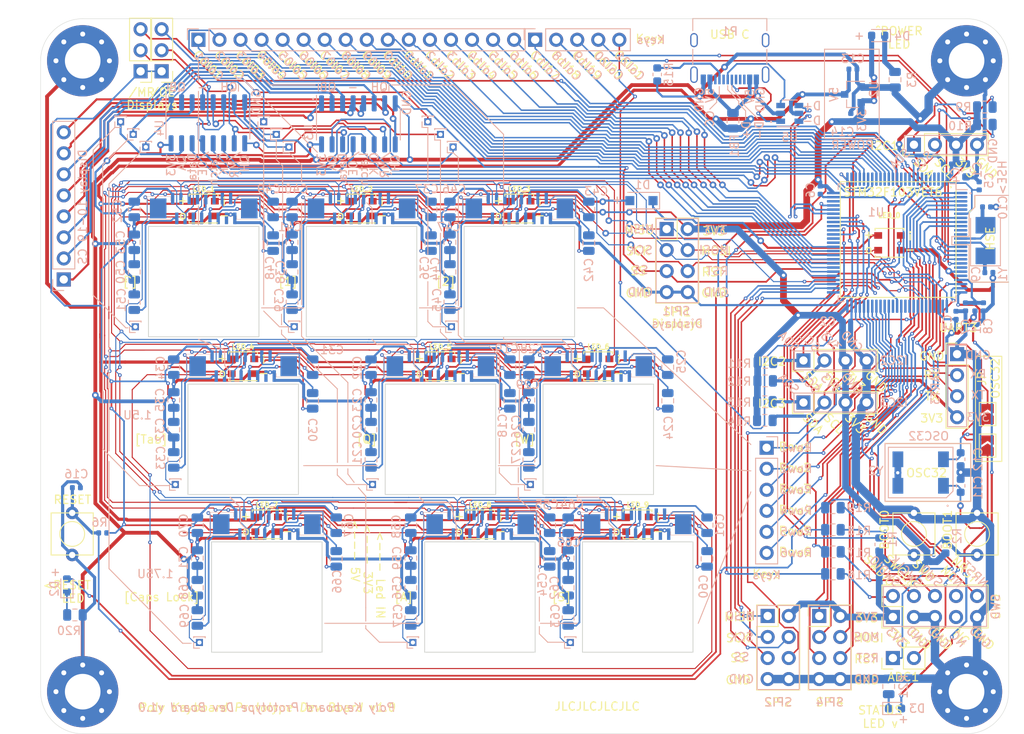
<source format=kicad_pcb>
(kicad_pcb (version 20171130) (host pcbnew "(5.1.5)-3")
  (layers (0 F.Cu signal) (31 B.Cu signal) (34 B.Paste user) (35 F.Paste user) (36 B.SilkS user) (37 F.SilkS user) (38 B.Mask user) (39 F.Mask user) (44 Edge.Cuts user))
  (net 0 "")
  (net 1 GND)
  (net 2 +3V3)
  (net 3 "Net-(J1-Pad2)")
  (net 4 +5V)
  (net 5 "Net-(J2-Pad2)")
  (net 6 "Net-(C27-Pad1)")
  (net 7 "Net-(C30-Pad2)")
  (net 8 "Net-(C30-Pad1)")
  (net 9 "Net-(C33-Pad1)")
  (net 10 "Net-(C36-Pad2)")
  (net 11 "Net-(C36-Pad1)")
  (net 12 "Net-(C39-Pad1)")
  (net 13 "Net-(C42-Pad2)")
  (net 14 "Net-(C42-Pad1)")
  (net 15 "Net-(C57-Pad1)")
  (net 16 "Net-(C60-Pad2)")
  (net 17 "Net-(C60-Pad1)")
  (net 18 /K_Q/LED_DIN)
  (net 19 /K_TAB/LED_DIN)
  (net 20 /K_1/LED_DIN)
  (net 21 /K_TILDE/LED_DIN)
  (net 22 LED_ARRAY_START)
  (net 23 SPI1_MOSI)
  (net 24 SPI1_SCK)
  (net 25 SPI1_MISO)
  (net 26 SPI1_RESET)
  (net 27 LED_ARRAY)
  (net 28 "Net-(D1-Pad1)")
  (net 29 SHIFTR_DATA)
  (net 30 SHIFTR_LATCH_CLK)
  (net 31 SHIFTR_CLK)
  (net 32 BOOT0)
  (net 33 I2C1_SDA)
  (net 34 I2C1_SCL)
  (net 35 SWO)
  (net 36 SWCLK)
  (net 37 SWDIO)
  (net 38 USB_D+)
  (net 39 USB_D-)
  (net 40 I2C2_SDA)
  (net 41 I2C2_SCL)
  (net 42 I2C3_SCL)
  (net 43 I2C3_SDA)
  (net 44 SPI2_MOSI)
  (net 45 SPI2_MISO)
  (net 46 SPI2_RESET)
  (net 47 SPI2_SS)
  (net 48 "Net-(J4-Pad2)")
  (net 49 SPI1_SS)
  (net 50 LED_STATUS)
  (net 51 ADC1_IN2)
  (net 52 ADC1_IN1)
  (net 53 +3.3VA)
  (net 54 NRST)
  (net 55 HSE_OUT)
  (net 56 HSE_IN)
  (net 57 SPI2_SCK)
  (net 58 SHIFTR_NMASTER_RST)
  (net 59 SPI4_MOSI)
  (net 60 SPI4_MISO)
  (net 61 SPI4_RESET)
  (net 62 SPI4_SS)
  (net 63 SPI4_SCK)
  (net 64 "Net-(P1-PadA6)")
  (net 65 "Net-(P1-PadA7)")
  (net 66 "Net-(C24-Pad2)")
  (net 67 "Net-(C24-Pad1)")
  (net 68 OSC32_IN)
  (net 69 OSC32_OUT)
  (net 70 "Net-(C18-Pad2)")
  (net 71 "Net-(C18-Pad1)")
  (net 72 "Net-(C19-Pad2)")
  (net 73 "Net-(C19-Pad1)")
  (net 74 "Net-(C21-Pad1)")
  (net 75 "Net-(C25-Pad2)")
  (net 76 "Net-(C25-Pad1)")
  (net 77 "Net-(C31-Pad2)")
  (net 78 "Net-(C31-Pad1)")
  (net 79 "Net-(C37-Pad2)")
  (net 80 "Net-(C37-Pad1)")
  (net 81 "Net-(C43-Pad2)")
  (net 82 "Net-(C43-Pad1)")
  (net 83 "Net-(C45-Pad1)")
  (net 84 "Net-(C48-Pad2)")
  (net 85 "Net-(C48-Pad1)")
  (net 86 "Net-(C49-Pad2)")
  (net 87 "Net-(C49-Pad1)")
  (net 88 "Net-(C51-Pad1)")
  (net 89 "Net-(C54-Pad2)")
  (net 90 "Net-(C54-Pad1)")
  (net 91 "Net-(C55-Pad2)")
  (net 92 "Net-(C55-Pad1)")
  (net 93 "Net-(C61-Pad2)")
  (net 94 "Net-(C61-Pad1)")
  (net 95 "Net-(C63-Pad1)")
  (net 96 "Net-(C66-Pad2)")
  (net 97 "Net-(C66-Pad1)")
  (net 98 "Net-(C67-Pad2)")
  (net 99 "Net-(C67-Pad1)")
  (net 100 "Net-(C69-Pad1)")
  (net 101 RESET_INDICATOR)
  (net 102 "Net-(D2-Pad1)")
  (net 103 "Net-(D3-Pad1)")
  (net 104 "Net-(J1-Pad6)")
  (net 105 "Net-(J1-Pad5)")
  (net 106 "Net-(J1-Pad4)")
  (net 107 "Net-(J1-Pad3)")
  (net 108 "Net-(J1-Pad1)")
  (net 109 "Net-(J2-Pad5)")
  (net 110 "Net-(J2-Pad4)")
  (net 111 "Net-(J2-Pad3)")
  (net 112 "Net-(J2-Pad1)")
  (net 113 "Net-(J3-Pad16)")
  (net 114 "Net-(J3-Pad15)")
  (net 115 "Net-(J3-Pad14)")
  (net 116 "Net-(J3-Pad13)")
  (net 117 "Net-(J3-Pad12)")
  (net 118 "Net-(J3-Pad11)")
  (net 119 "Net-(J3-Pad10)")
  (net 120 "Net-(J3-Pad9)")
  (net 121 "Net-(J3-Pad8)")
  (net 122 "Net-(J3-Pad7)")
  (net 123 "Net-(J3-Pad6)")
  (net 124 "Net-(J3-Pad5)")
  (net 125 "Net-(J3-Pad4)")
  (net 126 "Net-(J3-Pad3)")
  (net 127 "Net-(J3-Pad2)")
  (net 128 "Net-(J3-Pad1)")
  (net 129 "Net-(J5-Pad2)")
  (net 130 "Net-(J9-Pad8)")
  (net 131 "Net-(J9-Pad7)")
  (net 132 "Net-(J9-Pad6)")
  (net 133 "Net-(J9-Pad5)")
  (net 134 "Net-(J9-Pad4)")
  (net 135 "Net-(J9-Pad3)")
  (net 136 "Net-(J9-Pad2)")
  (net 137 "Net-(J9-Pad1)")
  (net 138 USART3_RX)
  (net 139 USART3_TX)
  (net 140 "Net-(J15-Pad10)")
  (net 141 "Net-(J15-Pad6)")
  (net 142 "Net-(J15-Pad4)")
  (net 143 "Net-(J15-Pad2)")
  (net 144 "Net-(J16-Pad10)")
  (net 145 K_5)
  (net 146 "Net-(J19-Pad10)")
  (net 147 K_4)
  (net 148 "Net-(J22-Pad10)")
  (net 149 K_6)
  (net 150 "Net-(J25-Pad10)")
  (net 151 K_2)
  (net 152 "Net-(J28-Pad10)")
  (net 153 K_1)
  (net 154 "Net-(J31-Pad10)")
  (net 155 K_3)
  (net 156 "Net-(J34-Pad10)")
  (net 157 K_8)
  (net 158 "Net-(J37-Pad10)")
  (net 159 K_7)
  (net 160 "Net-(J40-Pad10)")
  (net 161 K_9)
  (net 162 LED_ROW1-2)
  (net 163 LED_ROW2-3)
  (net 164 /K_A/LED_DIN)
  (net 165 /K_CapsLock/LED_DIN)
  (net 166 "Net-(P1-PadA5)")
  (net 167 "Net-(P1-PadS1)")
  (net 168 BOOT1)
  (net 169 "Net-(U3-Pad14)")
  (net 170 "Net-(C11-Pad1)")
  (net 171 "Net-(C12-Pad1)")
  (net 172 "Net-(D4-Pad1)")
  (net 173 "Net-(FB1-Pad2)")
  (module poly_kb:SMD-0832_4P (layer B.Cu) (at 134.1628 99.2632 180)
    (fp_text reference Y2 (at 5.3848 0.2032) (layer B.SilkS) (effects (justify mirror)))
    (fp_text value 32.768KHZ)
    (pad 2 smd rect (at 2.75 -1.6 180) (size 1.3 1.9) (layers B.Cu B.Paste B.Mask) (net 1 GND))
    (pad 3 smd rect (at 2.75 1.6 180) (size 1.3 1.9) (layers B.Cu B.Paste B.Mask) (net 1 GND))
    (pad 1 smd rect (at -2.75 -1.6 180) (size 1.3 1.9) (layers B.Cu B.Paste B.Mask) (net 170 "Net-(C11-Pad1)"))
    (pad 4 smd rect (at -2.75 1.6 180) (size 1.3 1.9) (layers B.Cu B.Paste B.Mask) (net 171 "Net-(C12-Pad1)"))
  )
  (module Crystal:Crystal_SMD_5032-2Pin_5.0x3.2mm (layer B.Cu) (at 141.986 71.247 90)
    (fp_text reference Y1 (at -4.064 2.0955 90) (layer B.SilkS) (effects (justify mirror)))
    (fp_text value 8MHZ)
    (pad 2 smd rect (at 1.85 0 90) (size 2 2.4) (layers B.Cu B.Paste B.Mask) (net 56 HSE_IN))
    (pad 1 smd rect (at -1.85 0 90) (size 2 2.4) (layers B.Cu B.Paste B.Mask) (net 55 HSE_OUT))
  )
  (module Package_TO_SOT_SMD:SOT-23 (layer B.Cu) (at 125.984 53.594 180)
    (fp_text reference U2 (at -2.54 0.635 90) (layer B.SilkS) (effects (justify mirror)))
    (fp_text value XC6206P332MR)
    (pad 3 smd rect (at 1 0 180) (size 0.9 0.8) (layers B.Cu B.Paste B.Mask) (net 4 +5V))
    (pad 2 smd rect (at -1 -0.95 180) (size 0.9 0.8) (layers B.Cu B.Paste B.Mask) (net 2 +3V3))
    (pad 1 smd rect (at -1 0.95 180) (size 0.9 0.8) (layers B.Cu B.Paste B.Mask) (net 1 GND))
  )
  (module Resistor_SMD:R_0805_2012Metric (layer B.Cu) (at 131.064 51.816 270)
    (fp_text reference R3 (at 0 -2.032 90) (layer B.SilkS) (effects (justify mirror)))
    (fp_text value 1k5)
    (pad 2 smd roundrect (at 0.9375 0 270) (size 0.975 1.4) (layers B.Cu B.Paste B.Mask) (net 1 GND))
    (pad 1 smd roundrect (at -0.9375 0 270) (size 0.975 1.4) (layers B.Cu B.Paste B.Mask) (net 172 "Net-(D4-Pad1)"))
  )
  (module Jumper:SolderJumper-2_P1.3mm_Open_TrianglePad1.0x1.5mm (layer F.Cu) (at 142.24 92.202 90)
    (fp_text reference JP2 hide)
    (fp_text value SolderJumper_2_Open)
    (pad 1 smd custom (at -0.725 0 90) (size 0.3 0.3) (layers F.Cu F.Mask) (net 171 "Net-(C12-Pad1)") (options (clearance outline) (anchor rect)) (primitives (gr_poly (pts (xy -0.5 -0.75) (xy 0.5 -0.75) (xy 1 0) (xy 0.5 0.75) (xy -0.5 0.75)) (width 0))))
    (pad 2 smd custom (at 0.725 0 90) (size 0.3 0.3) (layers F.Cu F.Mask) (net 69 OSC32_OUT) (options (clearance outline) (anchor rect)) (primitives (gr_poly (pts (xy -0.65 -0.75) (xy 0.5 -0.75) (xy 0.5 0.75) (xy -0.65 0.75) (xy -0.15 0)) (width 0))))
  )
  (module Jumper:SolderJumper-2_P1.3mm_Open_TrianglePad1.0x1.5mm (layer F.Cu) (at 142.24 96.012 90)
    (fp_text reference JP1 hide)
    (fp_text value SolderJumper_2_Open)
    (pad 1 smd custom (at -0.725 0 90) (size 0.3 0.3) (layers F.Cu F.Mask) (net 170 "Net-(C11-Pad1)") (options (clearance outline) (anchor rect)) (primitives (gr_poly (pts (xy -0.5 -0.75) (xy 0.5 -0.75) (xy 1 0) (xy 0.5 0.75) (xy -0.5 0.75)) (width 0))))
    (pad 2 smd custom (at 0.725 0 90) (size 0.3 0.3) (layers F.Cu F.Mask) (net 68 OSC32_IN) (options (clearance outline) (anchor rect)) (primitives (gr_poly (pts (xy -0.65 -0.75) (xy 0.5 -0.75) (xy 0.5 0.75) (xy -0.65 0.75) (xy -0.15 0)) (width 0))))
  )
  (module Inductor_SMD:L_0805_2012Metric (layer B.Cu) (at 111.506 56.769 90)
    (fp_text reference FB1 (at -3.048 0.1905 270) (layer B.SilkS) (effects (justify mirror)))
    (fp_text value 100R)
    (pad 2 smd roundrect (at 0.9375 0 90) (size 0.975 1.4) (layers B.Cu B.Paste B.Mask) (net 173 "Net-(FB1-Pad2)"))
    (pad 1 smd roundrect (at -0.9375 0 90) (size 0.975 1.4) (layers B.Cu B.Paste B.Mask) (net 4 +5V))
  )
  (module LED_SMD:LED_0603_1608Metric (layer B.Cu) (at 129.032 46.482 180)
    (fp_text reference D4 (at -2.921 -0.0635) (layer B.SilkS) (effects (justify mirror)))
    (fp_text value Power)
    (pad 2 smd roundrect (at 0.7875 0 180) (size 0.875 0.95) (layers B.Cu B.Paste B.Mask) (net 2 +3V3))
    (pad 1 smd roundrect (at -0.7875 0 180) (size 0.875 0.95) (layers B.Cu B.Paste B.Mask) (net 172 "Net-(D4-Pad1)"))
  )
  (module Capacitor_SMD:C_0402_1005Metric (layer B.Cu) (at 125.73 56.388 90)
    (fp_text reference C14 (at -1.7145 -1.016 180) (layer B.SilkS) (effects (justify mirror)))
    (fp_text value 1u)
    (pad 2 smd roundrect (at 0.485 0 90) (size 0.59 0.64) (layers B.Cu B.Paste B.Mask) (net 1 GND))
    (pad 1 smd roundrect (at -0.485 0 90) (size 0.59 0.64) (layers B.Cu B.Paste B.Mask) (net 2 +3V3))
  )
  (module Capacitor_SMD:C_0402_1005Metric (layer B.Cu) (at 125.984 50.546)
    (fp_text reference C13 (at 0 -1.27) (layer B.SilkS) (effects (justify mirror)))
    (fp_text value 1u)
    (pad 2 smd roundrect (at 0.485 0) (size 0.59 0.64) (layers B.Cu B.Paste B.Mask) (net 1 GND))
    (pad 1 smd roundrect (at -0.485 0) (size 0.59 0.64) (layers B.Cu B.Paste B.Mask) (net 4 +5V))
  )
  (module Capacitor_SMD:C_0402_1005Metric (layer B.Cu) (at 142.113 67.183)
    (fp_text reference C10 (at 1.9685 0.0635 90) (layer B.SilkS) (effects (justify mirror)))
    (fp_text value 30p)
    (pad 2 smd roundrect (at 0.485 0) (size 0.59 0.64) (layers B.Cu B.Paste B.Mask) (net 1 GND))
    (pad 1 smd roundrect (at -0.485 0) (size 0.59 0.64) (layers B.Cu B.Paste B.Mask) (net 56 HSE_IN))
  )
  (module Capacitor_SMD:C_0402_1005Metric (layer B.Cu) (at 142.3924 75.1078)
    (fp_text reference C9 (at -1.5494 0.2032 90) (layer B.SilkS) (effects (justify mirror)))
    (fp_text value 30p)
    (pad 2 smd roundrect (at 0.485 0) (size 0.59 0.64) (layers B.Cu B.Paste B.Mask) (net 1 GND))
    (pad 1 smd roundrect (at -0.485 0) (size 0.59 0.64) (layers B.Cu B.Paste B.Mask) (net 55 HSE_OUT))
  )
  (module poly_kb:FPC_16_AFC11-S16ICA-00 (layer B.Cu) (at 55.24 105.5 180)
    (fp_text reference J40 hide)
    (fp_text value Conn_01x16)
    (pad 1 smd rect (at -3.75 -1.2 180) (size 0.4 1.4) (layers B.Cu B.Paste B.Mask) (net 1 GND))
    (pad 2 smd rect (at -3.25 1.2 180) (size 0.4 1.4) (layers B.Cu B.Paste B.Mask))
    (pad 3 smd rect (at -2.75 -1.2 180) (size 0.4 1.4) (layers B.Cu B.Paste B.Mask) (net 1 GND))
    (pad 4 smd rect (at -2.25 1.2 180) (size 0.4 1.4) (layers B.Cu B.Paste B.Mask) (net 97 "Net-(C66-Pad1)"))
    (pad 5 smd rect (at -1.75 -1.2 180) (size 0.4 1.4) (layers B.Cu B.Paste B.Mask) (net 96 "Net-(C66-Pad2)"))
    (pad 6 smd rect (at -1.25 1.2 180) (size 0.4 1.4) (layers B.Cu B.Paste B.Mask) (net 99 "Net-(C67-Pad1)"))
    (pad 7 smd rect (at -0.75 -1.2 180) (size 0.4 1.4) (layers B.Cu B.Paste B.Mask) (net 98 "Net-(C67-Pad2)"))
    (pad 8 smd rect (at -0.25 1.2 180) (size 0.4 1.4) (layers B.Cu B.Paste B.Mask) (net 2 +3V3))
    (pad 9 smd rect (at 0.25 -1.2 180) (size 0.4 1.4) (layers B.Cu B.Paste B.Mask) (net 2 +3V3))
    (pad 10 smd rect (at 0.75 1.2 180) (size 0.4 1.4) (layers B.Cu B.Paste B.Mask) (net 160 "Net-(J40-Pad10)"))
    (pad 11 smd rect (at 1.25 -1.2 180) (size 0.4 1.4) (layers B.Cu B.Paste B.Mask) (net 26 SPI1_RESET))
    (pad 12 smd rect (at 1.75 1.2 180) (size 0.4 1.4) (layers B.Cu B.Paste B.Mask) (net 25 SPI1_MISO))
    (pad 13 smd rect (at 2.25 -1.2 180) (size 0.4 1.4) (layers B.Cu B.Paste B.Mask) (net 24 SPI1_SCK))
    (pad 14 smd rect (at 2.75 1.2 180) (size 0.4 1.4) (layers B.Cu B.Paste B.Mask) (net 23 SPI1_MOSI))
    (pad 15 smd rect (at 3.25 -1.2 180) (size 0.4 1.4) (layers B.Cu B.Paste B.Mask) (net 100 "Net-(C69-Pad1)"))
    (pad 16 smd rect (at 3.75 1.2 180) (size 0.4 1.4) (layers B.Cu B.Paste B.Mask) (net 2 +3V3))
    (pad 0 smd rect (at -5.5 0 180) (size 2 2.4) (layers B.Cu B.Paste B.Mask))
    (pad 0 smd rect (at 5.5 0 180) (size 2 2.4) (layers B.Cu B.Paste B.Mask))
  )
  (module poly_kb:FPC_16_AFC11-S16ICA-00 (layer B.Cu) (at 81 105.5 180)
    (fp_text reference J34 hide)
    (fp_text value Conn_01x16)
    (pad 1 smd rect (at -3.75 -1.2 180) (size 0.4 1.4) (layers B.Cu B.Paste B.Mask) (net 1 GND))
    (pad 2 smd rect (at -3.25 1.2 180) (size 0.4 1.4) (layers B.Cu B.Paste B.Mask))
    (pad 3 smd rect (at -2.75 -1.2 180) (size 0.4 1.4) (layers B.Cu B.Paste B.Mask) (net 1 GND))
    (pad 4 smd rect (at -2.25 1.2 180) (size 0.4 1.4) (layers B.Cu B.Paste B.Mask) (net 90 "Net-(C54-Pad1)"))
    (pad 5 smd rect (at -1.75 -1.2 180) (size 0.4 1.4) (layers B.Cu B.Paste B.Mask) (net 89 "Net-(C54-Pad2)"))
    (pad 6 smd rect (at -1.25 1.2 180) (size 0.4 1.4) (layers B.Cu B.Paste B.Mask) (net 92 "Net-(C55-Pad1)"))
    (pad 7 smd rect (at -0.75 -1.2 180) (size 0.4 1.4) (layers B.Cu B.Paste B.Mask) (net 91 "Net-(C55-Pad2)"))
    (pad 8 smd rect (at -0.25 1.2 180) (size 0.4 1.4) (layers B.Cu B.Paste B.Mask) (net 2 +3V3))
    (pad 9 smd rect (at 0.25 -1.2 180) (size 0.4 1.4) (layers B.Cu B.Paste B.Mask) (net 2 +3V3))
    (pad 10 smd rect (at 0.75 1.2 180) (size 0.4 1.4) (layers B.Cu B.Paste B.Mask) (net 156 "Net-(J34-Pad10)"))
    (pad 11 smd rect (at 1.25 -1.2 180) (size 0.4 1.4) (layers B.Cu B.Paste B.Mask) (net 26 SPI1_RESET))
    (pad 12 smd rect (at 1.75 1.2 180) (size 0.4 1.4) (layers B.Cu B.Paste B.Mask) (net 25 SPI1_MISO))
    (pad 13 smd rect (at 2.25 -1.2 180) (size 0.4 1.4) (layers B.Cu B.Paste B.Mask) (net 24 SPI1_SCK))
    (pad 14 smd rect (at 2.75 1.2 180) (size 0.4 1.4) (layers B.Cu B.Paste B.Mask) (net 23 SPI1_MOSI))
    (pad 15 smd rect (at 3.25 -1.2 180) (size 0.4 1.4) (layers B.Cu B.Paste B.Mask) (net 15 "Net-(C57-Pad1)"))
    (pad 16 smd rect (at 3.75 1.2 180) (size 0.4 1.4) (layers B.Cu B.Paste B.Mask) (net 2 +3V3))
    (pad 0 smd rect (at -5.5 0 180) (size 2 2.4) (layers B.Cu B.Paste B.Mask))
    (pad 0 smd rect (at 5.5 0 180) (size 2 2.4) (layers B.Cu B.Paste B.Mask))
  )
  (module poly_kb:FPC_16_AFC11-S16ICA-00 (layer B.Cu) (at 100 105.5 180)
    (fp_text reference J37 hide)
    (fp_text value Conn_01x16)
    (pad 1 smd rect (at -3.75 -1.2 180) (size 0.4 1.4) (layers B.Cu B.Paste B.Mask) (net 1 GND))
    (pad 2 smd rect (at -3.25 1.2 180) (size 0.4 1.4) (layers B.Cu B.Paste B.Mask))
    (pad 3 smd rect (at -2.75 -1.2 180) (size 0.4 1.4) (layers B.Cu B.Paste B.Mask) (net 1 GND))
    (pad 4 smd rect (at -2.25 1.2 180) (size 0.4 1.4) (layers B.Cu B.Paste B.Mask) (net 17 "Net-(C60-Pad1)"))
    (pad 5 smd rect (at -1.75 -1.2 180) (size 0.4 1.4) (layers B.Cu B.Paste B.Mask) (net 16 "Net-(C60-Pad2)"))
    (pad 6 smd rect (at -1.25 1.2 180) (size 0.4 1.4) (layers B.Cu B.Paste B.Mask) (net 94 "Net-(C61-Pad1)"))
    (pad 7 smd rect (at -0.75 -1.2 180) (size 0.4 1.4) (layers B.Cu B.Paste B.Mask) (net 93 "Net-(C61-Pad2)"))
    (pad 8 smd rect (at -0.25 1.2 180) (size 0.4 1.4) (layers B.Cu B.Paste B.Mask) (net 2 +3V3))
    (pad 9 smd rect (at 0.25 -1.2 180) (size 0.4 1.4) (layers B.Cu B.Paste B.Mask) (net 2 +3V3))
    (pad 10 smd rect (at 0.75 1.2 180) (size 0.4 1.4) (layers B.Cu B.Paste B.Mask) (net 158 "Net-(J37-Pad10)"))
    (pad 11 smd rect (at 1.25 -1.2 180) (size 0.4 1.4) (layers B.Cu B.Paste B.Mask) (net 26 SPI1_RESET))
    (pad 12 smd rect (at 1.75 1.2 180) (size 0.4 1.4) (layers B.Cu B.Paste B.Mask) (net 25 SPI1_MISO))
    (pad 13 smd rect (at 2.25 -1.2 180) (size 0.4 1.4) (layers B.Cu B.Paste B.Mask) (net 24 SPI1_SCK))
    (pad 14 smd rect (at 2.75 1.2 180) (size 0.4 1.4) (layers B.Cu B.Paste B.Mask) (net 23 SPI1_MOSI))
    (pad 15 smd rect (at 3.25 -1.2 180) (size 0.4 1.4) (layers B.Cu B.Paste B.Mask) (net 95 "Net-(C63-Pad1)"))
    (pad 16 smd rect (at 3.75 1.2 180) (size 0.4 1.4) (layers B.Cu B.Paste B.Mask) (net 2 +3V3))
    (pad 0 smd rect (at -5.5 0 180) (size 2 2.4) (layers B.Cu B.Paste B.Mask))
    (pad 0 smd rect (at 5.5 0 180) (size 2 2.4) (layers B.Cu B.Paste B.Mask))
  )
  (module poly_kb:FPC_16_AFC11-S16ICA-00 (layer B.Cu) (at 52.3875 86.4108 180)
    (fp_text reference J22 hide)
    (fp_text value Conn_01x16)
    (pad 1 smd rect (at -3.75 -1.2 180) (size 0.4 1.4) (layers B.Cu B.Paste B.Mask) (net 1 GND))
    (pad 2 smd rect (at -3.25 1.2 180) (size 0.4 1.4) (layers B.Cu B.Paste B.Mask))
    (pad 3 smd rect (at -2.75 -1.2 180) (size 0.4 1.4) (layers B.Cu B.Paste B.Mask) (net 1 GND))
    (pad 4 smd rect (at -2.25 1.2 180) (size 0.4 1.4) (layers B.Cu B.Paste B.Mask) (net 8 "Net-(C30-Pad1)"))
    (pad 5 smd rect (at -1.75 -1.2 180) (size 0.4 1.4) (layers B.Cu B.Paste B.Mask) (net 7 "Net-(C30-Pad2)"))
    (pad 6 smd rect (at -1.25 1.2 180) (size 0.4 1.4) (layers B.Cu B.Paste B.Mask) (net 78 "Net-(C31-Pad1)"))
    (pad 7 smd rect (at -0.75 -1.2 180) (size 0.4 1.4) (layers B.Cu B.Paste B.Mask) (net 77 "Net-(C31-Pad2)"))
    (pad 8 smd rect (at -0.25 1.2 180) (size 0.4 1.4) (layers B.Cu B.Paste B.Mask) (net 2 +3V3))
    (pad 9 smd rect (at 0.25 -1.2 180) (size 0.4 1.4) (layers B.Cu B.Paste B.Mask) (net 2 +3V3))
    (pad 10 smd rect (at 0.75 1.2 180) (size 0.4 1.4) (layers B.Cu B.Paste B.Mask) (net 148 "Net-(J22-Pad10)"))
    (pad 11 smd rect (at 1.25 -1.2 180) (size 0.4 1.4) (layers B.Cu B.Paste B.Mask) (net 26 SPI1_RESET))
    (pad 12 smd rect (at 1.75 1.2 180) (size 0.4 1.4) (layers B.Cu B.Paste B.Mask) (net 25 SPI1_MISO))
    (pad 13 smd rect (at 2.25 -1.2 180) (size 0.4 1.4) (layers B.Cu B.Paste B.Mask) (net 24 SPI1_SCK))
    (pad 14 smd rect (at 2.75 1.2 180) (size 0.4 1.4) (layers B.Cu B.Paste B.Mask) (net 23 SPI1_MOSI))
    (pad 15 smd rect (at 3.25 -1.2 180) (size 0.4 1.4) (layers B.Cu B.Paste B.Mask) (net 9 "Net-(C33-Pad1)"))
    (pad 16 smd rect (at 3.75 1.2 180) (size 0.4 1.4) (layers B.Cu B.Paste B.Mask) (net 2 +3V3))
    (pad 0 smd rect (at -5.5 0 180) (size 2 2.4) (layers B.Cu B.Paste B.Mask))
    (pad 0 smd rect (at 5.5 0 180) (size 2 2.4) (layers B.Cu B.Paste B.Mask))
  )
  (module poly_kb:FPC_16_AFC11-S16ICA-00 (layer B.Cu) (at 76.2 86.4108 180)
    (fp_text reference J16 hide)
    (fp_text value Conn_01x16)
    (pad 1 smd rect (at -3.75 -1.2 180) (size 0.4 1.4) (layers B.Cu B.Paste B.Mask) (net 1 GND))
    (pad 2 smd rect (at -3.25 1.2 180) (size 0.4 1.4) (layers B.Cu B.Paste B.Mask))
    (pad 3 smd rect (at -2.75 -1.2 180) (size 0.4 1.4) (layers B.Cu B.Paste B.Mask) (net 1 GND))
    (pad 4 smd rect (at -2.25 1.2 180) (size 0.4 1.4) (layers B.Cu B.Paste B.Mask) (net 71 "Net-(C18-Pad1)"))
    (pad 5 smd rect (at -1.75 -1.2 180) (size 0.4 1.4) (layers B.Cu B.Paste B.Mask) (net 70 "Net-(C18-Pad2)"))
    (pad 6 smd rect (at -1.25 1.2 180) (size 0.4 1.4) (layers B.Cu B.Paste B.Mask) (net 73 "Net-(C19-Pad1)"))
    (pad 7 smd rect (at -0.75 -1.2 180) (size 0.4 1.4) (layers B.Cu B.Paste B.Mask) (net 72 "Net-(C19-Pad2)"))
    (pad 8 smd rect (at -0.25 1.2 180) (size 0.4 1.4) (layers B.Cu B.Paste B.Mask) (net 2 +3V3))
    (pad 9 smd rect (at 0.25 -1.2 180) (size 0.4 1.4) (layers B.Cu B.Paste B.Mask) (net 2 +3V3))
    (pad 10 smd rect (at 0.75 1.2 180) (size 0.4 1.4) (layers B.Cu B.Paste B.Mask) (net 144 "Net-(J16-Pad10)"))
    (pad 11 smd rect (at 1.25 -1.2 180) (size 0.4 1.4) (layers B.Cu B.Paste B.Mask) (net 26 SPI1_RESET))
    (pad 12 smd rect (at 1.75 1.2 180) (size 0.4 1.4) (layers B.Cu B.Paste B.Mask) (net 25 SPI1_MISO))
    (pad 13 smd rect (at 2.25 -1.2 180) (size 0.4 1.4) (layers B.Cu B.Paste B.Mask) (net 24 SPI1_SCK))
    (pad 14 smd rect (at 2.75 1.2 180) (size 0.4 1.4) (layers B.Cu B.Paste B.Mask) (net 23 SPI1_MOSI))
    (pad 15 smd rect (at 3.25 -1.2 180) (size 0.4 1.4) (layers B.Cu B.Paste B.Mask) (net 74 "Net-(C21-Pad1)"))
    (pad 16 smd rect (at 3.75 1.2 180) (size 0.4 1.4) (layers B.Cu B.Paste B.Mask) (net 2 +3V3))
    (pad 0 smd rect (at -5.5 0 180) (size 2 2.4) (layers B.Cu B.Paste B.Mask))
    (pad 0 smd rect (at 5.5 0 180) (size 2 2.4) (layers B.Cu B.Paste B.Mask))
  )
  (module poly_kb:FPC_16_AFC11-S16ICA-00 (layer B.Cu) (at 95.25 86.4108 180)
    (fp_text reference J19 hide)
    (fp_text value Conn_01x16)
    (pad 1 smd rect (at -3.75 -1.2 180) (size 0.4 1.4) (layers B.Cu B.Paste B.Mask) (net 1 GND))
    (pad 2 smd rect (at -3.25 1.2 180) (size 0.4 1.4) (layers B.Cu B.Paste B.Mask))
    (pad 3 smd rect (at -2.75 -1.2 180) (size 0.4 1.4) (layers B.Cu B.Paste B.Mask) (net 1 GND))
    (pad 4 smd rect (at -2.25 1.2 180) (size 0.4 1.4) (layers B.Cu B.Paste B.Mask) (net 67 "Net-(C24-Pad1)"))
    (pad 5 smd rect (at -1.75 -1.2 180) (size 0.4 1.4) (layers B.Cu B.Paste B.Mask) (net 66 "Net-(C24-Pad2)"))
    (pad 6 smd rect (at -1.25 1.2 180) (size 0.4 1.4) (layers B.Cu B.Paste B.Mask) (net 76 "Net-(C25-Pad1)"))
    (pad 7 smd rect (at -0.75 -1.2 180) (size 0.4 1.4) (layers B.Cu B.Paste B.Mask) (net 75 "Net-(C25-Pad2)"))
    (pad 8 smd rect (at -0.25 1.2 180) (size 0.4 1.4) (layers B.Cu B.Paste B.Mask) (net 2 +3V3))
    (pad 9 smd rect (at 0.25 -1.2 180) (size 0.4 1.4) (layers B.Cu B.Paste B.Mask) (net 2 +3V3))
    (pad 10 smd rect (at 0.75 1.2 180) (size 0.4 1.4) (layers B.Cu B.Paste B.Mask) (net 146 "Net-(J19-Pad10)"))
    (pad 11 smd rect (at 1.25 -1.2 180) (size 0.4 1.4) (layers B.Cu B.Paste B.Mask) (net 26 SPI1_RESET))
    (pad 12 smd rect (at 1.75 1.2 180) (size 0.4 1.4) (layers B.Cu B.Paste B.Mask) (net 25 SPI1_MISO))
    (pad 13 smd rect (at 2.25 -1.2 180) (size 0.4 1.4) (layers B.Cu B.Paste B.Mask) (net 24 SPI1_SCK))
    (pad 14 smd rect (at 2.75 1.2 180) (size 0.4 1.4) (layers B.Cu B.Paste B.Mask) (net 23 SPI1_MOSI))
    (pad 15 smd rect (at 3.25 -1.2 180) (size 0.4 1.4) (layers B.Cu B.Paste B.Mask) (net 6 "Net-(C27-Pad1)"))
    (pad 16 smd rect (at 3.75 1.2 180) (size 0.4 1.4) (layers B.Cu B.Paste B.Mask) (net 2 +3V3))
    (pad 0 smd rect (at -5.5 0 180) (size 2 2.4) (layers B.Cu B.Paste B.Mask))
    (pad 0 smd rect (at 5.5 0 180) (size 2 2.4) (layers B.Cu B.Paste B.Mask))
  )
  (module poly_kb:FPC_16_AFC11-S16ICA-00 (layer B.Cu) (at 85.725 67.3608 180)
    (fp_text reference J28 hide)
    (fp_text value Conn_01x16)
    (pad 1 smd rect (at -3.75 -1.2 180) (size 0.4 1.4) (layers B.Cu B.Paste B.Mask) (net 1 GND))
    (pad 2 smd rect (at -3.25 1.2 180) (size 0.4 1.4) (layers B.Cu B.Paste B.Mask))
    (pad 3 smd rect (at -2.75 -1.2 180) (size 0.4 1.4) (layers B.Cu B.Paste B.Mask) (net 1 GND))
    (pad 4 smd rect (at -2.25 1.2 180) (size 0.4 1.4) (layers B.Cu B.Paste B.Mask) (net 14 "Net-(C42-Pad1)"))
    (pad 5 smd rect (at -1.75 -1.2 180) (size 0.4 1.4) (layers B.Cu B.Paste B.Mask) (net 13 "Net-(C42-Pad2)"))
    (pad 6 smd rect (at -1.25 1.2 180) (size 0.4 1.4) (layers B.Cu B.Paste B.Mask) (net 82 "Net-(C43-Pad1)"))
    (pad 7 smd rect (at -0.75 -1.2 180) (size 0.4 1.4) (layers B.Cu B.Paste B.Mask) (net 81 "Net-(C43-Pad2)"))
    (pad 8 smd rect (at -0.25 1.2 180) (size 0.4 1.4) (layers B.Cu B.Paste B.Mask) (net 2 +3V3))
    (pad 9 smd rect (at 0.25 -1.2 180) (size 0.4 1.4) (layers B.Cu B.Paste B.Mask) (net 2 +3V3))
    (pad 10 smd rect (at 0.75 1.2 180) (size 0.4 1.4) (layers B.Cu B.Paste B.Mask) (net 152 "Net-(J28-Pad10)"))
    (pad 11 smd rect (at 1.25 -1.2 180) (size 0.4 1.4) (layers B.Cu B.Paste B.Mask) (net 26 SPI1_RESET))
    (pad 12 smd rect (at 1.75 1.2 180) (size 0.4 1.4) (layers B.Cu B.Paste B.Mask) (net 25 SPI1_MISO))
    (pad 13 smd rect (at 2.25 -1.2 180) (size 0.4 1.4) (layers B.Cu B.Paste B.Mask) (net 24 SPI1_SCK))
    (pad 14 smd rect (at 2.75 1.2 180) (size 0.4 1.4) (layers B.Cu B.Paste B.Mask) (net 23 SPI1_MOSI))
    (pad 15 smd rect (at 3.25 -1.2 180) (size 0.4 1.4) (layers B.Cu B.Paste B.Mask) (net 83 "Net-(C45-Pad1)"))
    (pad 16 smd rect (at 3.75 1.2 180) (size 0.4 1.4) (layers B.Cu B.Paste B.Mask) (net 2 +3V3))
    (pad 0 smd rect (at -5.5 0 180) (size 2 2.4) (layers B.Cu B.Paste B.Mask))
    (pad 0 smd rect (at 5.5 0 180) (size 2 2.4) (layers B.Cu B.Paste B.Mask))
  )
  (module poly_kb:FPC_16_AFC11-S16ICA-00 (layer B.Cu) (at 66.675 67.3608 180)
    (fp_text reference J25 hide)
    (fp_text value Conn_01x16)
    (pad 1 smd rect (at -3.75 -1.2 180) (size 0.4 1.4) (layers B.Cu B.Paste B.Mask) (net 1 GND))
    (pad 2 smd rect (at -3.25 1.2 180) (size 0.4 1.4) (layers B.Cu B.Paste B.Mask))
    (pad 3 smd rect (at -2.75 -1.2 180) (size 0.4 1.4) (layers B.Cu B.Paste B.Mask) (net 1 GND))
    (pad 4 smd rect (at -2.25 1.2 180) (size 0.4 1.4) (layers B.Cu B.Paste B.Mask) (net 11 "Net-(C36-Pad1)"))
    (pad 5 smd rect (at -1.75 -1.2 180) (size 0.4 1.4) (layers B.Cu B.Paste B.Mask) (net 10 "Net-(C36-Pad2)"))
    (pad 6 smd rect (at -1.25 1.2 180) (size 0.4 1.4) (layers B.Cu B.Paste B.Mask) (net 80 "Net-(C37-Pad1)"))
    (pad 7 smd rect (at -0.75 -1.2 180) (size 0.4 1.4) (layers B.Cu B.Paste B.Mask) (net 79 "Net-(C37-Pad2)"))
    (pad 8 smd rect (at -0.25 1.2 180) (size 0.4 1.4) (layers B.Cu B.Paste B.Mask) (net 2 +3V3))
    (pad 9 smd rect (at 0.25 -1.2 180) (size 0.4 1.4) (layers B.Cu B.Paste B.Mask) (net 2 +3V3))
    (pad 10 smd rect (at 0.75 1.2 180) (size 0.4 1.4) (layers B.Cu B.Paste B.Mask) (net 150 "Net-(J25-Pad10)"))
    (pad 11 smd rect (at 1.25 -1.2 180) (size 0.4 1.4) (layers B.Cu B.Paste B.Mask) (net 26 SPI1_RESET))
    (pad 12 smd rect (at 1.75 1.2 180) (size 0.4 1.4) (layers B.Cu B.Paste B.Mask) (net 25 SPI1_MISO))
    (pad 13 smd rect (at 2.25 -1.2 180) (size 0.4 1.4) (layers B.Cu B.Paste B.Mask) (net 24 SPI1_SCK))
    (pad 14 smd rect (at 2.75 1.2 180) (size 0.4 1.4) (layers B.Cu B.Paste B.Mask) (net 23 SPI1_MOSI))
    (pad 15 smd rect (at 3.25 -1.2 180) (size 0.4 1.4) (layers B.Cu B.Paste B.Mask) (net 12 "Net-(C39-Pad1)"))
    (pad 16 smd rect (at 3.75 1.2 180) (size 0.4 1.4) (layers B.Cu B.Paste B.Mask) (net 2 +3V3))
    (pad 0 smd rect (at -5.5 0 180) (size 2 2.4) (layers B.Cu B.Paste B.Mask))
    (pad 0 smd rect (at 5.5 0 180) (size 2 2.4) (layers B.Cu B.Paste B.Mask))
  )
  (module poly_kb:FPC_16_AFC11-S16ICA-00 (layer B.Cu) (at 47.625 67.3608 180)
    (fp_text reference J31 hide)
    (fp_text value Conn_01x16)
    (pad 0 smd rect (at 5.5 0 180) (size 2 2.4) (layers B.Cu B.Paste B.Mask))
    (pad 0 smd rect (at -5.5 0 180) (size 2 2.4) (layers B.Cu B.Paste B.Mask))
    (pad 16 smd rect (at 3.75 1.2 180) (size 0.4 1.4) (layers B.Cu B.Paste B.Mask) (net 2 +3V3))
    (pad 15 smd rect (at 3.25 -1.2 180) (size 0.4 1.4) (layers B.Cu B.Paste B.Mask) (net 88 "Net-(C51-Pad1)"))
    (pad 14 smd rect (at 2.75 1.2 180) (size 0.4 1.4) (layers B.Cu B.Paste B.Mask) (net 23 SPI1_MOSI))
    (pad 13 smd rect (at 2.25 -1.2 180) (size 0.4 1.4) (layers B.Cu B.Paste B.Mask) (net 24 SPI1_SCK))
    (pad 12 smd rect (at 1.75 1.2 180) (size 0.4 1.4) (layers B.Cu B.Paste B.Mask) (net 25 SPI1_MISO))
    (pad 11 smd rect (at 1.25 -1.2 180) (size 0.4 1.4) (layers B.Cu B.Paste B.Mask) (net 26 SPI1_RESET))
    (pad 10 smd rect (at 0.75 1.2 180) (size 0.4 1.4) (layers B.Cu B.Paste B.Mask) (net 154 "Net-(J31-Pad10)"))
    (pad 9 smd rect (at 0.25 -1.2 180) (size 0.4 1.4) (layers B.Cu B.Paste B.Mask) (net 2 +3V3))
    (pad 8 smd rect (at -0.25 1.2 180) (size 0.4 1.4) (layers B.Cu B.Paste B.Mask) (net 2 +3V3))
    (pad 7 smd rect (at -0.75 -1.2 180) (size 0.4 1.4) (layers B.Cu B.Paste B.Mask) (net 86 "Net-(C49-Pad2)"))
    (pad 6 smd rect (at -1.25 1.2 180) (size 0.4 1.4) (layers B.Cu B.Paste B.Mask) (net 87 "Net-(C49-Pad1)"))
    (pad 5 smd rect (at -1.75 -1.2 180) (size 0.4 1.4) (layers B.Cu B.Paste B.Mask) (net 84 "Net-(C48-Pad2)"))
    (pad 4 smd rect (at -2.25 1.2 180) (size 0.4 1.4) (layers B.Cu B.Paste B.Mask) (net 85 "Net-(C48-Pad1)"))
    (pad 3 smd rect (at -2.75 -1.2 180) (size 0.4 1.4) (layers B.Cu B.Paste B.Mask) (net 1 GND))
    (pad 2 smd rect (at -3.25 1.2 180) (size 0.4 1.4) (layers B.Cu B.Paste B.Mask))
    (pad 1 smd rect (at -3.75 -1.2 180) (size 0.4 1.4) (layers B.Cu B.Paste B.Mask) (net 1 GND))
  )
  (module Connector_PinHeader_2.54mm:PinHeader_1x06_P2.54mm_Vertical (layer B.Cu) (at 115.57 96.266 180)
    (fp_text reference J1 hide)
    (fp_text value Key_Rows hide)
    (pad 6 thru_hole oval (at 0 -12.7 180) (size 1.7 1.7) (drill 1) (layers *.Cu *.Mask) (net 104 "Net-(J1-Pad6)"))
    (pad 5 thru_hole oval (at 0 -10.16 180) (size 1.7 1.7) (drill 1) (layers *.Cu *.Mask) (net 105 "Net-(J1-Pad5)"))
    (pad 4 thru_hole oval (at 0 -7.62 180) (size 1.7 1.7) (drill 1) (layers *.Cu *.Mask) (net 106 "Net-(J1-Pad4)"))
    (pad 3 thru_hole oval (at 0 -5.08 180) (size 1.7 1.7) (drill 1) (layers *.Cu *.Mask) (net 107 "Net-(J1-Pad3)"))
    (pad 2 thru_hole oval (at 0 -2.54 180) (size 1.7 1.7) (drill 1) (layers *.Cu *.Mask) (net 3 "Net-(J1-Pad2)"))
    (pad 1 thru_hole rect (at 0 0 180) (size 1.7 1.7) (drill 1) (layers *.Cu *.Mask) (net 108 "Net-(J1-Pad1)"))
  )
  (module Connector_PinHeader_1.00mm:PinHeader_1x01_P1.00mm_Vertical (layer B.Cu) (at 74.676 56.896)
    (fp_text reference J32 hide)
    (fp_text value Conn_01x01_Female)
    (pad 1 thru_hole rect (at 0 0) (size 0.85 0.85) (drill 0.5) (layers *.Cu *.Mask) (net 155 K_3))
  )
  (module Connector_PinHeader_1.00mm:PinHeader_1x01_P1.00mm_Vertical (layer B.Cu) (at 56.388 58.42)
    (fp_text reference J17 hide)
    (fp_text value Conn_01x01_Female)
    (pad 1 thru_hole rect (at 0 0) (size 0.85 0.85) (drill 0.5) (layers *.Cu *.Mask) (net 145 K_5))
  )
  (module Connector_PinHeader_1.00mm:PinHeader_1x01_P1.00mm_Vertical (layer B.Cu) (at 54.864 56.896)
    (fp_text reference J26 hide)
    (fp_text value Conn_01x01_Female)
    (pad 1 thru_hole rect (at 0 0) (size 0.85 0.85) (drill 0.5) (layers *.Cu *.Mask) (net 151 K_2))
  )
  (module poly_kb:WS2812B-Mini (layer F.Cu) (at 55.22 105.5192)
    (fp_text reference LED_7 (at 0.035 -2.36 180) (layer F.SilkS) (effects (font (size 0.6 0.6))))
    (fp_text value WS2812B-Mini)
    (fp_text user i (at 2.5 -0.8) (layer F.SilkS))
    (fp_text user o (at -2.5 0.8) (layer F.SilkS))
    (fp_text user - (at 2.5 0.8) (layer F.SilkS))
    (fp_text user + (at -2.5 -1) (layer F.SilkS))
    (pad 4 smd rect (at 1.365 -0.89 90) (size 0.8 0.95) (layers F.Cu F.Paste F.Mask) (net 165 /K_CapsLock/LED_DIN))
    (pad 1 smd rect (at -1.365 -0.89 90) (size 0.8 0.95) (layers F.Cu F.Paste F.Mask) (net 4 +5V))
    (pad 3 smd rect (at 1.365 0.89 90) (size 0.8 0.95) (layers F.Cu F.Paste F.Mask) (net 1 GND))
    (pad 2 smd rect (at -1.365 0.89 90) (size 0.8 0.95) (layers F.Cu F.Paste F.Mask))
  )
  (module poly_kb:WS2812B-Mini (layer F.Cu) (at 99.98 105.5192)
    (fp_text reference LED_9 (at 0.035 -2.36 180) (layer F.SilkS) (effects (font (size 0.6 0.6))))
    (fp_text value WS2812B-Mini)
    (fp_text user i (at 2.5 -0.8) (layer F.SilkS))
    (fp_text user o (at -2.5 0.8) (layer F.SilkS))
    (fp_text user - (at 2.5 0.8) (layer F.SilkS))
    (fp_text user + (at -2.5 -1) (layer F.SilkS))
    (pad 4 smd rect (at 1.365 -0.89 90) (size 0.8 0.95) (layers F.Cu F.Paste F.Mask) (net 163 LED_ROW2-3))
    (pad 1 smd rect (at -1.365 -0.89 90) (size 0.8 0.95) (layers F.Cu F.Paste F.Mask) (net 4 +5V))
    (pad 3 smd rect (at 1.365 0.89 90) (size 0.8 0.95) (layers F.Cu F.Paste F.Mask) (net 1 GND))
    (pad 2 smd rect (at -1.365 0.89 90) (size 0.8 0.95) (layers F.Cu F.Paste F.Mask) (net 164 /K_A/LED_DIN))
  )
  (module poly_kb:WS2812B-Mini (layer F.Cu) (at 80.98 105.5192)
    (fp_text reference LED_8 (at 0.035 -2.36 180) (layer F.SilkS) (effects (font (size 0.6 0.6))))
    (fp_text value WS2812B-Mini)
    (fp_text user i (at 2.5 -0.8) (layer F.SilkS))
    (fp_text user o (at -2.5 0.8) (layer F.SilkS))
    (fp_text user - (at 2.5 0.8) (layer F.SilkS))
    (fp_text user + (at -2.5 -1) (layer F.SilkS))
    (pad 4 smd rect (at 1.365 -0.89 90) (size 0.8 0.95) (layers F.Cu F.Paste F.Mask) (net 164 /K_A/LED_DIN))
    (pad 1 smd rect (at -1.365 -0.89 90) (size 0.8 0.95) (layers F.Cu F.Paste F.Mask) (net 4 +5V))
    (pad 3 smd rect (at 1.365 0.89 90) (size 0.8 0.95) (layers F.Cu F.Paste F.Mask) (net 1 GND))
    (pad 2 smd rect (at -1.365 0.89 90) (size 0.8 0.95) (layers F.Cu F.Paste F.Mask) (net 165 /K_CapsLock/LED_DIN))
  )
  (module Connector_PinHeader_1.00mm:PinHeader_1x01_P1.00mm_Vertical (layer B.Cu) (at 47.112 119.7892)
    (fp_text reference J42 hide)
    (fp_text value Conn_01x01_Male)
    (pad 1 thru_hole rect (at 0 0) (size 0.85 0.85) (drill 0.5) (layers *.Cu *.Mask) (net 160 "Net-(J40-Pad10)"))
  )
  (module Connector_PinHeader_1.00mm:PinHeader_1x01_P1.00mm_Vertical (layer B.Cu) (at 72.872 119.7892)
    (fp_text reference J36 hide)
    (fp_text value Conn_01x01_Male)
    (pad 1 thru_hole rect (at 0 0) (size 0.85 0.85) (drill 0.5) (layers *.Cu *.Mask) (net 156 "Net-(J34-Pad10)"))
  )
  (module Capacitor_SMD:C_0805_2012Metric (layer B.Cu) (at 46.858 109.5917 270)
    (fp_text reference C71 (at 0 1.65 90) (layer B.SilkS) (effects (justify mirror)))
    (fp_text value 100nF)
    (pad 2 smd roundrect (at 0.9375 0 270) (size 0.975 1.4) (layers B.Cu B.Paste B.Mask) (net 2 +3V3))
    (pad 1 smd roundrect (at -0.9375 0 270) (size 0.975 1.4) (layers B.Cu B.Paste B.Mask) (net 1 GND))
  )
  (module Capacitor_SMD:C_0805_2012Metric (layer B.Cu) (at 46.858 105.6247 90)
    (fp_text reference C70 (at -0.0393 -1.646 90) (layer B.SilkS) (effects (justify mirror)))
    (fp_text value 4.7uF)
    (pad 2 smd roundrect (at 0.9375 0 90) (size 0.975 1.4) (layers B.Cu B.Paste B.Mask) (net 2 +3V3))
    (pad 1 smd roundrect (at -0.9375 0 90) (size 0.975 1.4) (layers B.Cu B.Paste B.Mask) (net 1 GND))
  )
  (module Capacitor_SMD:C_0805_2012Metric (layer B.Cu) (at 46.858 116.8267 90)
    (fp_text reference C69 (at 0.2575 -1.548 270) (layer B.SilkS) (effects (justify mirror)))
    (fp_text value 2.2uF)
    (pad 2 smd roundrect (at 0.9375 0 90) (size 0.975 1.4) (layers B.Cu B.Paste B.Mask) (net 1 GND))
    (pad 1 smd roundrect (at -0.9375 0 90) (size 0.975 1.4) (layers B.Cu B.Paste B.Mask) (net 100 "Net-(C69-Pad1)"))
  )
  (module Capacitor_SMD:C_0805_2012Metric (layer B.Cu) (at 46.858 113.1767 270)
    (fp_text reference C68 (at 0 1.65 90) (layer B.SilkS) (effects (justify mirror)))
    (fp_text value 2.2uF)
    (pad 2 smd roundrect (at 0.9375 0 270) (size 0.975 1.4) (layers B.Cu B.Paste B.Mask) (net 1 GND))
    (pad 1 smd roundrect (at -0.9375 0 270) (size 0.975 1.4) (layers B.Cu B.Paste B.Mask) (net 2 +3V3))
  )
  (module Capacitor_SMD:C_0805_2012Metric (layer B.Cu) (at 63.622 105.6247 270)
    (fp_text reference C67 (at 0.0045 -1.538 90) (layer B.SilkS) (effects (justify mirror)))
    (fp_text value 1uF)
    (pad 2 smd roundrect (at 0.9375 0 270) (size 0.975 1.4) (layers B.Cu B.Paste B.Mask) (net 98 "Net-(C67-Pad2)"))
    (pad 1 smd roundrect (at -0.9375 0 270) (size 0.975 1.4) (layers B.Cu B.Paste B.Mask) (net 99 "Net-(C67-Pad1)"))
  )
  (module Capacitor_SMD:C_0805_2012Metric (layer B.Cu) (at 63.622 109.6887 270)
    (fp_text reference C66 (at 2.7405 -0.098 90) (layer B.SilkS) (effects (justify mirror)))
    (fp_text value 1uF)
    (pad 2 smd roundrect (at 0.9375 0 270) (size 0.975 1.4) (layers B.Cu B.Paste B.Mask) (net 96 "Net-(C66-Pad2)"))
    (pad 1 smd roundrect (at -0.9375 0 270) (size 0.975 1.4) (layers B.Cu B.Paste B.Mask) (net 97 "Net-(C66-Pad1)"))
  )
  (module Capacitor_SMD:C_0805_2012Metric (layer B.Cu) (at 91.618 109.5917 270)
    (fp_text reference C65 (at -1.8957 -0.076 180) (layer B.SilkS) (effects (justify mirror)))
    (fp_text value 100nF)
    (pad 2 smd roundrect (at 0.9375 0 270) (size 0.975 1.4) (layers B.Cu B.Paste B.Mask) (net 2 +3V3))
    (pad 1 smd roundrect (at -0.9375 0 270) (size 0.975 1.4) (layers B.Cu B.Paste B.Mask) (net 1 GND))
  )
  (module Capacitor_SMD:C_0805_2012Metric (layer B.Cu) (at 91.618 105.6247 90)
    (fp_text reference C64 (at 2.5007 0.457 180) (layer B.SilkS) (effects (justify mirror)))
    (fp_text value 4.7uF)
    (pad 2 smd roundrect (at 0.9375 0 90) (size 0.975 1.4) (layers B.Cu B.Paste B.Mask) (net 2 +3V3))
    (pad 1 smd roundrect (at -0.9375 0 90) (size 0.975 1.4) (layers B.Cu B.Paste B.Mask) (net 1 GND))
  )
  (module Capacitor_SMD:C_0805_2012Metric (layer B.Cu) (at 91.618 116.8267 90)
    (fp_text reference C63 (at 0.2575 -1.548 270) (layer B.SilkS) (effects (justify mirror)))
    (fp_text value 2.2uF)
    (pad 2 smd roundrect (at 0.9375 0 90) (size 0.975 1.4) (layers B.Cu B.Paste B.Mask) (net 1 GND))
    (pad 1 smd roundrect (at -0.9375 0 90) (size 0.975 1.4) (layers B.Cu B.Paste B.Mask) (net 95 "Net-(C63-Pad1)"))
  )
  (module Capacitor_SMD:C_0805_2012Metric (layer B.Cu) (at 91.618 113.1767 270)
    (fp_text reference C62 (at 0 1.65 90) (layer B.SilkS) (effects (justify mirror)))
    (fp_text value 2.2uF)
    (pad 2 smd roundrect (at 0.9375 0 270) (size 0.975 1.4) (layers B.Cu B.Paste B.Mask) (net 1 GND))
    (pad 1 smd roundrect (at -0.9375 0 270) (size 0.975 1.4) (layers B.Cu B.Paste B.Mask) (net 2 +3V3))
  )
  (module Capacitor_SMD:C_0805_2012Metric (layer B.Cu) (at 108.382 105.6247 270)
    (fp_text reference C61 (at 0.0045 -1.538 90) (layer B.SilkS) (effects (justify mirror)))
    (fp_text value 1uF)
    (pad 2 smd roundrect (at 0.9375 0 270) (size 0.975 1.4) (layers B.Cu B.Paste B.Mask) (net 93 "Net-(C61-Pad2)"))
    (pad 1 smd roundrect (at -0.9375 0 270) (size 0.975 1.4) (layers B.Cu B.Paste B.Mask) (net 94 "Net-(C61-Pad1)"))
  )
  (module Capacitor_SMD:C_0805_2012Metric (layer B.Cu) (at 108.382 109.6887 270)
    (fp_text reference C60 (at 3.3413 0.432 90) (layer B.SilkS) (effects (justify mirror)))
    (fp_text value 1uF)
    (pad 2 smd roundrect (at 0.9375 0 270) (size 0.975 1.4) (layers B.Cu B.Paste B.Mask) (net 16 "Net-(C60-Pad2)"))
    (pad 1 smd roundrect (at -0.9375 0 270) (size 0.975 1.4) (layers B.Cu B.Paste B.Mask) (net 17 "Net-(C60-Pad1)"))
  )
  (module Capacitor_SMD:C_0805_2012Metric (layer B.Cu) (at 72.618 109.5917 270)
    (fp_text reference C59 (at 0 1.65 90) (layer B.SilkS) (effects (justify mirror)))
    (fp_text value 100nF)
    (pad 2 smd roundrect (at 0.9375 0 270) (size 0.975 1.4) (layers B.Cu B.Paste B.Mask) (net 2 +3V3))
    (pad 1 smd roundrect (at -0.9375 0 270) (size 0.975 1.4) (layers B.Cu B.Paste B.Mask) (net 1 GND))
  )
  (module Capacitor_SMD:C_0805_2012Metric (layer B.Cu) (at 72.618 105.6247 90)
    (fp_text reference C58 (at -0.1663 -1.752 90) (layer B.SilkS) (effects (justify mirror)))
    (fp_text value 4.7uF)
    (pad 2 smd roundrect (at 0.9375 0 90) (size 0.975 1.4) (layers B.Cu B.Paste B.Mask) (net 2 +3V3))
    (pad 1 smd roundrect (at -0.9375 0 90) (size 0.975 1.4) (layers B.Cu B.Paste B.Mask) (net 1 GND))
  )
  (module Capacitor_SMD:C_0805_2012Metric (layer B.Cu) (at 72.618 116.8267 90)
    (fp_text reference C57 (at 0.2575 -1.548 270) (layer B.SilkS) (effects (justify mirror)))
    (fp_text value 2.2uF)
    (pad 2 smd roundrect (at 0.9375 0 90) (size 0.975 1.4) (layers B.Cu B.Paste B.Mask) (net 1 GND))
    (pad 1 smd roundrect (at -0.9375 0 90) (size 0.975 1.4) (layers B.Cu B.Paste B.Mask) (net 15 "Net-(C57-Pad1)"))
  )
  (module Capacitor_SMD:C_0805_2012Metric (layer B.Cu) (at 72.618 113.1767 270)
    (fp_text reference C56 (at 0 1.65 90) (layer B.SilkS) (effects (justify mirror)))
    (fp_text value 2.2uF)
    (pad 2 smd roundrect (at 0.9375 0 270) (size 0.975 1.4) (layers B.Cu B.Paste B.Mask) (net 1 GND))
    (pad 1 smd roundrect (at -0.9375 0 270) (size 0.975 1.4) (layers B.Cu B.Paste B.Mask) (net 2 +3V3))
  )
  (module Capacitor_SMD:C_0805_2012Metric (layer B.Cu) (at 89.382 105.6247 270)
    (fp_text reference C55 (at -2.5007 0.355 180) (layer B.SilkS) (effects (justify mirror)))
    (fp_text value 1uF)
    (pad 2 smd roundrect (at 0.9375 0 270) (size 0.975 1.4) (layers B.Cu B.Paste B.Mask) (net 91 "Net-(C55-Pad2)"))
    (pad 1 smd roundrect (at -0.9375 0 270) (size 0.975 1.4) (layers B.Cu B.Paste B.Mask) (net 92 "Net-(C55-Pad1)"))
  )
  (module Capacitor_SMD:C_0805_2012Metric (layer B.Cu) (at 89.382 109.6887 270)
    (fp_text reference C54 (at 3.0873 0.863 90) (layer B.SilkS) (effects (justify mirror)))
    (fp_text value 1uF)
    (pad 2 smd roundrect (at 0.9375 0 270) (size 0.975 1.4) (layers B.Cu B.Paste B.Mask) (net 89 "Net-(C54-Pad2)"))
    (pad 1 smd roundrect (at -0.9375 0 270) (size 0.975 1.4) (layers B.Cu B.Paste B.Mask) (net 90 "Net-(C54-Pad1)"))
  )
  (module Resistor_SMD:R_0805_2012Metric (layer B.Cu) (at 130.302 125.095 90)
    (fp_text reference R21 (at 0 1.778 90) (layer B.SilkS) (effects (justify mirror)))
    (fp_text value 1k5)
    (pad 2 smd roundrect (at 0.9375 0 90) (size 0.975 1.4) (layers B.Cu B.Paste B.Mask) (net 1 GND))
    (pad 1 smd roundrect (at -0.9375 0 90) (size 0.975 1.4) (layers B.Cu B.Paste B.Mask) (net 103 "Net-(D3-Pad1)"))
  )
  (module Resistor_SMD:R_0805_2012Metric (layer B.Cu) (at 32.0825 116.459)
    (fp_text reference R20 (at -0.7135 1.905) (layer B.SilkS) (effects (justify mirror)))
    (fp_text value 1k5)
    (pad 2 smd roundrect (at 0.9375 0) (size 0.975 1.4) (layers B.Cu B.Paste B.Mask) (net 1 GND))
    (pad 1 smd roundrect (at -0.9375 0) (size 0.975 1.4) (layers B.Cu B.Paste B.Mask) (net 102 "Net-(D2-Pad1)"))
  )
  (module Connector_PinHeader_1.00mm:PinHeader_1x01_P1.00mm_Vertical (layer B.Cu) (at 91.872 119.7892)
    (fp_text reference J39 hide)
    (fp_text value Conn_01x01_Male)
    (pad 1 thru_hole rect (at 0 0) (size 0.85 0.85) (drill 0.5) (layers *.Cu *.Mask) (net 158 "Net-(J37-Pad10)"))
  )
  (module Connector_PinHeader_1.00mm:PinHeader_1x01_P1.00mm_Vertical (layer B.Cu) (at 77.724 59.944)
    (fp_text reference J41 hide)
    (fp_text value Conn_01x01_Female)
    (pad 1 thru_hole rect (at 0 0) (size 0.85 0.85) (drill 0.5) (layers *.Cu *.Mask) (net 161 K_9))
  )
  (module Connector_PinHeader_1.00mm:PinHeader_1x01_P1.00mm_Vertical (layer B.Cu) (at 40.64 59.944)
    (fp_text reference J38 hide)
    (fp_text value Conn_01x01_Female)
    (pad 1 thru_hole rect (at 0 0) (size 0.85 0.85) (drill 0.5) (layers *.Cu *.Mask) (net 159 K_7))
  )
  (module Connector_PinHeader_1.00mm:PinHeader_1x01_P1.00mm_Vertical (layer B.Cu) (at 57.912 59.944)
    (fp_text reference J35 hide)
    (fp_text value Conn_01x01_Female)
    (pad 1 thru_hole rect (at 0 0) (size 0.85 0.85) (drill 0.5) (layers *.Cu *.Mask) (net 157 K_8))
  )
  (module Package_SO:SOIC-16_3.9x9.9mm_P1.27mm (layer B.Cu) (at 66.294 57.15 270)
    (fp_text reference U3 (at 1.016 5.969 90) (layer B.SilkS) (effects (justify mirror)))
    (fp_text value 74HCT595)
    (pad 16 smd roundrect (at 2.475 4.445 270) (size 1.95 0.6) (layers B.Cu B.Paste B.Mask) (net 2 +3V3))
    (pad 15 smd roundrect (at 2.475 3.175 270) (size 1.95 0.6) (layers B.Cu B.Paste B.Mask) (net 161 K_9))
    (pad 14 smd roundrect (at 2.475 1.905 270) (size 1.95 0.6) (layers B.Cu B.Paste B.Mask) (net 169 "Net-(U3-Pad14)"))
    (pad 13 smd roundrect (at 2.475 0.635 270) (size 1.95 0.6) (layers B.Cu B.Paste B.Mask) (net 48 "Net-(J4-Pad2)"))
    (pad 12 smd roundrect (at 2.475 -0.635 270) (size 1.95 0.6) (layers B.Cu B.Paste B.Mask) (net 30 SHIFTR_LATCH_CLK))
    (pad 11 smd roundrect (at 2.475 -1.905 270) (size 1.95 0.6) (layers B.Cu B.Paste B.Mask) (net 31 SHIFTR_CLK))
    (pad 10 smd roundrect (at 2.475 -3.175 270) (size 1.95 0.6) (layers B.Cu B.Paste B.Mask) (net 129 "Net-(J5-Pad2)"))
    (pad 9 smd roundrect (at 2.475 -4.445 270) (size 1.95 0.6) (layers B.Cu B.Paste B.Mask) (net 130 "Net-(J9-Pad8)"))
    (pad 8 smd roundrect (at -2.475 -4.445 270) (size 1.95 0.6) (layers B.Cu B.Paste B.Mask) (net 1 GND))
    (pad 7 smd roundrect (at -2.475 -3.175 270) (size 1.95 0.6) (layers B.Cu B.Paste B.Mask) (net 131 "Net-(J9-Pad7)"))
    (pad 6 smd roundrect (at -2.475 -1.905 270) (size 1.95 0.6) (layers B.Cu B.Paste B.Mask) (net 132 "Net-(J9-Pad6)"))
    (pad 5 smd roundrect (at -2.475 -0.635 270) (size 1.95 0.6) (layers B.Cu B.Paste B.Mask) (net 133 "Net-(J9-Pad5)"))
    (pad 4 smd roundrect (at -2.475 0.635 270) (size 1.95 0.6) (layers B.Cu B.Paste B.Mask) (net 134 "Net-(J9-Pad4)"))
    (pad 3 smd roundrect (at -2.475 1.905 270) (size 1.95 0.6) (layers B.Cu B.Paste B.Mask) (net 135 "Net-(J9-Pad3)"))
    (pad 2 smd roundrect (at -2.475 3.175 270) (size 1.95 0.6) (layers B.Cu B.Paste B.Mask) (net 136 "Net-(J9-Pad2)"))
    (pad 1 smd roundrect (at -2.475 4.445 270) (size 1.95 0.6) (layers B.Cu B.Paste B.Mask) (net 137 "Net-(J9-Pad1)"))
  )
  (module poly_kb:Switch_THT (layer F.Cu) (at 31.75 106.68 270)
    (fp_text reference SW3 hide)
    (fp_text value RESET (at -4.141731 -0.02445 180) (layer F.SilkS))
    (pad 2 thru_hole circle (at 2.54 0 270) (size 1.524 1.524) (drill 0.762) (layers *.Cu *.Mask) (net 1 GND))
    (pad 1 thru_hole circle (at -2.54 0 270) (size 1.524 1.524) (drill 0.762) (layers *.Cu *.Mask) (net 54 NRST))
  )
  (module poly_kb:Switch_THT (layer F.Cu) (at 140.97 106.68 90)
    (fp_text reference SW2 hide)
    (fp_text value BOOT1 (at 0.508 -3.556 270) (layer F.SilkS))
    (pad 2 thru_hole circle (at 2.54 0 90) (size 1.524 1.524) (drill 0.762) (layers *.Cu *.Mask) (net 1 GND))
    (pad 1 thru_hole circle (at -2.54 0 90) (size 1.524 1.524) (drill 0.762) (layers *.Cu *.Mask) (net 168 BOOT1))
  )
  (module poly_kb:Switch_THT (layer F.Cu) (at 133.35 106.68 90)
    (fp_text reference SW1 hide)
    (fp_text value BOOT0 (at 0.508 -3.556 90) (layer F.SilkS))
    (pad 2 thru_hole circle (at 2.54 0 90) (size 1.524 1.524) (drill 0.762) (layers *.Cu *.Mask) (net 1 GND))
    (pad 1 thru_hole circle (at -2.54 0 90) (size 1.524 1.524) (drill 0.762) (layers *.Cu *.Mask) (net 32 BOOT0))
  )
  (module Resistor_SMD:R_0805_2012Metric (layer B.Cu) (at 123.571 103.505)
    (fp_text reference R19 (at 3.175 0) (layer B.SilkS) (effects (justify mirror)))
    (fp_text value 22)
    (pad 2 smd roundrect (at 0.9375 0) (size 0.975 1.4) (layers B.Cu B.Paste B.Mask) (net 140 "Net-(J15-Pad10)"))
    (pad 1 smd roundrect (at -0.9375 0) (size 0.975 1.4) (layers B.Cu B.Paste B.Mask) (net 54 NRST))
  )
  (module Resistor_SMD:R_0805_2012Metric (layer B.Cu) (at 123.571 106.172)
    (fp_text reference R18 (at 3.175 0.127) (layer B.SilkS) (effects (justify mirror)))
    (fp_text value 22)
    (pad 2 smd roundrect (at 0.9375 0) (size 0.975 1.4) (layers B.Cu B.Paste B.Mask) (net 141 "Net-(J15-Pad6)"))
    (pad 1 smd roundrect (at -0.9375 0) (size 0.975 1.4) (layers B.Cu B.Paste B.Mask) (net 35 SWO))
  )
  (module Resistor_SMD:R_0805_2012Metric (layer B.Cu) (at 123.571 108.839)
    (fp_text reference R17 (at 3.175 0.127) (layer B.SilkS) (effects (justify mirror)))
    (fp_text value 22)
    (pad 2 smd roundrect (at 0.9375 0) (size 0.975 1.4) (layers B.Cu B.Paste B.Mask) (net 142 "Net-(J15-Pad4)"))
    (pad 1 smd roundrect (at -0.9375 0) (size 0.975 1.4) (layers B.Cu B.Paste B.Mask) (net 36 SWCLK))
  )
  (module Resistor_SMD:R_0805_2012Metric (layer B.Cu) (at 123.571 111.506)
    (fp_text reference R16 (at 3.175 0.127) (layer B.SilkS) (effects (justify mirror)))
    (fp_text value 22)
    (pad 2 smd roundrect (at 0.9375 0) (size 0.975 1.4) (layers B.Cu B.Paste B.Mask) (net 143 "Net-(J15-Pad2)"))
    (pad 1 smd roundrect (at -0.9375 0) (size 0.975 1.4) (layers B.Cu B.Paste B.Mask) (net 37 SWDIO))
  )
  (module Resistor_SMD:R_0603_1608Metric (layer B.Cu) (at 102.362 51.181 90)
    (fp_text reference R15 (at 0 1.397 90) (layer B.SilkS) (effects (justify mirror)))
    (fp_text value 5k1)
    (pad 2 smd roundrect (at 0.7875 0 90) (size 0.875 0.95) (layers B.Cu B.Paste B.Mask) (net 166 "Net-(P1-PadA5)"))
    (pad 1 smd roundrect (at -0.7875 0 90) (size 0.875 0.95) (layers B.Cu B.Paste B.Mask) (net 1 GND))
  )
  (module Resistor_SMD:R_0805_2012Metric (layer B.Cu) (at 115.353 92.964 180)
    (fp_text reference R14 (at 3.085 -0.127) (layer B.SilkS) (effects (justify mirror)))
    (fp_text value 2k2)
    (pad 2 smd roundrect (at 0.9375 0 180) (size 0.975 1.4) (layers B.Cu B.Paste B.Mask) (net 2 +3V3))
    (pad 1 smd roundrect (at -0.9375 0 180) (size 0.975 1.4) (layers B.Cu B.Paste B.Mask) (net 42 I2C3_SCL))
  )
  (module Resistor_SMD:R_0805_2012Metric (layer B.Cu) (at 115.353 90.716 180)
    (fp_text reference R13 (at 3.085 -0.089) (layer B.SilkS) (effects (justify mirror)))
    (fp_text value 2k2)
    (pad 2 smd roundrect (at 0.9375 0 180) (size 0.975 1.4) (layers B.Cu B.Paste B.Mask) (net 2 +3V3))
    (pad 1 smd roundrect (at -0.9375 0 180) (size 0.975 1.4) (layers B.Cu B.Paste B.Mask) (net 43 I2C3_SDA))
  )
  (module Resistor_SMD:R_0805_2012Metric (layer B.Cu) (at 115.3922 88.1888 180)
    (fp_text reference R12 (at 3.1242 -0.0762) (layer B.SilkS) (effects (justify mirror)))
    (fp_text value 2k2)
    (pad 2 smd roundrect (at 0.9375 0 180) (size 0.975 1.4) (layers B.Cu B.Paste B.Mask) (net 2 +3V3))
    (pad 1 smd roundrect (at -0.9375 0 180) (size 0.975 1.4) (layers B.Cu B.Paste B.Mask) (net 41 I2C2_SCL))
  )
  (module Resistor_SMD:R_0805_2012Metric (layer B.Cu) (at 115.4176 85.9536 180)
    (fp_text reference R11 (at 3.1496 -0.1524) (layer B.SilkS) (effects (justify mirror)))
    (fp_text value 2k2)
    (pad 2 smd roundrect (at 0.9375 0 180) (size 0.975 1.4) (layers B.Cu B.Paste B.Mask) (net 2 +3V3))
    (pad 1 smd roundrect (at -0.9375 0 180) (size 0.975 1.4) (layers B.Cu B.Paste B.Mask) (net 40 I2C2_SDA))
  )
  (module Resistor_SMD:R_0805_2012Metric (layer B.Cu) (at 141.9098 57.2262 180)
    (fp_text reference R10 (at 2.9718 -0.1778) (layer B.SilkS) (effects (justify mirror)))
    (fp_text value 2k2)
    (pad 2 smd roundrect (at 0.9375 0 180) (size 0.975 1.4) (layers B.Cu B.Paste B.Mask) (net 2 +3V3))
    (pad 1 smd roundrect (at -0.9375 0 180) (size 0.975 1.4) (layers B.Cu B.Paste B.Mask) (net 34 I2C1_SCL))
  )
  (module Resistor_SMD:R_0805_2012Metric (layer B.Cu) (at 141.9075 55.118 180)
    (fp_text reference R9 (at 2.5885 0) (layer B.SilkS) (effects (justify mirror)))
    (fp_text value 2k2)
    (pad 2 smd roundrect (at 0.9375 0 180) (size 0.975 1.4) (layers B.Cu B.Paste B.Mask) (net 2 +3V3))
    (pad 1 smd roundrect (at -0.9375 0 180) (size 0.975 1.4) (layers B.Cu B.Paste B.Mask) (net 33 I2C1_SDA))
  )
  (module Resistor_SMD:R_0402_1005Metric (layer B.Cu) (at 35.433 106.553 180)
    (fp_text reference R6 (at 0.381 1.27) (layer B.SilkS) (effects (justify mirror)))
    (fp_text value 10k)
    (pad 2 smd roundrect (at 0.485 0 180) (size 0.59 0.64) (layers B.Cu B.Paste B.Mask) (net 54 NRST))
    (pad 1 smd roundrect (at -0.485 0 180) (size 0.59 0.64) (layers B.Cu B.Paste B.Mask) (net 2 +3V3))
  )
  (module Resistor_SMD:R_0603_1608Metric (layer B.Cu) (at 137.16 108.204 90)
    (fp_text reference R2 (at 1.27 1.397 90) (layer B.SilkS) (effects (justify mirror)))
    (fp_text value 100k)
    (pad 2 smd roundrect (at 0.7875 0 90) (size 0.875 0.95) (layers B.Cu B.Paste B.Mask) (net 168 BOOT1))
    (pad 1 smd roundrect (at -0.7875 0 90) (size 0.875 0.95) (layers B.Cu B.Paste B.Mask) (net 2 +3V3))
  )
  (module Resistor_SMD:R_0603_1608Metric (layer B.Cu) (at 129.159 107.95 90)
    (fp_text reference R1 (at 0.635 1.6002 90) (layer B.SilkS) (effects (justify mirror)))
    (fp_text value 100k)
    (pad 2 smd roundrect (at 0.7875 0 90) (size 0.875 0.95) (layers B.Cu B.Paste B.Mask) (net 32 BOOT0))
    (pad 1 smd roundrect (at -0.7875 0 90) (size 0.875 0.95) (layers B.Cu B.Paste B.Mask) (net 2 +3V3))
  )
  (module Connector_USB:USB_C_Receptacle_Palconn_UTC16-G (layer B.Cu) (at 111.125 49.276)
    (fp_text reference P1 (at 0 -3.302) (layer B.SilkS) (effects (justify mirror)))
    (fp_text value USB_C_Plug_USB2.0)
    (pad A12 smd rect (at 3.2 2.51) (size 0.6 1.16) (layers B.Cu B.Paste B.Mask) (net 1 GND))
    (pad A9 smd rect (at 2.4 2.51) (size 0.6 1.16) (layers B.Cu B.Paste B.Mask) (net 173 "Net-(FB1-Pad2)"))
    (pad B1 smd rect (at 3.2 2.51) (size 0.6 1.16) (layers B.Cu B.Paste B.Mask) (net 1 GND))
    (pad B4 smd rect (at 2.4 2.51) (size 0.6 1.16) (layers B.Cu B.Paste B.Mask) (net 173 "Net-(FB1-Pad2)"))
    (pad B12 smd rect (at -3.2 2.51) (size 0.6 1.16) (layers B.Cu B.Paste B.Mask) (net 1 GND))
    (pad A1 smd rect (at -3.2 2.51) (size 0.6 1.16) (layers B.Cu B.Paste B.Mask) (net 1 GND))
    (pad B9 smd rect (at -2.4 2.51) (size 0.6 1.16) (layers B.Cu B.Paste B.Mask) (net 173 "Net-(FB1-Pad2)"))
    (pad A4 smd rect (at -2.4 2.51) (size 0.6 1.16) (layers B.Cu B.Paste B.Mask) (net 173 "Net-(FB1-Pad2)"))
    (pad "" np_thru_hole circle (at -2.89 1.45 180) (size 0.6 0.6) (drill 0.6) (layers *.Cu *.Mask))
    (pad "" np_thru_hole circle (at 2.89 1.45 180) (size 0.6 0.6) (drill 0.6) (layers *.Cu *.Mask))
    (pad B5 smd rect (at 1.75 2.51 180) (size 0.3 1.16) (layers B.Cu B.Paste B.Mask))
    (pad B6 smd rect (at 0.75 2.51 180) (size 0.3 1.16) (layers B.Cu B.Paste B.Mask))
    (pad A8 smd rect (at 1.25 2.51 180) (size 0.3 1.16) (layers B.Cu B.Paste B.Mask))
    (pad A5 smd rect (at -1.25 2.51 180) (size 0.3 1.16) (layers B.Cu B.Paste B.Mask) (net 166 "Net-(P1-PadA5)"))
    (pad B8 smd rect (at -1.75 2.51 180) (size 0.3 1.16) (layers B.Cu B.Paste B.Mask))
    (pad A7 smd rect (at 0.25 2.51 180) (size 0.3 1.16) (layers B.Cu B.Paste B.Mask) (net 65 "Net-(P1-PadA7)"))
    (pad A6 smd rect (at -0.25 2.51 180) (size 0.3 1.16) (layers B.Cu B.Paste B.Mask) (net 64 "Net-(P1-PadA6)"))
    (pad B7 smd rect (at -0.75 2.51 180) (size 0.3 1.16) (layers B.Cu B.Paste B.Mask))
    (pad S1 thru_hole oval (at 4.32 -2.24 270) (size 1.7 0.9) (drill oval 1.4 0.6) (layers *.Cu *.Mask) (net 167 "Net-(P1-PadS1)"))
    (pad S1 thru_hole oval (at -4.32 -2.24 270) (size 1.7 0.9) (drill oval 1.4 0.6) (layers *.Cu *.Mask) (net 167 "Net-(P1-PadS1)"))
    (pad S1 thru_hole oval (at 4.32 1.93 270) (size 2 0.9) (drill oval 1.7 0.6) (layers *.Cu *.Mask) (net 167 "Net-(P1-PadS1)"))
    (pad S1 thru_hole oval (at -4.32 1.93 270) (size 2 0.9) (drill oval 1.7 0.6) (layers *.Cu *.Mask) (net 167 "Net-(P1-PadS1)"))
  )
  (module Inductor_SMD:L_0402_1005Metric (layer B.Cu) (at 140.716 79.248 90)
    (fp_text reference L1 (at -2.413 0.2032 90) (layer B.SilkS) (effects (justify mirror)))
    (fp_text value 39n)
    (pad 2 smd roundrect (at 0.485 0 90) (size 0.59 0.64) (layers B.Cu B.Paste B.Mask) (net 53 +3.3VA))
    (pad 1 smd roundrect (at -0.485 0 90) (size 0.59 0.64) (layers B.Cu B.Paste B.Mask) (net 2 +3V3))
  )
  (module Connector_PinHeader_2.54mm:PinHeader_2x05_P2.54mm_Vertical (layer F.Cu) (at 130.81 116.713 90)
    (fp_text reference J15 hide)
    (fp_text value SWD (at 1.27 12.446 270) (layer F.SilkS))
    (pad 10 thru_hole oval (at 2.54 10.16 90) (size 1.7 1.7) (drill 1) (layers *.Cu *.Mask) (net 140 "Net-(J15-Pad10)"))
    (pad 9 thru_hole oval (at 0 10.16 90) (size 1.7 1.7) (drill 1) (layers *.Cu *.Mask) (net 1 GND))
    (pad 8 thru_hole oval (at 2.54 7.62 90) (size 1.7 1.7) (drill 1) (layers *.Cu *.Mask))
    (pad 7 thru_hole oval (at 0 7.62 90) (size 1.7 1.7) (drill 1) (layers *.Cu *.Mask))
    (pad 6 thru_hole oval (at 2.54 5.08 90) (size 1.7 1.7) (drill 1) (layers *.Cu *.Mask) (net 141 "Net-(J15-Pad6)"))
    (pad 5 thru_hole oval (at 0 5.08 90) (size 1.7 1.7) (drill 1) (layers *.Cu *.Mask) (net 1 GND))
    (pad 4 thru_hole oval (at 2.54 2.54 90) (size 1.7 1.7) (drill 1) (layers *.Cu *.Mask) (net 142 "Net-(J15-Pad4)"))
    (pad 3 thru_hole oval (at 0 2.54 90) (size 1.7 1.7) (drill 1) (layers *.Cu *.Mask) (net 1 GND))
    (pad 2 thru_hole oval (at 2.54 0 90) (size 1.7 1.7) (drill 1) (layers *.Cu *.Mask) (net 143 "Net-(J15-Pad2)"))
    (pad 1 thru_hole rect (at 0 0 90) (size 1.7 1.7) (drill 1) (layers *.Cu *.Mask) (net 2 +3V3))
  )
  (module Connector_PinHeader_2.54mm:PinHeader_1x02_P2.54mm_Vertical (layer F.Cu) (at 130.81 121.666 90)
    (fp_text reference J14 hide)
    (fp_text value ADC1 (at -2.286 1.27 180) (layer F.SilkS))
    (pad 2 thru_hole oval (at 0 2.54 90) (size 1.7 1.7) (drill 1) (layers *.Cu *.Mask) (net 51 ADC1_IN2))
    (pad 1 thru_hole rect (at 0 0 90) (size 1.7 1.7) (drill 1) (layers *.Cu *.Mask) (net 52 ADC1_IN1))
  )
  (module Connector_PinHeader_2.54mm:PinHeader_2x04_P2.54mm_Vertical (layer F.Cu) (at 121.92 116.586)
    (fp_text reference J13 hide)
    (fp_text value SPI4 (at 1.27 10.414) (layer F.SilkS))
    (pad 8 thru_hole oval (at 2.54 7.62) (size 1.7 1.7) (drill 1) (layers *.Cu *.Mask) (net 1 GND))
    (pad 7 thru_hole oval (at 0 7.62) (size 1.7 1.7) (drill 1) (layers *.Cu *.Mask) (net 1 GND))
    (pad 6 thru_hole oval (at 2.54 5.08) (size 1.7 1.7) (drill 1) (layers *.Cu *.Mask) (net 61 SPI4_RESET))
    (pad 5 thru_hole oval (at 0 5.08) (size 1.7 1.7) (drill 1) (layers *.Cu *.Mask) (net 62 SPI4_SS))
    (pad 4 thru_hole oval (at 2.54 2.54) (size 1.7 1.7) (drill 1) (layers *.Cu *.Mask) (net 59 SPI4_MOSI))
    (pad 3 thru_hole oval (at 0 2.54) (size 1.7 1.7) (drill 1) (layers *.Cu *.Mask) (net 63 SPI4_SCK))
    (pad 2 thru_hole oval (at 2.54 0) (size 1.7 1.7) (drill 1) (layers *.Cu *.Mask) (net 2 +3V3))
    (pad 1 thru_hole rect (at 0 0) (size 1.7 1.7) (drill 1) (layers *.Cu *.Mask) (net 60 SPI4_MISO))
  )
  (module Connector_PinHeader_2.54mm:PinHeader_1x04_P2.54mm_Vertical (layer F.Cu) (at 138.557 84.963)
    (fp_text reference J12 hide)
    (fp_text value UART3 (at 0.127 -3.175 180) (layer F.SilkS))
    (pad 4 thru_hole oval (at 0 7.62) (size 1.7 1.7) (drill 1) (layers *.Cu *.Mask) (net 2 +3V3))
    (pad 3 thru_hole oval (at 0 5.08) (size 1.7 1.7) (drill 1) (layers *.Cu *.Mask) (net 139 USART3_TX))
    (pad 2 thru_hole oval (at 0 2.54) (size 1.7 1.7) (drill 1) (layers *.Cu *.Mask) (net 138 USART3_RX))
    (pad 1 thru_hole rect (at 0 0) (size 1.7 1.7) (drill 1) (layers *.Cu *.Mask) (net 1 GND))
  )
  (module Connector_PinHeader_2.54mm:PinHeader_1x04_P2.54mm_Vertical (layer F.Cu) (at 120.015 90.805 90)
    (fp_text reference J11 hide)
    (fp_text value I2C3 (at -0.127 -3.81 180) (layer F.SilkS))
    (pad 4 thru_hole oval (at 0 7.62 90) (size 1.7 1.7) (drill 1) (layers *.Cu *.Mask) (net 1 GND))
    (pad 3 thru_hole oval (at 0 5.08 90) (size 1.7 1.7) (drill 1) (layers *.Cu *.Mask) (net 2 +3V3))
    (pad 2 thru_hole oval (at 0 2.54 90) (size 1.7 1.7) (drill 1) (layers *.Cu *.Mask) (net 42 I2C3_SCL))
    (pad 1 thru_hole rect (at 0 0 90) (size 1.7 1.7) (drill 1) (layers *.Cu *.Mask) (net 43 I2C3_SDA))
  )
  (module Connector_PinHeader_2.54mm:PinHeader_2x04_P2.54mm_Vertical (layer F.Cu) (at 115.697 116.586)
    (fp_text reference J10 hide)
    (fp_text value SPI2 (at 1.27 10.414) (layer F.SilkS))
    (pad 8 thru_hole oval (at 2.54 7.62) (size 1.7 1.7) (drill 1) (layers *.Cu *.Mask) (net 1 GND))
    (pad 7 thru_hole oval (at 0 7.62) (size 1.7 1.7) (drill 1) (layers *.Cu *.Mask) (net 1 GND))
    (pad 6 thru_hole oval (at 2.54 5.08) (size 1.7 1.7) (drill 1) (layers *.Cu *.Mask) (net 46 SPI2_RESET))
    (pad 5 thru_hole oval (at 0 5.08) (size 1.7 1.7) (drill 1) (layers *.Cu *.Mask) (net 47 SPI2_SS))
    (pad 4 thru_hole oval (at 2.54 2.54) (size 1.7 1.7) (drill 1) (layers *.Cu *.Mask) (net 44 SPI2_MOSI))
    (pad 3 thru_hole oval (at 0 2.54) (size 1.7 1.7) (drill 1) (layers *.Cu *.Mask) (net 57 SPI2_SCK))
    (pad 2 thru_hole oval (at 2.54 0) (size 1.7 1.7) (drill 1) (layers *.Cu *.Mask) (net 2 +3V3))
    (pad 1 thru_hole rect (at 0 0) (size 1.7 1.7) (drill 1) (layers *.Cu *.Mask) (net 45 SPI2_MISO))
  )
  (module Connector_PinHeader_2.54mm:PinHeader_1x08_P2.54mm_Vertical (layer B.Cu) (at 30.734 75.946)
    (fp_text reference J9 hide)
    (fp_text value SHIFTR_K10-K16+C)
    (pad 8 thru_hole oval (at 0 -17.78) (size 1.7 1.7) (drill 1) (layers *.Cu *.Mask) (net 130 "Net-(J9-Pad8)"))
    (pad 7 thru_hole oval (at 0 -15.24) (size 1.7 1.7) (drill 1) (layers *.Cu *.Mask) (net 131 "Net-(J9-Pad7)"))
    (pad 6 thru_hole oval (at 0 -12.7) (size 1.7 1.7) (drill 1) (layers *.Cu *.Mask) (net 132 "Net-(J9-Pad6)"))
    (pad 5 thru_hole oval (at 0 -10.16) (size 1.7 1.7) (drill 1) (layers *.Cu *.Mask) (net 133 "Net-(J9-Pad5)"))
    (pad 4 thru_hole oval (at 0 -7.62) (size 1.7 1.7) (drill 1) (layers *.Cu *.Mask) (net 134 "Net-(J9-Pad4)"))
    (pad 3 thru_hole oval (at 0 -5.08) (size 1.7 1.7) (drill 1) (layers *.Cu *.Mask) (net 135 "Net-(J9-Pad3)"))
    (pad 2 thru_hole oval (at 0 -2.54) (size 1.7 1.7) (drill 1) (layers *.Cu *.Mask) (net 136 "Net-(J9-Pad2)"))
    (pad 1 thru_hole rect (at 0 0) (size 1.7 1.7) (drill 1) (layers *.Cu *.Mask) (net 137 "Net-(J9-Pad1)"))
  )
  (module Connector_PinHeader_2.54mm:PinHeader_2x04_P2.54mm_Vertical (layer F.Cu) (at 103.505 69.85)
    (fp_text reference J8 hide)
    (fp_text value SPI1 (at 1.27 10.033) (layer F.SilkS))
    (pad 8 thru_hole oval (at 2.54 7.62) (size 1.7 1.7) (drill 1) (layers *.Cu *.Mask) (net 1 GND))
    (pad 7 thru_hole oval (at 0 7.62) (size 1.7 1.7) (drill 1) (layers *.Cu *.Mask) (net 1 GND))
    (pad 6 thru_hole oval (at 2.54 5.08) (size 1.7 1.7) (drill 1) (layers *.Cu *.Mask) (net 26 SPI1_RESET))
    (pad 5 thru_hole oval (at 0 5.08) (size 1.7 1.7) (drill 1) (layers *.Cu *.Mask) (net 49 SPI1_SS))
    (pad 4 thru_hole oval (at 2.54 2.54) (size 1.7 1.7) (drill 1) (layers *.Cu *.Mask) (net 23 SPI1_MOSI))
    (pad 3 thru_hole oval (at 0 2.54) (size 1.7 1.7) (drill 1) (layers *.Cu *.Mask) (net 24 SPI1_SCK))
    (pad 2 thru_hole oval (at 2.54 0) (size 1.7 1.7) (drill 1) (layers *.Cu *.Mask) (net 2 +3V3))
    (pad 1 thru_hole rect (at 0 0) (size 1.7 1.7) (drill 1) (layers *.Cu *.Mask) (net 25 SPI1_MISO))
  )
  (module Connector_PinHeader_2.54mm:PinHeader_1x04_P2.54mm_Vertical (layer F.Cu) (at 120.015 85.725 90)
    (fp_text reference J7 hide)
    (fp_text value I2C2 (at -0.127 -3.81 180) (layer F.SilkS))
    (pad 4 thru_hole oval (at 0 7.62 90) (size 1.7 1.7) (drill 1) (layers *.Cu *.Mask) (net 1 GND))
    (pad 3 thru_hole oval (at 0 5.08 90) (size 1.7 1.7) (drill 1) (layers *.Cu *.Mask) (net 2 +3V3))
    (pad 2 thru_hole oval (at 0 2.54 90) (size 1.7 1.7) (drill 1) (layers *.Cu *.Mask) (net 41 I2C2_SCL))
    (pad 1 thru_hole rect (at 0 0 90) (size 1.7 1.7) (drill 1) (layers *.Cu *.Mask) (net 40 I2C2_SDA))
  )
  (module Connector_PinHeader_2.54mm:PinHeader_1x04_P2.54mm_Vertical (layer F.Cu) (at 133.35 59.6646 90)
    (fp_text reference J6 hide)
    (fp_text value I2C1 (at -0.127 -3.556 180) (layer F.SilkS))
    (pad 4 thru_hole oval (at 0 7.62 90) (size 1.7 1.7) (drill 1) (layers *.Cu *.Mask) (net 1 GND))
    (pad 3 thru_hole oval (at 0 5.08 90) (size 1.7 1.7) (drill 1) (layers *.Cu *.Mask) (net 2 +3V3))
    (pad 2 thru_hole oval (at 0 2.54 90) (size 1.7 1.7) (drill 1) (layers *.Cu *.Mask) (net 34 I2C1_SCL))
    (pad 1 thru_hole rect (at 0 0 90) (size 1.7 1.7) (drill 1) (layers *.Cu *.Mask) (net 33 I2C1_SDA))
  )
  (module Connector_PinHeader_2.54mm:PinHeader_1x03_P2.54mm_Vertical (layer F.Cu) (at 40.005 50.8 180)
    (fp_text reference J5 hide)
    (fp_text value /MR (at -0.127 -2.54) (layer F.SilkS))
    (pad 3 thru_hole oval (at 0 5.08 180) (size 1.7 1.7) (drill 1) (layers *.Cu *.Mask) (net 58 SHIFTR_NMASTER_RST))
    (pad 2 thru_hole oval (at 0 2.54 180) (size 1.7 1.7) (drill 1) (layers *.Cu *.Mask) (net 129 "Net-(J5-Pad2)"))
    (pad 1 thru_hole rect (at 0 0 180) (size 1.7 1.7) (drill 1) (layers *.Cu *.Mask) (net 2 +3V3))
  )
  (module Connector_PinHeader_2.54mm:PinHeader_1x03_P2.54mm_Vertical (layer F.Cu) (at 42.545 50.8 180)
    (fp_text reference J4 hide)
    (fp_text value /OE (at -0.127 -2.54) (layer F.SilkS))
    (pad 1 thru_hole rect (at 0 0 180) (size 1.7 1.7) (drill 1) (layers *.Cu *.Mask) (net 2 +3V3))
    (pad 2 thru_hole oval (at 0 2.54 180) (size 1.7 1.7) (drill 1) (layers *.Cu *.Mask) (net 48 "Net-(J4-Pad2)"))
    (pad 3 thru_hole oval (at 0 5.08 180) (size 1.7 1.7) (drill 1) (layers *.Cu *.Mask) (net 49 SPI1_SS))
  )
  (module Connector_PinHeader_2.54mm:PinHeader_1x16_P2.54mm_Vertical (layer B.Cu) (at 46.99 46.99 270)
    (fp_text reference J3 hide)
    (fp_text value Key_Cols_1 hide)
    (pad 16 thru_hole oval (at 0 -38.1 270) (size 1.7 1.7) (drill 1) (layers *.Cu *.Mask) (net 113 "Net-(J3-Pad16)"))
    (pad 15 thru_hole oval (at 0 -35.56 270) (size 1.7 1.7) (drill 1) (layers *.Cu *.Mask) (net 114 "Net-(J3-Pad15)"))
    (pad 14 thru_hole oval (at 0 -33.02 270) (size 1.7 1.7) (drill 1) (layers *.Cu *.Mask) (net 115 "Net-(J3-Pad14)"))
    (pad 13 thru_hole oval (at 0 -30.48 270) (size 1.7 1.7) (drill 1) (layers *.Cu *.Mask) (net 116 "Net-(J3-Pad13)"))
    (pad 12 thru_hole oval (at 0 -27.94 270) (size 1.7 1.7) (drill 1) (layers *.Cu *.Mask) (net 117 "Net-(J3-Pad12)"))
    (pad 11 thru_hole oval (at 0 -25.4 270) (size 1.7 1.7) (drill 1) (layers *.Cu *.Mask) (net 118 "Net-(J3-Pad11)"))
    (pad 10 thru_hole oval (at 0 -22.86 270) (size 1.7 1.7) (drill 1) (layers *.Cu *.Mask) (net 119 "Net-(J3-Pad10)"))
    (pad 9 thru_hole oval (at 0 -20.32 270) (size 1.7 1.7) (drill 1) (layers *.Cu *.Mask) (net 120 "Net-(J3-Pad9)"))
    (pad 8 thru_hole oval (at 0 -17.78 270) (size 1.7 1.7) (drill 1) (layers *.Cu *.Mask) (net 121 "Net-(J3-Pad8)"))
    (pad 7 thru_hole oval (at 0 -15.24 270) (size 1.7 1.7) (drill 1) (layers *.Cu *.Mask) (net 122 "Net-(J3-Pad7)"))
    (pad 6 thru_hole oval (at 0 -12.7 270) (size 1.7 1.7) (drill 1) (layers *.Cu *.Mask) (net 123 "Net-(J3-Pad6)"))
    (pad 5 thru_hole oval (at 0 -10.16 270) (size 1.7 1.7) (drill 1) (layers *.Cu *.Mask) (net 124 "Net-(J3-Pad5)"))
    (pad 4 thru_hole oval (at 0 -7.62 270) (size 1.7 1.7) (drill 1) (layers *.Cu *.Mask) (net 125 "Net-(J3-Pad4)"))
    (pad 3 thru_hole oval (at 0 -5.08 270) (size 1.7 1.7) (drill 1) (layers *.Cu *.Mask) (net 126 "Net-(J3-Pad3)"))
    (pad 2 thru_hole oval (at 0 -2.54 270) (size 1.7 1.7) (drill 1) (layers *.Cu *.Mask) (net 127 "Net-(J3-Pad2)"))
    (pad 1 thru_hole rect (at 0 0 270) (size 1.7 1.7) (drill 1) (layers *.Cu *.Mask) (net 128 "Net-(J3-Pad1)"))
  )
  (module Connector_PinHeader_2.54mm:PinHeader_1x05_P2.54mm_Vertical (layer B.Cu) (at 87.63 46.99 270)
    (fp_text reference J2 hide)
    (fp_text value Key_Cols_2 hide)
    (pad 5 thru_hole oval (at 0 -10.16 270) (size 1.7 1.7) (drill 1) (layers *.Cu *.Mask) (net 109 "Net-(J2-Pad5)"))
    (pad 4 thru_hole oval (at 0 -7.62 270) (size 1.7 1.7) (drill 1) (layers *.Cu *.Mask) (net 110 "Net-(J2-Pad4)"))
    (pad 3 thru_hole oval (at 0 -5.08 270) (size 1.7 1.7) (drill 1) (layers *.Cu *.Mask) (net 111 "Net-(J2-Pad3)"))
    (pad 2 thru_hole oval (at 0 -2.54 270) (size 1.7 1.7) (drill 1) (layers *.Cu *.Mask) (net 5 "Net-(J2-Pad2)"))
    (pad 1 thru_hole rect (at 0 0 270) (size 1.7 1.7) (drill 1) (layers *.Cu *.Mask) (net 112 "Net-(J2-Pad1)"))
  )
  (module MountingHole:MountingHole_4.3mm_M4_Pad_Via (layer B.Cu) (at 33.02 125.73)
    (fp_text reference H4 hide)
    (fp_text value MountingHole_Pad)
    (pad 1 thru_hole circle (at 2.280419 2.280419) (size 0.9 0.9) (drill 0.6) (layers *.Cu *.Mask) (net 1 GND))
    (pad 1 thru_hole circle (at 0 3.225) (size 0.9 0.9) (drill 0.6) (layers *.Cu *.Mask) (net 1 GND))
    (pad 1 thru_hole circle (at -2.280419 2.280419) (size 0.9 0.9) (drill 0.6) (layers *.Cu *.Mask) (net 1 GND))
    (pad 1 thru_hole circle (at -3.225 0) (size 0.9 0.9) (drill 0.6) (layers *.Cu *.Mask) (net 1 GND))
    (pad 1 thru_hole circle (at -2.280419 -2.280419) (size 0.9 0.9) (drill 0.6) (layers *.Cu *.Mask) (net 1 GND))
    (pad 1 thru_hole circle (at 0 -3.225) (size 0.9 0.9) (drill 0.6) (layers *.Cu *.Mask) (net 1 GND))
    (pad 1 thru_hole circle (at 2.280419 -2.280419) (size 0.9 0.9) (drill 0.6) (layers *.Cu *.Mask) (net 1 GND))
    (pad 1 thru_hole circle (at 3.225 0) (size 0.9 0.9) (drill 0.6) (layers *.Cu *.Mask) (net 1 GND))
    (pad 1 thru_hole circle (at 0 0) (size 8.6 8.6) (drill 4.3) (layers *.Cu *.Mask) (net 1 GND))
  )
  (module MountingHole:MountingHole_4.3mm_M4_Pad_Via (layer B.Cu) (at 33.02 49.53)
    (fp_text reference H3 hide)
    (fp_text value MountingHole_Pad)
    (pad 1 thru_hole circle (at 2.280419 2.280419) (size 0.9 0.9) (drill 0.6) (layers *.Cu *.Mask) (net 1 GND))
    (pad 1 thru_hole circle (at 0 3.225) (size 0.9 0.9) (drill 0.6) (layers *.Cu *.Mask) (net 1 GND))
    (pad 1 thru_hole circle (at -2.280419 2.280419) (size 0.9 0.9) (drill 0.6) (layers *.Cu *.Mask) (net 1 GND))
    (pad 1 thru_hole circle (at -3.225 0) (size 0.9 0.9) (drill 0.6) (layers *.Cu *.Mask) (net 1 GND))
    (pad 1 thru_hole circle (at -2.280419 -2.280419) (size 0.9 0.9) (drill 0.6) (layers *.Cu *.Mask) (net 1 GND))
    (pad 1 thru_hole circle (at 0 -3.225) (size 0.9 0.9) (drill 0.6) (layers *.Cu *.Mask) (net 1 GND))
    (pad 1 thru_hole circle (at 2.280419 -2.280419) (size 0.9 0.9) (drill 0.6) (layers *.Cu *.Mask) (net 1 GND))
    (pad 1 thru_hole circle (at 3.225 0) (size 0.9 0.9) (drill 0.6) (layers *.Cu *.Mask) (net 1 GND))
    (pad 1 thru_hole circle (at 0 0) (size 8.6 8.6) (drill 4.3) (layers *.Cu *.Mask) (net 1 GND))
  )
  (module MountingHole:MountingHole_4.3mm_M4_Pad_Via (layer B.Cu) (at 139.7 125.73)
    (fp_text reference H2 hide)
    (fp_text value MountingHole_Pad)
    (pad 1 thru_hole circle (at 2.280419 2.280419) (size 0.9 0.9) (drill 0.6) (layers *.Cu *.Mask) (net 1 GND))
    (pad 1 thru_hole circle (at 0 3.225) (size 0.9 0.9) (drill 0.6) (layers *.Cu *.Mask) (net 1 GND))
    (pad 1 thru_hole circle (at -2.280419 2.280419) (size 0.9 0.9) (drill 0.6) (layers *.Cu *.Mask) (net 1 GND))
    (pad 1 thru_hole circle (at -3.225 0) (size 0.9 0.9) (drill 0.6) (layers *.Cu *.Mask) (net 1 GND))
    (pad 1 thru_hole circle (at -2.280419 -2.280419) (size 0.9 0.9) (drill 0.6) (layers *.Cu *.Mask) (net 1 GND))
    (pad 1 thru_hole circle (at 0 -3.225) (size 0.9 0.9) (drill 0.6) (layers *.Cu *.Mask) (net 1 GND))
    (pad 1 thru_hole circle (at 2.280419 -2.280419) (size 0.9 0.9) (drill 0.6) (layers *.Cu *.Mask) (net 1 GND))
    (pad 1 thru_hole circle (at 3.225 0) (size 0.9 0.9) (drill 0.6) (layers *.Cu *.Mask) (net 1 GND))
    (pad 1 thru_hole circle (at 0 0) (size 8.6 8.6) (drill 4.3) (layers *.Cu *.Mask) (net 1 GND))
  )
  (module MountingHole:MountingHole_4.3mm_M4_Pad_Via (layer B.Cu) (at 139.7 49.53)
    (fp_text reference H1 hide)
    (fp_text value MountingHole_Pad)
    (pad 1 thru_hole circle (at 2.280419 2.280419) (size 0.9 0.9) (drill 0.6) (layers *.Cu *.Mask) (net 1 GND))
    (pad 1 thru_hole circle (at 0 3.225) (size 0.9 0.9) (drill 0.6) (layers *.Cu *.Mask) (net 1 GND))
    (pad 1 thru_hole circle (at -2.280419 2.280419) (size 0.9 0.9) (drill 0.6) (layers *.Cu *.Mask) (net 1 GND))
    (pad 1 thru_hole circle (at -3.225 0) (size 0.9 0.9) (drill 0.6) (layers *.Cu *.Mask) (net 1 GND))
    (pad 1 thru_hole circle (at -2.280419 -2.280419) (size 0.9 0.9) (drill 0.6) (layers *.Cu *.Mask) (net 1 GND))
    (pad 1 thru_hole circle (at 0 -3.225) (size 0.9 0.9) (drill 0.6) (layers *.Cu *.Mask) (net 1 GND))
    (pad 1 thru_hole circle (at 2.280419 -2.280419) (size 0.9 0.9) (drill 0.6) (layers *.Cu *.Mask) (net 1 GND))
    (pad 1 thru_hole circle (at 3.225 0) (size 0.9 0.9) (drill 0.6) (layers *.Cu *.Mask) (net 1 GND))
    (pad 1 thru_hole circle (at 0 0) (size 8.6 8.6) (drill 4.3) (layers *.Cu *.Mask) (net 1 GND))
  )
  (module LED_SMD:LED_0603_1608Metric (layer B.Cu) (at 131.064 127.762)
    (fp_text reference D3 (at 2.667 0) (layer B.SilkS) (effects (justify mirror)))
    (fp_text value Status)
    (pad 2 smd roundrect (at 0.7875 0) (size 0.875 0.95) (layers B.Cu B.Paste B.Mask) (net 50 LED_STATUS))
    (pad 1 smd roundrect (at -0.7875 0) (size 0.875 0.95) (layers B.Cu B.Paste B.Mask) (net 103 "Net-(D3-Pad1)"))
  )
  (module LED_SMD:LED_0603_1608Metric (layer B.Cu) (at 31.115 112.903 90)
    (fp_text reference D2 (at -0.381 -1.524 90) (layer B.SilkS) (effects (justify mirror)))
    (fp_text value Reset)
    (pad 2 smd roundrect (at 0.7875 0 90) (size 0.875 0.95) (layers B.Cu B.Paste B.Mask) (net 101 RESET_INDICATOR))
    (pad 1 smd roundrect (at -0.7875 0 90) (size 0.875 0.95) (layers B.Cu B.Paste B.Mask) (net 102 "Net-(D2-Pad1)"))
  )
  (module Diode_SMD:D_SOD-123F (layer B.Cu) (at 100.454 66.421 180)
    (fp_text reference D1 (at -0.127 1.905) (layer B.SilkS) (effects (justify mirror)))
    (fp_text value D_Small)
    (pad 2 smd rect (at 1.4 0 180) (size 1.1 1.1) (layers B.Cu B.Paste B.Mask) (net 4 +5V))
    (pad 1 smd rect (at -1.4 0 180) (size 1.1 1.1) (layers B.Cu B.Paste B.Mask) (net 28 "Net-(D1-Pad1)"))
  )
  (module Capacitor_SMD:C_0402_1005Metric (layer B.Cu) (at 32.258 101.092)
    (fp_text reference C16 (at 0 -1.651) (layer B.SilkS) (effects (justify mirror)))
    (fp_text value 1u)
    (pad 2 smd roundrect (at 0.485 0) (size 0.59 0.64) (layers B.Cu B.Paste B.Mask) (net 1 GND))
    (pad 1 smd roundrect (at -0.485 0) (size 0.59 0.64) (layers B.Cu B.Paste B.Mask) (net 54 NRST))
  )
  (module Capacitor_SMD:C_0603_1608Metric (layer B.Cu) (at 138.9888 97.663 270)
    (fp_text reference C12 (at 0 -2.1082 90) (layer B.SilkS) (effects (justify mirror)))
    (fp_text value 20p)
    (pad 2 smd roundrect (at 0.7875 0 270) (size 0.875 0.95) (layers B.Cu B.Paste B.Mask) (net 1 GND))
    (pad 1 smd roundrect (at -0.7875 0 270) (size 0.875 0.95) (layers B.Cu B.Paste B.Mask) (net 171 "Net-(C12-Pad1)"))
  )
  (module Capacitor_SMD:C_0603_1608Metric (layer B.Cu) (at 138.9888 100.8634 90)
    (fp_text reference C11 (at -0.2286 2.1082 90) (layer B.SilkS) (effects (justify mirror)))
    (fp_text value 20p)
    (pad 2 smd roundrect (at 0.7875 0 90) (size 0.875 0.95) (layers B.Cu B.Paste B.Mask) (net 1 GND))
    (pad 1 smd roundrect (at -0.7875 0 90) (size 0.875 0.95) (layers B.Cu B.Paste B.Mask) (net 170 "Net-(C11-Pad1)"))
  )
  (module Capacitor_SMD:C_0402_1005Metric (layer B.Cu) (at 141.732 79.248 270)
    (fp_text reference C8 (at 2.3368 -0.5588 90) (layer B.SilkS) (effects (justify mirror)))
    (fp_text value 10n)
    (pad 2 smd roundrect (at 0.485 0 270) (size 0.59 0.64) (layers B.Cu B.Paste B.Mask) (net 1 GND))
    (pad 1 smd roundrect (at -0.485 0 270) (size 0.59 0.64) (layers B.Cu B.Paste B.Mask) (net 53 +3.3VA))
  )
  (module Capacitor_SMD:C_0402_1005Metric (layer B.Cu) (at 139.573 79.248 270)
    (fp_text reference C7 (at 2.413 -0.0508 90) (layer B.SilkS) (effects (justify mirror)))
    (fp_text value 1u)
    (pad 2 smd roundrect (at 0.485 0 270) (size 0.59 0.64) (layers B.Cu B.Paste B.Mask) (net 1 GND))
    (pad 1 smd roundrect (at -0.485 0 270) (size 0.59 0.64) (layers B.Cu B.Paste B.Mask) (net 53 +3.3VA))
  )
  (module Capacitor_SMD:C_0402_1005Metric (layer B.Cu) (at 122.047 65.151 270)
    (fp_text reference C6 (at 0 1.17 90) (layer B.SilkS) (effects (justify mirror)))
    (fp_text value 100n)
    (pad 2 smd roundrect (at 0.485 0 270) (size 0.59 0.64) (layers B.Cu B.Paste B.Mask) (net 1 GND))
    (pad 1 smd roundrect (at -0.485 0 270) (size 0.59 0.64) (layers B.Cu B.Paste B.Mask) (net 2 +3V3))
  )
  (module Capacitor_SMD:C_0402_1005Metric (layer B.Cu) (at 141.224 64.643 90)
    (fp_text reference C5 (at 0.6604 1.1938 90) (layer B.SilkS) (effects (justify mirror)))
    (fp_text value 100n)
    (pad 2 smd roundrect (at 0.485 0 90) (size 0.59 0.64) (layers B.Cu B.Paste B.Mask) (net 1 GND))
    (pad 1 smd roundrect (at -0.485 0 90) (size 0.59 0.64) (layers B.Cu B.Paste B.Mask) (net 2 +3V3))
  )
  (module Capacitor_SMD:C_0402_1005Metric (layer B.Cu) (at 137.383 62.017 180)
    (fp_text reference C4 (at -0.9708 -1.3306 90) (layer B.SilkS) (effects (justify mirror)))
    (fp_text value 100n)
    (pad 2 smd roundrect (at 0.485 0 180) (size 0.59 0.64) (layers B.Cu B.Paste B.Mask) (net 1 GND))
    (pad 1 smd roundrect (at -0.485 0 180) (size 0.59 0.64) (layers B.Cu B.Paste B.Mask) (net 2 +3V3))
  )
  (module Capacitor_SMD:C_0402_1005Metric (layer B.Cu) (at 138.43 80.264 90)
    (fp_text reference C3 (at -0.889 -1.016 90) (layer B.SilkS) (effects (justify mirror)))
    (fp_text value 100n)
    (pad 2 smd roundrect (at 0.485 0 90) (size 0.59 0.64) (layers B.Cu B.Paste B.Mask) (net 1 GND))
    (pad 1 smd roundrect (at -0.485 0 90) (size 0.59 0.64) (layers B.Cu B.Paste B.Mask) (net 2 +3V3))
  )
  (module Capacitor_SMD:C_0402_1005Metric (layer B.Cu) (at 125.222 81.026)
    (fp_text reference C2 (at -2.286 0) (layer B.SilkS) (effects (justify mirror)))
    (fp_text value 100n)
    (pad 2 smd roundrect (at 0.485 0) (size 0.59 0.64) (layers B.Cu B.Paste B.Mask) (net 1 GND))
    (pad 1 smd roundrect (at -0.485 0) (size 0.59 0.64) (layers B.Cu B.Paste B.Mask) (net 2 +3V3))
  )
  (module Capacitor_SMD:C_0603_1608Metric (layer B.Cu) (at 139.648 62.767 270)
    (fp_text reference C1 (at -0.0798 -1.3474 90) (layer B.SilkS) (effects (justify mirror)))
    (fp_text value 4u7)
    (pad 2 smd roundrect (at 0.7875 0 270) (size 0.875 0.95) (layers B.Cu B.Paste B.Mask) (net 1 GND))
    (pad 1 smd roundrect (at -0.7875 0 270) (size 0.875 0.95) (layers B.Cu B.Paste B.Mask) (net 2 +3V3))
  )
  (module Package_TO_SOT_SMD:SOT-23-6 (layer B.Cu) (at 118.364 55.88)
    (fp_text reference U5 (at 0 2.9 180) (layer B.SilkS) (effects (justify mirror)))
    (fp_text value USBLC6-2SC6)
    (pad 5 smd rect (at 1.1 0) (size 1.06 0.65) (layers B.Cu B.Paste B.Mask) (net 4 +5V))
    (pad 6 smd rect (at 1.1 0.95) (size 1.06 0.65) (layers B.Cu B.Paste B.Mask) (net 39 USB_D-))
    (pad 4 smd rect (at 1.1 -0.95) (size 1.06 0.65) (layers B.Cu B.Paste B.Mask) (net 38 USB_D+))
    (pad 3 smd rect (at -1.1 -0.95) (size 1.06 0.65) (layers B.Cu B.Paste B.Mask) (net 64 "Net-(P1-PadA6)"))
    (pad 2 smd rect (at -1.1 0) (size 1.06 0.65) (layers B.Cu B.Paste B.Mask) (net 1 GND))
    (pad 1 smd rect (at -1.1 0.95) (size 1.06 0.65) (layers B.Cu B.Paste B.Mask) (net 65 "Net-(P1-PadA7)"))
  )
  (module poly_kb:WS2812B-Mini (layer F.Cu) (at 130.398 71.517)
    (fp_text reference LED_0 (at -0.0198 -3.318 180) (layer F.SilkS) (effects (font (size 0.6 0.6))))
    (fp_text value WS2812B-Mini)
    (fp_text user i (at 2.5 -0.8) (layer F.SilkS))
    (fp_text user o (at -2.5 0.8) (layer F.SilkS))
    (fp_text user - (at 2.5 0.8) (layer F.SilkS))
    (fp_text user + (at -2.5 -1) (layer F.SilkS))
    (pad 4 smd rect (at 1.365 -0.89 90) (size 0.8 0.95) (layers F.Cu F.Paste F.Mask) (net 27 LED_ARRAY))
    (pad 1 smd rect (at -1.365 -0.89 90) (size 0.8 0.95) (layers F.Cu F.Paste F.Mask) (net 28 "Net-(D1-Pad1)"))
    (pad 3 smd rect (at 1.365 0.89 90) (size 0.8 0.95) (layers F.Cu F.Paste F.Mask) (net 1 GND))
    (pad 2 smd rect (at -1.365 0.89 90) (size 0.8 0.95) (layers F.Cu F.Paste F.Mask) (net 22 LED_ARRAY_START))
  )
  (module Package_QFP:LQFP-100_14x14mm_P0.5mm (layer B.Cu) (at 131.318 71.501 180)
    (fp_text reference U1 (at 2.54 3.683 180) (layer B.SilkS) (effects (justify mirror)))
    (fp_text value STM32F303VCTx)
    (pad 100 smd roundrect (at -6 7.675 180) (size 0.3 1.6) (layers B.Cu B.Paste B.Mask) (net 2 +3V3))
    (pad 99 smd roundrect (at -5.5 7.675 180) (size 0.3 1.6) (layers B.Cu B.Paste B.Mask) (net 1 GND))
    (pad 98 smd roundrect (at -5 7.675 180) (size 0.3 1.6) (layers B.Cu B.Paste B.Mask))
    (pad 97 smd roundrect (at -4.5 7.675 180) (size 0.3 1.6) (layers B.Cu B.Paste B.Mask))
    (pad 96 smd roundrect (at -4 7.675 180) (size 0.3 1.6) (layers B.Cu B.Paste B.Mask))
    (pad 95 smd roundrect (at -3.5 7.675 180) (size 0.3 1.6) (layers B.Cu B.Paste B.Mask))
    (pad 94 smd roundrect (at -3 7.675 180) (size 0.3 1.6) (layers B.Cu B.Paste B.Mask) (net 32 BOOT0))
    (pad 93 smd roundrect (at -2.5 7.675 180) (size 0.3 1.6) (layers B.Cu B.Paste B.Mask) (net 33 I2C1_SDA))
    (pad 92 smd roundrect (at -2 7.675 180) (size 0.3 1.6) (layers B.Cu B.Paste B.Mask) (net 34 I2C1_SCL))
    (pad 91 smd roundrect (at -1.5 7.675 180) (size 0.3 1.6) (layers B.Cu B.Paste B.Mask))
    (pad 90 smd roundrect (at -1 7.675 180) (size 0.3 1.6) (layers B.Cu B.Paste B.Mask))
    (pad 89 smd roundrect (at -0.5 7.675 180) (size 0.3 1.6) (layers B.Cu B.Paste B.Mask) (net 35 SWO))
    (pad 88 smd roundrect (at 0 7.675 180) (size 0.3 1.6) (layers B.Cu B.Paste B.Mask) (net 121 "Net-(J3-Pad8)"))
    (pad 87 smd roundrect (at 0.5 7.675 180) (size 0.3 1.6) (layers B.Cu B.Paste B.Mask) (net 122 "Net-(J3-Pad7)"))
    (pad 86 smd roundrect (at 1 7.675 180) (size 0.3 1.6) (layers B.Cu B.Paste B.Mask) (net 123 "Net-(J3-Pad6)"))
    (pad 85 smd roundrect (at 1.5 7.675 180) (size 0.3 1.6) (layers B.Cu B.Paste B.Mask) (net 124 "Net-(J3-Pad5)"))
    (pad 84 smd roundrect (at 2 7.675 180) (size 0.3 1.6) (layers B.Cu B.Paste B.Mask) (net 125 "Net-(J3-Pad4)"))
    (pad 83 smd roundrect (at 2.5 7.675 180) (size 0.3 1.6) (layers B.Cu B.Paste B.Mask) (net 126 "Net-(J3-Pad3)"))
    (pad 82 smd roundrect (at 3 7.675 180) (size 0.3 1.6) (layers B.Cu B.Paste B.Mask) (net 127 "Net-(J3-Pad2)"))
    (pad 81 smd roundrect (at 3.5 7.675 180) (size 0.3 1.6) (layers B.Cu B.Paste B.Mask) (net 128 "Net-(J3-Pad1)"))
    (pad 80 smd roundrect (at 4 7.675 180) (size 0.3 1.6) (layers B.Cu B.Paste B.Mask) (net 30 SHIFTR_LATCH_CLK))
    (pad 79 smd roundrect (at 4.5 7.675 180) (size 0.3 1.6) (layers B.Cu B.Paste B.Mask) (net 29 SHIFTR_DATA))
    (pad 78 smd roundrect (at 5 7.675 180) (size 0.3 1.6) (layers B.Cu B.Paste B.Mask) (net 31 SHIFTR_CLK))
    (pad 77 smd roundrect (at 5.5 7.675 180) (size 0.3 1.6) (layers B.Cu B.Paste B.Mask))
    (pad 76 smd roundrect (at 6 7.675 180) (size 0.3 1.6) (layers B.Cu B.Paste B.Mask) (net 36 SWCLK))
    (pad 75 smd roundrect (at 7.675 6 180) (size 1.6 0.3) (layers B.Cu B.Paste B.Mask) (net 2 +3V3))
    (pad 74 smd roundrect (at 7.675 5.5 180) (size 1.6 0.3) (layers B.Cu B.Paste B.Mask) (net 1 GND))
    (pad 73 smd roundrect (at 7.675 5 180) (size 1.6 0.3) (layers B.Cu B.Paste B.Mask))
    (pad 72 smd roundrect (at 7.675 4.5 180) (size 1.6 0.3) (layers B.Cu B.Paste B.Mask) (net 37 SWDIO))
    (pad 71 smd roundrect (at 7.675 4 180) (size 1.6 0.3) (layers B.Cu B.Paste B.Mask) (net 38 USB_D+))
    (pad 70 smd roundrect (at 7.675 3.5 180) (size 1.6 0.3) (layers B.Cu B.Paste B.Mask) (net 39 USB_D-))
    (pad 69 smd roundrect (at 7.675 3 180) (size 1.6 0.3) (layers B.Cu B.Paste B.Mask) (net 40 I2C2_SDA))
    (pad 68 smd roundrect (at 7.675 2.5 180) (size 1.6 0.3) (layers B.Cu B.Paste B.Mask) (net 41 I2C2_SCL))
    (pad 67 smd roundrect (at 7.675 2 180) (size 1.6 0.3) (layers B.Cu B.Paste B.Mask) (net 42 I2C3_SCL))
    (pad 66 smd roundrect (at 7.675 1.5 180) (size 1.6 0.3) (layers B.Cu B.Paste B.Mask) (net 43 I2C3_SDA))
    (pad 65 smd roundrect (at 7.675 1 180) (size 1.6 0.3) (layers B.Cu B.Paste B.Mask) (net 58 SHIFTR_NMASTER_RST))
    (pad 64 smd roundrect (at 7.675 0.5 180) (size 1.6 0.3) (layers B.Cu B.Paste B.Mask))
    (pad 63 smd roundrect (at 7.675 0 180) (size 1.6 0.3) (layers B.Cu B.Paste B.Mask))
    (pad 62 smd roundrect (at 7.675 -0.5 180) (size 1.6 0.3) (layers B.Cu B.Paste B.Mask) (net 113 "Net-(J3-Pad16)"))
    (pad 61 smd roundrect (at 7.675 -1 180) (size 1.6 0.3) (layers B.Cu B.Paste B.Mask) (net 114 "Net-(J3-Pad15)"))
    (pad 60 smd roundrect (at 7.675 -1.5 180) (size 1.6 0.3) (layers B.Cu B.Paste B.Mask) (net 115 "Net-(J3-Pad14)"))
    (pad 59 smd roundrect (at 7.675 -2 180) (size 1.6 0.3) (layers B.Cu B.Paste B.Mask) (net 116 "Net-(J3-Pad13)"))
    (pad 58 smd roundrect (at 7.675 -2.5 180) (size 1.6 0.3) (layers B.Cu B.Paste B.Mask) (net 117 "Net-(J3-Pad12)"))
    (pad 57 smd roundrect (at 7.675 -3 180) (size 1.6 0.3) (layers B.Cu B.Paste B.Mask) (net 118 "Net-(J3-Pad11)"))
    (pad 56 smd roundrect (at 7.675 -3.5 180) (size 1.6 0.3) (layers B.Cu B.Paste B.Mask) (net 119 "Net-(J3-Pad10)"))
    (pad 55 smd roundrect (at 7.675 -4 180) (size 1.6 0.3) (layers B.Cu B.Paste B.Mask) (net 120 "Net-(J3-Pad9)"))
    (pad 54 smd roundrect (at 7.675 -4.5 180) (size 1.6 0.3) (layers B.Cu B.Paste B.Mask) (net 44 SPI2_MOSI))
    (pad 53 smd roundrect (at 7.675 -5 180) (size 1.6 0.3) (layers B.Cu B.Paste B.Mask) (net 45 SPI2_MISO))
    (pad 52 smd roundrect (at 7.675 -5.5 180) (size 1.6 0.3) (layers B.Cu B.Paste B.Mask) (net 57 SPI2_SCK))
    (pad 51 smd roundrect (at 7.675 -6 180) (size 1.6 0.3) (layers B.Cu B.Paste B.Mask) (net 47 SPI2_SS))
    (pad 50 smd roundrect (at 6 -7.675 180) (size 0.3 1.6) (layers B.Cu B.Paste B.Mask) (net 2 +3V3))
    (pad 49 smd roundrect (at 5.5 -7.675 180) (size 0.3 1.6) (layers B.Cu B.Paste B.Mask) (net 1 GND))
    (pad 48 smd roundrect (at 5 -7.675 180) (size 0.3 1.6) (layers B.Cu B.Paste B.Mask) (net 46 SPI2_RESET))
    (pad 47 smd roundrect (at 4.5 -7.675 180) (size 0.3 1.6) (layers B.Cu B.Paste B.Mask) (net 139 USART3_TX))
    (pad 46 smd roundrect (at 4 -7.675 180) (size 0.3 1.6) (layers B.Cu B.Paste B.Mask) (net 138 USART3_RX))
    (pad 45 smd roundrect (at 3.5 -7.675 180) (size 0.3 1.6) (layers B.Cu B.Paste B.Mask) (net 104 "Net-(J1-Pad6)"))
    (pad 44 smd roundrect (at 3 -7.675 180) (size 0.3 1.6) (layers B.Cu B.Paste B.Mask) (net 105 "Net-(J1-Pad5)"))
    (pad 43 smd roundrect (at 2.5 -7.675 180) (size 0.3 1.6) (layers B.Cu B.Paste B.Mask) (net 106 "Net-(J1-Pad4)"))
    (pad 42 smd roundrect (at 2 -7.675 180) (size 0.3 1.6) (layers B.Cu B.Paste B.Mask) (net 107 "Net-(J1-Pad3)"))
    (pad 41 smd roundrect (at 1.5 -7.675 180) (size 0.3 1.6) (layers B.Cu B.Paste B.Mask) (net 3 "Net-(J1-Pad2)"))
    (pad 40 smd roundrect (at 1 -7.675 180) (size 0.3 1.6) (layers B.Cu B.Paste B.Mask) (net 108 "Net-(J1-Pad1)"))
    (pad 39 smd roundrect (at 0.5 -7.675 180) (size 0.3 1.6) (layers B.Cu B.Paste B.Mask))
    (pad 38 smd roundrect (at 0 -7.675 180) (size 0.3 1.6) (layers B.Cu B.Paste B.Mask) (net 27 LED_ARRAY))
    (pad 37 smd roundrect (at -0.5 -7.675 180) (size 0.3 1.6) (layers B.Cu B.Paste B.Mask) (net 168 BOOT1))
    (pad 36 smd roundrect (at -1 -7.675 180) (size 0.3 1.6) (layers B.Cu B.Paste B.Mask))
    (pad 35 smd roundrect (at -1.5 -7.675 180) (size 0.3 1.6) (layers B.Cu B.Paste B.Mask))
    (pad 34 smd roundrect (at -2 -7.675 180) (size 0.3 1.6) (layers B.Cu B.Paste B.Mask))
    (pad 33 smd roundrect (at -2.5 -7.675 180) (size 0.3 1.6) (layers B.Cu B.Paste B.Mask) (net 109 "Net-(J2-Pad5)"))
    (pad 32 smd roundrect (at -3 -7.675 180) (size 0.3 1.6) (layers B.Cu B.Paste B.Mask) (net 23 SPI1_MOSI))
    (pad 31 smd roundrect (at -3.5 -7.675 180) (size 0.3 1.6) (layers B.Cu B.Paste B.Mask) (net 25 SPI1_MISO))
    (pad 30 smd roundrect (at -4 -7.675 180) (size 0.3 1.6) (layers B.Cu B.Paste B.Mask) (net 24 SPI1_SCK))
    (pad 29 smd roundrect (at -4.5 -7.675 180) (size 0.3 1.6) (layers B.Cu B.Paste B.Mask) (net 49 SPI1_SS))
    (pad 28 smd roundrect (at -5 -7.675 180) (size 0.3 1.6) (layers B.Cu B.Paste B.Mask) (net 2 +3V3))
    (pad 27 smd roundrect (at -5.5 -7.675 180) (size 0.3 1.6) (layers B.Cu B.Paste B.Mask))
    (pad 26 smd roundrect (at -6 -7.675 180) (size 0.3 1.6) (layers B.Cu B.Paste B.Mask) (net 26 SPI1_RESET))
    (pad 25 smd roundrect (at -7.675 -6 180) (size 1.6 0.3) (layers B.Cu B.Paste B.Mask) (net 50 LED_STATUS))
    (pad 24 smd roundrect (at -7.675 -5.5 180) (size 1.6 0.3) (layers B.Cu B.Paste B.Mask) (net 51 ADC1_IN2))
    (pad 23 smd roundrect (at -7.675 -5 180) (size 1.6 0.3) (layers B.Cu B.Paste B.Mask) (net 52 ADC1_IN1))
    (pad 22 smd roundrect (at -7.675 -4.5 180) (size 1.6 0.3) (layers B.Cu B.Paste B.Mask) (net 53 +3.3VA))
    (pad 21 smd roundrect (at -7.675 -4 180) (size 1.6 0.3) (layers B.Cu B.Paste B.Mask))
    (pad 20 smd roundrect (at -7.675 -3.5 180) (size 1.6 0.3) (layers B.Cu B.Paste B.Mask) (net 1 GND))
    (pad 19 smd roundrect (at -7.675 -3 180) (size 1.6 0.3) (layers B.Cu B.Paste B.Mask))
    (pad 18 smd roundrect (at -7.675 -2.5 180) (size 1.6 0.3) (layers B.Cu B.Paste B.Mask) (net 110 "Net-(J2-Pad4)"))
    (pad 17 smd roundrect (at -7.675 -2 180) (size 1.6 0.3) (layers B.Cu B.Paste B.Mask) (net 111 "Net-(J2-Pad3)"))
    (pad 16 smd roundrect (at -7.675 -1.5 180) (size 1.6 0.3) (layers B.Cu B.Paste B.Mask) (net 5 "Net-(J2-Pad2)"))
    (pad 15 smd roundrect (at -7.675 -1 180) (size 1.6 0.3) (layers B.Cu B.Paste B.Mask) (net 112 "Net-(J2-Pad1)"))
    (pad 14 smd roundrect (at -7.675 -0.5 180) (size 1.6 0.3) (layers B.Cu B.Paste B.Mask) (net 54 NRST))
    (pad 13 smd roundrect (at -7.675 0 180) (size 1.6 0.3) (layers B.Cu B.Paste B.Mask) (net 55 HSE_OUT))
    (pad 12 smd roundrect (at -7.675 0.5 180) (size 1.6 0.3) (layers B.Cu B.Paste B.Mask) (net 56 HSE_IN))
    (pad 11 smd roundrect (at -7.675 1 180) (size 1.6 0.3) (layers B.Cu B.Paste B.Mask))
    (pad 10 smd roundrect (at -7.675 1.5 180) (size 1.6 0.3) (layers B.Cu B.Paste B.Mask))
    (pad 9 smd roundrect (at -7.675 2 180) (size 1.6 0.3) (layers B.Cu B.Paste B.Mask) (net 69 OSC32_OUT))
    (pad 8 smd roundrect (at -7.675 2.5 180) (size 1.6 0.3) (layers B.Cu B.Paste B.Mask) (net 68 OSC32_IN))
    (pad 7 smd roundrect (at -7.675 3 180) (size 1.6 0.3) (layers B.Cu B.Paste B.Mask) (net 101 RESET_INDICATOR))
    (pad 6 smd roundrect (at -7.675 3.5 180) (size 1.6 0.3) (layers B.Cu B.Paste B.Mask) (net 2 +3V3))
    (pad 5 smd roundrect (at -7.675 4 180) (size 1.6 0.3) (layers B.Cu B.Paste B.Mask) (net 59 SPI4_MOSI))
    (pad 4 smd roundrect (at -7.675 4.5 180) (size 1.6 0.3) (layers B.Cu B.Paste B.Mask) (net 60 SPI4_MISO))
    (pad 3 smd roundrect (at -7.675 5 180) (size 1.6 0.3) (layers B.Cu B.Paste B.Mask) (net 61 SPI4_RESET))
    (pad 2 smd roundrect (at -7.675 5.5 180) (size 1.6 0.3) (layers B.Cu B.Paste B.Mask) (net 62 SPI4_SS))
    (pad 1 smd roundrect (at -7.675 6 180) (size 1.6 0.3) (layers B.Cu B.Paste B.Mask) (net 63 SPI4_SCK))
  )
  (module Package_SO:SOIC-16_3.9x9.9mm_P1.27mm (layer B.Cu) (at 48.133 57.023 270)
    (fp_text reference U4 (at 0.635 5.842 270) (layer B.SilkS) (effects (justify mirror)))
    (fp_text value 74HCT595)
    (pad 16 smd roundrect (at 2.475 4.445 270) (size 1.95 0.6) (layers B.Cu B.Paste B.Mask) (net 2 +3V3))
    (pad 15 smd roundrect (at 2.475 3.175 270) (size 1.95 0.6) (layers B.Cu B.Paste B.Mask) (net 153 K_1))
    (pad 14 smd roundrect (at 2.475 1.905 270) (size 1.95 0.6) (layers B.Cu B.Paste B.Mask) (net 29 SHIFTR_DATA))
    (pad 13 smd roundrect (at 2.475 0.635 270) (size 1.95 0.6) (layers B.Cu B.Paste B.Mask) (net 48 "Net-(J4-Pad2)"))
    (pad 12 smd roundrect (at 2.475 -0.635 270) (size 1.95 0.6) (layers B.Cu B.Paste B.Mask) (net 30 SHIFTR_LATCH_CLK))
    (pad 11 smd roundrect (at 2.475 -1.905 270) (size 1.95 0.6) (layers B.Cu B.Paste B.Mask) (net 31 SHIFTR_CLK))
    (pad 10 smd roundrect (at 2.475 -3.175 270) (size 1.95 0.6) (layers B.Cu B.Paste B.Mask) (net 129 "Net-(J5-Pad2)"))
    (pad 9 smd roundrect (at 2.475 -4.445 270) (size 1.95 0.6) (layers B.Cu B.Paste B.Mask) (net 169 "Net-(U3-Pad14)"))
    (pad 8 smd roundrect (at -2.475 -4.445 270) (size 1.95 0.6) (layers B.Cu B.Paste B.Mask) (net 1 GND))
    (pad 7 smd roundrect (at -2.475 -3.175 270) (size 1.95 0.6) (layers B.Cu B.Paste B.Mask) (net 157 K_8))
    (pad 6 smd roundrect (at -2.475 -1.905 270) (size 1.95 0.6) (layers B.Cu B.Paste B.Mask) (net 159 K_7))
    (pad 5 smd roundrect (at -2.475 -0.635 270) (size 1.95 0.6) (layers B.Cu B.Paste B.Mask) (net 149 K_6))
    (pad 4 smd roundrect (at -2.475 0.635 270) (size 1.95 0.6) (layers B.Cu B.Paste B.Mask) (net 145 K_5))
    (pad 3 smd roundrect (at -2.475 1.905 270) (size 1.95 0.6) (layers B.Cu B.Paste B.Mask) (net 147 K_4))
    (pad 2 smd roundrect (at -2.475 3.175 270) (size 1.95 0.6) (layers B.Cu B.Paste B.Mask) (net 155 K_3))
    (pad 1 smd roundrect (at -2.475 4.445 270) (size 1.95 0.6) (layers B.Cu B.Paste B.Mask) (net 151 K_2))
  )
  (module Connector_PinHeader_1.00mm:PinHeader_1x01_P1.00mm_Vertical (layer B.Cu) (at 39.37 81.661)
    (fp_text reference J33 hide)
    (fp_text value Conn_01x01_Male)
    (pad 1 thru_hole rect (at 0 0) (size 0.85 0.85) (drill 0.5) (layers *.Cu *.Mask) (net 154 "Net-(J31-Pad10)"))
  )
  (module Connector_PinHeader_1.00mm:PinHeader_1x01_P1.00mm_Vertical (layer B.Cu) (at 77.525 81.65)
    (fp_text reference J30 hide)
    (fp_text value Conn_01x01_Male)
    (pad 1 thru_hole rect (at 0 0) (size 0.85 0.85) (drill 0.5) (layers *.Cu *.Mask) (net 152 "Net-(J28-Pad10)"))
  )
  (module Connector_PinHeader_1.00mm:PinHeader_1x01_P1.00mm_Vertical (layer B.Cu) (at 58.547 81.65)
    (fp_text reference J27 hide)
    (fp_text value Conn_01x01_Male)
    (pad 1 thru_hole rect (at 0 0) (size 0.85 0.85) (drill 0.5) (layers *.Cu *.Mask) (net 150 "Net-(J25-Pad10)"))
  )
  (module Connector_PinHeader_1.00mm:PinHeader_1x01_P1.00mm_Vertical (layer B.Cu) (at 44.196 100.711)
    (fp_text reference J24 hide)
    (fp_text value Conn_01x01_Male)
    (pad 1 thru_hole rect (at 0 0) (size 0.85 0.85) (drill 0.5) (layers *.Cu *.Mask) (net 148 "Net-(J22-Pad10)"))
  )
  (module Connector_PinHeader_1.00mm:PinHeader_1x01_P1.00mm_Vertical (layer B.Cu) (at 87.05 100.7)
    (fp_text reference J21 hide)
    (fp_text value Conn_01x01_Male)
    (pad 1 thru_hole rect (at 0 0) (size 0.85 0.85) (drill 0.5) (layers *.Cu *.Mask) (net 146 "Net-(J19-Pad10)"))
  )
  (module poly_kb:WS2812B-Mini (layer F.Cu) (at 47.605 67.38)
    (fp_text reference LED_1 (at 0.035 -2.36 180) (layer F.SilkS) (effects (font (size 0.6 0.6))))
    (fp_text value WS2812B-Mini)
    (fp_text user i (at 2.5 -0.8) (layer F.SilkS))
    (fp_text user o (at -2.5 0.8) (layer F.SilkS))
    (fp_text user - (at 2.5 0.8) (layer F.SilkS))
    (fp_text user + (at -2.5 -1) (layer F.SilkS))
    (pad 4 smd rect (at 1.365 -0.89 90) (size 0.8 0.95) (layers F.Cu F.Paste F.Mask) (net 21 /K_TILDE/LED_DIN))
    (pad 1 smd rect (at -1.365 -0.89 90) (size 0.8 0.95) (layers F.Cu F.Paste F.Mask) (net 4 +5V))
    (pad 3 smd rect (at 1.365 0.89 90) (size 0.8 0.95) (layers F.Cu F.Paste F.Mask) (net 1 GND))
    (pad 2 smd rect (at -1.365 0.89 90) (size 0.8 0.95) (layers F.Cu F.Paste F.Mask) (net 162 LED_ROW1-2))
  )
  (module poly_kb:WS2812B-Mini (layer F.Cu) (at 85.705 67.38)
    (fp_text reference LED_3 (at 0.035 -2.36 180) (layer F.SilkS) (effects (font (size 0.6 0.6))))
    (fp_text value WS2812B-Mini)
    (fp_text user i (at 2.5 -0.8) (layer F.SilkS))
    (fp_text user o (at -2.5 0.8) (layer F.SilkS))
    (fp_text user - (at 2.5 0.8) (layer F.SilkS))
    (fp_text user + (at -2.5 -1) (layer F.SilkS))
    (pad 4 smd rect (at 1.365 -0.89 90) (size 0.8 0.95) (layers F.Cu F.Paste F.Mask) (net 22 LED_ARRAY_START))
    (pad 1 smd rect (at -1.365 -0.89 90) (size 0.8 0.95) (layers F.Cu F.Paste F.Mask) (net 4 +5V))
    (pad 3 smd rect (at 1.365 0.89 90) (size 0.8 0.95) (layers F.Cu F.Paste F.Mask) (net 1 GND))
    (pad 2 smd rect (at -1.365 0.89 90) (size 0.8 0.95) (layers F.Cu F.Paste F.Mask) (net 20 /K_1/LED_DIN))
  )
  (module poly_kb:WS2812B-Mini (layer F.Cu) (at 66.655 67.38)
    (fp_text reference LED_2 (at 0.035 -2.36 180) (layer F.SilkS) (effects (font (size 0.6 0.6))))
    (fp_text value WS2812B-Mini)
    (fp_text user i (at 2.5 -0.8) (layer F.SilkS))
    (fp_text user o (at -2.5 0.8) (layer F.SilkS))
    (fp_text user - (at 2.5 0.8) (layer F.SilkS))
    (fp_text user + (at -2.5 -1) (layer F.SilkS))
    (pad 4 smd rect (at 1.365 -0.89 90) (size 0.8 0.95) (layers F.Cu F.Paste F.Mask) (net 20 /K_1/LED_DIN))
    (pad 1 smd rect (at -1.365 -0.89 90) (size 0.8 0.95) (layers F.Cu F.Paste F.Mask) (net 4 +5V))
    (pad 3 smd rect (at 1.365 0.89 90) (size 0.8 0.95) (layers F.Cu F.Paste F.Mask) (net 1 GND))
    (pad 2 smd rect (at -1.365 0.89 90) (size 0.8 0.95) (layers F.Cu F.Paste F.Mask) (net 21 /K_TILDE/LED_DIN))
  )
  (module poly_kb:WS2812B-Mini (layer F.Cu) (at 52.3675 86.43)
    (fp_text reference LED_4 (at 0.035 -2.36 180) (layer F.SilkS) (effects (font (size 0.6 0.6))))
    (fp_text value WS2812B-Mini)
    (fp_text user i (at 2.5 -0.8) (layer F.SilkS))
    (fp_text user o (at -2.5 0.8) (layer F.SilkS))
    (fp_text user - (at 2.5 0.8) (layer F.SilkS))
    (fp_text user + (at -2.5 -1) (layer F.SilkS))
    (pad 4 smd rect (at 1.365 -0.89 90) (size 0.8 0.95) (layers F.Cu F.Paste F.Mask) (net 19 /K_TAB/LED_DIN))
    (pad 1 smd rect (at -1.365 -0.89 90) (size 0.8 0.95) (layers F.Cu F.Paste F.Mask) (net 4 +5V))
    (pad 3 smd rect (at 1.365 0.89 90) (size 0.8 0.95) (layers F.Cu F.Paste F.Mask) (net 1 GND))
    (pad 2 smd rect (at -1.365 0.89 90) (size 0.8 0.95) (layers F.Cu F.Paste F.Mask) (net 163 LED_ROW2-3))
  )
  (module poly_kb:WS2812B-Mini (layer F.Cu) (at 95.23 86.43)
    (fp_text reference LED_6 (at 0.035 -2.36 180) (layer F.SilkS) (effects (font (size 0.6 0.6))))
    (fp_text value WS2812B-Mini)
    (fp_text user i (at 2.5 -0.8) (layer F.SilkS))
    (fp_text user o (at -2.5 0.8) (layer F.SilkS))
    (fp_text user - (at 2.5 0.8) (layer F.SilkS))
    (fp_text user + (at -2.5 -1) (layer F.SilkS))
    (pad 4 smd rect (at 1.365 -0.89 90) (size 0.8 0.95) (layers F.Cu F.Paste F.Mask) (net 162 LED_ROW1-2))
    (pad 1 smd rect (at -1.365 -0.89 90) (size 0.8 0.95) (layers F.Cu F.Paste F.Mask) (net 4 +5V))
    (pad 3 smd rect (at 1.365 0.89 90) (size 0.8 0.95) (layers F.Cu F.Paste F.Mask) (net 1 GND))
    (pad 2 smd rect (at -1.365 0.89 90) (size 0.8 0.95) (layers F.Cu F.Paste F.Mask) (net 18 /K_Q/LED_DIN))
  )
  (module Capacitor_SMD:C_0805_2012Metric (layer B.Cu) (at 56.007 67.4855 270)
    (fp_text reference C49 (at -2.4615 0.508 180) (layer B.SilkS) (effects (justify mirror)))
    (fp_text value 1uF)
    (pad 2 smd roundrect (at 0.9375 0 270) (size 0.975 1.4) (layers B.Cu B.Paste B.Mask) (net 86 "Net-(C49-Pad2)"))
    (pad 1 smd roundrect (at -0.9375 0 270) (size 0.975 1.4) (layers B.Cu B.Paste B.Mask) (net 87 "Net-(C49-Pad1)"))
  )
  (module Capacitor_SMD:C_0805_2012Metric (layer B.Cu) (at 39.243 71.4525 270)
    (fp_text reference C53 (at 0 1.65 90) (layer B.SilkS) (effects (justify mirror)))
    (fp_text value 100nF)
    (pad 2 smd roundrect (at 0.9375 0 270) (size 0.975 1.4) (layers B.Cu B.Paste B.Mask) (net 2 +3V3))
    (pad 1 smd roundrect (at -0.9375 0 270) (size 0.975 1.4) (layers B.Cu B.Paste B.Mask) (net 1 GND))
  )
  (module Capacitor_SMD:C_0805_2012Metric (layer B.Cu) (at 56.007 71.5495 270)
    (fp_text reference C48 (at 2.9995 0.381 90) (layer B.SilkS) (effects (justify mirror)))
    (fp_text value 1uF)
    (pad 2 smd roundrect (at 0.9375 0 270) (size 0.975 1.4) (layers B.Cu B.Paste B.Mask) (net 84 "Net-(C48-Pad2)"))
    (pad 1 smd roundrect (at -0.9375 0 270) (size 0.975 1.4) (layers B.Cu B.Paste B.Mask) (net 85 "Net-(C48-Pad1)"))
  )
  (module Capacitor_SMD:C_0805_2012Metric (layer B.Cu) (at 39.243 78.6875 90)
    (fp_text reference C51 (at 0.2575 -1.548 270) (layer B.SilkS) (effects (justify mirror)))
    (fp_text value 2.2uF)
    (pad 2 smd roundrect (at 0.9375 0 90) (size 0.975 1.4) (layers B.Cu B.Paste B.Mask) (net 1 GND))
    (pad 1 smd roundrect (at -0.9375 0 90) (size 0.975 1.4) (layers B.Cu B.Paste B.Mask) (net 88 "Net-(C51-Pad1)"))
  )
  (module Capacitor_SMD:C_0805_2012Metric (layer B.Cu) (at 39.243 67.4855 90)
    (fp_text reference C52 (at -0.2055 -2.032 90) (layer B.SilkS) (effects (justify mirror)))
    (fp_text value 4.7uF)
    (pad 2 smd roundrect (at 0.9375 0 90) (size 0.975 1.4) (layers B.Cu B.Paste B.Mask) (net 2 +3V3))
    (pad 1 smd roundrect (at -0.9375 0 90) (size 0.975 1.4) (layers B.Cu B.Paste B.Mask) (net 1 GND))
  )
  (module Capacitor_SMD:C_0805_2012Metric (layer B.Cu) (at 39.243 75.0375 270)
    (fp_text reference C50 (at 0 1.65 90) (layer B.SilkS) (effects (justify mirror)))
    (fp_text value 2.2uF)
    (pad 2 smd roundrect (at 0.9375 0 270) (size 0.975 1.4) (layers B.Cu B.Paste B.Mask) (net 1 GND))
    (pad 1 smd roundrect (at -0.9375 0 270) (size 0.975 1.4) (layers B.Cu B.Paste B.Mask) (net 2 +3V3))
  )
  (module Capacitor_SMD:C_0805_2012Metric (layer B.Cu) (at 94.107 67.4855 270)
    (fp_text reference C43 (at -2.2075 -0.889 180) (layer B.SilkS) (effects (justify mirror)))
    (fp_text value 1uF)
    (pad 2 smd roundrect (at 0.9375 0 270) (size 0.975 1.4) (layers B.Cu B.Paste B.Mask) (net 81 "Net-(C43-Pad2)"))
    (pad 1 smd roundrect (at -0.9375 0 270) (size 0.975 1.4) (layers B.Cu B.Paste B.Mask) (net 82 "Net-(C43-Pad1)"))
  )
  (module Capacitor_SMD:C_0805_2012Metric (layer B.Cu) (at 77.343 71.4525 270)
    (fp_text reference C47 (at -1.8565 0.127 180) (layer B.SilkS) (effects (justify mirror)))
    (fp_text value 100nF)
    (pad 2 smd roundrect (at 0.9375 0 270) (size 0.975 1.4) (layers B.Cu B.Paste B.Mask) (net 2 +3V3))
    (pad 1 smd roundrect (at -0.9375 0 270) (size 0.975 1.4) (layers B.Cu B.Paste B.Mask) (net 1 GND))
  )
  (module Capacitor_SMD:C_0805_2012Metric (layer B.Cu) (at 94.107 71.5495 270)
    (fp_text reference C42 (at 3.2535 0 90) (layer B.SilkS) (effects (justify mirror)))
    (fp_text value 1uF)
    (pad 2 smd roundrect (at 0.9375 0 270) (size 0.975 1.4) (layers B.Cu B.Paste B.Mask) (net 13 "Net-(C42-Pad2)"))
    (pad 1 smd roundrect (at -0.9375 0 270) (size 0.975 1.4) (layers B.Cu B.Paste B.Mask) (net 14 "Net-(C42-Pad1)"))
  )
  (module Capacitor_SMD:C_0805_2012Metric (layer B.Cu) (at 77.343 78.6875 90)
    (fp_text reference C45 (at 0.2575 -1.548 270) (layer B.SilkS) (effects (justify mirror)))
    (fp_text value 2.2uF)
    (pad 2 smd roundrect (at 0.9375 0 90) (size 0.975 1.4) (layers B.Cu B.Paste B.Mask) (net 1 GND))
    (pad 1 smd roundrect (at -0.9375 0 90) (size 0.975 1.4) (layers B.Cu B.Paste B.Mask) (net 83 "Net-(C45-Pad1)"))
  )
  (module Capacitor_SMD:C_0805_2012Metric (layer B.Cu) (at 77.343 67.4855 90)
    (fp_text reference C46 (at 2.4615 0.508 180) (layer B.SilkS) (effects (justify mirror)))
    (fp_text value 4.7uF)
    (pad 2 smd roundrect (at 0.9375 0 90) (size 0.975 1.4) (layers B.Cu B.Paste B.Mask) (net 2 +3V3))
    (pad 1 smd roundrect (at -0.9375 0 90) (size 0.975 1.4) (layers B.Cu B.Paste B.Mask) (net 1 GND))
  )
  (module Capacitor_SMD:C_0805_2012Metric (layer B.Cu) (at 77.343 75.0375 270)
    (fp_text reference C44 (at -0.3615 1.778 90) (layer B.SilkS) (effects (justify mirror)))
    (fp_text value 2.2uF)
    (pad 2 smd roundrect (at 0.9375 0 270) (size 0.975 1.4) (layers B.Cu B.Paste B.Mask) (net 1 GND))
    (pad 1 smd roundrect (at -0.9375 0 270) (size 0.975 1.4) (layers B.Cu B.Paste B.Mask) (net 2 +3V3))
  )
  (module Capacitor_SMD:C_0805_2012Metric (layer B.Cu) (at 75.057 67.4855 270)
    (fp_text reference C37 (at -2.4615 0.508 180) (layer B.SilkS) (effects (justify mirror)))
    (fp_text value 1uF)
    (pad 2 smd roundrect (at 0.9375 0 270) (size 0.975 1.4) (layers B.Cu B.Paste B.Mask) (net 79 "Net-(C37-Pad2)"))
    (pad 1 smd roundrect (at -0.9375 0 270) (size 0.975 1.4) (layers B.Cu B.Paste B.Mask) (net 80 "Net-(C37-Pad1)"))
  )
  (module Capacitor_SMD:C_0805_2012Metric (layer B.Cu) (at 58.293 71.4525 270)
    (fp_text reference C41 (at -1.8565 0.254 180) (layer B.SilkS) (effects (justify mirror)))
    (fp_text value 100nF)
    (pad 2 smd roundrect (at 0.9375 0 270) (size 0.975 1.4) (layers B.Cu B.Paste B.Mask) (net 2 +3V3))
    (pad 1 smd roundrect (at -0.9375 0 270) (size 0.975 1.4) (layers B.Cu B.Paste B.Mask) (net 1 GND))
  )
  (module Capacitor_SMD:C_0805_2012Metric (layer B.Cu) (at 75.057 71.5495 270)
    (fp_text reference C36 (at 2.9995 0.762 90) (layer B.SilkS) (effects (justify mirror)))
    (fp_text value 1uF)
    (pad 2 smd roundrect (at 0.9375 0 270) (size 0.975 1.4) (layers B.Cu B.Paste B.Mask) (net 10 "Net-(C36-Pad2)"))
    (pad 1 smd roundrect (at -0.9375 0 270) (size 0.975 1.4) (layers B.Cu B.Paste B.Mask) (net 11 "Net-(C36-Pad1)"))
  )
  (module Capacitor_SMD:C_0805_2012Metric (layer B.Cu) (at 58.293 78.6875 90)
    (fp_text reference C39 (at 0.2575 -1.548 270) (layer B.SilkS) (effects (justify mirror)))
    (fp_text value 2.2uF)
    (pad 2 smd roundrect (at 0.9375 0 90) (size 0.975 1.4) (layers B.Cu B.Paste B.Mask) (net 1 GND))
    (pad 1 smd roundrect (at -0.9375 0 90) (size 0.975 1.4) (layers B.Cu B.Paste B.Mask) (net 12 "Net-(C39-Pad1)"))
  )
  (module Capacitor_SMD:C_0805_2012Metric (layer B.Cu) (at 58.293 67.4855 90)
    (fp_text reference C40 (at 2.4615 0.508 180) (layer B.SilkS) (effects (justify mirror)))
    (fp_text value 4.7uF)
    (pad 2 smd roundrect (at 0.9375 0 90) (size 0.975 1.4) (layers B.Cu B.Paste B.Mask) (net 2 +3V3))
    (pad 1 smd roundrect (at -0.9375 0 90) (size 0.975 1.4) (layers B.Cu B.Paste B.Mask) (net 1 GND))
  )
  (module Capacitor_SMD:C_0805_2012Metric (layer B.Cu) (at 58.293 75.0375 270)
    (fp_text reference C38 (at 0 1.397 90) (layer B.SilkS) (effects (justify mirror)))
    (fp_text value 2.2uF)
    (pad 2 smd roundrect (at 0.9375 0 270) (size 0.975 1.4) (layers B.Cu B.Paste B.Mask) (net 1 GND))
    (pad 1 smd roundrect (at -0.9375 0 270) (size 0.975 1.4) (layers B.Cu B.Paste B.Mask) (net 2 +3V3))
  )
  (module Capacitor_SMD:C_0805_2012Metric (layer B.Cu) (at 60.7695 86.5355 270)
    (fp_text reference C31 (at -2.0805 -2.3495 180) (layer B.SilkS) (effects (justify mirror)))
    (fp_text value 1uF)
    (pad 2 smd roundrect (at 0.9375 0 270) (size 0.975 1.4) (layers B.Cu B.Paste B.Mask) (net 77 "Net-(C31-Pad2)"))
    (pad 1 smd roundrect (at -0.9375 0 270) (size 0.975 1.4) (layers B.Cu B.Paste B.Mask) (net 78 "Net-(C31-Pad1)"))
  )
  (module Capacitor_SMD:C_0805_2012Metric (layer B.Cu) (at 44.0055 90.5025 270)
    (fp_text reference C35 (at 0 1.65 90) (layer B.SilkS) (effects (justify mirror)))
    (fp_text value 100nF)
    (pad 2 smd roundrect (at 0.9375 0 270) (size 0.975 1.4) (layers B.Cu B.Paste B.Mask) (net 2 +3V3))
    (pad 1 smd roundrect (at -0.9375 0 270) (size 0.975 1.4) (layers B.Cu B.Paste B.Mask) (net 1 GND))
  )
  (module Capacitor_SMD:C_0805_2012Metric (layer B.Cu) (at 60.7695 90.5995 270)
    (fp_text reference C30 (at 3.5075 -0.0635 90) (layer B.SilkS) (effects (justify mirror)))
    (fp_text value 1uF)
    (pad 2 smd roundrect (at 0.9375 0 270) (size 0.975 1.4) (layers B.Cu B.Paste B.Mask) (net 7 "Net-(C30-Pad2)"))
    (pad 1 smd roundrect (at -0.9375 0 270) (size 0.975 1.4) (layers B.Cu B.Paste B.Mask) (net 8 "Net-(C30-Pad1)"))
  )
  (module Capacitor_SMD:C_0805_2012Metric (layer B.Cu) (at 44.0055 97.7375 90)
    (fp_text reference C33 (at 0.2575 -1.548 270) (layer B.SilkS) (effects (justify mirror)))
    (fp_text value 2.2uF)
    (pad 2 smd roundrect (at 0.9375 0 90) (size 0.975 1.4) (layers B.Cu B.Paste B.Mask) (net 1 GND))
    (pad 1 smd roundrect (at -0.9375 0 90) (size 0.975 1.4) (layers B.Cu B.Paste B.Mask) (net 9 "Net-(C33-Pad1)"))
  )
  (module Capacitor_SMD:C_0805_2012Metric (layer B.Cu) (at 44.0055 86.5355 90)
    (fp_text reference C34 (at -0.0785 -1.5875 90) (layer B.SilkS) (effects (justify mirror)))
    (fp_text value 4.7uF)
    (pad 2 smd roundrect (at 0.9375 0 90) (size 0.975 1.4) (layers B.Cu B.Paste B.Mask) (net 2 +3V3))
    (pad 1 smd roundrect (at -0.9375 0 90) (size 0.975 1.4) (layers B.Cu B.Paste B.Mask) (net 1 GND))
  )
  (module Capacitor_SMD:C_0805_2012Metric (layer B.Cu) (at 44.0055 94.0875 270)
    (fp_text reference C32 (at 0 1.65 90) (layer B.SilkS) (effects (justify mirror)))
    (fp_text value 2.2uF)
    (pad 2 smd roundrect (at 0.9375 0 270) (size 0.975 1.4) (layers B.Cu B.Paste B.Mask) (net 1 GND))
    (pad 1 smd roundrect (at -0.9375 0 270) (size 0.975 1.4) (layers B.Cu B.Paste B.Mask) (net 2 +3V3))
  )
  (module Capacitor_SMD:C_0805_2012Metric (layer B.Cu) (at 103.632 86.5355 270)
    (fp_text reference C25 (at -0.6835 -1.651 90) (layer B.SilkS) (effects (justify mirror)))
    (fp_text value 1uF)
    (pad 2 smd roundrect (at 0.9375 0 270) (size 0.975 1.4) (layers B.Cu B.Paste B.Mask) (net 75 "Net-(C25-Pad2)"))
    (pad 1 smd roundrect (at -0.9375 0 270) (size 0.975 1.4) (layers B.Cu B.Paste B.Mask) (net 76 "Net-(C25-Pad1)"))
  )
  (module Capacitor_SMD:C_0805_2012Metric (layer B.Cu) (at 86.868 90.5025 270)
    (fp_text reference C29 (at -1.8565 0.127 180) (layer B.SilkS) (effects (justify mirror)))
    (fp_text value 100nF)
    (pad 2 smd roundrect (at 0.9375 0 270) (size 0.975 1.4) (layers B.Cu B.Paste B.Mask) (net 2 +3V3))
    (pad 1 smd roundrect (at -0.9375 0 270) (size 0.975 1.4) (layers B.Cu B.Paste B.Mask) (net 1 GND))
  )
  (module Capacitor_SMD:C_0805_2012Metric (layer B.Cu) (at 103.632 90.5995 270)
    (fp_text reference C24 (at 3.2535 -0.098 90) (layer B.SilkS) (effects (justify mirror)))
    (fp_text value 1uF)
    (pad 2 smd roundrect (at 0.9375 0 270) (size 0.975 1.4) (layers B.Cu B.Paste B.Mask) (net 66 "Net-(C24-Pad2)"))
    (pad 1 smd roundrect (at -0.9375 0 270) (size 0.975 1.4) (layers B.Cu B.Paste B.Mask) (net 67 "Net-(C24-Pad1)"))
  )
  (module Capacitor_SMD:C_0805_2012Metric (layer B.Cu) (at 86.868 97.7375 90)
    (fp_text reference C27 (at 0.9635 -1.524 270) (layer B.SilkS) (effects (justify mirror)))
    (fp_text value 2.2uF)
    (pad 2 smd roundrect (at 0.9375 0 90) (size 0.975 1.4) (layers B.Cu B.Paste B.Mask) (net 1 GND))
    (pad 1 smd roundrect (at -0.9375 0 90) (size 0.975 1.4) (layers B.Cu B.Paste B.Mask) (net 6 "Net-(C27-Pad1)"))
  )
  (module Capacitor_SMD:C_0805_2012Metric (layer B.Cu) (at 86.868 86.5355 90)
    (fp_text reference C28 (at 2.2075 0.381 180) (layer B.SilkS) (effects (justify mirror)))
    (fp_text value 4.7uF)
    (pad 2 smd roundrect (at 0.9375 0 90) (size 0.975 1.4) (layers B.Cu B.Paste B.Mask) (net 2 +3V3))
    (pad 1 smd roundrect (at -0.9375 0 90) (size 0.975 1.4) (layers B.Cu B.Paste B.Mask) (net 1 GND))
  )
  (module Capacitor_SMD:C_0805_2012Metric (layer B.Cu) (at 86.868 94.0875 270)
    (fp_text reference C26 (at -0.3615 1.524 90) (layer B.SilkS) (effects (justify mirror)))
    (fp_text value 2.2uF)
    (pad 2 smd roundrect (at 0.9375 0 270) (size 0.975 1.4) (layers B.Cu B.Paste B.Mask) (net 1 GND))
    (pad 1 smd roundrect (at -0.9375 0 270) (size 0.975 1.4) (layers B.Cu B.Paste B.Mask) (net 2 +3V3))
  )
  (module Connector_PinHeader_1.00mm:PinHeader_1x01_P1.00mm_Vertical (layer B.Cu) (at 37.592 56.896)
    (fp_text reference J29 hide)
    (fp_text value Conn_01x01_Female)
    (pad 1 thru_hole rect (at 0 0) (size 0.85 0.85) (drill 0.5) (layers *.Cu *.Mask) (net 153 K_1))
  )
  (module Connector_PinHeader_1.00mm:PinHeader_1x01_P1.00mm_Vertical (layer B.Cu) (at 76.2 58.42)
    (fp_text reference J23 hide)
    (fp_text value Conn_01x01_Female)
    (pad 1 thru_hole rect (at 0 0) (size 0.85 0.85) (drill 0.5) (layers *.Cu *.Mask) (net 149 K_6))
  )
  (module Connector_PinHeader_1.00mm:PinHeader_1x01_P1.00mm_Vertical (layer B.Cu) (at 39.116 58.42)
    (fp_text reference J20 hide)
    (fp_text value Conn_01x01_Female)
    (pad 1 thru_hole rect (at 0 0) (size 0.85 0.85) (drill 0.5) (layers *.Cu *.Mask) (net 147 K_4))
  )
  (module poly_kb:WS2812B-Mini (layer F.Cu) (at 76.18 86.43)
    (fp_text reference LED_5 (at 0.035 -2.36 180) (layer F.SilkS) (effects (font (size 0.6 0.6))))
    (fp_text value WS2812B-Mini)
    (fp_text user i (at 2.5 -0.8) (layer F.SilkS))
    (fp_text user o (at -2.5 0.8) (layer F.SilkS))
    (fp_text user - (at 2.5 0.8) (layer F.SilkS))
    (fp_text user + (at -2.5 -1) (layer F.SilkS))
    (pad 4 smd rect (at 1.365 -0.89 90) (size 0.8 0.95) (layers F.Cu F.Paste F.Mask) (net 18 /K_Q/LED_DIN))
    (pad 1 smd rect (at -1.365 -0.89 90) (size 0.8 0.95) (layers F.Cu F.Paste F.Mask) (net 4 +5V))
    (pad 3 smd rect (at 1.365 0.89 90) (size 0.8 0.95) (layers F.Cu F.Paste F.Mask) (net 1 GND))
    (pad 2 smd rect (at -1.365 0.89 90) (size 0.8 0.95) (layers F.Cu F.Paste F.Mask) (net 19 /K_TAB/LED_DIN))
  )
  (module Connector_PinHeader_1.00mm:PinHeader_1x01_P1.00mm_Vertical (layer B.Cu) (at 68 100.7)
    (fp_text reference J18 hide)
    (fp_text value Conn_01x01_Male)
    (pad 1 thru_hole rect (at 0 0) (size 0.85 0.85) (drill 0.5) (layers *.Cu *.Mask) (net 144 "Net-(J16-Pad10)"))
  )
  (module Capacitor_SMD:C_0805_2012Metric (layer B.Cu) (at 84.582 86.5355 270)
    (fp_text reference C19 (at -2.2075 0.381 180) (layer B.SilkS) (effects (justify mirror)))
    (fp_text value 1uF)
    (pad 2 smd roundrect (at 0.9375 0 270) (size 0.975 1.4) (layers B.Cu B.Paste B.Mask) (net 72 "Net-(C19-Pad2)"))
    (pad 1 smd roundrect (at -0.9375 0 270) (size 0.975 1.4) (layers B.Cu B.Paste B.Mask) (net 73 "Net-(C19-Pad1)"))
  )
  (module Capacitor_SMD:C_0805_2012Metric (layer B.Cu) (at 67.818 90.5025 270)
    (fp_text reference C23 (at 0 1.65 90) (layer B.SilkS) (effects (justify mirror)))
    (fp_text value 100nF)
    (pad 2 smd roundrect (at 0.9375 0 270) (size 0.975 1.4) (layers B.Cu B.Paste B.Mask) (net 2 +3V3))
    (pad 1 smd roundrect (at -0.9375 0 270) (size 0.975 1.4) (layers B.Cu B.Paste B.Mask) (net 1 GND))
  )
  (module Capacitor_SMD:C_0805_2012Metric (layer B.Cu) (at 84.582 90.5995 270)
    (fp_text reference C18 (at 2.9995 0.889 90) (layer B.SilkS) (effects (justify mirror)))
    (fp_text value 1uF)
    (pad 2 smd roundrect (at 0.9375 0 270) (size 0.975 1.4) (layers B.Cu B.Paste B.Mask) (net 70 "Net-(C18-Pad2)"))
    (pad 1 smd roundrect (at -0.9375 0 270) (size 0.975 1.4) (layers B.Cu B.Paste B.Mask) (net 71 "Net-(C18-Pad1)"))
  )
  (module Capacitor_SMD:C_0805_2012Metric (layer B.Cu) (at 67.818 97.7375 90)
    (fp_text reference C21 (at 0.8365 -1.651 270) (layer B.SilkS) (effects (justify mirror)))
    (fp_text value 2.2uF)
    (pad 2 smd roundrect (at 0.9375 0 90) (size 0.975 1.4) (layers B.Cu B.Paste B.Mask) (net 1 GND))
    (pad 1 smd roundrect (at -0.9375 0 90) (size 0.975 1.4) (layers B.Cu B.Paste B.Mask) (net 74 "Net-(C21-Pad1)"))
  )
  (module Capacitor_SMD:C_0805_2012Metric (layer B.Cu) (at 67.818 86.5355 90)
    (fp_text reference C22 (at -0.0785 -1.651 90) (layer B.SilkS) (effects (justify mirror)))
    (fp_text value 4.7uF)
    (pad 2 smd roundrect (at 0.9375 0 90) (size 0.975 1.4) (layers B.Cu B.Paste B.Mask) (net 2 +3V3))
    (pad 1 smd roundrect (at -0.9375 0 90) (size 0.975 1.4) (layers B.Cu B.Paste B.Mask) (net 1 GND))
  )
  (module Capacitor_SMD:C_0805_2012Metric (layer B.Cu) (at 67.818 94.0875 270)
    (fp_text reference C20 (at -0.3615 1.651 90) (layer B.SilkS) (effects (justify mirror)))
    (fp_text value 2.2uF)
    (pad 2 smd roundrect (at 0.9375 0 270) (size 0.975 1.4) (layers B.Cu B.Paste B.Mask) (net 1 GND))
    (pad 1 smd roundrect (at -0.9375 0 270) (size 0.975 1.4) (layers B.Cu B.Paste B.Mask) (net 2 +3V3))
  )
  (gr_text . (at 137.414 102.87) (layer B.SilkS) (effects (font (size 1 1)) (justify mirror)))
  (gr_line (start 140.208 102.743) (end 129.8575 102.743) (layer B.SilkS) (width 0.12))
  (gr_line (start 129.8575 102.743) (end 129.8575 95.758) (layer B.SilkS) (width 0.12))
  (gr_line (start 129.8575 95.758) (end 140.208 95.758) (layer B.SilkS) (width 0.12))
  (gr_line (start 140.208 102.743) (end 140.208 95.758) (layer B.SilkS) (width 0.12))
  (gr_text 3V3 (at 127.0635 56.7055 90) (layer B.SilkS) (effects (font (size 1 1)) (justify mirror)))
  (gr_text 5V (at 123.698 53.594 90) (layer B.SilkS) (effects (font (size 1 1)) (justify mirror)))
  (gr_text POWER (at 125.9205 59.69) (layer B.SilkS) (effects (font (size 1 1)) (justify mirror)))
  (gr_line (start 122.555 51.3715) (end 122.555 48.133) (layer B.SilkS) (width 0.12))
  (gr_line (start 129.159 48.133) (end 122.555 48.133) (layer B.SilkS) (width 0.12))
  (gr_line (start 129.159 58.928) (end 129.159 48.133) (layer B.SilkS) (width 0.12))
  (gr_line (start 122.555 58.928) (end 129.159 58.928) (layer B.SilkS) (width 0.12))
  (gr_line (start 122.555 51.3715) (end 122.555 58.928) (layer B.SilkS) (width 0.12))
  (gr_line (start 113.03 55.5625) (end 113.03 56.642) (layer B.SilkS) (width 0.12))
  (gr_line (start 112.2045 54.737) (end 113.03 55.5625) (layer B.SilkS) (width 0.12))
  (gr_line (start 112.2045 54.4195) (end 112.2045 54.737) (layer B.SilkS) (width 0.12))
  (gr_line (start 109.5375 54.5465) (end 108.712 55.372) (layer B.SilkS) (width 0.12))
  (gr_line (start 109.5375 54.102) (end 109.5375 54.5465) (layer B.SilkS) (width 0.12))
  (gr_line (start 109.855 53.7845) (end 109.5375 54.102) (layer B.SilkS) (width 0.12))
  (gr_line (start 109.855 52.6415) (end 109.855 53.7845) (layer B.SilkS) (width 0.12))
  (gr_line (start 114.4905 56.515) (end 112.7125 54.737) (layer B.SilkS) (width 0.12))
  (gr_line (start 112.7125 54.356) (end 112.7125 54.737) (layer B.SilkS) (width 0.12))
  (gr_line (start 111.379 53.0225) (end 112.7125 54.356) (layer B.SilkS) (width 0.12))
  (gr_line (start 111.379 52.5145) (end 111.379 53.0225) (layer B.SilkS) (width 0.12))
  (gr_line (start 110.871 53.0225) (end 110.871 52.5145) (layer B.SilkS) (width 0.12))
  (gr_line (start 112.2045 54.4195) (end 110.871 53.0225) (layer B.SilkS) (width 0.12))
  (gr_text OSC32 (at 134.874 99.314) (layer F.SilkS) (effects (font (size 1 1))))
  (gr_text HSE (at 142.5575 70.993 90) (layer F.SilkS) (effects (font (size 1 1))))
  (gr_line (start 140.335 76.2635) (end 144.78 76.2635) (layer F.SilkS) (width 0.12))
  (gr_line (start 140.0175 75.946) (end 140.335 76.2635) (layer F.SilkS) (width 0.12))
  (gr_line (start 140.0175 71.755) (end 140.0175 75.946) (layer F.SilkS) (width 0.12))
  (gr_line (start 138.43 71.755) (end 140.0175 71.755) (layer F.SilkS) (width 0.12))
  (gr_line (start 140.0175 70.739) (end 138.4935 70.739) (layer F.SilkS) (width 0.12))
  (gr_line (start 140.0175 67.818) (end 140.0175 70.739) (layer F.SilkS) (width 0.12))
  (gr_line (start 140.716 67.183) (end 140.0175 67.818) (layer F.SilkS) (width 0.12))
  (gr_line (start 140.716 65.786) (end 140.716 67.183) (layer F.SilkS) (width 0.12))
  (gr_line (start 144.653 65.786) (end 140.716 65.786) (layer F.SilkS) (width 0.12))
  (gr_line (start 140.208 95.758) (end 140.208 102.743) (layer F.SilkS) (width 0.12))
  (gr_line (start 129.8575 95.758) (end 129.8575 102.743) (layer F.SilkS) (width 0.12))
  (gr_line (start 129.8575 102.743) (end 140.208 102.743) (layer F.SilkS) (width 0.12))
  (gr_line (start 140.208 95.758) (end 129.8575 95.758) (layer F.SilkS) (width 0.12))
  (gr_line (start 143.891 85.217) (end 143.5735 85.217) (layer F.SilkS) (width 0.12))
  (gr_line (start 143.9545 97.917) (end 143.9545 85.217) (layer F.SilkS) (width 0.12))
  (gr_line (start 140.7795 85.217) (end 143.5735 85.217) (layer F.SilkS) (width 0.12))
  (gr_line (start 140.7795 97.917) (end 140.7795 85.217) (layer F.SilkS) (width 0.12))
  (gr_line (start 143.9545 97.917) (end 140.7795 97.917) (layer F.SilkS) (width 0.12))
  (gr_text "JP\nOSC32" (at 142.367 87.884 90) (layer F.SilkS) (effects (font (size 1 1))))
  (gr_text + (at 97.536 66.294) (layer B.SilkS) (effects (font (size 1 1)) (justify mirror)))
  (gr_text + (at 126.746 46.482) (layer B.SilkS) (effects (font (size 1 1)) (justify mirror)))
  (gr_text + (at 29.718 111.252) (layer B.SilkS) (effects (font (size 1 1)) (justify mirror)))
  (gr_text + (at 132.08 129.032) (layer B.SilkS) (effects (font (size 1 1)) (justify mirror)))
  (gr_text "^POWER\nLED" (at 131.572 46.736) (layer F.SilkS) (effects (font (size 1 1))))
  (gr_text "Poly Keyboard Prototype Dev Board v1.0" (at 55.245 127.635) (layer B.SilkS) (effects (font (size 1 1) (thickness 0.15) italic) (justify mirror)))
  (gr_text JLCJLCJLCJLC (at 95.123 127.508) (layer F.SilkS) (effects (font (size 1 1))))
  (gr_text Col20 (at 96.393 50.038 315) (layer F.SilkS) (effects (font (size 1 1))))
  (gr_text Col21 (at 98.933 50.038 315) (layer F.SilkS) (effects (font (size 1 1))))
  (gr_text Col07 (at 63.373 50.038 315) (layer F.SilkS) (effects (font (size 1 1))))
  (gr_text Col06 (at 60.833 50.038 315) (layer F.SilkS) (effects (font (size 1 1))))
  (gr_text Col17 (at 88.773 50.038 315) (layer F.SilkS) (effects (font (size 1 1))))
  (gr_text Col08 (at 65.913 50.038 315) (layer F.SilkS) (effects (font (size 1 1))))
  (gr_text Col04 (at 55.753 50.038 315) (layer F.SilkS) (effects (font (size 1 1))))
  (gr_text Col15 (at 83.693 50.038 315) (layer F.SilkS) (effects (font (size 1 1))))
  (gr_text Col11 (at 73.533 50.038 315) (layer F.SilkS) (effects (font (size 1 1))))
  (gr_text Col09 (at 68.453 50.038 315) (layer F.SilkS) (effects (font (size 1 1))))
  (gr_text Col05 (at 58.293 50.038 315) (layer F.SilkS) (effects (font (size 1 1))))
  (gr_text Col18 (at 91.313 50.038 315) (layer F.SilkS) (effects (font (size 1 1))))
  (gr_text Col12 (at 76.073 50.038 315) (layer F.SilkS) (effects (font (size 1 1))))
  (gr_text Col10 (at 70.993 50.038 315) (layer F.SilkS) (effects (font (size 1 1))))
  (gr_text Col02 (at 50.673 50.038 315) (layer F.SilkS) (effects (font (size 1 1))))
  (gr_text Col03 (at 53.213 50.038 315) (layer F.SilkS) (effects (font (size 1 1))))
  (gr_text Col19 (at 93.853 50.038 315) (layer F.SilkS) (effects (font (size 1 1))))
  (gr_text Col16 (at 86.233 50.038 315) (layer F.SilkS) (effects (font (size 1 1))))
  (gr_text Col14 (at 81.153 50.038 315) (layer F.SilkS) (effects (font (size 1 1))))
  (gr_text Col13 (at 78.613 50.038 315) (layer F.SilkS) (effects (font (size 1 1))))
  (gr_text Col01 (at 48.133 50.038 315) (layer F.SilkS) (effects (font (size 1 1))))
  (gr_text Keys (at 101.473 46.863) (layer F.SilkS) (effects (font (size 1 1))))
  (gr_text Keys (at 115.57 111.506) (layer F.SilkS) (effects (font (size 1 1))))
  (gr_text Row3 (at 118.999 101.219) (layer F.SilkS) (effects (font (size 1 1))))
  (gr_text Row6 (at 118.999 108.839) (layer F.SilkS) (effects (font (size 1 1))))
  (gr_text Row1 (at 118.999 96.139) (layer F.SilkS) (effects (font (size 1 1))))
  (gr_text Row5 (at 118.999 106.299) (layer F.SilkS) (effects (font (size 1 1))))
  (gr_text Row2 (at 118.999 98.679) (layer F.SilkS) (effects (font (size 1 1))))
  (gr_text Row4 (at 118.999 103.759) (layer F.SilkS) (effects (font (size 1 1))))
  (gr_line (start 132.207 58.547) (end 142.113 58.547) (layer B.SilkS) (width 0.12))
  (gr_line (start 142.113 58.547) (end 142.113 60.833) (layer B.SilkS) (width 0.12))
  (gr_line (start 142.113 60.833) (end 135.636 60.833) (layer B.SilkS) (width 0.12))
  (gr_line (start 132.207 60.071) (end 132.207 58.547) (layer B.SilkS) (width 0.12))
  (gr_line (start 137.414 93.726) (end 137.414 83.82) (layer B.SilkS) (width 0.12))
  (gr_line (start 137.414 83.82) (end 139.7 83.82) (layer B.SilkS) (width 0.12))
  (gr_line (start 139.7 83.82) (end 139.7 93.726) (layer B.SilkS) (width 0.12))
  (gr_line (start 139.7 93.726) (end 137.414 93.726) (layer B.SilkS) (width 0.12))
  (gr_line (start 118.872 89.662) (end 128.778 89.662) (layer B.SilkS) (width 0.12))
  (gr_line (start 128.778 89.662) (end 128.778 91.948) (layer B.SilkS) (width 0.12))
  (gr_line (start 128.778 91.948) (end 118.872 91.948) (layer B.SilkS) (width 0.12))
  (gr_line (start 118.872 91.948) (end 118.872 89.662) (layer B.SilkS) (width 0.12))
  (gr_line (start 118.872 86.868) (end 118.872 84.582) (layer B.SilkS) (width 0.12))
  (gr_line (start 128.778 86.868) (end 118.872 86.868) (layer B.SilkS) (width 0.12))
  (gr_line (start 128.778 84.582) (end 128.778 86.868) (layer B.SilkS) (width 0.12))
  (gr_line (start 118.872 84.582) (end 128.778 84.582) (layer B.SilkS) (width 0.12))
  (gr_line (start 129.667 117.856) (end 129.667 113.03) (layer B.SilkS) (width 0.12))
  (gr_line (start 142.113 117.856) (end 129.667 117.856) (layer B.SilkS) (width 0.12))
  (gr_line (start 142.113 113.03) (end 142.113 117.856) (layer B.SilkS) (width 0.12))
  (gr_line (start 129.667 113.03) (end 142.113 113.03) (layer B.SilkS) (width 0.12))
  (gr_line (start 102.235 68.58) (end 107.315 68.58) (layer B.SilkS) (width 0.12))
  (gr_line (start 107.315 68.58) (end 107.315 78.74) (layer B.SilkS) (width 0.12))
  (gr_line (start 107.315 78.74) (end 102.235 78.74) (layer B.SilkS) (width 0.12))
  (gr_line (start 102.235 78.74) (end 102.235 68.58) (layer B.SilkS) (width 0.12))
  (gr_line (start 120.65 115.316) (end 125.73 115.316) (layer B.SilkS) (width 0.12))
  (gr_line (start 125.73 115.316) (end 125.73 125.476) (layer B.SilkS) (width 0.12))
  (gr_line (start 125.73 125.476) (end 120.65 125.476) (layer B.SilkS) (width 0.12))
  (gr_line (start 120.65 125.476) (end 120.65 115.316) (layer B.SilkS) (width 0.12))
  (gr_line (start 114.427 125.476) (end 114.427 115.316) (layer B.SilkS) (width 0.12))
  (gr_line (start 119.507 125.476) (end 114.427 125.476) (layer B.SilkS) (width 0.12))
  (gr_line (start 119.507 115.316) (end 119.507 125.476) (layer B.SilkS) (width 0.12))
  (gr_line (start 114.427 115.316) (end 119.507 115.316) (layer B.SilkS) (width 0.12))
  (gr_text SWD (at 143.2052 115.4684 90) (layer B.SilkS) (effects (font (size 1 1)) (justify mirror)))
  (gr_text GND (at 136.271 119.1514 315) (layer B.SilkS) (effects (font (size 1 1)) (justify mirror)))
  (gr_text GND (at 141.351 119.1514 315) (layer B.SilkS) (effects (font (size 1 1)) (justify mirror)))
  (gr_text NC (at 138.684 119.4054 315) (layer B.SilkS) (effects (font (size 1 1)) (justify mirror)))
  (gr_text GND (at 133.731 119.1514 315) (layer B.SilkS) (effects (font (size 1 1)) (justify mirror)))
  (gr_text 3V3 (at 131.191 119.1514 315) (layer B.SilkS) (effects (font (size 1 1)) (justify mirror)))
  (gr_text SWDIO (at 129.8448 111.2012 315) (layer B.SilkS) (effects (font (size 1 1)) (justify mirror)))
  (gr_text SWO (at 135.4582 111.76 315) (layer B.SilkS) (effects (font (size 1 1)) (justify mirror)))
  (gr_text NC (at 138.303 112.1918 315) (layer B.SilkS) (effects (font (size 1 1)) (justify mirror)))
  (gr_text NRST (at 140.6906 111.5822 315) (layer B.SilkS) (effects (font (size 1 1)) (justify mirror)))
  (gr_text SWCLK (at 132.3848 111.2012 315) (layer B.SilkS) (effects (font (size 1 1)) (justify mirror)))
  (gr_text HSE> (at 144.018 63.627 90) (layer B.SilkS) (effects (font (size 1 1)) (justify mirror)))
  (gr_text OSC32 (at 135.128 94.869) (layer B.SilkS) (effects (font (size 1 1)) (justify mirror)))
  (gr_line (start 140.8176 76.2762) (end 144.78 76.2635) (layer B.SilkS) (width 0.12))
  (gr_line (start 140.3096 76.2762) (end 140.8176 76.2762) (layer B.SilkS) (width 0.12))
  (gr_line (start 140.0048 75.8952) (end 140.3096 76.2762) (layer B.SilkS) (width 0.12))
  (gr_line (start 140.0048 71.755) (end 140.0048 75.8952) (layer B.SilkS) (width 0.12))
  (gr_line (start 140.0048 70.739) (end 140.0048 67.8942) (layer B.SilkS) (width 0.12))
  (gr_line (start 137.922 71.755) (end 140.0048 71.755) (layer B.SilkS) (width 0.12))
  (gr_line (start 137.922 70.7644) (end 137.922 71.7296) (layer B.SilkS) (width 0.12))
  (gr_line (start 139.9794 70.739) (end 137.922 70.7644) (layer B.SilkS) (width 0.12))
  (gr_line (start 140.6906 67.2084) (end 140.3096 67.5894) (layer B.SilkS) (width 0.12))
  (gr_line (start 140.6906 65.786) (end 140.6906 67.2084) (layer B.SilkS) (width 0.12))
  (gr_line (start 144.78 65.786) (end 140.716 65.786) (layer B.SilkS) (width 0.12))
  (gr_text SDA (at 131.6482 61.3664 45) (layer B.SilkS) (effects (font (size 1 1)) (justify mirror)))
  (gr_text GND (at 142.875 60.4012 90) (layer B.SilkS) (effects (font (size 1 1)) (justify mirror)))
  (gr_text SCL (at 134.4168 61.6458 45) (layer B.SilkS) (effects (font (size 1 1)) (justify mirror)))
  (gr_text SDA (at 118.237 88.519 315) (layer B.SilkS) (effects (font (size 1 1)) (justify mirror)))
  (gr_text GND (at 125.857 88.519 315) (layer B.SilkS) (effects (font (size 1 1)) (justify mirror)))
  (gr_text SCL (at 120.777 88.519 315) (layer B.SilkS) (effects (font (size 1 1)) (justify mirror)))
  (gr_text 3V3 (at 123.317 88.519 315) (layer B.SilkS) (effects (font (size 1 1)) (justify mirror)))
  (gr_text 3V3 (at 123.317 83.439 315) (layer B.SilkS) (effects (font (size 1 1)) (justify mirror)))
  (gr_text SDA (at 118.237 83.439 315) (layer B.SilkS) (effects (font (size 1 1)) (justify mirror)))
  (gr_text SCL (at 120.777 83.439 315) (layer B.SilkS) (effects (font (size 1 1)) (justify mirror)))
  (gr_text GND (at 125.857 83.439 315) (layer B.SilkS) (effects (font (size 1 1)) (justify mirror)))
  (gr_text 3V3 (at 141.097 92.583) (layer B.SilkS) (effects (font (size 1 1)) (justify mirror)))
  (gr_text TX (at 141.097 89.916) (layer B.SilkS) (effects (font (size 1 1)) (justify mirror)))
  (gr_text RX (at 141.097 87.376) (layer B.SilkS) (effects (font (size 1 1)) (justify mirror)))
  (gr_text GND (at 141.097 85.09) (layer B.SilkS) (effects (font (size 1 1)) (justify mirror)))
  (gr_text I2C3 (at 130.937 90.805) (layer B.SilkS) (effects (font (size 1 1)) (justify mirror)))
  (gr_text I2C2 (at 130.937 85.725) (layer B.SilkS) (effects (font (size 1 1)) (justify mirror)))
  (gr_text UART3 (at 135.9535 88.773 90) (layer B.SilkS) (effects (font (size 1 1)) (justify mirror)))
  (gr_text SPI4 (at 123.19 127) (layer B.SilkS) (effects (font (size 1 1)) (justify mirror)))
  (gr_text SPI2 (at 116.967 127) (layer B.SilkS) (effects (font (size 1 1)) (justify mirror)))
  (gr_text RST (at 127.762 121.666) (layer B.SilkS) (effects (font (size 1 1)) (justify mirror)))
  (gr_text 3V3 (at 127.635 116.713) (layer B.SilkS) (effects (font (size 1 1)) (justify mirror)))
  (gr_text MOSI (at 127.381 119.126) (layer B.SilkS) (effects (font (size 1 1)) (justify mirror)))
  (gr_text GND (at 127.635 124.206) (layer B.SilkS) (effects (font (size 1 1)) (justify mirror)))
  (gr_text GND (at 112.522 124.206) (layer B.SilkS) (effects (font (size 1 1)) (justify mirror)))
  (gr_text MISO (at 112.395 116.586) (layer B.SilkS) (effects (font (size 1 1)) (justify mirror)))
  (gr_text SCK (at 112.522 119.126) (layer B.SilkS) (effects (font (size 1 1)) (justify mirror)))
  (gr_text SS (at 112.522 121.539) (layer B.SilkS) (effects (font (size 1 1)) (justify mirror)))
  (gr_text SPI1 (at 104.648 79.756) (layer B.SilkS) (effects (font (size 1 1)) (justify mirror)))
  (gr_text Displays (at 104.775 81.28) (layer B.SilkS) (effects (font (size 1 1)) (justify mirror)))
  (gr_text GND (at 109.474 77.47) (layer B.SilkS) (effects (font (size 1 1)) (justify mirror)))
  (gr_text 3V3 (at 109.474 69.977) (layer B.SilkS) (effects (font (size 1 1)) (justify mirror)))
  (gr_text RST (at 109.601 74.93) (layer B.SilkS) (effects (font (size 1 1)) (justify mirror)))
  (gr_text MOSI (at 109.22 72.39) (layer B.SilkS) (effects (font (size 1 1)) (justify mirror)))
  (gr_text SCK (at 100.33 72.39) (layer B.SilkS) (effects (font (size 1 1)) (justify mirror)))
  (gr_text GND (at 100.33 77.47) (layer B.SilkS) (effects (font (size 1 1)) (justify mirror)))
  (gr_text SS (at 100.33 74.803) (layer B.SilkS) (effects (font (size 1 1)) (justify mirror)))
  (gr_text MISO (at 100.203 69.85) (layer B.SilkS) (effects (font (size 1 1)) (justify mirror)))
  (gr_line (start 46.99 52.07) (end 46.99 49.657) (layer B.SilkS) (width 0.12))
  (gr_line (start 77.851 52.451) (end 70.231 52.451) (layer B.SilkS) (width 0.12))
  (gr_line (start 54.61 53.848) (end 61.341 60.579) (layer B.SilkS) (width 0.12))
  (gr_line (start 66.421 65.786) (end 64.77 64.135) (layer B.SilkS) (width 0.12))
  (gr_text GND (at 72.136 54.61 90) (layer B.SilkS) (effects (font (size 1 1)) (justify mirror)))
  (gr_text QB (at 62.611 52.705) (layer B.SilkS) (effects (font (size 1 1)) (justify mirror)))
  (gr_text CLK (at 68.199 61.976 90) (layer B.SilkS) (effects (font (size 1 1)) (justify mirror)))
  (gr_text /MR (at 69.469 62.103 90) (layer B.SilkS) (effects (font (size 1 1)) (justify mirror)))
  (gr_text Latch (at 66.929 62.611 90) (layer B.SilkS) (effects (font (size 1 1)) (justify mirror)))
  (gr_text 3V3 (at 61.849 62.103 90) (layer B.SilkS) (effects (font (size 1 1)) (justify mirror)))
  (gr_text QH` (at 70.739 62.103 90) (layer B.SilkS) (effects (font (size 1 1)) (justify mirror)))
  (gr_text "QH  -" (at 67.437 52.705) (layer B.SilkS) (effects (font (size 1 1)) (justify mirror)))
  (gr_text /OE (at 65.659 61.976 90) (layer B.SilkS) (effects (font (size 1 1)) (justify mirror)))
  (gr_text Data (at 64.389 62.357 90) (layer B.SilkS) (effects (font (size 1 1)) (justify mirror)))
  (gr_text QA (at 63.119 61.849 90) (layer B.SilkS) (effects (font (size 1 1)) (justify mirror)))
  (gr_line (start 61.468 52.324) (end 61.468 53.213) (layer B.SilkS) (width 0.12))
  (gr_line (start 69.977 52.324) (end 69.977 53.213) (layer B.SilkS) (width 0.12))
  (gr_line (start 61.468 53.086) (end 61.468 52.324) (layer B.SilkS) (width 0.12))
  (gr_line (start 43.307 52.324) (end 43.307 53.213) (layer B.SilkS) (width 0.12))
  (gr_line (start 43.307 53.086) (end 43.307 52.324) (layer B.SilkS) (width 0.12))
  (gr_text QB (at 44.45 52.705) (layer B.SilkS) (effects (font (size 1 1)) (justify mirror)))
  (gr_line (start 51.816 52.324) (end 51.816 53.213) (layer B.SilkS) (width 0.12))
  (gr_text GND (at 53.975 54.483 90) (layer B.SilkS) (effects (font (size 1 1)) (justify mirror)))
  (gr_text "QH  -" (at 49.276 52.705) (layer B.SilkS) (effects (font (size 1 1)) (justify mirror)))
  (gr_line (start 46.99 63.627) (end 46.99 65.278) (layer B.SilkS) (width 0.12))
  (gr_text 3V3 (at 43.688 62.103 90) (layer B.SilkS) (effects (font (size 1 1)) (justify mirror)))
  (gr_text QH` (at 52.578 62.103 90) (layer B.SilkS) (effects (font (size 1 1)) (justify mirror)))
  (gr_text /MR (at 51.308 62.103 90) (layer B.SilkS) (effects (font (size 1 1)) (justify mirror)))
  (gr_text CLK (at 50.038 61.976 90) (layer B.SilkS) (effects (font (size 1 1)) (justify mirror)))
  (gr_text Latch (at 48.768 62.611 90) (layer B.SilkS) (effects (font (size 1 1)) (justify mirror)))
  (gr_text /OE (at 47.498 61.976 90) (layer B.SilkS) (effects (font (size 1 1)) (justify mirror)))
  (gr_text Data (at 46.228 62.357 90) (layer B.SilkS) (effects (font (size 1 1)) (justify mirror)))
  (gr_text QA (at 44.958 61.849 90) (layer B.SilkS) (effects (font (size 1 1)) (justify mirror)))
  (gr_text D+ (at 113.0935 57.912 90) (layer B.SilkS) (effects (font (size 1 1)) (justify mirror)))
  (gr_text D- (at 114.681 57.912 90) (layer B.SilkS) (effects (font (size 1 1)) (justify mirror)))
  (gr_text CC (at 108.712 56.515 90) (layer B.SilkS) (effects (font (size 1 1)) (justify mirror)))
  (gr_text D- (at 121.031 56.769) (layer B.SilkS) (effects (font (size 1 1)) (justify mirror)))
  (gr_text D+ (at 121.031 54.991) (layer B.SilkS) (effects (font (size 1 1)) (justify mirror)))
  (gr_text 5V (at 113.538 53.848 90) (layer B.SilkS) (effects (font (size 1 1)) (justify mirror)))
  (gr_text GND (at 114.808 54.229 90) (layer B.SilkS) (effects (font (size 1 1)) (justify mirror)))
  (gr_text 5V (at 108.712 53.721 90) (layer B.SilkS) (effects (font (size 1 1)) (justify mirror)))
  (gr_text GND (at 107.442 54.229 90) (layer B.SilkS) (effects (font (size 1 1)) (justify mirror)))
  (gr_text . (at 140.589 65.532 270) (layer B.SilkS) (effects (font (size 1 1)) (justify mirror)))
  (gr_text Keys (at 101.6 46.99) (layer B.SilkS) (effects (font (size 1 1)) (justify mirror)))
  (gr_text . (at 115.697 56.896 90) (layer B.SilkS) (effects (font (size 1 1)) (justify mirror)))
  (gr_text . (at 60.833 53.721) (layer B.SilkS) (effects (font (size 1 1)) (justify mirror)))
  (gr_text . (at 42.672 53.721) (layer B.SilkS) (effects (font (size 1 1)) (justify mirror)))
  (gr_line (start 83.82 67.056) (end 83.82 69.469) (layer B.SilkS) (width 0.12))
  (gr_line (start 46.99 67.056) (end 46.99 69.342) (layer B.SilkS) (width 0.12))
  (gr_text Col21 (at 99.06 50.165 315) (layer B.SilkS) (effects (font (size 1 1)) (justify mirror)))
  (gr_text Col20 (at 96.52 50.165 315) (layer B.SilkS) (effects (font (size 1 1)) (justify mirror)))
  (gr_text Col19 (at 93.98 50.165 315) (layer B.SilkS) (effects (font (size 1 1)) (justify mirror)))
  (gr_text Col18 (at 91.44 50.165 315) (layer B.SilkS) (effects (font (size 1 1)) (justify mirror)))
  (gr_text Col17 (at 88.9 50.165 315) (layer B.SilkS) (effects (font (size 1 1)) (justify mirror)))
  (gr_text Col16 (at 86.36 50.165 315) (layer B.SilkS) (effects (font (size 1 1)) (justify mirror)))
  (gr_text Col15 (at 83.82 50.165 315) (layer B.SilkS) (effects (font (size 1 1)) (justify mirror)))
  (gr_text Col14 (at 81.28 50.165 315) (layer B.SilkS) (effects (font (size 1 1)) (justify mirror)))
  (gr_text Col13 (at 78.74 50.165 315) (layer B.SilkS) (effects (font (size 1 1)) (justify mirror)))
  (gr_text Col12 (at 76.2 50.165 315) (layer B.SilkS) (effects (font (size 1 1)) (justify mirror)))
  (gr_text Col11 (at 73.66 50.165 315) (layer B.SilkS) (effects (font (size 1 1)) (justify mirror)))
  (gr_text Col10 (at 71.12 50.165 315) (layer B.SilkS) (effects (font (size 1 1)) (justify mirror)))
  (gr_text Col09 (at 68.58 50.165 315) (layer B.SilkS) (effects (font (size 1 1)) (justify mirror)))
  (gr_text Col08 (at 66.04 50.165 315) (layer B.SilkS) (effects (font (size 1 1)) (justify mirror)))
  (gr_text Col07 (at 63.5 50.165 315) (layer B.SilkS) (effects (font (size 1 1)) (justify mirror)))
  (gr_text Col06 (at 60.96 50.165 315) (layer B.SilkS) (effects (font (size 1 1)) (justify mirror)))
  (gr_text Col05 (at 58.42 50.165 315) (layer B.SilkS) (effects (font (size 1 1)) (justify mirror)))
  (gr_text Col04 (at 55.88 50.165 315) (layer B.SilkS) (effects (font (size 1 1)) (justify mirror)))
  (gr_text Col03 (at 53.34 50.165 315) (layer B.SilkS) (effects (font (size 1 1)) (justify mirror)))
  (gr_text Col02 (at 50.8 50.165 315) (layer B.SilkS) (effects (font (size 1 1)) (justify mirror)))
  (gr_text Col01 (at 48.26 50.165 315) (layer B.SilkS) (effects (font (size 1 1)) (justify mirror)))
  (gr_text Keys (at 115.57 111.633) (layer B.SilkS) (effects (font (size 1 1)) (justify mirror)))
  (gr_text Row6 (at 119.126 108.966) (layer B.SilkS) (effects (font (size 1 1)) (justify mirror)))
  (gr_text Row5 (at 119.126 106.426) (layer B.SilkS) (effects (font (size 1 1)) (justify mirror)))
  (gr_text Row4 (at 119.126 103.886) (layer B.SilkS) (effects (font (size 1 1)) (justify mirror)))
  (gr_text Row3 (at 119.126 101.346) (layer B.SilkS) (effects (font (size 1 1)) (justify mirror)))
  (gr_text Row2 (at 119.126 98.806) (layer B.SilkS) (effects (font (size 1 1)) (justify mirror)))
  (gr_text Row1 (at 119.126 96.266) (layer B.SilkS) (effects (font (size 1 1)) (justify mirror)))
  (gr_text 3V3 (at 139.573 62.484 315) (layer F.SilkS) (effects (font (size 1 1))))
  (gr_text SDA (at 134.493 62.484 315) (layer F.SilkS) (effects (font (size 1 1))))
  (gr_text SCL (at 137.033 62.484 315) (layer F.SilkS) (effects (font (size 1 1))))
  (gr_text GND (at 142.113 62.484 315) (layer F.SilkS) (effects (font (size 1 1))))
  (gr_text 3V3 (at 126.238 93.345 315) (layer F.SilkS) (effects (font (size 1 1))))
  (gr_text SDA (at 121.158 93.345 315) (layer F.SilkS) (effects (font (size 1 1))))
  (gr_text SCL (at 123.698 93.345 315) (layer F.SilkS) (effects (font (size 1 1))))
  (gr_text GND (at 128.778 93.345 315) (layer F.SilkS) (effects (font (size 1 1))))
  (gr_text GND (at 128.778 88.265 315) (layer F.SilkS) (effects (font (size 1 1))))
  (gr_text 3V3 (at 126.238 88.265 315) (layer F.SilkS) (effects (font (size 1 1))))
  (gr_text SCL (at 123.698 88.265 315) (layer F.SilkS) (effects (font (size 1 1))))
  (gr_text SDA (at 121.158 88.265 315) (layer F.SilkS) (effects (font (size 1 1))))
  (gr_text 3V3 (at 135.509 92.71) (layer F.SilkS) (effects (font (size 1 1))))
  (gr_text TX (at 135.509 90.043) (layer F.SilkS) (effects (font (size 1 1))))
  (gr_text RX (at 135.509 87.503) (layer F.SilkS) (effects (font (size 1 1))))
  (gr_text GND (at 135.509 85.217) (layer F.SilkS) (effects (font (size 1 1))))
  (gr_text 3V3 (at 131.572 119.38 315) (layer F.SilkS) (effects (font (size 1 1))))
  (gr_text GND (at 134.112 119.38 315) (layer F.SilkS) (effects (font (size 1 1))))
  (gr_text GND (at 136.652 119.38 315) (layer F.SilkS) (effects (font (size 1 1))))
  (gr_text GND (at 141.732 119.38 315) (layer F.SilkS) (effects (font (size 1 1))))
  (gr_text NC (at 139.065 119.126 315) (layer F.SilkS) (effects (font (size 1 1))))
  (gr_text NC (at 137.541 111.506 315) (layer F.SilkS) (effects (font (size 1 1))))
  (gr_text NRST (at 139.446 110.998 315) (layer F.SilkS) (effects (font (size 1 1))))
  (gr_text SWO (at 134.493 111.125 315) (layer F.SilkS) (effects (font (size 1 1))))
  (gr_text SWCLK (at 131.699 111.125 315) (layer F.SilkS) (effects (font (size 1 1))))
  (gr_text SWDIO (at 129.159 111.125 315) (layer F.SilkS) (effects (font (size 1 1))))
  (gr_text GND (at 109.22 77.597) (layer F.SilkS) (effects (font (size 1 1))))
  (gr_text MOSI (at 109.474 72.517) (layer F.SilkS) (effects (font (size 1 1))))
  (gr_text 3V3 (at 109.22 70.104) (layer F.SilkS) (effects (font (size 1 1))))
  (gr_text RST (at 109.093 75.057) (layer F.SilkS) (effects (font (size 1 1))))
  (gr_text GND (at 100.076 77.597) (layer F.SilkS) (effects (font (size 1 1))))
  (gr_text MISO (at 100.203 69.977) (layer F.SilkS) (effects (font (size 1 1))))
  (gr_text SCK (at 100.076 72.517) (layer F.SilkS) (effects (font (size 1 1))))
  (gr_text SS (at 100.076 74.93) (layer F.SilkS) (effects (font (size 1 1))))
  (gr_text GND (at 127.635 124.333) (layer F.SilkS) (effects (font (size 1 1))))
  (gr_text RST (at 127.508 121.793) (layer F.SilkS) (effects (font (size 1 1))))
  (gr_text MOSI (at 127.889 119.253) (layer F.SilkS) (effects (font (size 1 1))))
  (gr_text 3V3 (at 127.635 116.84) (layer F.SilkS) (effects (font (size 1 1))))
  (gr_text GND (at 112.141 124.333) (layer F.SilkS) (effects (font (size 1 1))))
  (gr_text SS (at 112.141 121.666) (layer F.SilkS) (effects (font (size 1 1))))
  (gr_text SCK (at 112.141 119.253) (layer F.SilkS) (effects (font (size 1 1))))
  (gr_text MISO (at 112.268 116.713) (layer F.SilkS) (effects (font (size 1 1))))
  (gr_text "<--- Led IN" (at 68.961 111.633 270) (layer F.SilkS) (effects (font (size 1 1))))
  (gr_text "<--- 3V3" (at 67.437 109.728 270) (layer F.SilkS) (effects (font (size 1 1))))
  (gr_text "<--- 5V" (at 65.913 108.712 270) (layer F.SilkS) (effects (font (size 1 1))))
  (gr_text STM32F103VET6 (at 130.81 65.405) (layer F.SilkS) (effects (font (size 1 1))))
  (gr_text . (at 137.795 64.389) (layer F.SilkS) (effects (font (size 1 1))))
  (gr_line (start 124.46 78.105) (end 124.46 64.135) (layer F.SilkS) (width 0.12))
  (gr_line (start 138.43 78.105) (end 124.46 78.105) (layer F.SilkS) (width 0.12))
  (gr_line (start 138.43 64.135) (end 138.43 78.105) (layer F.SilkS) (width 0.12))
  (gr_line (start 124.46 64.135) (end 138.43 64.135) (layer F.SilkS) (width 0.12))
  (gr_text "STATUS\nLED v" (at 129.286 128.778) (layer F.SilkS) (effects (font (size 1 1))))
  (gr_text Displays (at 41.402 54.864) (layer F.SilkS) (effects (font (size 1 1))))
  (gr_text 1.75U (at 41.783 111.506) (layer B.SilkS) (effects (font (size 1 1)) (justify mirror)))
  (gr_text "Display 10-19 CS" (at 33.02 67.183 90) (layer B.SilkS) (effects (font (size 1 1)) (justify mirror)))
  (gr_line (start 92.71 102.235) (end 92.71 101.981) (layer B.SilkS) (width 0.12))
  (gr_line (start 97.155 106.045) (end 97.155 107.315) (layer B.SilkS) (width 0.12))
  (gr_line (start 96.52 105.41) (end 97.155 106.045) (layer B.SilkS) (width 0.12))
  (gr_line (start 96.52 103.505) (end 96.52 105.41) (layer B.SilkS) (width 0.12))
  (gr_line (start 95.25 102.235) (end 96.52 103.505) (layer B.SilkS) (width 0.12))
  (gr_line (start 92.71 102.235) (end 95.25 102.235) (layer B.SilkS) (width 0.12))
  (gr_line (start 83.82 83.185) (end 83.82 82.931) (layer B.SilkS) (width 0.12))
  (gr_line (start 92.71 86.995) (end 92.71 88.265) (layer B.SilkS) (width 0.12))
  (gr_line (start 92.075 86.36) (end 92.71 86.995) (layer B.SilkS) (width 0.12))
  (gr_line (start 92.075 84.455) (end 92.075 86.36) (layer B.SilkS) (width 0.12))
  (gr_line (start 90.805 83.185) (end 92.075 84.455) (layer B.SilkS) (width 0.12))
  (gr_line (start 83.82 83.185) (end 90.805 83.185) (layer B.SilkS) (width 0.12))
  (gr_line (start 83.82 58.42) (end 83.82 65.405) (layer B.SilkS) (width 0.12))
  (gr_line (start 77.851 52.451) (end 83.82 58.42) (layer B.SilkS) (width 0.12))
  (gr_line (start 55.626 52.451) (end 61.087 52.451) (layer B.SilkS) (width 0.12))
  (gr_line (start 54.991 51.816) (end 55.626 52.451) (layer B.SilkS) (width 0.12))
  (gr_line (start 78.105 105.537) (end 78.105 107.315) (layer B.SilkS) (width 0.12))
  (gr_line (start 77.343 102.87) (end 78.105 105.537) (layer B.SilkS) (width 0.12))
  (gr_line (start 74.295 102.87) (end 77.343 102.87) (layer B.SilkS) (width 0.12))
  (gr_line (start 73.66 102.235) (end 74.295 102.87) (layer B.SilkS) (width 0.12))
  (gr_line (start 73.66 86.995) (end 73.66 88.265) (layer B.SilkS) (width 0.12))
  (gr_line (start 73.025 86.36) (end 73.66 86.995) (layer B.SilkS) (width 0.12))
  (gr_line (start 73.025 84.455) (end 73.025 86.36) (layer B.SilkS) (width 0.12))
  (gr_line (start 72.39 83.82) (end 73.025 84.455) (layer B.SilkS) (width 0.12))
  (gr_line (start 68.58 83.82) (end 72.39 83.82) (layer B.SilkS) (width 0.12))
  (gr_line (start 67.945 83.185) (end 68.58 83.82) (layer B.SilkS) (width 0.12))
  (gr_line (start 67.945 67.31) (end 67.945 69.215) (layer B.SilkS) (width 0.12))
  (gr_line (start 67.31 66.675) (end 67.945 67.31) (layer B.SilkS) (width 0.12))
  (gr_line (start 52.451 51.816) (end 53.594 52.959) (layer B.SilkS) (width 0.12))
  (gr_line (start 52.705 106.045) (end 52.705 107.315) (layer B.SilkS) (width 0.12))
  (gr_line (start 52.07 105.41) (end 52.705 106.045) (layer B.SilkS) (width 0.12))
  (gr_line (start 52.07 103.505) (end 52.07 105.41) (layer B.SilkS) (width 0.12))
  (gr_line (start 50.8 102.235) (end 52.07 103.505) (layer B.SilkS) (width 0.12))
  (gr_line (start 50.8 86.995) (end 50.8 88.265) (layer B.SilkS) (width 0.12))
  (gr_line (start 50.165 86.36) (end 50.8 86.995) (layer B.SilkS) (width 0.12))
  (gr_line (start 50.165 84.455) (end 50.165 86.36) (layer B.SilkS) (width 0.12))
  (gr_line (start 46.99 83.185) (end 50.165 84.455) (layer B.SilkS) (width 0.12))
  (gr_line (start 46.99 53.213) (end 46.99 60.96) (layer B.SilkS) (width 0.12))
  (gr_line (start 89.154 119.761) (end 91.186 119.761) (layer B.SilkS) (width 0.12))
  (gr_line (start 88.138 118.745) (end 89.154 119.761) (layer B.SilkS) (width 0.12))
  (gr_line (start 88.138 117.856) (end 88.138 118.745) (layer B.SilkS) (width 0.12))
  (gr_line (start 88.138 114.3) (end 88.138 117.221) (layer B.SilkS) (width 0.12))
  (gr_line (start 88.138 104.267) (end 88.138 111.252) (layer B.SilkS) (width 0.12))
  (gr_line (start 87.63 103.759) (end 88.138 104.267) (layer B.SilkS) (width 0.12))
  (gr_line (start 87.122 103.759) (end 87.63 103.759) (layer B.SilkS) (width 0.12))
  (gr_line (start 85.598 102.362) (end 87.122 103.759) (layer B.SilkS) (width 0.12))
  (gr_line (start 85.598 101.981) (end 85.598 102.362) (layer B.SilkS) (width 0.12))
  (gr_line (start 85.598 101.092) (end 85.598 101.981) (layer B.SilkS) (width 0.12))
  (gr_line (start 85.598 98.679) (end 85.598 100.457) (layer B.SilkS) (width 0.12))
  (gr_line (start 85.725 89.281) (end 85.725 92.329) (layer B.SilkS) (width 0.12))
  (gr_line (start 85.725 84.074) (end 85.725 87.884) (layer B.SilkS) (width 0.12))
  (gr_line (start 85.217 83.566) (end 85.725 84.074) (layer B.SilkS) (width 0.12))
  (gr_line (start 79.248 83.566) (end 85.217 83.566) (layer B.SilkS) (width 0.12))
  (gr_line (start 78.359 82.677) (end 79.248 83.566) (layer B.SilkS) (width 0.12))
  (gr_line (start 78.359 79.629) (end 78.359 82.677) (layer B.SilkS) (width 0.12))
  (gr_line (start 78.359 70.358) (end 78.359 79.121) (layer B.SilkS) (width 0.12))
  (gr_line (start 78.359 65.786) (end 78.359 68.834) (layer B.SilkS) (width 0.12))
  (gr_line (start 78.359 61.214) (end 78.359 64.135) (layer B.SilkS) (width 0.12))
  (gr_line (start 77.724 60.629) (end 78.359 61.214) (layer B.SilkS) (width 0.12))
  (gr_line (start 84.709 100.711) (end 86.36 100.711) (layer B.SilkS) (width 0.12))
  (gr_line (start 83.312 99.314) (end 84.709 100.711) (layer B.SilkS) (width 0.12))
  (gr_line (start 83.312 98.679) (end 83.312 99.314) (layer B.SilkS) (width 0.12))
  (gr_line (start 83.312 95.123) (end 83.312 98.171) (layer B.SilkS) (width 0.12))
  (gr_line (start 83.312 85.217) (end 83.312 92.075) (layer B.SilkS) (width 0.12))
  (gr_line (start 82.042 83.947) (end 83.312 85.217) (layer B.SilkS) (width 0.12))
  (gr_line (start 81.788 83.947) (end 82.042 83.947) (layer B.SilkS) (width 0.12))
  (gr_line (start 77.851 83.947) (end 81.788 83.947) (layer B.SilkS) (width 0.12))
  (gr_line (start 76.2 82.296) (end 77.851 83.947) (layer B.SilkS) (width 0.12))
  (gr_line (start 76.2 81.915) (end 76.2 82.296) (layer B.SilkS) (width 0.12))
  (gr_line (start 76.2 80.01) (end 76.2 81.407) (layer B.SilkS) (width 0.12))
  (gr_line (start 76.2 70.358) (end 76.2 76.962) (layer B.SilkS) (width 0.12))
  (gr_line (start 76.2 59.105) (end 76.2 68.707) (layer B.SilkS) (width 0.12))
  (gr_line (start 75.311 81.661) (end 76.708 81.661) (layer B.SilkS) (width 0.12))
  (gr_line (start 74.676 81.026) (end 75.311 81.661) (layer B.SilkS) (width 0.12))
  (gr_line (start 74.676 79.629) (end 74.676 81.026) (layer B.SilkS) (width 0.12))
  (gr_line (start 74.676 76.2) (end 74.676 79.121) (layer B.SilkS) (width 0.12))
  (gr_line (start 74.676 65.913) (end 74.676 72.898) (layer B.SilkS) (width 0.12))
  (gr_line (start 74.676 57.581) (end 74.676 64.008) (layer B.SilkS) (width 0.12))
  (gr_line (start 68.834 119.761) (end 72.136 119.761) (layer B.SilkS) (width 0.12))
  (gr_line (start 67.183 118.11) (end 68.834 119.761) (layer B.SilkS) (width 0.12))
  (gr_line (start 67.183 117.729) (end 67.183 118.11) (layer B.SilkS) (width 0.12))
  (gr_line (start 67.183 115.57) (end 67.183 117.221) (layer B.SilkS) (width 0.12))
  (gr_line (start 67.183 102.108) (end 67.183 115.57) (layer B.SilkS) (width 0.12))
  (gr_line (start 66.294 101.092) (end 67.183 102.108) (layer B.SilkS) (width 0.12))
  (gr_line (start 65.024 99.441) (end 65.786 100.457) (layer B.SilkS) (width 0.12))
  (gr_line (start 65.024 98.806) (end 65.024 99.441) (layer B.SilkS) (width 0.12))
  (gr_line (start 65.024 88.392) (end 65.024 98.044) (layer B.SilkS) (width 0.12))
  (gr_line (start 64.389 87.757) (end 65.024 88.392) (layer B.SilkS) (width 0.12))
  (gr_line (start 59.436 82.804) (end 64.389 87.757) (layer B.SilkS) (width 0.12))
  (gr_line (start 59.436 79.756) (end 59.436 82.804) (layer B.SilkS) (width 0.12))
  (gr_line (start 59.436 66.675) (end 59.436 78.994) (layer B.SilkS) (width 0.12))
  (gr_line (start 59.436 62.103) (end 59.436 64.135) (layer B.SilkS) (width 0.12))
  (gr_line (start 59.182 61.849) (end 59.436 62.103) (layer B.SilkS) (width 0.12))
  (gr_line (start 57.912 60.629) (end 59.182 61.849) (layer B.SilkS) (width 0.12))
  (gr_line (start 64.897 100.711) (end 67.183 100.711) (layer B.SilkS) (width 0.12))
  (gr_line (start 63.754 99.568) (end 64.897 100.711) (layer B.SilkS) (width 0.12))
  (gr_line (start 63.754 98.806) (end 63.754 99.568) (layer B.SilkS) (width 0.12))
  (gr_line (start 63.754 89.154) (end 63.754 98.044) (layer B.SilkS) (width 0.12))
  (gr_line (start 57.023 82.55) (end 63.754 89.154) (layer B.SilkS) (width 0.12))
  (gr_line (start 57.023 82.042) (end 57.023 82.55) (layer B.SilkS) (width 0.12))
  (gr_line (start 57.023 81.407) (end 57.023 81.28) (layer B.SilkS) (width 0.12))
  (gr_line (start 57.023 80.137) (end 57.023 81.407) (layer B.SilkS) (width 0.12))
  (gr_line (start 57.15 70.485) (end 57.15 73.406) (layer B.SilkS) (width 0.12))
  (gr_line (start 57.15 62.23) (end 57.15 68.707) (layer B.SilkS) (width 0.12))
  (gr_line (start 56.388 61.468) (end 57.15 62.23) (layer B.SilkS) (width 0.12))
  (gr_line (start 56.388 59.105) (end 56.388 61.468) (layer B.SilkS) (width 0.12))
  (gr_line (start 57.785 81.661) (end 57.658 81.661) (layer B.SilkS) (width 0.12))
  (gr_line (start 56.769 81.661) (end 57.785 81.661) (layer B.SilkS) (width 0.12))
  (gr_line (start 54.864 79.756) (end 56.769 81.661) (layer B.SilkS) (width 0.12))
  (gr_line (start 54.864 57.658) (end 54.864 78.994) (layer B.SilkS) (width 0.12))
  (gr_line (start 45.085 119.888) (end 46.101 119.888) (layer B.SilkS) (width 0.12))
  (gr_line (start 36.195 110.871) (end 45.085 119.888) (layer B.SilkS) (width 0.12))
  (gr_line (start 36.195 97.917) (end 36.195 110.871) (layer B.SilkS) (width 0.12))
  (gr_line (start 36.195 80.772) (end 36.195 96.647) (layer B.SilkS) (width 0.12))
  (gr_line (start 36.195 64.389) (end 36.195 79.121) (layer B.SilkS) (width 0.12))
  (gr_line (start 39.945 60.629) (end 36.195 64.389) (layer B.SilkS) (width 0.12))
  (gr_line (start 39.878 100.838) (end 43.434 100.838) (layer B.SilkS) (width 0.12))
  (gr_line (start 35.433 96.393) (end 39.878 100.838) (layer B.SilkS) (width 0.12))
  (gr_line (start 35.433 79.502) (end 35.433 96.393) (layer B.SilkS) (width 0.12))
  (gr_line (start 35.433 62.103) (end 35.433 78.613) (layer B.SilkS) (width 0.12))
  (gr_line (start 38.421 59.105) (end 35.433 62.103) (layer B.SilkS) (width 0.12))
  (gr_line (start 38.227 81.788) (end 38.481 81.788) (layer B.SilkS) (width 0.12))
  (gr_line (start 34.29 77.851) (end 38.227 81.788) (layer B.SilkS) (width 0.12))
  (gr_line (start 34.29 60.325) (end 34.29 77.851) (layer B.SilkS) (width 0.12))
  (gr_line (start 36.897 57.581) (end 34.29 60.325) (layer B.SilkS) (width 0.12))
  (gr_line (start 73.66 117.475) (end 62.23 117.475) (layer B.SilkS) (width 0.12))
  (gr_line (start 92.71 117.475) (end 88.265 117.475) (layer B.SilkS) (width 0.12))
  (gr_line (start 113.665 101.6) (end 107.315 117.475) (layer B.SilkS) (width 0.12))
  (gr_line (start 68.58 98.425) (end 59.69 98.425) (layer B.SilkS) (width 0.12))
  (gr_line (start 87.63 98.425) (end 83.185 98.425) (layer B.SilkS) (width 0.12))
  (gr_line (start 113.665 99.06) (end 102.235 98.425) (layer B.SilkS) (width 0.12))
  (gr_line (start 59.69 79.375) (end 54.61 79.375) (layer B.SilkS) (width 0.12))
  (gr_line (start 78.74 79.375) (end 73.66 79.375) (layer B.SilkS) (width 0.12))
  (gr_line (start 95.885 79.375) (end 92.71 79.375) (layer B.SilkS) (width 0.12))
  (gr_line (start 113.665 95.885) (end 95.885 79.375) (layer B.SilkS) (width 0.12))
  (gr_text "Poly Keyboard Prototype Dev Board v1.0" (at 55.245 127.635) (layer F.SilkS) (effects (font (size 1 1) (thickness 0.15) italic)))
  (gr_text "<RESET\n  LED" (at 31.115 113.665) (layer F.SilkS) (effects (font (size 1 1))))
  (gr_text "USB C" (at 111.125 46.355) (layer F.SilkS) (effects (font (size 1 1))))
  (gr_text [S] (at 90.805 114.3) (layer F.SilkS) (effects (font (size 1 1))))
  (gr_text [A] (at 71.755 114.3) (layer F.SilkS) (effects (font (size 1 1))))
  (gr_text "[Caps Lock]" (at 42.545 114.3) (layer F.SilkS) (effects (font (size 1 1))))
  (gr_text [W] (at 86.36 95.25) (layer F.SilkS) (effects (font (size 1 1))))
  (gr_text [Q] (at 67.31 95.25) (layer F.SilkS) (effects (font (size 1 1))))
  (gr_text [Tab] (at 41.275 95.25) (layer F.SilkS) (effects (font (size 1 1))))
  (gr_text [2] (at 76.835 76.2) (layer F.SilkS) (effects (font (size 1 1))))
  (gr_text [1] (at 57.785 76.2) (layer F.SilkS) (effects (font (size 1 1))))
  (gr_text [`] (at 38.735 76.2) (layer F.SilkS) (effects (font (size 1 1))))
  (gr_text ~ (at 38.1 75.946) (layer F.SilkS) (effects (font (size 1 1))))
  (gr_text ~ (at 38.1 76.2) (layer F.SilkS) (effects (font (size 1 1))))
  (gr_text Displays (at 104.775 81.28) (layer F.SilkS) (effects (font (size 1 1))))
  (gr_line (start 27.94 125.73) (end 27.94 49.53) (layer Edge.Cuts) (width 0.05))
  (gr_line (start 139.7 130.81) (end 33.02 130.81) (layer Edge.Cuts) (width 0.05))
  (gr_line (start 144.78 49.53) (end 144.78 125.73) (layer Edge.Cuts) (width 0.05))
  (gr_line (start 33.02 44.45) (end 139.7 44.45) (layer Edge.Cuts) (width 0.05))
  (gr_arc (start 139.7 49.53) (end 144.78 49.53) (angle -90) (layer Edge.Cuts) (width 0.05))
  (gr_arc (start 33.02 49.53) (end 33.02 44.45) (angle -90) (layer Edge.Cuts) (width 0.05))
  (gr_arc (start 33.02 125.73) (end 27.94 125.73) (angle -90) (layer Edge.Cuts) (width 0.05))
  (gr_arc (start 139.7 125.73) (end 139.7 130.81) (angle -90) (layer Edge.Cuts) (width 0.05))
  (gr_poly (pts (xy 73.3425 82.8675) (xy 60.0075 82.8675) (xy 60.0075 69.5325) (xy 73.3425 69.5325)) (layer Edge.Cuts) (width 0.1))
  (gr_text 1.5U (at 39.624 92.329) (layer B.SilkS) (effects (font (size 1 1)) (justify mirror)))
  (gr_poly (pts (xy 59.055 101.9175) (xy 45.72 101.9175) (xy 45.72 88.5825) (xy 59.055 88.5825)) (layer Edge.Cuts) (width 0.1))
  (gr_poly (pts (xy 61.9125 120.9675) (xy 48.5775 120.9675) (xy 48.5775 107.6325) (xy 61.9125 107.6325)) (layer Edge.Cuts) (width 0.1))
  (gr_poly (pts (xy 106.68 120.9675) (xy 93.345 120.9675) (xy 93.345 107.6325) (xy 106.68 107.6325)) (layer Edge.Cuts) (width 0.1))
  (gr_poly (pts (xy 87.63 120.9675) (xy 74.295 120.9675) (xy 74.295 107.6325) (xy 87.63 107.6325)) (layer Edge.Cuts) (width 0.1))
  (gr_poly (pts (xy 101.9175 101.9175) (xy 88.5825 101.9175) (xy 88.5825 88.5825) (xy 101.9175 88.5825)) (layer Edge.Cuts) (width 0.1))
  (gr_poly (pts (xy 82.8675 101.9175) (xy 69.5325 101.9175) (xy 69.5325 88.5825) (xy 82.8675 88.5825)) (layer Edge.Cuts) (width 0.1))
  (gr_poly (pts (xy 92.3925 82.8675) (xy 79.0575 82.8675) (xy 79.0575 69.5325) (xy 92.3925 69.5325)) (layer Edge.Cuts) (width 0.1))
  (gr_poly (pts (xy 54.2925 82.8675) (xy 40.9575 82.8675) (xy 40.9575 69.5325) (xy 54.2925 69.5325)) (layer Edge.Cuts) (width 0.1))
  (segment (start 67.975 87.63) (end 67.818 87.473) (width 0.254) (layer B.Cu) (net 1))
  (segment (start 67.818 87.473) (end 67.818 89.565) (width 0.3556) (layer B.Cu) (net 1))
  (segment (start 79.95 88.0577) (end 79.9923 88.1) (width 0.254) (layer B.Cu) (net 1))
  (segment (start 79.95 87.6108) (end 79.95 88.0577) (width 0.254) (layer B.Cu) (net 1))
  (segment (start 79.95 87.6108) (end 79.95 88.05) (width 0.254) (layer B.Cu) (net 1))
  (segment (start 79.95 87.6108) (end 79.95 87.15) (width 0.254) (layer B.Cu) (net 1))
  (segment (start 79.95 87.15) (end 79.55 87.15) (width 0.3556) (layer B.Cu) (net 1))
  (segment (start 79.45 87.15) (end 79.15 87.15) (width 0.3556) (layer B.Cu) (net 1))
  (segment (start 79.55 87.15) (end 79.45 87.15) (width 0.254) (layer B.Cu) (net 1))
  (segment (start 79.45 87.15) (end 79.45 87.15) (width 0.254) (layer B.Cu) (net 1))
  (via (at 79.45 87.15) (size 0.508) (drill 0.2159) (layers F.Cu B.Cu) (net 1))
  (segment (start 77.83 87.15) (end 77.54 87.44) (width 0.254) (layer F.Cu) (net 1))
  (segment (start 79.45 87.15) (end 77.83 87.15) (width 0.3556) (layer F.Cu) (net 1))
  (segment (start 67.818 88.582) (end 67.8 88.6) (width 0.254) (layer F.Cu) (net 1))
  (via (at 67.818 88.582) (size 0.508) (drill 0.2159) (layers F.Cu B.Cu) (net 1))
  (segment (start 67.818 95.025) (end 67.818 96.8) (width 0.3556) (layer B.Cu) (net 1))
  (segment (start 68.23 88.17) (end 67.818 88.582) (width 0.3556) (layer F.Cu) (net 1))
  (segment (start 68.25 88.15) (end 68.23 88.17) (width 0.3048) (layer F.Cu) (net 1))
  (segment (start 76.86 87.32) (end 77.545 87.32) (width 0.3556) (layer F.Cu) (net 1))
  (segment (start 76.08 88.1) (end 76.86 87.32) (width 0.3556) (layer F.Cu) (net 1))
  (segment (start 68.25 88.15) (end 68.3 88.1) (width 0.3556) (layer F.Cu) (net 1))
  (segment (start 68.3 88.1) (end 76.08 88.1) (width 0.3556) (layer F.Cu) (net 1))
  (segment (start 67.332473 94.539473) (end 67.818 95.025) (width 0.3556) (layer B.Cu) (net 1))
  (segment (start 66.72 93.927) (end 67.332473 94.539473) (width 0.3556) (layer B.Cu) (net 1))
  (segment (start 67.818 89.565) (end 66.72 90.663) (width 0.3556) (layer B.Cu) (net 1))
  (segment (start 66.72 90.663) (end 66.72 93.927) (width 0.3556) (layer B.Cu) (net 1))
  (segment (start 58.45 68.58) (end 58.293 68.423) (width 0.254) (layer B.Cu) (net 1))
  (segment (start 58.293 68.423) (end 58.293 70.515) (width 0.3556) (layer B.Cu) (net 1))
  (segment (start 70.425 69.0077) (end 70.4673 69.05) (width 0.254) (layer B.Cu) (net 1))
  (segment (start 70.425 68.5608) (end 70.425 69.0077) (width 0.254) (layer B.Cu) (net 1))
  (segment (start 70.425 68.5608) (end 70.425 69) (width 0.254) (layer B.Cu) (net 1))
  (segment (start 70.425 68.5608) (end 70.425 68.1) (width 0.254) (layer B.Cu) (net 1))
  (segment (start 70.425 68.1) (end 70.025 68.1) (width 0.3556) (layer B.Cu) (net 1))
  (segment (start 69.925 68.1) (end 69.625 68.1) (width 0.3556) (layer B.Cu) (net 1))
  (segment (start 70.025 68.1) (end 69.925 68.1) (width 0.254) (layer B.Cu) (net 1))
  (segment (start 69.925 68.1) (end 69.925 68.1) (width 0.254) (layer B.Cu) (net 1))
  (via (at 69.925 68.1) (size 0.508) (drill 0.2159) (layers F.Cu B.Cu) (net 1))
  (segment (start 68.305 68.1) (end 68.015 68.39) (width 0.254) (layer F.Cu) (net 1))
  (segment (start 69.925 68.1) (end 68.305 68.1) (width 0.3556) (layer F.Cu) (net 1))
  (segment (start 58.293 69.532) (end 58.275 69.55) (width 0.254) (layer F.Cu) (net 1))
  (via (at 58.293 69.532) (size 0.508) (drill 0.2159) (layers F.Cu B.Cu) (net 1))
  (segment (start 58.293 75.975) (end 58.293 77.75) (width 0.3556) (layer B.Cu) (net 1))
  (segment (start 58.705 69.12) (end 58.293 69.532) (width 0.3556) (layer F.Cu) (net 1))
  (segment (start 58.725 69.1) (end 58.705 69.12) (width 0.3048) (layer F.Cu) (net 1))
  (segment (start 67.335 68.27) (end 68.02 68.27) (width 0.3556) (layer F.Cu) (net 1))
  (segment (start 66.555 69.05) (end 67.335 68.27) (width 0.3556) (layer F.Cu) (net 1))
  (segment (start 58.725 69.1) (end 58.775 69.05) (width 0.3556) (layer F.Cu) (net 1))
  (segment (start 58.775 69.05) (end 66.555 69.05) (width 0.3556) (layer F.Cu) (net 1))
  (segment (start 58.293 70.515) (end 57.195 71.613) (width 0.3556) (layer B.Cu) (net 1))
  (segment (start 57.195 71.613) (end 57.23 71.57) (width 0.3556) (layer B.Cu) (net 1))
  (segment (start 77.5 68.58) (end 77.343 68.423) (width 0.254) (layer B.Cu) (net 1))
  (segment (start 77.343 68.423) (end 77.343 70.515) (width 0.3556) (layer B.Cu) (net 1))
  (segment (start 89.475 69.0077) (end 89.5173 69.05) (width 0.254) (layer B.Cu) (net 1))
  (segment (start 89.475 68.5608) (end 89.475 69.0077) (width 0.254) (layer B.Cu) (net 1))
  (segment (start 89.475 68.5608) (end 89.475 69) (width 0.254) (layer B.Cu) (net 1))
  (segment (start 89.475 68.5608) (end 89.475 68.1) (width 0.254) (layer B.Cu) (net 1))
  (segment (start 89.475 68.1) (end 89.075 68.1) (width 0.3556) (layer B.Cu) (net 1))
  (segment (start 88.975 68.1) (end 88.675 68.1) (width 0.3556) (layer B.Cu) (net 1))
  (segment (start 89.075 68.1) (end 88.975 68.1) (width 0.254) (layer B.Cu) (net 1))
  (segment (start 88.975 68.1) (end 88.975 68.1) (width 0.254) (layer B.Cu) (net 1))
  (via (at 88.975 68.1) (size 0.508) (drill 0.2159) (layers F.Cu B.Cu) (net 1))
  (segment (start 87.355 68.1) (end 87.065 68.39) (width 0.254) (layer F.Cu) (net 1))
  (segment (start 88.975 68.1) (end 87.355 68.1) (width 0.3556) (layer F.Cu) (net 1))
  (segment (start 77.343 69.532) (end 77.325 69.55) (width 0.254) (layer F.Cu) (net 1))
  (via (at 77.343 69.532) (size 0.508) (drill 0.2159) (layers F.Cu B.Cu) (net 1))
  (segment (start 77.343 75.975) (end 77.343 77.75) (width 0.3556) (layer B.Cu) (net 1))
  (segment (start 77.755 69.12) (end 77.343 69.532) (width 0.3556) (layer F.Cu) (net 1))
  (segment (start 77.775 69.1) (end 77.755 69.12) (width 0.3048) (layer F.Cu) (net 1))
  (segment (start 86.385 68.27) (end 87.07 68.27) (width 0.3556) (layer F.Cu) (net 1))
  (segment (start 85.605 69.05) (end 86.385 68.27) (width 0.3556) (layer F.Cu) (net 1))
  (segment (start 77.775 69.1) (end 77.825 69.05) (width 0.3556) (layer F.Cu) (net 1))
  (segment (start 77.825 69.05) (end 85.605 69.05) (width 0.3556) (layer F.Cu) (net 1))
  (segment (start 76.857473 75.489473) (end 77.343 75.975) (width 0.3556) (layer B.Cu) (net 1))
  (segment (start 76.245 74.877) (end 76.857473 75.489473) (width 0.3556) (layer B.Cu) (net 1))
  (segment (start 77.343 70.515) (end 76.245 71.613) (width 0.3556) (layer B.Cu) (net 1))
  (segment (start 76.245 71.613) (end 76.245 74.877) (width 0.3556) (layer B.Cu) (net 1))
  (segment (start 44.1625 87.63) (end 44.0055 87.473) (width 0.254) (layer B.Cu) (net 1))
  (segment (start 44.0055 87.473) (end 44.0055 89.565) (width 0.3556) (layer B.Cu) (net 1))
  (segment (start 56.1375 88.0577) (end 56.1798 88.1) (width 0.254) (layer B.Cu) (net 1))
  (segment (start 56.1375 87.6108) (end 56.1375 88.0577) (width 0.254) (layer B.Cu) (net 1))
  (segment (start 56.1375 87.6108) (end 56.1375 88.05) (width 0.254) (layer B.Cu) (net 1))
  (segment (start 56.1375 87.6108) (end 56.1375 87.15) (width 0.254) (layer B.Cu) (net 1))
  (segment (start 56.1375 87.15) (end 55.7375 87.15) (width 0.3556) (layer B.Cu) (net 1))
  (segment (start 55.6375 87.15) (end 55.3375 87.15) (width 0.3556) (layer B.Cu) (net 1))
  (segment (start 55.7375 87.15) (end 55.6375 87.15) (width 0.254) (layer B.Cu) (net 1))
  (segment (start 55.6375 87.15) (end 55.6375 87.15) (width 0.254) (layer B.Cu) (net 1))
  (via (at 55.6375 87.15) (size 0.508) (drill 0.2159) (layers F.Cu B.Cu) (net 1))
  (segment (start 54.0175 87.15) (end 53.7275 87.44) (width 0.254) (layer F.Cu) (net 1))
  (segment (start 55.6375 87.15) (end 54.0175 87.15) (width 0.3556) (layer F.Cu) (net 1))
  (segment (start 44.0055 88.582) (end 43.9875 88.6) (width 0.254) (layer F.Cu) (net 1))
  (via (at 44.0055 88.582) (size 0.508) (drill 0.2159) (layers F.Cu B.Cu) (net 1))
  (segment (start 44.0055 95.025) (end 44.0055 96.8) (width 0.3556) (layer B.Cu) (net 1))
  (segment (start 44.4175 88.17) (end 44.0055 88.582) (width 0.3556) (layer F.Cu) (net 1))
  (segment (start 44.4375 88.15) (end 44.4175 88.17) (width 0.3048) (layer F.Cu) (net 1))
  (segment (start 53.0475 87.32) (end 53.7325 87.32) (width 0.3556) (layer F.Cu) (net 1))
  (segment (start 52.2675 88.1) (end 53.0475 87.32) (width 0.3556) (layer F.Cu) (net 1))
  (segment (start 44.4375 88.15) (end 44.4875 88.1) (width 0.3556) (layer F.Cu) (net 1))
  (segment (start 44.4875 88.1) (end 52.2675 88.1) (width 0.3556) (layer F.Cu) (net 1))
  (segment (start 43.519973 94.539473) (end 44.0055 95.025) (width 0.3556) (layer B.Cu) (net 1))
  (segment (start 42.9075 93.927) (end 43.519973 94.539473) (width 0.3556) (layer B.Cu) (net 1))
  (segment (start 44.0055 89.565) (end 42.9075 90.663) (width 0.3556) (layer B.Cu) (net 1))
  (segment (start 42.9075 90.663) (end 42.9075 93.927) (width 0.3556) (layer B.Cu) (net 1))
  (segment (start 39.4 68.58) (end 39.243 68.423) (width 0.254) (layer B.Cu) (net 1))
  (segment (start 39.243 68.423) (end 39.243 70.515) (width 0.3556) (layer B.Cu) (net 1))
  (segment (start 51.375 69.0077) (end 51.4173 69.05) (width 0.254) (layer B.Cu) (net 1))
  (segment (start 51.375 68.5608) (end 51.375 69.0077) (width 0.254) (layer B.Cu) (net 1))
  (segment (start 51.375 68.5608) (end 51.375 69) (width 0.254) (layer B.Cu) (net 1))
  (segment (start 51.375 68.5608) (end 51.375 68.1) (width 0.254) (layer B.Cu) (net 1))
  (segment (start 51.375 68.1) (end 50.975 68.1) (width 0.3556) (layer B.Cu) (net 1))
  (segment (start 50.875 68.1) (end 50.575 68.1) (width 0.3556) (layer B.Cu) (net 1))
  (segment (start 50.975 68.1) (end 50.875 68.1) (width 0.254) (layer B.Cu) (net 1))
  (segment (start 50.875 68.1) (end 50.875 68.1) (width 0.254) (layer B.Cu) (net 1))
  (via (at 50.875 68.1) (size 0.508) (drill 0.2159) (layers F.Cu B.Cu) (net 1))
  (segment (start 49.255 68.1) (end 48.965 68.39) (width 0.254) (layer F.Cu) (net 1))
  (segment (start 50.875 68.1) (end 49.255 68.1) (width 0.3556) (layer F.Cu) (net 1))
  (segment (start 39.243 69.532) (end 39.225 69.55) (width 0.254) (layer F.Cu) (net 1))
  (via (at 39.243 69.532) (size 0.508) (drill 0.2159) (layers F.Cu B.Cu) (net 1))
  (segment (start 39.243 75.975) (end 39.243 77.75) (width 0.3556) (layer B.Cu) (net 1))
  (segment (start 39.655 69.12) (end 39.243 69.532) (width 0.3556) (layer F.Cu) (net 1))
  (segment (start 39.675 69.1) (end 39.655 69.12) (width 0.3048) (layer F.Cu) (net 1))
  (segment (start 48.285 68.27) (end 48.97 68.27) (width 0.3556) (layer F.Cu) (net 1))
  (segment (start 47.505 69.05) (end 48.285 68.27) (width 0.3556) (layer F.Cu) (net 1))
  (segment (start 39.675 69.1) (end 39.725 69.05) (width 0.3556) (layer F.Cu) (net 1))
  (segment (start 39.725 69.05) (end 47.505 69.05) (width 0.3556) (layer F.Cu) (net 1))
  (segment (start 38.757473 75.489473) (end 39.243 75.975) (width 0.3556) (layer B.Cu) (net 1))
  (segment (start 38.145 74.877) (end 38.757473 75.489473) (width 0.3556) (layer B.Cu) (net 1))
  (segment (start 39.243 70.515) (end 38.145 71.613) (width 0.3556) (layer B.Cu) (net 1))
  (segment (start 38.145 71.613) (end 38.145 74.877) (width 0.3556) (layer B.Cu) (net 1))
  (segment (start 87.025 87.63) (end 86.868 87.473) (width 0.254) (layer B.Cu) (net 1))
  (segment (start 86.868 87.473) (end 86.868 89.565) (width 0.3556) (layer B.Cu) (net 1))
  (segment (start 99 88.0577) (end 99.0423 88.1) (width 0.254) (layer B.Cu) (net 1))
  (segment (start 99 87.6108) (end 99 88.0577) (width 0.254) (layer B.Cu) (net 1))
  (segment (start 99 87.6108) (end 99 88.05) (width 0.254) (layer B.Cu) (net 1))
  (segment (start 99 87.6108) (end 99 87.15) (width 0.254) (layer B.Cu) (net 1))
  (segment (start 99 87.15) (end 98.6 87.15) (width 0.3556) (layer B.Cu) (net 1))
  (segment (start 98.5 87.15) (end 98.2 87.15) (width 0.3556) (layer B.Cu) (net 1))
  (segment (start 98.6 87.15) (end 98.5 87.15) (width 0.254) (layer B.Cu) (net 1))
  (segment (start 98.5 87.15) (end 98.5 87.15) (width 0.254) (layer B.Cu) (net 1))
  (via (at 98.5 87.15) (size 0.508) (drill 0.2159) (layers F.Cu B.Cu) (net 1))
  (segment (start 96.88 87.15) (end 96.59 87.44) (width 0.254) (layer F.Cu) (net 1))
  (segment (start 98.5 87.15) (end 96.88 87.15) (width 0.3556) (layer F.Cu) (net 1))
  (segment (start 86.868 88.582) (end 86.85 88.6) (width 0.254) (layer F.Cu) (net 1))
  (via (at 86.868 88.582) (size 0.508) (drill 0.2159) (layers F.Cu B.Cu) (net 1))
  (segment (start 86.868 95.025) (end 86.868 96.8) (width 0.3556) (layer B.Cu) (net 1))
  (segment (start 87.28 88.17) (end 86.868 88.582) (width 0.3556) (layer F.Cu) (net 1))
  (segment (start 87.3 88.15) (end 87.28 88.17) (width 0.3048) (layer F.Cu) (net 1))
  (segment (start 95.91 87.32) (end 96.595 87.32) (width 0.3556) (layer F.Cu) (net 1))
  (segment (start 95.13 88.1) (end 95.91 87.32) (width 0.3556) (layer F.Cu) (net 1))
  (segment (start 87.3 88.15) (end 87.35 88.1) (width 0.3556) (layer F.Cu) (net 1))
  (segment (start 87.35 88.1) (end 95.13 88.1) (width 0.3556) (layer F.Cu) (net 1))
  (segment (start 86.382473 94.539473) (end 86.868 95.025) (width 0.3556) (layer B.Cu) (net 1))
  (segment (start 85.77 93.927) (end 86.382473 94.539473) (width 0.3556) (layer B.Cu) (net 1))
  (segment (start 86.868 89.565) (end 85.77 90.663) (width 0.3556) (layer B.Cu) (net 1))
  (segment (start 85.77 90.663) (end 85.77 93.927) (width 0.3556) (layer B.Cu) (net 1))
  (segment (start 66.677 90.62) (end 66.72 90.663) (width 0.3556) (layer B.Cu) (net 1))
  (segment (start 59.207514 88.13) (end 59.69169 88.614176) (width 0.3556) (layer B.Cu) (net 1))
  (segment (start 56.1375 88.13) (end 59.207514 88.13) (width 0.3556) (layer B.Cu) (net 1))
  (segment (start 59.69169 88.614176) (end 59.69169 90.16321) (width 0.3556) (layer B.Cu) (net 1))
  (segment (start 59.69169 90.16321) (end 60.14848 90.62) (width 0.3556) (layer B.Cu) (net 1))
  (segment (start 60.14848 90.62) (end 66.677 90.62) (width 0.3556) (layer B.Cu) (net 1))
  (segment (start 56.66902 71.57) (end 57.23 71.57) (width 0.3556) (layer B.Cu) (net 1))
  (segment (start 55.38598 71.57) (end 56.66902 71.57) (width 0.3556) (layer B.Cu) (net 1))
  (segment (start 54.92919 71.11321) (end 55.38598 71.57) (width 0.3556) (layer B.Cu) (net 1))
  (segment (start 54.445014 69.08) (end 54.92919 69.564176) (width 0.3556) (layer B.Cu) (net 1))
  (segment (start 54.92919 69.564176) (end 54.92919 71.11321) (width 0.3556) (layer B.Cu) (net 1))
  (segment (start 51.375 69.08) (end 54.445014 69.08) (width 0.3556) (layer B.Cu) (net 1))
  (segment (start 85.727 90.62) (end 85.77 90.663) (width 0.3556) (layer B.Cu) (net 1))
  (segment (start 83.020014 88.13) (end 83.50419 88.614176) (width 0.3556) (layer B.Cu) (net 1))
  (segment (start 83.50419 90.16321) (end 83.96098 90.62) (width 0.3556) (layer B.Cu) (net 1))
  (segment (start 79.95 88.13) (end 83.020014 88.13) (width 0.3556) (layer B.Cu) (net 1))
  (segment (start 83.50419 88.614176) (end 83.50419 90.16321) (width 0.3556) (layer B.Cu) (net 1))
  (segment (start 83.96098 90.62) (end 85.727 90.62) (width 0.3556) (layer B.Cu) (net 1))
  (segment (start 76.202 71.57) (end 76.245 71.613) (width 0.3556) (layer B.Cu) (net 1))
  (segment (start 73.495014 69.08) (end 73.97919 69.564176) (width 0.3556) (layer B.Cu) (net 1))
  (segment (start 70.425 69.08) (end 73.495014 69.08) (width 0.3556) (layer B.Cu) (net 1))
  (segment (start 73.97919 71.11321) (end 74.43598 71.57) (width 0.3556) (layer B.Cu) (net 1))
  (segment (start 73.97919 69.564176) (end 73.97919 71.11321) (width 0.3556) (layer B.Cu) (net 1))
  (segment (start 74.43598 71.57) (end 76.202 71.57) (width 0.3556) (layer B.Cu) (net 1))
  (segment (start 72.775 106.7192) (end 72.618 106.5622) (width 0.254) (layer B.Cu) (net 1))
  (segment (start 72.618 106.5622) (end 72.618 108.6542) (width 0.3556) (layer B.Cu) (net 1))
  (segment (start 84.75 107.1469) (end 84.7923 107.1892) (width 0.254) (layer B.Cu) (net 1))
  (segment (start 84.75 106.7) (end 84.75 107.1469) (width 0.254) (layer B.Cu) (net 1))
  (segment (start 84.75 106.7) (end 84.75 107.1392) (width 0.254) (layer B.Cu) (net 1))
  (segment (start 84.75 106.7) (end 84.75 106.2392) (width 0.254) (layer B.Cu) (net 1))
  (segment (start 84.75 106.2392) (end 84.35 106.2392) (width 0.3556) (layer B.Cu) (net 1))
  (segment (start 84.25 106.2392) (end 83.95 106.2392) (width 0.3556) (layer B.Cu) (net 1))
  (segment (start 84.35 106.2392) (end 84.25 106.2392) (width 0.254) (layer B.Cu) (net 1))
  (segment (start 84.25 106.2392) (end 84.25 106.2392) (width 0.254) (layer B.Cu) (net 1))
  (via (at 84.25 106.2392) (size 0.508) (drill 0.2159) (layers F.Cu B.Cu) (net 1))
  (segment (start 82.63 106.2392) (end 82.34 106.5292) (width 0.254) (layer F.Cu) (net 1))
  (segment (start 84.25 106.2392) (end 82.63 106.2392) (width 0.3556) (layer F.Cu) (net 1))
  (segment (start 72.618 107.6712) (end 72.6 107.6892) (width 0.254) (layer F.Cu) (net 1))
  (via (at 72.618 107.6712) (size 0.508) (drill 0.2159) (layers F.Cu B.Cu) (net 1))
  (segment (start 72.618 114.1142) (end 72.618 115.8892) (width 0.3556) (layer B.Cu) (net 1))
  (segment (start 73.03 107.2592) (end 72.618 107.6712) (width 0.3556) (layer F.Cu) (net 1))
  (segment (start 73.05 107.2392) (end 73.03 107.2592) (width 0.3048) (layer F.Cu) (net 1))
  (segment (start 81.66 106.4092) (end 82.345 106.4092) (width 0.3556) (layer F.Cu) (net 1))
  (segment (start 80.88 107.1892) (end 81.66 106.4092) (width 0.3556) (layer F.Cu) (net 1))
  (segment (start 73.05 107.2392) (end 73.1 107.1892) (width 0.3556) (layer F.Cu) (net 1))
  (segment (start 73.1 107.1892) (end 80.88 107.1892) (width 0.3556) (layer F.Cu) (net 1))
  (segment (start 72.618 108.6542) (end 71.52 109.7522) (width 0.3556) (layer B.Cu) (net 1))
  (segment (start 91.668 108.6542) (end 90.57 109.7522) (width 0.3556) (layer B.Cu) (net 1))
  (segment (start 71.52 109.7522) (end 71.555 109.7092) (width 0.3556) (layer B.Cu) (net 1))
  (segment (start 90.527 109.7092) (end 90.57 109.7522) (width 0.3556) (layer B.Cu) (net 1))
  (segment (start 87.820014 107.2192) (end 88.30419 107.703376) (width 0.3556) (layer B.Cu) (net 1))
  (segment (start 84.75 107.2192) (end 87.820014 107.2192) (width 0.3556) (layer B.Cu) (net 1))
  (segment (start 88.30419 109.25241) (end 88.76098 109.7092) (width 0.3556) (layer B.Cu) (net 1))
  (segment (start 88.30419 107.703376) (end 88.30419 109.25241) (width 0.3556) (layer B.Cu) (net 1))
  (segment (start 47.015 106.7192) (end 46.858 106.5622) (width 0.254) (layer B.Cu) (net 1))
  (segment (start 46.858 106.5622) (end 46.858 108.6542) (width 0.3556) (layer B.Cu) (net 1))
  (segment (start 58.99 107.1469) (end 59.0323 107.1892) (width 0.254) (layer B.Cu) (net 1))
  (segment (start 58.99 106.7) (end 58.99 107.1469) (width 0.254) (layer B.Cu) (net 1))
  (segment (start 58.99 106.7) (end 58.99 107.1392) (width 0.254) (layer B.Cu) (net 1))
  (segment (start 58.99 106.7) (end 58.99 106.2392) (width 0.254) (layer B.Cu) (net 1))
  (segment (start 58.99 106.2392) (end 58.59 106.2392) (width 0.3556) (layer B.Cu) (net 1))
  (segment (start 58.49 106.2392) (end 58.19 106.2392) (width 0.3556) (layer B.Cu) (net 1))
  (segment (start 58.59 106.2392) (end 58.49 106.2392) (width 0.254) (layer B.Cu) (net 1))
  (segment (start 58.49 106.2392) (end 58.49 106.2392) (width 0.254) (layer B.Cu) (net 1))
  (via (at 58.49 106.2392) (size 0.508) (drill 0.2159) (layers F.Cu B.Cu) (net 1))
  (segment (start 56.87 106.2392) (end 56.58 106.5292) (width 0.254) (layer F.Cu) (net 1))
  (segment (start 58.49 106.2392) (end 56.87 106.2392) (width 0.3556) (layer F.Cu) (net 1))
  (segment (start 46.858 107.6712) (end 46.84 107.6892) (width 0.254) (layer F.Cu) (net 1))
  (via (at 46.858 107.6712) (size 0.508) (drill 0.2159) (layers F.Cu B.Cu) (net 1))
  (segment (start 46.858 114.1142) (end 46.858 115.8892) (width 0.3556) (layer B.Cu) (net 1))
  (segment (start 47.27 107.2592) (end 46.858 107.6712) (width 0.3556) (layer F.Cu) (net 1))
  (segment (start 47.29 107.2392) (end 47.27 107.2592) (width 0.3048) (layer F.Cu) (net 1))
  (segment (start 46.858 108.6542) (end 45.76 109.7522) (width 0.3556) (layer B.Cu) (net 1))
  (segment (start 45.76 109.7522) (end 45.795 109.7092) (width 0.3556) (layer B.Cu) (net 1))
  (segment (start 91.775 106.7192) (end 91.618 106.5622) (width 0.254) (layer B.Cu) (net 1))
  (segment (start 91.618 106.5622) (end 91.618 108.6542) (width 0.3556) (layer B.Cu) (net 1))
  (segment (start 103.75 107.1469) (end 103.7923 107.1892) (width 0.254) (layer B.Cu) (net 1))
  (segment (start 103.75 106.7) (end 103.75 107.1469) (width 0.254) (layer B.Cu) (net 1))
  (segment (start 103.75 106.7) (end 103.75 107.1392) (width 0.254) (layer B.Cu) (net 1))
  (segment (start 103.75 106.7) (end 103.75 106.2392) (width 0.254) (layer B.Cu) (net 1))
  (segment (start 103.75 106.2392) (end 103.35 106.2392) (width 0.3556) (layer B.Cu) (net 1))
  (segment (start 103.25 106.2392) (end 102.95 106.2392) (width 0.3556) (layer B.Cu) (net 1))
  (segment (start 103.35 106.2392) (end 103.25 106.2392) (width 0.254) (layer B.Cu) (net 1))
  (segment (start 103.25 106.2392) (end 103.25 106.2392) (width 0.254) (layer B.Cu) (net 1))
  (via (at 103.25 106.2392) (size 0.508) (drill 0.2159) (layers F.Cu B.Cu) (net 1))
  (segment (start 101.63 106.2392) (end 101.34 106.5292) (width 0.254) (layer F.Cu) (net 1))
  (segment (start 103.25 106.2392) (end 101.63 106.2392) (width 0.3556) (layer F.Cu) (net 1))
  (segment (start 91.618 107.6712) (end 91.6 107.6892) (width 0.254) (layer F.Cu) (net 1))
  (via (at 91.618 107.6712) (size 0.508) (drill 0.2159) (layers F.Cu B.Cu) (net 1))
  (segment (start 91.618 114.1142) (end 91.618 115.8892) (width 0.3556) (layer B.Cu) (net 1))
  (segment (start 92.03 107.2592) (end 91.618 107.6712) (width 0.3556) (layer F.Cu) (net 1))
  (segment (start 92.05 107.2392) (end 92.03 107.2592) (width 0.3048) (layer F.Cu) (net 1))
  (segment (start 100.66 106.4092) (end 101.345 106.4092) (width 0.3556) (layer F.Cu) (net 1))
  (segment (start 99.88 107.1892) (end 100.66 106.4092) (width 0.3556) (layer F.Cu) (net 1))
  (segment (start 92.05 107.2392) (end 92.1 107.1892) (width 0.3556) (layer F.Cu) (net 1))
  (segment (start 92.1 107.1892) (end 99.88 107.1892) (width 0.3556) (layer F.Cu) (net 1))
  (segment (start 91.618 108.6542) (end 90.52 109.7522) (width 0.3556) (layer B.Cu) (net 1))
  (segment (start 89.99402 109.7092) (end 90.555 109.7092) (width 0.3556) (layer B.Cu) (net 1))
  (segment (start 90.52 109.7522) (end 90.555 109.7092) (width 0.3556) (layer B.Cu) (net 1))
  (segment (start 88.76098 109.7092) (end 90.527 109.7092) (width 0.3556) (layer B.Cu) (net 1))
  (segment (start 90.52 109.8022) (end 90.57 109.7522) (width 0.3556) (layer B.Cu) (net 1))
  (segment (start 91.618 114.1142) (end 90.52 113.0162) (width 0.3556) (layer B.Cu) (net 1))
  (segment (start 90.52 113.0162) (end 90.52 109.8022) (width 0.3556) (layer B.Cu) (net 1))
  (segment (start 62.060014 107.2192) (end 62.54419 107.703376) (width 0.3556) (layer B.Cu) (net 1))
  (segment (start 62.54419 109.25241) (end 63.00098 109.7092) (width 0.3556) (layer B.Cu) (net 1))
  (segment (start 58.99 107.2192) (end 62.060014 107.2192) (width 0.3556) (layer B.Cu) (net 1))
  (segment (start 62.54419 107.703376) (end 62.54419 109.25241) (width 0.3556) (layer B.Cu) (net 1))
  (segment (start 70.99402 109.7092) (end 71.555 109.7092) (width 0.3556) (layer B.Cu) (net 1))
  (segment (start 63.00098 109.7092) (end 70.99402 109.7092) (width 0.3556) (layer B.Cu) (net 1))
  (segment (start 45.23402 109.7092) (end 45.795 109.7092) (width 0.3556) (layer B.Cu) (net 1))
  (segment (start 45.2308 109.7092) (end 45.795 109.7092) (width 0.4572) (layer B.Cu) (net 1))
  (via (at 45.2308 109.7092) (size 0.8) (drill 0.4) (layers F.Cu B.Cu) (net 1))
  (segment (start 45.2308 109.7092) (end 42.055999 106.534399) (width 0.4572) (layer F.Cu) (net 1))
  (segment (start 38.094723 106.534399) (end 34.544 102.983676) (width 0.4572) (layer F.Cu) (net 1))
  (segment (start 42.055999 106.534399) (end 38.094723 106.534399) (width 0.4572) (layer F.Cu) (net 1))
  (segment (start 35.291 90.663) (end 34.544 89.916) (width 0.4572) (layer B.Cu) (net 1))
  (segment (start 42.9075 90.663) (end 35.291 90.663) (width 0.4572) (layer B.Cu) (net 1))
  (via (at 34.544 89.916) (size 0.8) (drill 0.4) (layers F.Cu B.Cu) (net 1))
  (segment (start 34.559 71.613) (end 34.544 71.628) (width 0.3556) (layer B.Cu) (net 1))
  (via (at 34.544 71.628) (size 0.8) (drill 0.4) (layers F.Cu B.Cu) (net 1))
  (segment (start 38.145 71.613) (end 34.559 71.613) (width 0.3556) (layer B.Cu) (net 1))
  (via (at 61.214 61.468) (size 0.8) (drill 0.4) (layers F.Cu B.Cu) (net 1))
  (segment (start 103.505 77.47) (end 106.045 77.47) (width 0.3556) (layer B.Cu) (net 1))
  (segment (start 89.475 69.08) (end 92.545014 69.08) (width 0.3556) (layer B.Cu) (net 1))
  (segment (start 101.320971 77.47) (end 102.302919 77.47) (width 0.3556) (layer B.Cu) (net 1))
  (segment (start 92.545014 69.08) (end 93.02919 69.564176) (width 0.3556) (layer B.Cu) (net 1))
  (segment (start 93.02919 69.564176) (end 93.02919 71.11321) (width 0.3556) (layer B.Cu) (net 1))
  (segment (start 102.302919 77.47) (end 103.505 77.47) (width 0.3556) (layer B.Cu) (net 1))
  (segment (start 93.48598 71.57) (end 95.420972 71.57) (width 0.3556) (layer B.Cu) (net 1))
  (segment (start 93.02919 71.11321) (end 93.48598 71.57) (width 0.3556) (layer B.Cu) (net 1))
  (segment (start 95.420972 71.57) (end 96.472681 72.62171) (width 0.3556) (layer B.Cu) (net 1))
  (segment (start 96.472681 72.62171) (end 101.320971 77.47) (width 0.3556) (layer B.Cu) (net 1))
  (segment (start 28.720001 53.829999) (end 33.02 49.53) (width 0.4572) (layer F.Cu) (net 1))
  (segment (start 34.544 102.983676) (end 34.544 79.248) (width 0.4572) (layer F.Cu) (net 1))
  (segment (start 34.544 79.248) (end 34.544 71.628) (width 0.4572) (layer F.Cu) (net 1))
  (segment (start 31.564518 79.248) (end 28.720001 76.403483) (width 0.4572) (layer F.Cu) (net 1))
  (segment (start 34.544 79.248) (end 31.564518 79.248) (width 0.4572) (layer F.Cu) (net 1))
  (segment (start 28.720001 76.403483) (end 28.720001 53.829999) (width 0.4572) (layer F.Cu) (net 1))
  (segment (start 33.02 111.609122) (end 33.02 125.73) (width 0.4572) (layer F.Cu) (net 1))
  (segment (start 38.094723 106.534399) (end 33.02 111.609122) (width 0.4572) (layer F.Cu) (net 1))
  (segment (start 52.578 56.568207) (end 55.181794 59.172001) (width 0.254) (layer B.Cu) (net 1))
  (segment (start 52.578 54.548) (end 52.578 56.568207) (width 0.254) (layer B.Cu) (net 1))
  (segment (start 55.181794 59.172001) (end 58.918001 59.172001) (width 0.254) (layer B.Cu) (net 1))
  (segment (start 58.918001 59.172001) (end 61.214 61.468) (width 0.254) (layer B.Cu) (net 1))
  (segment (start 34.244612 64.447836) (end 36.255704 62.436744) (width 0.4572) (layer F.Cu) (net 1))
  (segment (start 60.648315 61.468) (end 61.214 61.468) (width 0.4572) (layer F.Cu) (net 1))
  (segment (start 34.544 71.628) (end 34.544 71.062315) (width 0.4572) (layer F.Cu) (net 1))
  (segment (start 34.544 71.062315) (end 34.244612 70.762927) (width 0.4572) (layer F.Cu) (net 1))
  (segment (start 34.244612 70.762927) (end 34.244612 64.447836) (width 0.4572) (layer F.Cu) (net 1))
  (segment (start 54.540485 61.629423) (end 60.486892 61.629423) (width 0.4572) (layer F.Cu) (net 1))
  (segment (start 36.351872 62.436744) (end 37.308005 61.480611) (width 0.4572) (layer F.Cu) (net 1))
  (segment (start 54.391673 61.480611) (end 54.540485 61.629423) (width 0.4572) (layer F.Cu) (net 1))
  (segment (start 36.255704 62.436744) (end 36.351872 62.436744) (width 0.4572) (layer F.Cu) (net 1))
  (segment (start 60.486892 61.629423) (end 60.648315 61.468) (width 0.4572) (layer F.Cu) (net 1))
  (segment (start 37.308005 61.480611) (end 54.391673 61.480611) (width 0.4572) (layer F.Cu) (net 1))
  (segment (start 70.739 54.675) (end 72.39 56.326) (width 0.2032) (layer B.Cu) (net 1))
  (segment (start 61.214 61.468) (end 72.517 61.468) (width 0.4572) (layer F.Cu) (net 1))
  (via (at 72.517 61.468) (size 0.8) (drill 0.4) (layers F.Cu B.Cu) (net 1))
  (segment (start 72.39 61.341) (end 72.517 61.468) (width 0.2032) (layer B.Cu) (net 1))
  (segment (start 72.39 56.326) (end 72.39 61.341) (width 0.2032) (layer B.Cu) (net 1))
  (segment (start 107.925 51.786) (end 107.925 53.365) (width 0.4572) (layer B.Cu) (net 1))
  (via (at 107.442 53.848) (size 0.8) (drill 0.4) (layers F.Cu B.Cu) (net 1))
  (segment (start 107.925 53.365) (end 107.442 53.848) (width 0.4572) (layer B.Cu) (net 1))
  (via (at 114.501231 53.773768) (size 0.8) (drill 0.4) (layers F.Cu B.Cu) (net 1))
  (segment (start 117.264 55.88) (end 116.365067 55.88) (width 0.4572) (layer B.Cu) (net 1))
  (segment (start 114.426999 53.848) (end 114.501231 53.773768) (width 0.4572) (layer F.Cu) (net 1))
  (segment (start 114.325 52.8232) (end 114.325 51.786) (width 0.4572) (layer B.Cu) (net 1))
  (segment (start 107.442 53.848) (end 114.426999 53.848) (width 0.4572) (layer F.Cu) (net 1))
  (segment (start 114.325 53.839933) (end 114.325 52.8232) (width 0.4572) (layer B.Cu) (net 1))
  (segment (start 116.365067 55.88) (end 114.325 53.839933) (width 0.4572) (layer B.Cu) (net 1))
  (via (at 134.112 56.515) (size 0.8) (drill 0.4) (layers F.Cu B.Cu) (net 1))
  (segment (start 136.818 62.097) (end 136.898 62.017) (width 0.1778) (layer B.Cu) (net 1))
  (segment (start 136.818 63.826) (end 136.818 62.097) (width 0.254) (layer B.Cu) (net 1))
  (segment (start 122.412 66.001) (end 122.047 65.636) (width 0.254) (layer B.Cu) (net 1))
  (segment (start 123.643 66.001) (end 122.412 66.001) (width 0.254) (layer B.Cu) (net 1))
  (segment (start 125.818 80.915) (end 125.707 81.026) (width 0.254) (layer B.Cu) (net 1))
  (segment (start 125.818 79.176) (end 125.818 80.915) (width 0.254) (layer B.Cu) (net 1))
  (segment (start 102.362 53.213) (end 102.362 51.9685) (width 0.254) (layer B.Cu) (net 1))
  (segment (start 107.442 53.848) (end 102.997 53.848) (width 0.254) (layer B.Cu) (net 1))
  (segment (start 102.997 53.848) (end 102.362 53.213) (width 0.254) (layer B.Cu) (net 1))
  (via (at 131.572 59.6138) (size 0.8) (drill 0.4) (layers F.Cu B.Cu) (net 1))
  (segment (start 134.112 56.515) (end 131.572 59.055) (width 0.4572) (layer F.Cu) (net 1))
  (segment (start 131.572 59.055) (end 131.572 59.6138) (width 0.4572) (layer F.Cu) (net 1))
  (segment (start 140.123 63.5545) (end 139.648 63.5545) (width 0.2032) (layer B.Cu) (net 1))
  (segment (start 136.711662 124.1575) (end 137.419581 123.449581) (width 0.4572) (layer B.Cu) (net 1))
  (segment (start 130.302 124.1575) (end 136.711662 124.1575) (width 0.4572) (layer B.Cu) (net 1))
  (segment (start 135.89 116.713) (end 135.89 118.695) (width 0.4572) (layer B.Cu) (net 1))
  (segment (start 125.075628 77.978) (end 125.529277 77.978) (width 0.254) (layer B.Cu) (net 1))
  (segment (start 124.015626 79.038002) (end 125.075628 77.978) (width 0.254) (layer B.Cu) (net 1))
  (segment (start 107.613002 79.038002) (end 124.015626 79.038002) (width 0.254) (layer B.Cu) (net 1))
  (segment (start 125.818 78.376) (end 125.818 79.176) (width 0.254) (layer B.Cu) (net 1))
  (segment (start 106.045 77.47) (end 107.613002 79.038002) (width 0.254) (layer B.Cu) (net 1))
  (segment (start 125.529277 77.978) (end 125.818 78.266723) (width 0.254) (layer B.Cu) (net 1))
  (segment (start 125.818 78.266723) (end 125.818 78.376) (width 0.254) (layer B.Cu) (net 1))
  (segment (start 139.573 80.028) (end 139.573 79.733) (width 0.4572) (layer B.Cu) (net 1))
  (segment (start 138.557 83.6558) (end 139.573 82.6398) (width 0.4572) (layer B.Cu) (net 1))
  (segment (start 138.557 84.963) (end 138.557 83.6558) (width 0.4572) (layer B.Cu) (net 1))
  (segment (start 139.527 79.779) (end 139.573 79.733) (width 0.4572) (layer B.Cu) (net 1))
  (segment (start 138.43 79.779) (end 139.527 79.779) (width 0.4572) (layer B.Cu) (net 1))
  (segment (start 139.573 82.6398) (end 139.575427 81.024722) (width 0.4572) (layer B.Cu) (net 1))
  (segment (start 139.575427 81.024722) (end 139.573 80.028) (width 0.4572) (layer B.Cu) (net 1))
  (segment (start 127.635 90.805) (end 127.635 91.567) (width 0.381) (layer F.Cu) (net 1))
  (segment (start 132.310316 60.968601) (end 131.572 60.230285) (width 0.4572) (layer B.Cu) (net 1))
  (segment (start 136.169601 60.968601) (end 132.310316 60.968601) (width 0.4572) (layer B.Cu) (net 1))
  (segment (start 131.572 60.230285) (end 131.572 59.6138) (width 0.4572) (layer B.Cu) (net 1))
  (segment (start 136.898 62.017) (end 136.898 61.697) (width 0.4572) (layer B.Cu) (net 1))
  (segment (start 136.898 61.697) (end 136.169601 60.968601) (width 0.4572) (layer B.Cu) (net 1))
  (segment (start 136.818 64.626) (end 136.818 63.826) (width 0.254) (layer B.Cu) (net 1))
  (segment (start 130.5775 66.878464) (end 132.164486 66.878464) (width 0.254) (layer B.Cu) (net 1))
  (segment (start 129.700036 66.001) (end 130.5775 66.878464) (width 0.254) (layer B.Cu) (net 1))
  (segment (start 136.818 64.694528) (end 136.818 64.626) (width 0.254) (layer B.Cu) (net 1))
  (segment (start 134.250416 65.36276) (end 134.395598 65.217579) (width 0.254) (layer B.Cu) (net 1))
  (segment (start 134.395598 65.217579) (end 136.294949 65.217579) (width 0.254) (layer B.Cu) (net 1))
  (segment (start 123.643 66.001) (end 129.700036 66.001) (width 0.254) (layer B.Cu) (net 1))
  (segment (start 136.294949 65.217579) (end 136.818 64.694528) (width 0.254) (layer B.Cu) (net 1))
  (segment (start 133.68019 65.36276) (end 134.250416 65.36276) (width 0.254) (layer B.Cu) (net 1))
  (segment (start 132.164486 66.878464) (end 133.68019 65.36276) (width 0.254) (layer B.Cu) (net 1))
  (segment (start 139.576639 81.025934) (end 139.575427 81.024722) (width 0.4572) (layer B.Cu) (net 1))
  (segment (start 139.576639 81.463584) (end 139.576639 81.025934) (width 0.4572) (layer B.Cu) (net 1))
  (segment (start 140.996748 81.463584) (end 139.576639 81.463584) (width 0.4572) (layer B.Cu) (net 1))
  (segment (start 141.732 79.733) (end 141.732 80.728332) (width 0.4572) (layer B.Cu) (net 1))
  (segment (start 141.732 80.728332) (end 140.996748 81.463584) (width 0.4572) (layer B.Cu) (net 1))
  (segment (start 33.02 116.459) (end 33.02 125.73) (width 0.381) (layer B.Cu) (net 1))
  (segment (start 30.597499 108.067499) (end 30.597499 100.974501) (width 0.381) (layer B.Cu) (net 1))
  (segment (start 31.75 109.22) (end 30.597499 108.067499) (width 0.381) (layer B.Cu) (net 1))
  (segment (start 31.19051 100.38149) (end 32.35249 100.38149) (width 0.381) (layer B.Cu) (net 1))
  (segment (start 32.743 100.772) (end 32.743 101.092) (width 0.381) (layer B.Cu) (net 1))
  (segment (start 32.35249 100.38149) (end 32.743 100.772) (width 0.381) (layer B.Cu) (net 1))
  (segment (start 30.597499 100.974501) (end 31.19051 100.38149) (width 0.381) (layer B.Cu) (net 1))
  (segment (start 31.75 109.22) (end 34.455889 111.925889) (width 0.381) (layer B.Cu) (net 1))
  (segment (start 33.505527 115.973473) (end 33.02 116.459) (width 0.381) (layer B.Cu) (net 1))
  (segment (start 34.455889 115.023111) (end 33.505527 115.973473) (width 0.381) (layer B.Cu) (net 1))
  (segment (start 34.455889 111.925889) (end 34.455889 115.023111) (width 0.381) (layer B.Cu) (net 1))
  (via (at 137.541 74.93) (size 0.8) (drill 0.4) (layers F.Cu B.Cu) (net 1))
  (segment (start 137.612 75.001) (end 137.541 74.93) (width 0.254) (layer B.Cu) (net 1))
  (segment (start 138.993 75.001) (end 137.612 75.001) (width 0.254) (layer B.Cu) (net 1))
  (segment (start 72.517 61.468) (end 90.288501 61.468) (width 0.4572) (layer F.Cu) (net 1))
  (segment (start 90.288501 61.468) (end 99.289612 52.466889) (width 0.4572) (layer F.Cu) (net 1))
  (segment (start 99.289612 52.466889) (end 106.060889 52.466889) (width 0.4572) (layer F.Cu) (net 1))
  (segment (start 107.042001 53.448001) (end 107.442 53.848) (width 0.4572) (layer F.Cu) (net 1))
  (segment (start 106.060889 52.466889) (end 107.042001 53.448001) (width 0.4572) (layer F.Cu) (net 1))
  (segment (start 140.693 63.627) (end 141.224 64.158) (width 0.4572) (layer B.Cu) (net 1))
  (segment (start 139.573 63.627) (end 140.693 63.627) (width 0.4572) (layer B.Cu) (net 1))
  (segment (start 139.84225 63.35775) (end 139.573 63.627) (width 0.4572) (layer B.Cu) (net 1))
  (segment (start 139.7 49.53) (end 141.88611 51.71611) (width 0.4572) (layer B.Cu) (net 1))
  (segment (start 57.807473 75.489473) (end 58.293 75.975) (width 0.3556) (layer B.Cu) (net 1))
  (segment (start 57.195 74.877) (end 57.807473 75.489473) (width 0.3556) (layer B.Cu) (net 1))
  (segment (start 57.023 71.628) (end 57.195 71.8) (width 0.3556) (layer B.Cu) (net 1))
  (segment (start 57.195 71.8) (end 57.195 74.877) (width 0.3556) (layer B.Cu) (net 1))
  (segment (start 72.132473 113.628673) (end 72.618 114.1142) (width 0.3556) (layer B.Cu) (net 1))
  (segment (start 71.52 113.0162) (end 72.132473 113.628673) (width 0.3556) (layer B.Cu) (net 1))
  (segment (start 71.501 109.7092) (end 71.52 109.7282) (width 0.3556) (layer B.Cu) (net 1))
  (segment (start 71.52 109.7282) (end 71.52 113.0162) (width 0.3556) (layer B.Cu) (net 1))
  (segment (start 45.76 113.0162) (end 46.372473 113.628673) (width 0.3556) (layer B.Cu) (net 1))
  (segment (start 45.795 109.601) (end 45.76 109.636) (width 0.3556) (layer B.Cu) (net 1))
  (segment (start 46.372473 113.628673) (end 46.858 114.1142) (width 0.3556) (layer B.Cu) (net 1))
  (segment (start 45.76 109.636) (end 45.76 113.0162) (width 0.3556) (layer B.Cu) (net 1))
  (segment (start 140.97 63.35) (end 140.693 63.627) (width 0.4572) (layer B.Cu) (net 1))
  (segment (start 140.97 60.968601) (end 140.97 63.35) (width 0.4572) (layer B.Cu) (net 1))
  (segment (start 141.980419 51.810419) (end 139.7 49.53) (width 0.4572) (layer B.Cu) (net 1))
  (segment (start 140.97 85.51) (end 140.423 84.963) (width 1.016) (layer B.Cu) (net 1))
  (segment (start 140.423 84.963) (end 138.557 84.963) (width 1.016) (layer B.Cu) (net 1))
  (segment (start 127.635 90.805) (end 127.635 85.725) (width 1.016) (layer B.Cu) (net 1))
  (segment (start 141.819999 115.863001) (end 140.97 116.713) (width 1.016) (layer B.Cu) (net 1))
  (segment (start 142.528001 105.698001) (end 142.528001 115.154999) (width 1.016) (layer B.Cu) (net 1))
  (segment (start 142.528001 115.154999) (end 141.819999 115.863001) (width 1.016) (layer B.Cu) (net 1))
  (segment (start 140.97 104.14) (end 142.528001 105.698001) (width 1.016) (layer B.Cu) (net 1))
  (segment (start 140.97 124.46) (end 139.7 125.73) (width 1.016) (layer B.Cu) (net 1))
  (segment (start 140.97 116.713) (end 140.97 124.46) (width 1.016) (layer B.Cu) (net 1))
  (segment (start 135.89 121.92) (end 139.7 125.73) (width 1.016) (layer B.Cu) (net 1))
  (segment (start 135.89 116.713) (end 135.89 121.92) (width 1.016) (layer B.Cu) (net 1))
  (segment (start 133.35 116.713) (end 135.89 116.713) (width 1.016) (layer B.Cu) (net 1))
  (segment (start 130.2535 124.206) (end 130.302 124.1575) (width 1.016) (layer B.Cu) (net 1))
  (segment (start 124.46 124.206) (end 130.2535 124.206) (width 1.016) (layer B.Cu) (net 1))
  (segment (start 138.1275 124.1575) (end 139.7 125.73) (width 1.016) (layer B.Cu) (net 1))
  (segment (start 130.302 124.1575) (end 138.1275 124.1575) (width 1.016) (layer B.Cu) (net 1))
  (segment (start 124.46 124.206) (end 121.92 124.206) (width 1.016) (layer B.Cu) (net 1))
  (segment (start 121.92 124.206) (end 118.237 124.206) (width 1.016) (layer B.Cu) (net 1))
  (segment (start 118.237 124.206) (end 115.697 124.206) (width 1.016) (layer B.Cu) (net 1))
  (segment (start 67.818 93.1415) (end 67.818 91.44) (width 0.2032) (layer B.Cu) (net 2))
  (segment (start 67.818 91.44) (end 67.818 90.9525) (width 0.127) (layer B.Cu) (net 2))
  (segment (start 67.818 91.3915) (end 67.818 90.522) (width 0.2032) (layer B.Cu) (net 2))
  (segment (start 67.818 90.5025) (end 67.818 90.5025) (width 0.127) (layer B.Cu) (net 2))
  (segment (start 75.95 86.837) (end 76.3 86.487) (width 0.2032) (layer B.Cu) (net 2))
  (segment (start 75.95 87.6108) (end 75.95 86.837) (width 0.2032) (layer B.Cu) (net 2))
  (segment (start 76.3 86.487) (end 76.3 86.487) (width 0.2032) (layer B.Cu) (net 2))
  (segment (start 76.45 86.25) (end 76.45 85.2108) (width 0.2032) (layer B.Cu) (net 2))
  (segment (start 76.3 86.4) (end 76.45 86.25) (width 0.2032) (layer B.Cu) (net 2))
  (segment (start 67.818 85.598) (end 67.818 85.918) (width 0.2032) (layer B.Cu) (net 2))
  (segment (start 76.3 86.487) (end 76.3 86.4) (width 0.2032) (layer B.Cu) (net 2))
  (via (at 76.3 86.487) (size 0.45) (drill 0.2) (layers F.Cu B.Cu) (net 2))
  (segment (start 68.67 86.55) (end 68.67 86.55) (width 0.2032) (layer F.Cu) (net 2))
  (segment (start 67.13 88.48) (end 67.13 88.48) (width 0.2032) (layer B.Cu) (net 2))
  (via (at 67.13 88.48) (size 0.45) (drill 0.2) (layers F.Cu B.Cu) (net 2))
  (segment (start 67.818 90.522) (end 67.818 90.5025) (width 0.2032) (layer B.Cu) (net 2))
  (via (at 67.818 90.522) (size 0.45) (drill 0.2) (layers F.Cu B.Cu) (net 2))
  (segment (start 67.13 89.834) (end 67.818 90.522) (width 0.2032) (layer F.Cu) (net 2))
  (segment (start 67.13 88.48) (end 67.13 89.834) (width 0.2032) (layer F.Cu) (net 2))
  (segment (start 66.905001 88.255001) (end 67.13 88.48) (width 0.2032) (layer B.Cu) (net 2))
  (segment (start 66.81639 88.16639) (end 66.905001 88.255001) (width 0.2032) (layer B.Cu) (net 2))
  (segment (start 66.81639 87.003352) (end 66.81639 88.16639) (width 0.2032) (layer B.Cu) (net 2))
  (segment (start 67.818 86.001742) (end 67.279871 86.539871) (width 0.2032) (layer B.Cu) (net 2))
  (segment (start 67.818 85.598) (end 67.818 86.001742) (width 0.2032) (layer B.Cu) (net 2))
  (segment (start 67.279871 86.539871) (end 66.81639 87.003352) (width 0.2032) (layer B.Cu) (net 2))
  (via (at 67.279871 86.539871) (size 0.45) (drill 0.2) (layers F.Cu B.Cu) (net 2))
  (segment (start 69.19489 87.07489) (end 68.659871 86.539871) (width 0.2032) (layer F.Cu) (net 2))
  (segment (start 73.757228 87.07489) (end 69.19489 87.07489) (width 0.2032) (layer F.Cu) (net 2))
  (segment (start 68.659871 86.539871) (end 67.279871 86.539871) (width 0.2032) (layer F.Cu) (net 2))
  (segment (start 76.3 86.487) (end 74.345118 86.487) (width 0.2032) (layer F.Cu) (net 2))
  (segment (start 74.345118 86.487) (end 73.757228 87.07489) (width 0.2032) (layer F.Cu) (net 2))
  (segment (start 69.376 84.04) (end 67.818 85.598) (width 0.254) (layer B.Cu) (net 2))
  (segment (start 71.7792 84.04) (end 69.376 84.04) (width 0.254) (layer B.Cu) (net 2))
  (segment (start 72.45 85.2108) (end 72.45 84.7108) (width 0.254) (layer B.Cu) (net 2))
  (segment (start 72.45 84.7108) (end 71.7792 84.04) (width 0.254) (layer B.Cu) (net 2))
  (segment (start 83.066343 84.84) (end 84.766214 86.539871) (width 0.2032) (layer F.Cu) (net 2))
  (segment (start 78.321601 84.84) (end 83.066343 84.84) (width 0.2032) (layer F.Cu) (net 2))
  (segment (start 76.3 85.38) (end 76.768399 84.911601) (width 0.2032) (layer F.Cu) (net 2))
  (segment (start 76.3 86.487) (end 76.3 85.38) (width 0.2032) (layer F.Cu) (net 2))
  (segment (start 76.768399 84.911601) (end 76.768399 84.898719) (width 0.2032) (layer F.Cu) (net 2))
  (segment (start 76.828719 84.838399) (end 78.261281 84.838399) (width 0.2032) (layer F.Cu) (net 2))
  (segment (start 76.768399 84.898719) (end 76.828719 84.838399) (width 0.2032) (layer F.Cu) (net 2))
  (segment (start 58.293 74.0915) (end 58.293 72.39) (width 0.2032) (layer B.Cu) (net 2))
  (segment (start 58.293 72.39) (end 58.293 71.9025) (width 0.127) (layer B.Cu) (net 2))
  (segment (start 58.293 72.3415) (end 58.293 71.472) (width 0.2032) (layer B.Cu) (net 2))
  (segment (start 58.293 71.4525) (end 58.293 71.4525) (width 0.127) (layer B.Cu) (net 2))
  (segment (start 66.425 67.787) (end 66.775 67.437) (width 0.2032) (layer B.Cu) (net 2))
  (segment (start 66.425 68.5608) (end 66.425 67.787) (width 0.2032) (layer B.Cu) (net 2))
  (segment (start 66.775 67.437) (end 66.775 67.437) (width 0.2032) (layer B.Cu) (net 2))
  (segment (start 66.925 67.2) (end 66.925 66.1608) (width 0.2032) (layer B.Cu) (net 2))
  (segment (start 66.775 67.35) (end 66.925 67.2) (width 0.2032) (layer B.Cu) (net 2))
  (segment (start 58.293 66.548) (end 58.293 66.868) (width 0.2032) (layer B.Cu) (net 2))
  (segment (start 66.775 67.437) (end 66.775 67.35) (width 0.2032) (layer B.Cu) (net 2))
  (via (at 66.775 67.437) (size 0.45) (drill 0.2) (layers F.Cu B.Cu) (net 2))
  (segment (start 59.145 67.5) (end 59.145 67.5) (width 0.2032) (layer F.Cu) (net 2))
  (segment (start 57.605 69.43) (end 57.605 69.43) (width 0.2032) (layer B.Cu) (net 2))
  (via (at 57.605 69.43) (size 0.45) (drill 0.2) (layers F.Cu B.Cu) (net 2))
  (segment (start 58.293 71.472) (end 58.293 71.4525) (width 0.2032) (layer B.Cu) (net 2))
  (via (at 58.293 71.472) (size 0.45) (drill 0.2) (layers F.Cu B.Cu) (net 2))
  (segment (start 57.605 70.784) (end 58.293 71.472) (width 0.2032) (layer F.Cu) (net 2))
  (segment (start 57.605 69.43) (end 57.605 70.784) (width 0.2032) (layer F.Cu) (net 2))
  (segment (start 57.380001 69.205001) (end 57.605 69.43) (width 0.2032) (layer B.Cu) (net 2))
  (segment (start 57.29139 69.11639) (end 57.380001 69.205001) (width 0.2032) (layer B.Cu) (net 2))
  (segment (start 57.29139 67.953352) (end 57.29139 69.11639) (width 0.2032) (layer B.Cu) (net 2))
  (segment (start 58.293 66.951742) (end 57.754871 67.489871) (width 0.2032) (layer B.Cu) (net 2))
  (segment (start 58.293 66.548) (end 58.293 66.951742) (width 0.2032) (layer B.Cu) (net 2))
  (segment (start 57.754871 67.489871) (end 57.29139 67.953352) (width 0.2032) (layer B.Cu) (net 2))
  (via (at 57.754871 67.489871) (size 0.45) (drill 0.2) (layers F.Cu B.Cu) (net 2))
  (segment (start 59.66989 68.02489) (end 59.134871 67.489871) (width 0.2032) (layer F.Cu) (net 2))
  (segment (start 64.232228 68.02489) (end 59.66989 68.02489) (width 0.2032) (layer F.Cu) (net 2))
  (segment (start 59.134871 67.489871) (end 57.754871 67.489871) (width 0.2032) (layer F.Cu) (net 2))
  (segment (start 66.775 67.437) (end 64.820118 67.437) (width 0.2032) (layer F.Cu) (net 2))
  (segment (start 64.820118 67.437) (end 64.232228 68.02489) (width 0.2032) (layer F.Cu) (net 2))
  (segment (start 59.851 64.99) (end 58.293 66.548) (width 0.254) (layer B.Cu) (net 2))
  (segment (start 62.2542 64.99) (end 59.851 64.99) (width 0.254) (layer B.Cu) (net 2))
  (segment (start 62.925 66.1608) (end 62.925 65.6608) (width 0.254) (layer B.Cu) (net 2))
  (segment (start 62.925 65.6608) (end 62.2542 64.99) (width 0.254) (layer B.Cu) (net 2))
  (segment (start 73.541343 65.79) (end 75.241214 67.489871) (width 0.2032) (layer F.Cu) (net 2))
  (segment (start 68.796601 65.79) (end 73.541343 65.79) (width 0.2032) (layer F.Cu) (net 2))
  (segment (start 66.775 66.33) (end 67.243399 65.861601) (width 0.2032) (layer F.Cu) (net 2))
  (segment (start 66.775 67.437) (end 66.775 66.33) (width 0.2032) (layer F.Cu) (net 2))
  (segment (start 67.243399 65.861601) (end 67.243399 65.848719) (width 0.2032) (layer F.Cu) (net 2))
  (segment (start 67.303719 65.788399) (end 68.736281 65.788399) (width 0.2032) (layer F.Cu) (net 2))
  (segment (start 67.243399 65.848719) (end 67.303719 65.788399) (width 0.2032) (layer F.Cu) (net 2))
  (segment (start 77.343 74.0915) (end 77.343 72.39) (width 0.2032) (layer B.Cu) (net 2))
  (segment (start 77.343 72.39) (end 77.343 71.9025) (width 0.127) (layer B.Cu) (net 2))
  (segment (start 77.343 72.3415) (end 77.343 71.472) (width 0.2032) (layer B.Cu) (net 2))
  (segment (start 77.343 71.4525) (end 77.343 71.4525) (width 0.127) (layer B.Cu) (net 2))
  (segment (start 85.475 67.787) (end 85.825 67.437) (width 0.2032) (layer B.Cu) (net 2))
  (segment (start 85.475 68.5608) (end 85.475 67.787) (width 0.2032) (layer B.Cu) (net 2))
  (segment (start 85.825 67.437) (end 85.825 67.437) (width 0.2032) (layer B.Cu) (net 2))
  (segment (start 85.975 67.2) (end 85.975 66.1608) (width 0.2032) (layer B.Cu) (net 2))
  (segment (start 85.825 67.35) (end 85.975 67.2) (width 0.2032) (layer B.Cu) (net 2))
  (segment (start 77.343 66.548) (end 77.343 66.868) (width 0.2032) (layer B.Cu) (net 2))
  (segment (start 85.825 67.437) (end 85.825 67.35) (width 0.2032) (layer B.Cu) (net 2))
  (via (at 85.825 67.437) (size 0.45) (drill 0.2) (layers F.Cu B.Cu) (net 2))
  (segment (start 78.195 67.5) (end 78.195 67.5) (width 0.2032) (layer F.Cu) (net 2))
  (segment (start 76.655 69.43) (end 76.655 69.43) (width 0.2032) (layer B.Cu) (net 2))
  (via (at 76.655 69.43) (size 0.45) (drill 0.2) (layers F.Cu B.Cu) (net 2))
  (segment (start 77.343 71.472) (end 77.343 71.4525) (width 0.2032) (layer B.Cu) (net 2))
  (via (at 77.343 71.472) (size 0.45) (drill 0.2) (layers F.Cu B.Cu) (net 2))
  (segment (start 76.655 70.784) (end 77.343 71.472) (width 0.2032) (layer F.Cu) (net 2))
  (segment (start 76.655 69.43) (end 76.655 70.784) (width 0.2032) (layer F.Cu) (net 2))
  (segment (start 76.430001 69.205001) (end 76.655 69.43) (width 0.2032) (layer B.Cu) (net 2))
  (segment (start 76.34139 69.11639) (end 76.430001 69.205001) (width 0.2032) (layer B.Cu) (net 2))
  (segment (start 76.34139 67.953352) (end 76.34139 69.11639) (width 0.2032) (layer B.Cu) (net 2))
  (segment (start 77.343 66.951742) (end 76.804871 67.489871) (width 0.2032) (layer B.Cu) (net 2))
  (segment (start 77.343 66.548) (end 77.343 66.951742) (width 0.2032) (layer B.Cu) (net 2))
  (segment (start 76.804871 67.489871) (end 76.34139 67.953352) (width 0.2032) (layer B.Cu) (net 2))
  (via (at 76.804871 67.489871) (size 0.45) (drill 0.2) (layers F.Cu B.Cu) (net 2))
  (segment (start 78.71989 68.02489) (end 78.184871 67.489871) (width 0.2032) (layer F.Cu) (net 2))
  (segment (start 83.282228 68.02489) (end 78.71989 68.02489) (width 0.2032) (layer F.Cu) (net 2))
  (segment (start 78.184871 67.489871) (end 76.804871 67.489871) (width 0.2032) (layer F.Cu) (net 2))
  (segment (start 85.825 67.437) (end 83.870118 67.437) (width 0.2032) (layer F.Cu) (net 2))
  (segment (start 83.870118 67.437) (end 83.282228 68.02489) (width 0.2032) (layer F.Cu) (net 2))
  (segment (start 78.901 64.99) (end 77.343 66.548) (width 0.254) (layer B.Cu) (net 2))
  (segment (start 81.3042 64.99) (end 78.901 64.99) (width 0.254) (layer B.Cu) (net 2))
  (segment (start 81.975 66.1608) (end 81.975 65.6608) (width 0.254) (layer B.Cu) (net 2))
  (segment (start 81.975 65.6608) (end 81.3042 64.99) (width 0.254) (layer B.Cu) (net 2))
  (segment (start 85.825 66.33) (end 86.293399 65.861601) (width 0.2032) (layer F.Cu) (net 2))
  (segment (start 85.825 67.437) (end 85.825 66.33) (width 0.2032) (layer F.Cu) (net 2))
  (segment (start 86.293399 65.861601) (end 86.293399 65.848719) (width 0.2032) (layer F.Cu) (net 2))
  (segment (start 86.353719 65.788399) (end 87.786281 65.788399) (width 0.2032) (layer F.Cu) (net 2))
  (segment (start 86.293399 65.848719) (end 86.353719 65.788399) (width 0.2032) (layer F.Cu) (net 2))
  (segment (start 44.0055 93.1415) (end 44.0055 91.44) (width 0.2032) (layer B.Cu) (net 2))
  (segment (start 44.0055 91.44) (end 44.0055 90.9525) (width 0.127) (layer B.Cu) (net 2))
  (segment (start 44.0055 91.3915) (end 44.0055 90.522) (width 0.2032) (layer B.Cu) (net 2))
  (segment (start 44.0055 90.5025) (end 44.0055 90.5025) (width 0.127) (layer B.Cu) (net 2))
  (segment (start 52.1375 86.837) (end 52.4875 86.487) (width 0.2032) (layer B.Cu) (net 2))
  (segment (start 52.1375 87.6108) (end 52.1375 86.837) (width 0.2032) (layer B.Cu) (net 2))
  (segment (start 52.4875 86.487) (end 52.4875 86.487) (width 0.2032) (layer B.Cu) (net 2))
  (segment (start 52.6375 86.25) (end 52.6375 85.2108) (width 0.2032) (layer B.Cu) (net 2))
  (segment (start 52.4875 86.4) (end 52.6375 86.25) (width 0.2032) (layer B.Cu) (net 2))
  (segment (start 44.0055 85.598) (end 44.0055 85.918) (width 0.2032) (layer B.Cu) (net 2))
  (segment (start 52.4875 86.487) (end 52.4875 86.4) (width 0.2032) (layer B.Cu) (net 2))
  (via (at 52.4875 86.487) (size 0.45) (drill 0.2) (layers F.Cu B.Cu) (net 2))
  (segment (start 44.8575 86.55) (end 44.8575 86.55) (width 0.2032) (layer F.Cu) (net 2))
  (segment (start 43.3175 88.48) (end 43.3175 88.48) (width 0.2032) (layer B.Cu) (net 2))
  (via (at 43.3175 88.48) (size 0.45) (drill 0.2) (layers F.Cu B.Cu) (net 2))
  (segment (start 44.0055 90.522) (end 44.0055 90.5025) (width 0.2032) (layer B.Cu) (net 2))
  (via (at 44.0055 90.522) (size 0.45) (drill 0.2) (layers F.Cu B.Cu) (net 2))
  (segment (start 43.3175 89.834) (end 44.0055 90.522) (width 0.2032) (layer F.Cu) (net 2))
  (segment (start 43.3175 88.48) (end 43.3175 89.834) (width 0.2032) (layer F.Cu) (net 2))
  (segment (start 43.092501 88.255001) (end 43.3175 88.48) (width 0.2032) (layer B.Cu) (net 2))
  (segment (start 43.00389 88.16639) (end 43.092501 88.255001) (width 0.2032) (layer B.Cu) (net 2))
  (segment (start 43.00389 87.003352) (end 43.00389 88.16639) (width 0.2032) (layer B.Cu) (net 2))
  (segment (start 44.0055 86.001742) (end 43.467371 86.539871) (width 0.2032) (layer B.Cu) (net 2))
  (segment (start 44.0055 85.598) (end 44.0055 86.001742) (width 0.2032) (layer B.Cu) (net 2))
  (segment (start 43.467371 86.539871) (end 43.00389 87.003352) (width 0.2032) (layer B.Cu) (net 2))
  (via (at 43.467371 86.539871) (size 0.45) (drill 0.2) (layers F.Cu B.Cu) (net 2))
  (segment (start 45.38239 87.07489) (end 44.847371 86.539871) (width 0.2032) (layer F.Cu) (net 2))
  (segment (start 49.944728 87.07489) (end 45.38239 87.07489) (width 0.2032) (layer F.Cu) (net 2))
  (segment (start 44.847371 86.539871) (end 43.467371 86.539871) (width 0.2032) (layer F.Cu) (net 2))
  (segment (start 52.4875 86.487) (end 50.532618 86.487) (width 0.2032) (layer F.Cu) (net 2))
  (segment (start 50.532618 86.487) (end 49.944728 87.07489) (width 0.2032) (layer F.Cu) (net 2))
  (segment (start 45.5635 84.04) (end 44.0055 85.598) (width 0.254) (layer B.Cu) (net 2))
  (segment (start 47.9667 84.04) (end 45.5635 84.04) (width 0.254) (layer B.Cu) (net 2))
  (segment (start 48.6375 85.2108) (end 48.6375 84.7108) (width 0.254) (layer B.Cu) (net 2))
  (segment (start 48.6375 84.7108) (end 47.9667 84.04) (width 0.254) (layer B.Cu) (net 2))
  (segment (start 59.253843 84.84) (end 60.953714 86.539871) (width 0.2032) (layer F.Cu) (net 2))
  (segment (start 54.509101 84.84) (end 59.253843 84.84) (width 0.2032) (layer F.Cu) (net 2))
  (segment (start 52.4875 85.38) (end 52.955899 84.911601) (width 0.2032) (layer F.Cu) (net 2))
  (segment (start 52.4875 86.487) (end 52.4875 85.38) (width 0.2032) (layer F.Cu) (net 2))
  (segment (start 52.955899 84.911601) (end 52.955899 84.898719) (width 0.2032) (layer F.Cu) (net 2))
  (segment (start 53.016219 84.838399) (end 54.448781 84.838399) (width 0.2032) (layer F.Cu) (net 2))
  (segment (start 52.955899 84.898719) (end 53.016219 84.838399) (width 0.2032) (layer F.Cu) (net 2))
  (segment (start 39.243 74.0915) (end 39.243 72.39) (width 0.2032) (layer B.Cu) (net 2))
  (segment (start 39.243 72.39) (end 39.243 71.9025) (width 0.127) (layer B.Cu) (net 2))
  (segment (start 39.243 72.3415) (end 39.243 71.472) (width 0.2032) (layer B.Cu) (net 2))
  (segment (start 39.243 71.4525) (end 39.243 71.4525) (width 0.127) (layer B.Cu) (net 2))
  (segment (start 47.375 67.787) (end 47.725 67.437) (width 0.2032) (layer B.Cu) (net 2))
  (segment (start 47.375 68.5608) (end 47.375 67.787) (width 0.2032) (layer B.Cu) (net 2))
  (segment (start 47.725 67.437) (end 47.725 67.437) (width 0.2032) (layer B.Cu) (net 2))
  (segment (start 47.875 67.2) (end 47.875 66.1608) (width 0.2032) (layer B.Cu) (net 2))
  (segment (start 47.725 67.35) (end 47.875 67.2) (width 0.2032) (layer B.Cu) (net 2))
  (segment (start 39.243 66.548) (end 39.243 66.868) (width 0.2032) (layer B.Cu) (net 2))
  (segment (start 47.725 67.437) (end 47.725 67.35) (width 0.2032) (layer B.Cu) (net 2))
  (via (at 47.725 67.437) (size 0.45) (drill 0.2) (layers F.Cu B.Cu) (net 2))
  (segment (start 40.095 67.5) (end 40.095 67.5) (width 0.2032) (layer F.Cu) (net 2))
  (segment (start 38.555 69.43) (end 38.555 69.43) (width 0.2032) (layer B.Cu) (net 2))
  (via (at 38.555 69.43) (size 0.45) (drill 0.2) (layers F.Cu B.Cu) (net 2))
  (segment (start 39.243 71.472) (end 39.243 71.4525) (width 0.2032) (layer B.Cu) (net 2))
  (via (at 39.243 71.472) (size 0.45) (drill 0.2) (layers F.Cu B.Cu) (net 2))
  (segment (start 38.555 69.43) (end 38.555 70.784) (width 0.2032) (layer F.Cu) (net 2))
  (segment (start 39.243 66.951742) (end 38.704871 67.489871) (width 0.2032) (layer B.Cu) (net 2))
  (segment (start 39.243 66.548) (end 39.243 66.951742) (width 0.2032) (layer B.Cu) (net 2))
  (via (at 38.704871 67.489871) (size 0.45) (drill 0.2) (layers F.Cu B.Cu) (net 2))
  (segment (start 40.61989 68.02489) (end 40.084871 67.489871) (width 0.2032) (layer F.Cu) (net 2))
  (segment (start 45.182228 68.02489) (end 40.61989 68.02489) (width 0.2032) (layer F.Cu) (net 2))
  (segment (start 40.084871 67.489871) (end 38.704871 67.489871) (width 0.2032) (layer F.Cu) (net 2))
  (segment (start 47.725 67.437) (end 45.770118 67.437) (width 0.2032) (layer F.Cu) (net 2))
  (segment (start 45.770118 67.437) (end 45.182228 68.02489) (width 0.2032) (layer F.Cu) (net 2))
  (segment (start 40.801 64.99) (end 39.243 66.548) (width 0.254) (layer B.Cu) (net 2))
  (segment (start 43.2042 64.99) (end 40.801 64.99) (width 0.254) (layer B.Cu) (net 2))
  (segment (start 43.875 66.1608) (end 43.875 65.6608) (width 0.254) (layer B.Cu) (net 2))
  (segment (start 43.875 65.6608) (end 43.2042 64.99) (width 0.254) (layer B.Cu) (net 2))
  (segment (start 54.491343 65.79) (end 56.191214 67.489871) (width 0.2032) (layer F.Cu) (net 2))
  (segment (start 49.746601 65.79) (end 54.491343 65.79) (width 0.2032) (layer F.Cu) (net 2))
  (segment (start 47.725 66.33) (end 48.193399 65.861601) (width 0.2032) (layer F.Cu) (net 2))
  (segment (start 47.725 67.437) (end 47.725 66.33) (width 0.2032) (layer F.Cu) (net 2))
  (segment (start 48.193399 65.861601) (end 48.193399 65.848719) (width 0.2032) (layer F.Cu) (net 2))
  (segment (start 48.253719 65.788399) (end 49.686281 65.788399) (width 0.2032) (layer F.Cu) (net 2))
  (segment (start 48.193399 65.848719) (end 48.253719 65.788399) (width 0.2032) (layer F.Cu) (net 2))
  (segment (start 86.868 93.1415) (end 86.868 91.44) (width 0.2032) (layer B.Cu) (net 2))
  (segment (start 86.868 91.44) (end 86.868 90.9525) (width 0.127) (layer B.Cu) (net 2))
  (segment (start 86.868 91.3915) (end 86.868 90.522) (width 0.2032) (layer B.Cu) (net 2))
  (segment (start 86.868 90.5025) (end 86.868 90.5025) (width 0.127) (layer B.Cu) (net 2))
  (segment (start 95 86.837) (end 95.35 86.487) (width 0.2032) (layer B.Cu) (net 2))
  (segment (start 95 87.6108) (end 95 86.837) (width 0.2032) (layer B.Cu) (net 2))
  (segment (start 95.35 86.487) (end 95.35 86.487) (width 0.2032) (layer B.Cu) (net 2))
  (segment (start 95.5 86.25) (end 95.5 85.2108) (width 0.2032) (layer B.Cu) (net 2))
  (segment (start 95.35 86.4) (end 95.5 86.25) (width 0.2032) (layer B.Cu) (net 2))
  (segment (start 86.868 85.598) (end 86.868 85.918) (width 0.2032) (layer B.Cu) (net 2))
  (segment (start 95.35 86.487) (end 95.35 86.4) (width 0.2032) (layer B.Cu) (net 2))
  (via (at 95.35 86.487) (size 0.45) (drill 0.2) (layers F.Cu B.Cu) (net 2))
  (segment (start 87.72 86.55) (end 87.72 86.55) (width 0.2032) (layer F.Cu) (net 2))
  (segment (start 86.18 88.48) (end 86.18 88.48) (width 0.2032) (layer B.Cu) (net 2))
  (via (at 86.18 88.48) (size 0.45) (drill 0.2) (layers F.Cu B.Cu) (net 2))
  (segment (start 86.868 90.522) (end 86.868 90.5025) (width 0.2032) (layer B.Cu) (net 2))
  (via (at 86.868 90.522) (size 0.45) (drill 0.2) (layers F.Cu B.Cu) (net 2))
  (segment (start 86.18 89.834) (end 86.868 90.522) (width 0.2032) (layer F.Cu) (net 2))
  (segment (start 86.18 88.48) (end 86.18 89.834) (width 0.2032) (layer F.Cu) (net 2))
  (segment (start 85.955001 88.255001) (end 86.18 88.48) (width 0.2032) (layer B.Cu) (net 2))
  (segment (start 85.86639 88.16639) (end 85.955001 88.255001) (width 0.2032) (layer B.Cu) (net 2))
  (segment (start 85.86639 87.003352) (end 85.86639 88.16639) (width 0.2032) (layer B.Cu) (net 2))
  (segment (start 86.868 86.001742) (end 86.329871 86.539871) (width 0.2032) (layer B.Cu) (net 2))
  (segment (start 86.868 85.598) (end 86.868 86.001742) (width 0.2032) (layer B.Cu) (net 2))
  (segment (start 86.329871 86.539871) (end 85.86639 87.003352) (width 0.2032) (layer B.Cu) (net 2))
  (via (at 86.329871 86.539871) (size 0.45) (drill 0.2) (layers F.Cu B.Cu) (net 2))
  (segment (start 88.24489 87.07489) (end 87.709871 86.539871) (width 0.2032) (layer F.Cu) (net 2))
  (segment (start 92.807228 87.07489) (end 88.24489 87.07489) (width 0.2032) (layer F.Cu) (net 2))
  (segment (start 87.709871 86.539871) (end 86.329871 86.539871) (width 0.2032) (layer F.Cu) (net 2))
  (segment (start 95.35 86.487) (end 93.395118 86.487) (width 0.2032) (layer F.Cu) (net 2))
  (segment (start 93.395118 86.487) (end 92.807228 87.07489) (width 0.2032) (layer F.Cu) (net 2))
  (segment (start 88.426 84.04) (end 86.868 85.598) (width 0.254) (layer B.Cu) (net 2))
  (segment (start 90.8292 84.04) (end 88.426 84.04) (width 0.254) (layer B.Cu) (net 2))
  (segment (start 91.5 85.2108) (end 91.5 84.7108) (width 0.254) (layer B.Cu) (net 2))
  (segment (start 91.5 84.7108) (end 90.8292 84.04) (width 0.254) (layer B.Cu) (net 2))
  (segment (start 60.953714 86.539871) (end 67.279871 86.539871) (width 0.2032) (layer F.Cu) (net 2))
  (segment (start 56.191214 67.489871) (end 57.754871 67.489871) (width 0.2032) (layer F.Cu) (net 2))
  (segment (start 84.766214 86.539871) (end 86.329871 86.539871) (width 0.2032) (layer F.Cu) (net 2))
  (segment (start 76.804871 67.489871) (end 75.241214 67.489871) (width 0.2032) (layer F.Cu) (net 2))
  (segment (start 43.688 59.498) (end 43.688 58.928) (width 0.254) (layer B.Cu) (net 2))
  (segment (start 72.618 112.2307) (end 72.618 110.5292) (width 0.2032) (layer B.Cu) (net 2))
  (segment (start 72.618 110.5292) (end 72.618 110.0417) (width 0.127) (layer B.Cu) (net 2))
  (segment (start 72.618 110.4807) (end 72.618 109.6112) (width 0.2032) (layer B.Cu) (net 2))
  (segment (start 72.618 109.5917) (end 72.618 109.5917) (width 0.127) (layer B.Cu) (net 2))
  (segment (start 80.75 105.9262) (end 81.1 105.5762) (width 0.2032) (layer B.Cu) (net 2))
  (segment (start 80.75 106.7) (end 80.75 105.9262) (width 0.2032) (layer B.Cu) (net 2))
  (segment (start 81.1 105.5762) (end 81.1 105.5762) (width 0.2032) (layer B.Cu) (net 2))
  (segment (start 81.25 105.3392) (end 81.25 104.3) (width 0.2032) (layer B.Cu) (net 2))
  (segment (start 81.1 105.4892) (end 81.25 105.3392) (width 0.2032) (layer B.Cu) (net 2))
  (segment (start 72.618 104.6872) (end 72.618 105.0072) (width 0.2032) (layer B.Cu) (net 2))
  (segment (start 81.1 105.5762) (end 81.1 105.4892) (width 0.2032) (layer B.Cu) (net 2))
  (via (at 81.1 105.5762) (size 0.45) (drill 0.2) (layers F.Cu B.Cu) (net 2))
  (segment (start 73.47 105.6392) (end 73.47 105.6392) (width 0.2032) (layer F.Cu) (net 2))
  (segment (start 71.93 107.5692) (end 71.93 107.5692) (width 0.2032) (layer B.Cu) (net 2))
  (via (at 71.93 107.5692) (size 0.45) (drill 0.2) (layers F.Cu B.Cu) (net 2))
  (segment (start 72.618 109.6112) (end 72.618 109.5917) (width 0.2032) (layer B.Cu) (net 2))
  (via (at 72.618 109.6112) (size 0.45) (drill 0.2) (layers F.Cu B.Cu) (net 2))
  (segment (start 71.93 108.9232) (end 72.618 109.6112) (width 0.2032) (layer F.Cu) (net 2))
  (segment (start 71.93 107.5692) (end 71.93 108.9232) (width 0.2032) (layer F.Cu) (net 2))
  (segment (start 71.705001 107.344201) (end 71.93 107.5692) (width 0.2032) (layer B.Cu) (net 2))
  (segment (start 71.61639 107.25559) (end 71.705001 107.344201) (width 0.2032) (layer B.Cu) (net 2))
  (segment (start 71.61639 106.092552) (end 71.61639 107.25559) (width 0.2032) (layer B.Cu) (net 2))
  (segment (start 72.618 105.090942) (end 72.079871 105.629071) (width 0.2032) (layer B.Cu) (net 2))
  (segment (start 72.618 104.6872) (end 72.618 105.090942) (width 0.2032) (layer B.Cu) (net 2))
  (segment (start 72.079871 105.629071) (end 71.61639 106.092552) (width 0.2032) (layer B.Cu) (net 2))
  (via (at 72.079871 105.629071) (size 0.45) (drill 0.2) (layers F.Cu B.Cu) (net 2))
  (segment (start 73.99489 106.16409) (end 73.459871 105.629071) (width 0.2032) (layer F.Cu) (net 2))
  (segment (start 78.557228 106.16409) (end 73.99489 106.16409) (width 0.2032) (layer F.Cu) (net 2))
  (segment (start 73.459871 105.629071) (end 72.079871 105.629071) (width 0.2032) (layer F.Cu) (net 2))
  (segment (start 81.1 105.5762) (end 79.145118 105.5762) (width 0.2032) (layer F.Cu) (net 2))
  (segment (start 79.145118 105.5762) (end 78.557228 106.16409) (width 0.2032) (layer F.Cu) (net 2))
  (segment (start 74.176 103.1292) (end 72.618 104.6872) (width 0.254) (layer B.Cu) (net 2))
  (segment (start 76.5792 103.1292) (end 74.176 103.1292) (width 0.254) (layer B.Cu) (net 2))
  (segment (start 77.25 104.3) (end 77.25 103.8) (width 0.254) (layer B.Cu) (net 2))
  (segment (start 77.25 103.8) (end 76.5792 103.1292) (width 0.254) (layer B.Cu) (net 2))
  (segment (start 87.866343 103.9292) (end 89.566214 105.629071) (width 0.2032) (layer F.Cu) (net 2))
  (segment (start 83.121601 103.9292) (end 87.866343 103.9292) (width 0.2032) (layer F.Cu) (net 2))
  (segment (start 81.1 104.4692) (end 81.568399 104.000801) (width 0.2032) (layer F.Cu) (net 2))
  (segment (start 81.1 105.5762) (end 81.1 104.4692) (width 0.2032) (layer F.Cu) (net 2))
  (segment (start 81.568399 104.000801) (end 81.568399 103.987919) (width 0.2032) (layer F.Cu) (net 2))
  (segment (start 81.628719 103.927599) (end 83.061281 103.927599) (width 0.2032) (layer F.Cu) (net 2))
  (segment (start 81.568399 103.987919) (end 81.628719 103.927599) (width 0.2032) (layer F.Cu) (net 2))
  (segment (start 91.129871 105.629071) (end 89.566214 105.629071) (width 0.2032) (layer F.Cu) (net 2))
  (segment (start 46.858 112.2307) (end 46.858 110.5292) (width 0.2032) (layer B.Cu) (net 2))
  (segment (start 46.858 110.5292) (end 46.858 110.0417) (width 0.127) (layer B.Cu) (net 2))
  (segment (start 46.858 110.4807) (end 46.858 109.6112) (width 0.2032) (layer B.Cu) (net 2))
  (segment (start 46.858 109.5917) (end 46.858 109.5917) (width 0.127) (layer B.Cu) (net 2))
  (segment (start 54.99 105.9262) (end 55.34 105.5762) (width 0.2032) (layer B.Cu) (net 2))
  (segment (start 54.99 106.7) (end 54.99 105.9262) (width 0.2032) (layer B.Cu) (net 2))
  (segment (start 55.34 105.5762) (end 55.34 105.5762) (width 0.2032) (layer B.Cu) (net 2))
  (segment (start 55.49 105.3392) (end 55.49 104.3) (width 0.2032) (layer B.Cu) (net 2))
  (segment (start 55.34 105.4892) (end 55.49 105.3392) (width 0.2032) (layer B.Cu) (net 2))
  (segment (start 46.858 104.6872) (end 46.858 105.0072) (width 0.2032) (layer B.Cu) (net 2))
  (segment (start 55.34 105.5762) (end 55.34 105.4892) (width 0.2032) (layer B.Cu) (net 2))
  (via (at 55.34 105.5762) (size 0.45) (drill 0.2) (layers F.Cu B.Cu) (net 2))
  (segment (start 47.71 105.6392) (end 47.71 105.6392) (width 0.2032) (layer F.Cu) (net 2))
  (segment (start 46.17 107.5692) (end 46.17 107.5692) (width 0.2032) (layer B.Cu) (net 2))
  (via (at 46.17 107.5692) (size 0.45) (drill 0.2) (layers F.Cu B.Cu) (net 2))
  (segment (start 46.858 109.6112) (end 46.858 109.5917) (width 0.2032) (layer B.Cu) (net 2))
  (via (at 46.858 109.6112) (size 0.45) (drill 0.2) (layers F.Cu B.Cu) (net 2))
  (segment (start 46.17 108.9232) (end 46.858 109.6112) (width 0.2032) (layer F.Cu) (net 2))
  (segment (start 46.17 107.5692) (end 46.17 108.9232) (width 0.2032) (layer F.Cu) (net 2))
  (segment (start 45.945001 107.344201) (end 46.17 107.5692) (width 0.2032) (layer B.Cu) (net 2))
  (segment (start 45.85639 107.25559) (end 45.945001 107.344201) (width 0.2032) (layer B.Cu) (net 2))
  (segment (start 45.85639 106.092552) (end 45.85639 107.25559) (width 0.2032) (layer B.Cu) (net 2))
  (segment (start 46.858 105.090942) (end 46.319871 105.629071) (width 0.2032) (layer B.Cu) (net 2))
  (segment (start 46.858 104.6872) (end 46.858 105.090942) (width 0.2032) (layer B.Cu) (net 2))
  (segment (start 46.319871 105.629071) (end 45.85639 106.092552) (width 0.2032) (layer B.Cu) (net 2))
  (via (at 46.319871 105.629071) (size 0.45) (drill 0.2) (layers F.Cu B.Cu) (net 2))
  (segment (start 48.23489 106.16409) (end 47.699871 105.629071) (width 0.2032) (layer F.Cu) (net 2))
  (segment (start 52.797228 106.16409) (end 48.23489 106.16409) (width 0.2032) (layer F.Cu) (net 2))
  (segment (start 47.699871 105.629071) (end 46.319871 105.629071) (width 0.2032) (layer F.Cu) (net 2))
  (segment (start 55.34 105.5762) (end 53.385118 105.5762) (width 0.2032) (layer F.Cu) (net 2))
  (segment (start 53.385118 105.5762) (end 52.797228 106.16409) (width 0.2032) (layer F.Cu) (net 2))
  (segment (start 48.416 103.1292) (end 46.858 104.6872) (width 0.254) (layer B.Cu) (net 2))
  (segment (start 50.8192 103.1292) (end 48.416 103.1292) (width 0.254) (layer B.Cu) (net 2))
  (segment (start 51.49 104.3) (end 51.49 103.8) (width 0.254) (layer B.Cu) (net 2))
  (segment (start 51.49 103.8) (end 50.8192 103.1292) (width 0.254) (layer B.Cu) (net 2))
  (segment (start 55.34 104.4692) (end 55.808399 104.000801) (width 0.2032) (layer F.Cu) (net 2))
  (segment (start 55.34 105.5762) (end 55.34 104.4692) (width 0.2032) (layer F.Cu) (net 2))
  (segment (start 55.808399 104.000801) (end 55.808399 103.987919) (width 0.2032) (layer F.Cu) (net 2))
  (segment (start 55.868719 103.927599) (end 57.301281 103.927599) (width 0.2032) (layer F.Cu) (net 2))
  (segment (start 55.808399 103.987919) (end 55.868719 103.927599) (width 0.2032) (layer F.Cu) (net 2))
  (segment (start 91.618 112.2307) (end 91.618 110.5292) (width 0.2032) (layer B.Cu) (net 2))
  (segment (start 91.618 110.5292) (end 91.618 110.0417) (width 0.127) (layer B.Cu) (net 2))
  (segment (start 91.618 110.4807) (end 91.618 109.6112) (width 0.2032) (layer B.Cu) (net 2))
  (segment (start 91.618 109.5917) (end 91.618 109.5917) (width 0.127) (layer B.Cu) (net 2))
  (segment (start 99.75 105.9262) (end 100.1 105.5762) (width 0.2032) (layer B.Cu) (net 2))
  (segment (start 99.75 106.7) (end 99.75 105.9262) (width 0.2032) (layer B.Cu) (net 2))
  (segment (start 100.1 105.5762) (end 100.1 105.5762) (width 0.2032) (layer B.Cu) (net 2))
  (segment (start 100.25 105.3392) (end 100.25 104.3) (width 0.2032) (layer B.Cu) (net 2))
  (segment (start 100.1 105.4892) (end 100.25 105.3392) (width 0.2032) (layer B.Cu) (net 2))
  (segment (start 91.618 104.6872) (end 91.618 105.0072) (width 0.2032) (layer B.Cu) (net 2))
  (segment (start 100.1 105.5762) (end 100.1 105.4892) (width 0.2032) (layer B.Cu) (net 2))
  (via (at 100.1 105.5762) (size 0.45) (drill 0.2) (layers F.Cu B.Cu) (net 2))
  (segment (start 92.47 105.6392) (end 92.47 105.6392) (width 0.2032) (layer F.Cu) (net 2))
  (segment (start 90.93 107.5692) (end 90.93 107.5692) (width 0.2032) (layer B.Cu) (net 2))
  (via (at 90.93 107.5692) (size 0.45) (drill 0.2) (layers F.Cu B.Cu) (net 2))
  (segment (start 91.618 109.6112) (end 91.618 109.5917) (width 0.2032) (layer B.Cu) (net 2))
  (via (at 91.618 109.6112) (size 0.45) (drill 0.2) (layers F.Cu B.Cu) (net 2))
  (segment (start 90.93 108.9232) (end 91.618 109.6112) (width 0.2032) (layer F.Cu) (net 2))
  (segment (start 90.93 107.5692) (end 90.93 108.9232) (width 0.2032) (layer F.Cu) (net 2))
  (segment (start 90.705001 107.344201) (end 90.93 107.5692) (width 0.2032) (layer B.Cu) (net 2))
  (segment (start 90.61639 107.25559) (end 90.705001 107.344201) (width 0.2032) (layer B.Cu) (net 2))
  (segment (start 90.61639 106.092552) (end 90.61639 107.25559) (width 0.2032) (layer B.Cu) (net 2))
  (segment (start 91.618 105.090942) (end 91.079871 105.629071) (width 0.2032) (layer B.Cu) (net 2))
  (segment (start 91.618 104.6872) (end 91.618 105.090942) (width 0.2032) (layer B.Cu) (net 2))
  (segment (start 91.079871 105.629071) (end 90.61639 106.092552) (width 0.2032) (layer B.Cu) (net 2))
  (via (at 91.079871 105.629071) (size 0.45) (drill 0.2) (layers F.Cu B.Cu) (net 2))
  (segment (start 92.99489 106.16409) (end 92.459871 105.629071) (width 0.2032) (layer F.Cu) (net 2))
  (segment (start 97.557228 106.16409) (end 92.99489 106.16409) (width 0.2032) (layer F.Cu) (net 2))
  (segment (start 92.459871 105.629071) (end 91.079871 105.629071) (width 0.2032) (layer F.Cu) (net 2))
  (segment (start 100.1 105.5762) (end 98.145118 105.5762) (width 0.2032) (layer F.Cu) (net 2))
  (segment (start 98.145118 105.5762) (end 97.557228 106.16409) (width 0.2032) (layer F.Cu) (net 2))
  (segment (start 93.176 103.1292) (end 91.618 104.6872) (width 0.254) (layer B.Cu) (net 2))
  (segment (start 95.5792 103.1292) (end 93.176 103.1292) (width 0.254) (layer B.Cu) (net 2))
  (segment (start 96.25 104.3) (end 96.25 103.8) (width 0.254) (layer B.Cu) (net 2))
  (segment (start 96.25 103.8) (end 95.5792 103.1292) (width 0.254) (layer B.Cu) (net 2))
  (segment (start 62.106343 103.9292) (end 57.361601 103.9292) (width 0.2032) (layer F.Cu) (net 2))
  (segment (start 72.079871 105.629071) (end 63.806214 105.629071) (width 0.2032) (layer F.Cu) (net 2))
  (segment (start 63.806214 105.629071) (end 62.106343 103.9292) (width 0.2032) (layer F.Cu) (net 2))
  (via (at 36.4885 91.526601) (size 0.45) (drill 0.2) (layers F.Cu B.Cu) (net 2))
  (segment (start 36.4885 91.526601) (end 36.4885 88.5115) (width 0.2032) (layer F.Cu) (net 2))
  (via (at 36.5 88.25) (size 0.45) (drill 0.2) (layers F.Cu B.Cu) (net 2))
  (segment (start 36.4885 88.5115) (end 36.5 88.5) (width 0.2032) (layer F.Cu) (net 2))
  (segment (start 36.5 88.5) (end 36.5 88.25) (width 0.2032) (layer F.Cu) (net 2))
  (segment (start 42.92028 88.25) (end 43.00389 88.16639) (width 0.2032) (layer B.Cu) (net 2))
  (segment (start 36.5 88.25) (end 42.92028 88.25) (width 0.2032) (layer B.Cu) (net 2))
  (segment (start 36.5 88.25) (end 35.298899 87.048899) (width 0.2032) (layer B.Cu) (net 2))
  (via (at 37.5 72.5) (size 0.45) (drill 0.2) (layers F.Cu B.Cu) (net 2))
  (segment (start 35.298899 74.701101) (end 37.5 72.5) (width 0.2032) (layer B.Cu) (net 2))
  (segment (start 37.5 72.5) (end 38.528 71.472) (width 0.2032) (layer F.Cu) (net 2))
  (segment (start 38.529971 71.472) (end 38.88995 71.112021) (width 0.2032) (layer F.Cu) (net 2))
  (segment (start 38.555 70.784) (end 38.88995 71.112021) (width 0.2032) (layer F.Cu) (net 2))
  (segment (start 38.528 71.472) (end 38.529971 71.472) (width 0.2032) (layer F.Cu) (net 2))
  (segment (start 38.88995 71.112021) (end 39.243 71.472) (width 0.2032) (layer F.Cu) (net 2))
  (segment (start 38.006127 105.203259) (end 38.006127 105.521457) (width 0.2032) (layer B.Cu) (net 2))
  (segment (start 36.4885 91.526601) (end 38.006127 93.044228) (width 0.2032) (layer B.Cu) (net 2))
  (segment (start 38.006127 93.044228) (end 38.006127 105.203259) (width 0.2032) (layer B.Cu) (net 2))
  (via (at 38.006127 105.521457) (size 0.45) (drill 0.2) (layers F.Cu B.Cu) (net 2))
  (segment (start 46.319871 105.629071) (end 38.113741 105.629071) (width 0.2032) (layer F.Cu) (net 2))
  (segment (start 38.113741 105.629071) (end 38.006127 105.521457) (width 0.2032) (layer F.Cu) (net 2))
  (segment (start 37.981352 67.895192) (end 38.386673 67.489871) (width 0.254) (layer B.Cu) (net 2))
  (segment (start 37.981352 67.953352) (end 37.981352 67.895192) (width 0.254) (layer B.Cu) (net 2))
  (segment (start 38.386673 67.489871) (end 38.704871 67.489871) (width 0.254) (layer B.Cu) (net 2))
  (segment (start 37.981352 68.856352) (end 38.555 69.43) (width 0.254) (layer B.Cu) (net 2))
  (segment (start 37.981352 67.953352) (end 37.981352 68.856352) (width 0.254) (layer B.Cu) (net 2))
  (segment (start 42.408001 59.699999) (end 42.418 59.69) (width 0.254) (layer F.Cu) (net 2))
  (via (at 42.418 59.69) (size 0.8) (drill 0.4) (layers F.Cu B.Cu) (net 2))
  (segment (start 42.408001 60.696001) (end 42.408001 59.699999) (width 0.254) (layer F.Cu) (net 2))
  (segment (start 43.496 59.69) (end 43.688 59.498) (width 0.254) (layer B.Cu) (net 2))
  (segment (start 42.418 59.69) (end 43.496 59.69) (width 0.254) (layer B.Cu) (net 2))
  (via (at 35.954142 61.608142) (size 0.8) (drill 0.4) (layers F.Cu B.Cu) (net 2))
  (segment (start 37.981352 67.953352) (end 35.465878 67.953352) (width 0.254) (layer B.Cu) (net 2))
  (segment (start 42.408001 60.696001) (end 36.866283 60.696001) (width 0.254) (layer F.Cu) (net 2))
  (segment (start 35.554143 62.008141) (end 35.954142 61.608142) (width 0.254) (layer B.Cu) (net 2))
  (segment (start 34.568526 62.993758) (end 35.554143 62.008141) (width 0.254) (layer B.Cu) (net 2))
  (segment (start 35.465878 67.953352) (end 34.568526 67.056) (width 0.254) (layer B.Cu) (net 2))
  (segment (start 34.568526 67.056) (end 34.568526 62.993758) (width 0.254) (layer B.Cu) (net 2))
  (segment (start 36.354141 61.208143) (end 35.954142 61.608142) (width 0.254) (layer F.Cu) (net 2))
  (segment (start 36.866283 60.696001) (end 36.354141 61.208143) (width 0.254) (layer F.Cu) (net 2))
  (segment (start 95.219135 67.818) (end 95.78482 67.818) (width 0.2032) (layer F.Cu) (net 2))
  (via (at 95.78482 67.818) (size 0.8) (drill 0.4) (layers F.Cu B.Cu) (net 2))
  (segment (start 94.619343 67.818) (end 95.219135 67.818) (width 0.2032) (layer F.Cu) (net 2))
  (segment (start 87.846601 65.79) (end 92.591343 65.79) (width 0.2032) (layer F.Cu) (net 2))
  (segment (start 92.591343 65.79) (end 94.619343 67.818) (width 0.2032) (layer F.Cu) (net 2))
  (segment (start 60.458074 60.249611) (end 60.458074 59.683926) (width 0.254) (layer F.Cu) (net 2))
  (segment (start 60.442001 60.696001) (end 60.458074 60.679928) (width 0.254) (layer F.Cu) (net 2))
  (via (at 60.458074 59.683926) (size 0.8) (drill 0.4) (layers F.Cu B.Cu) (net 2))
  (segment (start 61.849 59.625) (end 60.517 59.625) (width 0.254) (layer B.Cu) (net 2))
  (segment (start 60.517 59.625) (end 60.458074 59.683926) (width 0.254) (layer B.Cu) (net 2))
  (segment (start 60.458074 60.679928) (end 60.458074 60.249611) (width 0.254) (layer F.Cu) (net 2))
  (segment (start 54.770626 61.073812) (end 60.06419 61.073812) (width 0.254) (layer F.Cu) (net 2))
  (segment (start 54.618966 60.922152) (end 54.770626 61.073812) (width 0.254) (layer F.Cu) (net 2))
  (segment (start 60.06419 61.073812) (end 60.442001 60.696001) (width 0.254) (layer F.Cu) (net 2))
  (segment (start 42.634151 60.922152) (end 54.618966 60.922152) (width 0.254) (layer F.Cu) (net 2))
  (segment (start 42.408001 60.696001) (end 42.634151 60.922152) (width 0.254) (layer F.Cu) (net 2))
  (segment (start 42.545 50.8) (end 40.005 50.8) (width 0.1778) (layer B.Cu) (net 2))
  (segment (start 35.298899 87.048899) (end 35.298899 79.113899) (width 0.2032) (layer B.Cu) (net 2))
  (segment (start 35.298899 79.113899) (end 35.298899 74.701101) (width 0.2032) (layer B.Cu) (net 2))
  (segment (start 34.29 56.515) (end 40.005 50.8) (width 0.2032) (layer B.Cu) (net 2))
  (segment (start 29.21 57.250315) (end 29.945315 56.515) (width 0.2032) (layer B.Cu) (net 2))
  (segment (start 35.298899 79.113899) (end 30.853899 79.113899) (width 0.2032) (layer B.Cu) (net 2))
  (segment (start 30.853899 79.113899) (end 29.21 77.47) (width 0.2032) (layer B.Cu) (net 2))
  (segment (start 29.21 77.47) (end 29.21 57.250315) (width 0.2032) (layer B.Cu) (net 2))
  (segment (start 29.945315 56.515) (end 34.29 56.515) (width 0.2032) (layer B.Cu) (net 2))
  (segment (start 122.808 64.666) (end 123.56439 65.42239) (width 0.4572) (layer B.Cu) (net 2))
  (segment (start 122.047 64.666) (end 122.808 64.666) (width 0.4572) (layer B.Cu) (net 2))
  (segment (start 137.868 63.276) (end 137.39661 63.74739) (width 0.4572) (layer B.Cu) (net 2))
  (segment (start 137.868 62.017) (end 137.868 63.276) (width 0.4572) (layer B.Cu) (net 2))
  (segment (start 139.6105 62.017) (end 139.648 61.9795) (width 0.4572) (layer B.Cu) (net 2))
  (segment (start 138.43 61.976) (end 138.43 59.69) (width 0.4572) (layer B.Cu) (net 2))
  (segment (start 137.868 62.017) (end 138.471 62.017) (width 0.4572) (layer B.Cu) (net 2))
  (segment (start 138.471 62.017) (end 139.6105 62.017) (width 0.4572) (layer B.Cu) (net 2))
  (segment (start 139.8548 58.2675) (end 140.9723 57.15) (width 0.4572) (layer B.Cu) (net 2))
  (segment (start 140.97 57.1477) (end 140.9723 57.15) (width 0.254) (layer B.Cu) (net 2))
  (segment (start 140.9723 57.15) (end 140.9723 55.1203) (width 0.4572) (layer B.Cu) (net 2))
  (via (at 121.785179 63.881) (size 0.8) (drill 0.4) (layers F.Cu B.Cu) (net 2))
  (segment (start 122.047 64.666) (end 122.047 64.142821) (width 0.4572) (layer B.Cu) (net 2))
  (segment (start 122.047 64.142821) (end 121.785179 63.881) (width 0.4572) (layer B.Cu) (net 2))
  (segment (start 114.4547 92.9248) (end 114.4155 92.964) (width 0.381) (layer B.Cu) (net 2))
  (segment (start 114.4547 88.1888) (end 114.4547 92.9248) (width 0.381) (layer B.Cu) (net 2))
  (segment (start 139.041 68.049) (end 138.993 68.001) (width 0.2032) (layer B.Cu) (net 2))
  (via (at 117.602 75.43801) (size 0.8) (drill 0.4) (layers F.Cu B.Cu) (net 2))
  (segment (start 129.5028 116.713) (end 130.81 116.713) (width 0.4572) (layer B.Cu) (net 2))
  (segment (start 124.46 116.586) (end 125.662081 116.586) (width 0.4572) (layer B.Cu) (net 2))
  (segment (start 136.318 80.044528) (end 137.022472 80.749) (width 0.254) (layer B.Cu) (net 2))
  (segment (start 137.022472 80.749) (end 138.11 80.749) (width 0.254) (layer B.Cu) (net 2))
  (segment (start 136.318 79.176) (end 136.318 80.044528) (width 0.254) (layer B.Cu) (net 2))
  (segment (start 138.11 80.749) (end 138.43 80.749) (width 0.254) (layer B.Cu) (net 2))
  (segment (start 138.43 80.749) (end 138.43 81.835616) (width 0.4572) (layer B.Cu) (net 2))
  (segment (start 138.287009 81.978607) (end 137.88701 82.378606) (width 0.4572) (layer B.Cu) (net 2))
  (via (at 137.88701 82.378606) (size 0.8) (drill 0.4) (layers F.Cu B.Cu) (net 2))
  (segment (start 138.43 81.835616) (end 138.287009 81.978607) (width 0.4572) (layer B.Cu) (net 2))
  (segment (start 137.316499 82.949117) (end 137.487011 82.778605) (width 0.381) (layer B.Cu) (net 2))
  (segment (start 137.316499 91.342499) (end 137.316499 82.949117) (width 0.381) (layer B.Cu) (net 2))
  (segment (start 138.557 92.583) (end 137.316499 91.342499) (width 0.381) (layer B.Cu) (net 2))
  (segment (start 137.487011 82.778605) (end 137.88701 82.378606) (width 0.381) (layer B.Cu) (net 2))
  (segment (start 138.684051 82.378606) (end 140.544657 80.518) (width 0.4572) (layer F.Cu) (net 2))
  (segment (start 140.716 79.733) (end 140.716 80.346657) (width 0.4572) (layer B.Cu) (net 2))
  (segment (start 137.88701 82.378606) (end 138.684051 82.378606) (width 0.4572) (layer F.Cu) (net 2))
  (via (at 140.544657 80.518) (size 0.8) (drill 0.4) (layers F.Cu B.Cu) (net 2))
  (segment (start 140.716 80.346657) (end 140.544657 80.518) (width 0.4572) (layer B.Cu) (net 2))
  (segment (start 36.974584 106.553) (end 35.918 106.553) (width 0.2032) (layer B.Cu) (net 2))
  (segment (start 38.006127 105.521457) (end 36.974584 106.553) (width 0.2032) (layer B.Cu) (net 2))
  (segment (start 114.4801 85.9536) (end 114.4801 85.247911) (width 0.381) (layer B.Cu) (net 2))
  (via (at 99.009121 67.818) (size 0.8) (drill 0.4) (layers F.Cu B.Cu) (net 2))
  (segment (start 95.78482 67.818) (end 99.009121 67.818) (width 0.2032) (layer B.Cu) (net 2))
  (segment (start 104.013 67.818) (end 99.009121 67.818) (width 0.2032) (layer F.Cu) (net 2))
  (segment (start 106.045 69.85) (end 104.013 67.818) (width 0.2032) (layer F.Cu) (net 2))
  (segment (start 140.335 67.49161) (end 140.335 65.194) (width 0.2032) (layer B.Cu) (net 2))
  (segment (start 139.82561 68.001) (end 140.335 67.49161) (width 0.2032) (layer B.Cu) (net 2))
  (segment (start 138.993 68.001) (end 139.82561 68.001) (width 0.2032) (layer B.Cu) (net 2))
  (segment (start 140.401 65.128) (end 141.224 65.128) (width 0.2032) (layer B.Cu) (net 2))
  (segment (start 140.335 65.194) (end 140.401 65.128) (width 0.2032) (layer B.Cu) (net 2))
  (segment (start 139.60461 64.29361) (end 137.78561 64.29361) (width 0.2032) (layer B.Cu) (net 2))
  (segment (start 140.335 65.194) (end 140.335 65.024) (width 0.2032) (layer B.Cu) (net 2))
  (segment (start 137.78561 64.29361) (end 137.318 63.826) (width 0.2032) (layer B.Cu) (net 2))
  (segment (start 140.335 65.024) (end 139.60461 64.29361) (width 0.2032) (layer B.Cu) (net 2))
  (segment (start 122.109802 94.996) (end 122.428 94.996) (width 0.1778) (layer B.Cu) (net 3))
  (via (at 122.428 94.996) (size 0.45) (drill 0.2) (layers F.Cu B.Cu) (net 3))
  (segment (start 121.347802 94.996) (end 122.109802 94.996) (width 0.1778) (layer B.Cu) (net 3))
  (segment (start 117.537802 98.806) (end 121.347802 94.996) (width 0.1778) (layer B.Cu) (net 3))
  (segment (start 115.57 98.806) (end 117.537802 98.806) (width 0.1778) (layer B.Cu) (net 3))
  (segment (start 141.554 68.511) (end 141.986 68.943) (width 0.4572) (layer B.Cu) (net 56))
  (segment (start 141.986 69.85) (end 141.986 68.834) (width 0.254) (layer B.Cu) (net 56))
  (via (at 35.22 66.81) (size 0.6096) (drill 0.2794) (layers F.Cu B.Cu) (net 4))
  (segment (start 59.429777 84.409788) (end 52.838683 84.409788) (width 0.254) (layer F.Cu) (net 4))
  (segment (start 84.752489 85.92) (end 83.242277 84.409788) (width 0.254) (layer F.Cu) (net 4))
  (segment (start 94.190971 85.92) (end 84.752489 85.92) (width 0.254) (layer F.Cu) (net 4))
  (segment (start 52.838683 84.409788) (end 51.328471 85.92) (width 0.254) (layer F.Cu) (net 4))
  (segment (start 83.242277 84.409788) (end 76.651183 84.409788) (width 0.254) (layer F.Cu) (net 4))
  (segment (start 76.651183 84.409788) (end 75.140971 85.92) (width 0.254) (layer F.Cu) (net 4))
  (segment (start 75.140971 85.92) (end 60.939989 85.92) (width 0.254) (layer F.Cu) (net 4))
  (segment (start 60.939989 85.92) (end 59.429777 84.409788) (width 0.254) (layer F.Cu) (net 4))
  (via (at 37.84 66.800002) (size 0.6096) (drill 0.2794) (layers F.Cu B.Cu) (net 4))
  (segment (start 35.491698 66.800002) (end 37.408948 66.800002) (width 0.254) (layer B.Cu) (net 4))
  (segment (start 37.408948 66.800002) (end 37.84 66.800002) (width 0.254) (layer B.Cu) (net 4))
  (segment (start 81.451183 103.498988) (end 79.940971 105.0092) (width 0.254) (layer F.Cu) (net 4))
  (segment (start 79.940971 105.0092) (end 70.502489 105.0092) (width 0.254) (layer F.Cu) (net 4))
  (segment (start 89.552489 105.0092) (end 88.042277 103.498988) (width 0.254) (layer F.Cu) (net 4))
  (segment (start 88.042277 103.498988) (end 81.451183 103.498988) (width 0.254) (layer F.Cu) (net 4))
  (segment (start 98.990971 105.0092) (end 89.552489 105.0092) (width 0.254) (layer F.Cu) (net 4))
  (segment (start 55.691183 103.498988) (end 54.180971 105.0092) (width 0.254) (layer F.Cu) (net 4))
  (segment (start 63.792489 105.0092) (end 62.282277 103.498988) (width 0.254) (layer F.Cu) (net 4))
  (segment (start 62.282277 103.498988) (end 55.691183 103.498988) (width 0.254) (layer F.Cu) (net 4))
  (segment (start 73.230971 105.0092) (end 63.792489 105.0092) (width 0.254) (layer F.Cu) (net 4))
  (segment (start 98.940971 105.0092) (end 89.502489 105.0092) (width 0.254) (layer F.Cu) (net 4))
  (segment (start 35.21 82.984728) (end 35.21 82.54) (width 0.381) (layer F.Cu) (net 4))
  (segment (start 54.180971 105.0092) (end 54 105) (width 0.254) (layer F.Cu) (net 4))
  (segment (start 54 105) (end 44.742489 105.0092) (width 0.254) (layer F.Cu) (net 4))
  (segment (start 49.7665 85.92) (end 51.328471 85.92) (width 0.381) (layer F.Cu) (net 4))
  (segment (start 38.145272 85.92) (end 49.7665 85.92) (width 0.381) (layer F.Cu) (net 4))
  (segment (start 38.145272 85.92) (end 35.21 85.92) (width 0.381) (layer F.Cu) (net 4))
  (segment (start 35.21 82.54) (end 35.21 89.412058) (width 0.381) (layer F.Cu) (net 4))
  (segment (start 35.21 102.774122) (end 37.341834 104.905956) (width 0.381) (layer F.Cu) (net 4))
  (segment (start 35.21 89.412058) (end 35.334501 89.536559) (width 0.381) (layer F.Cu) (net 4))
  (segment (start 38.395612 105) (end 54 105) (width 0.381) (layer F.Cu) (net 4))
  (segment (start 38.301568 104.905956) (end 38.395612 105) (width 0.381) (layer F.Cu) (net 4))
  (segment (start 37.341834 104.905956) (end 38.301568 104.905956) (width 0.381) (layer F.Cu) (net 4))
  (segment (start 35.21 90.419942) (end 35.21 102.774122) (width 0.381) (layer F.Cu) (net 4))
  (segment (start 35.334501 90.295441) (end 35.21 90.419942) (width 0.381) (layer F.Cu) (net 4))
  (segment (start 35.334501 89.536559) (end 35.334501 90.295441) (width 0.381) (layer F.Cu) (net 4))
  (segment (start 54.667277 65.359788) (end 56.177489 66.87) (width 0.254) (layer F.Cu) (net 4))
  (segment (start 73.717277 65.359788) (end 75.227489 66.87) (width 0.254) (layer F.Cu) (net 4))
  (segment (start 65.615971 66.87) (end 67.126183 65.359788) (width 0.254) (layer F.Cu) (net 4))
  (segment (start 84.665971 66.87) (end 86.176183 65.359788) (width 0.254) (layer F.Cu) (net 4))
  (segment (start 99.054 66.421) (end 95.91182 66.421) (width 0.254) (layer B.Cu) (net 4))
  (via (at 95.78482 66.548) (size 0.8) (drill 0.4) (layers F.Cu B.Cu) (net 4))
  (segment (start 92.767277 65.359788) (end 93.955489 66.548) (width 0.254) (layer F.Cu) (net 4))
  (segment (start 95.91182 66.421) (end 95.78482 66.548) (width 0.254) (layer B.Cu) (net 4))
  (segment (start 93.955489 66.548) (end 95.219135 66.548) (width 0.254) (layer F.Cu) (net 4))
  (segment (start 86.176183 65.359788) (end 92.767277 65.359788) (width 0.254) (layer F.Cu) (net 4))
  (segment (start 95.219135 66.548) (end 95.78482 66.548) (width 0.254) (layer F.Cu) (net 4))
  (segment (start 75.227489 66.87) (end 84.665971 66.87) (width 0.254) (layer F.Cu) (net 4))
  (segment (start 37.84 66.800002) (end 46.635969 66.800002) (width 0.254) (layer F.Cu) (net 4))
  (segment (start 67.126183 65.359788) (end 73.717277 65.359788) (width 0.254) (layer F.Cu) (net 4))
  (segment (start 56.177489 66.87) (end 65.615971 66.87) (width 0.254) (layer F.Cu) (net 4))
  (segment (start 48.076183 65.359788) (end 54.667277 65.359788) (width 0.254) (layer F.Cu) (net 4))
  (segment (start 46.635969 66.800002) (end 48.076183 65.359788) (width 0.254) (layer F.Cu) (net 4))
  (segment (start 108.690482 56.493482) (end 108.690482 56.515) (width 0.381) (layer F.Cu) (net 4))
  (segment (start 34.954499 65.855443) (end 34.954499 64.613503) (width 0.381) (layer F.Cu) (net 4))
  (segment (start 36.512147 63.055855) (end 36.608316 63.055855) (width 0.381) (layer F.Cu) (net 4))
  (segment (start 90.373555 62.258501) (end 99.546056 53.086) (width 0.381) (layer F.Cu) (net 4))
  (segment (start 35.334501 72.007441) (end 35.334501 66.235445) (width 0.381) (layer F.Cu) (net 4))
  (segment (start 105.283 53.086) (end 108.690482 56.493482) (width 0.381) (layer F.Cu) (net 4))
  (segment (start 35.21 82.54) (end 35.21 72.131942) (width 0.381) (layer F.Cu) (net 4))
  (segment (start 35.334501 66.235445) (end 34.954499 65.855443) (width 0.381) (layer F.Cu) (net 4))
  (segment (start 35.21 72.131942) (end 35.334501 72.007441) (width 0.381) (layer F.Cu) (net 4))
  (segment (start 108.690482 56.515) (end 108.725 56.480482) (width 0.381) (layer F.Cu) (net 4))
  (segment (start 34.954499 64.613503) (end 36.512147 63.055855) (width 0.381) (layer F.Cu) (net 4))
  (segment (start 36.608316 63.055855) (end 37.40567 62.258501) (width 0.381) (layer F.Cu) (net 4))
  (segment (start 37.40567 62.258501) (end 90.373555 62.258501) (width 0.381) (layer F.Cu) (net 4))
  (segment (start 99.546056 53.086) (end 105.283 53.086) (width 0.381) (layer F.Cu) (net 4))
  (via (at 132.588 62.23) (size 0.45) (drill 0.2) (layers F.Cu B.Cu) (net 5))
  (segment (start 87.825 98.675) (end 86.868 98.675) (width 0.2032) (layer B.Cu) (net 6))
  (segment (start 88.23089 98.26911) (end 87.825 98.675) (width 0.2032) (layer B.Cu) (net 6))
  (segment (start 91.5968 87.6108) (end 91.295199 87.912401) (width 0.2032) (layer B.Cu) (net 6))
  (segment (start 92 87.6108) (end 91.5968 87.6108) (width 0.2032) (layer B.Cu) (net 6))
  (segment (start 88.755348 87.912401) (end 88.23089 88.436859) (width 0.2032) (layer B.Cu) (net 6))
  (segment (start 91.295199 87.912401) (end 88.755348 87.912401) (width 0.2032) (layer B.Cu) (net 6))
  (segment (start 88.23089 88.436859) (end 88.23089 98.26911) (width 0.2032) (layer B.Cu) (net 6))
  (via (at 56.4375 86.48) (size 0.45) (drill 0.2) (layers F.Cu B.Cu) (net 7))
  (segment (start 54.1375 87.6108) (end 54.1375 87.785) (width 0.2032) (layer B.Cu) (net 7))
  (segment (start 60.7441 91.5116) (end 60.7695 91.537) (width 0.254) (layer B.Cu) (net 7))
  (segment (start 60.4245 91.537) (end 60.7695 91.537) (width 0.2032) (layer B.Cu) (net 7))
  (segment (start 54.1375 87.6108) (end 54.1375 87.15) (width 0.2032) (layer B.Cu) (net 7))
  (segment (start 56.314589 86.602911) (end 56.4375 86.48) (width 0.1778) (layer B.Cu) (net 7))
  (segment (start 54.634589 86.602911) (end 56.314589 86.602911) (width 0.1778) (layer B.Cu) (net 7))
  (segment (start 54.1375 87.6108) (end 54.1375 87.1) (width 0.1778) (layer B.Cu) (net 7))
  (segment (start 54.1375 87.1) (end 54.634589 86.602911) (width 0.1778) (layer B.Cu) (net 7))
  (via (at 59.5975 91.539996) (size 0.45) (drill 0.2) (layers F.Cu B.Cu) (net 7))
  (segment (start 60.421504 91.539996) (end 59.915698 91.539996) (width 0.1778) (layer B.Cu) (net 7))
  (segment (start 59.915698 91.539996) (end 59.5975 91.539996) (width 0.1778) (layer B.Cu) (net 7))
  (segment (start 60.4245 91.537) (end 60.421504 91.539996) (width 0.1778) (layer B.Cu) (net 7))
  (segment (start 59.6175 91.519996) (end 59.5975 91.539996) (width 0.1778) (layer F.Cu) (net 7))
  (segment (start 59.6175 87.235) (end 59.6175 91.519996) (width 0.1778) (layer F.Cu) (net 7))
  (segment (start 56.4475 86.49) (end 58.8725 86.49) (width 0.1778) (layer F.Cu) (net 7))
  (segment (start 58.8725 86.49) (end 59.6175 87.235) (width 0.1778) (layer F.Cu) (net 7))
  (segment (start 55.967225 86.199701) (end 54.748601 86.199701) (width 0.1778) (layer B.Cu) (net 8))
  (segment (start 56.126401 86.040525) (end 55.967225 86.199701) (width 0.1778) (layer B.Cu) (net 8))
  (segment (start 56.126401 85.451877) (end 56.126401 86.040525) (width 0.1778) (layer B.Cu) (net 8))
  (segment (start 54.6375 86.0886) (end 54.6375 85.2108) (width 0.1778) (layer B.Cu) (net 8))
  (segment (start 60.7695 88.952) (end 59.176401 87.358901) (width 0.1778) (layer B.Cu) (net 8))
  (segment (start 60.7695 89.662) (end 60.7695 88.952) (width 0.1778) (layer B.Cu) (net 8))
  (segment (start 54.748601 86.199701) (end 54.6375 86.0886) (width 0.1778) (layer B.Cu) (net 8))
  (segment (start 56.656379 84.921899) (end 56.126401 85.451877) (width 0.1778) (layer B.Cu) (net 8))
  (segment (start 59.176401 87.358901) (end 59.176401 84.979679) (width 0.1778) (layer B.Cu) (net 8))
  (segment (start 59.176401 84.979679) (end 59.118621 84.921899) (width 0.1778) (layer B.Cu) (net 8))
  (segment (start 59.118621 84.921899) (end 56.656379 84.921899) (width 0.1778) (layer B.Cu) (net 8))
  (segment (start 44.9625 98.675) (end 44.0055 98.675) (width 0.2032) (layer B.Cu) (net 9))
  (segment (start 45.36839 98.26911) (end 44.9625 98.675) (width 0.2032) (layer B.Cu) (net 9))
  (segment (start 48.7343 87.6108) (end 48.432699 87.912401) (width 0.2032) (layer B.Cu) (net 9))
  (segment (start 49.1375 87.6108) (end 48.7343 87.6108) (width 0.2032) (layer B.Cu) (net 9))
  (segment (start 45.892848 87.912401) (end 45.36839 88.436859) (width 0.2032) (layer B.Cu) (net 9))
  (segment (start 48.432699 87.912401) (end 45.892848 87.912401) (width 0.2032) (layer B.Cu) (net 9))
  (segment (start 45.36839 88.436859) (end 45.36839 98.26911) (width 0.2032) (layer B.Cu) (net 9))
  (via (at 70.725 67.43) (size 0.45) (drill 0.2) (layers F.Cu B.Cu) (net 10))
  (segment (start 68.425 68.5608) (end 68.425 68.735) (width 0.2032) (layer B.Cu) (net 10))
  (segment (start 75.0316 72.4616) (end 75.057 72.487) (width 0.254) (layer B.Cu) (net 10))
  (segment (start 74.712 72.487) (end 75.057 72.487) (width 0.2032) (layer B.Cu) (net 10))
  (segment (start 68.425 68.5608) (end 68.425 68.1) (width 0.2032) (layer B.Cu) (net 10))
  (segment (start 70.602089 67.552911) (end 70.725 67.43) (width 0.1778) (layer B.Cu) (net 10))
  (segment (start 68.922089 67.552911) (end 70.602089 67.552911) (width 0.1778) (layer B.Cu) (net 10))
  (segment (start 68.425 68.5608) (end 68.425 68.05) (width 0.1778) (layer B.Cu) (net 10))
  (segment (start 68.425 68.05) (end 68.922089 67.552911) (width 0.1778) (layer B.Cu) (net 10))
  (via (at 73.885 72.489996) (size 0.45) (drill 0.2) (layers F.Cu B.Cu) (net 10))
  (segment (start 74.709004 72.489996) (end 74.203198 72.489996) (width 0.1778) (layer B.Cu) (net 10))
  (segment (start 74.203198 72.489996) (end 73.885 72.489996) (width 0.1778) (layer B.Cu) (net 10))
  (segment (start 74.712 72.487) (end 74.709004 72.489996) (width 0.1778) (layer B.Cu) (net 10))
  (segment (start 73.905 72.469996) (end 73.885 72.489996) (width 0.1778) (layer F.Cu) (net 10))
  (segment (start 73.905 68.185) (end 73.905 72.469996) (width 0.1778) (layer F.Cu) (net 10))
  (segment (start 70.735 67.44) (end 73.16 67.44) (width 0.1778) (layer F.Cu) (net 10))
  (segment (start 73.16 67.44) (end 73.905 68.185) (width 0.1778) (layer F.Cu) (net 10))
  (segment (start 70.254725 67.149701) (end 69.036101 67.149701) (width 0.1778) (layer B.Cu) (net 11))
  (segment (start 70.413901 66.990525) (end 70.254725 67.149701) (width 0.1778) (layer B.Cu) (net 11))
  (segment (start 70.413901 66.401877) (end 70.413901 66.990525) (width 0.1778) (layer B.Cu) (net 11))
  (segment (start 68.925 67.0386) (end 68.925 66.1608) (width 0.1778) (layer B.Cu) (net 11))
  (segment (start 75.057 69.902) (end 73.463901 68.308901) (width 0.1778) (layer B.Cu) (net 11))
  (segment (start 75.057 70.612) (end 75.057 69.902) (width 0.1778) (layer B.Cu) (net 11))
  (segment (start 69.036101 67.149701) (end 68.925 67.0386) (width 0.1778) (layer B.Cu) (net 11))
  (segment (start 70.943879 65.871899) (end 70.413901 66.401877) (width 0.1778) (layer B.Cu) (net 11))
  (segment (start 73.463901 68.308901) (end 73.463901 65.929679) (width 0.1778) (layer B.Cu) (net 11))
  (segment (start 73.463901 65.929679) (end 73.406121 65.871899) (width 0.1778) (layer B.Cu) (net 11))
  (segment (start 73.406121 65.871899) (end 70.943879 65.871899) (width 0.1778) (layer B.Cu) (net 11))
  (segment (start 59.25 79.625) (end 58.293 79.625) (width 0.2032) (layer B.Cu) (net 12))
  (segment (start 59.65589 79.21911) (end 59.25 79.625) (width 0.2032) (layer B.Cu) (net 12))
  (segment (start 63.0218 68.5608) (end 62.720199 68.862401) (width 0.2032) (layer B.Cu) (net 12))
  (segment (start 63.425 68.5608) (end 63.0218 68.5608) (width 0.2032) (layer B.Cu) (net 12))
  (segment (start 60.180348 68.862401) (end 59.65589 69.386859) (width 0.2032) (layer B.Cu) (net 12))
  (segment (start 62.720199 68.862401) (end 60.180348 68.862401) (width 0.2032) (layer B.Cu) (net 12))
  (segment (start 59.65589 69.386859) (end 59.65589 79.21911) (width 0.2032) (layer B.Cu) (net 12))
  (via (at 89.775 67.43) (size 0.45) (drill 0.2) (layers F.Cu B.Cu) (net 13))
  (segment (start 87.475 68.5608) (end 87.475 68.735) (width 0.2032) (layer B.Cu) (net 13))
  (segment (start 94.0816 72.4616) (end 94.107 72.487) (width 0.254) (layer B.Cu) (net 13))
  (segment (start 93.762 72.487) (end 94.107 72.487) (width 0.2032) (layer B.Cu) (net 13))
  (segment (start 87.475 68.5608) (end 87.475 68.1) (width 0.2032) (layer B.Cu) (net 13))
  (segment (start 89.652089 67.552911) (end 89.775 67.43) (width 0.1778) (layer B.Cu) (net 13))
  (segment (start 87.972089 67.552911) (end 89.652089 67.552911) (width 0.1778) (layer B.Cu) (net 13))
  (segment (start 87.475 68.5608) (end 87.475 68.05) (width 0.1778) (layer B.Cu) (net 13))
  (segment (start 87.475 68.05) (end 87.972089 67.552911) (width 0.1778) (layer B.Cu) (net 13))
  (via (at 92.935 72.489996) (size 0.45) (drill 0.2) (layers F.Cu B.Cu) (net 13))
  (segment (start 93.759004 72.489996) (end 93.253198 72.489996) (width 0.1778) (layer B.Cu) (net 13))
  (segment (start 93.253198 72.489996) (end 92.935 72.489996) (width 0.1778) (layer B.Cu) (net 13))
  (segment (start 93.762 72.487) (end 93.759004 72.489996) (width 0.1778) (layer B.Cu) (net 13))
  (segment (start 92.955 72.469996) (end 92.935 72.489996) (width 0.1778) (layer F.Cu) (net 13))
  (segment (start 92.955 68.185) (end 92.955 72.469996) (width 0.1778) (layer F.Cu) (net 13))
  (segment (start 89.785 67.44) (end 92.21 67.44) (width 0.1778) (layer F.Cu) (net 13))
  (segment (start 92.21 67.44) (end 92.955 68.185) (width 0.1778) (layer F.Cu) (net 13))
  (segment (start 89.304725 67.149701) (end 88.086101 67.149701) (width 0.1778) (layer B.Cu) (net 14))
  (segment (start 89.463901 66.990525) (end 89.304725 67.149701) (width 0.1778) (layer B.Cu) (net 14))
  (segment (start 89.463901 66.401877) (end 89.463901 66.990525) (width 0.1778) (layer B.Cu) (net 14))
  (segment (start 87.975 67.0386) (end 87.975 66.1608) (width 0.1778) (layer B.Cu) (net 14))
  (segment (start 94.107 69.902) (end 92.513901 68.308901) (width 0.1778) (layer B.Cu) (net 14))
  (segment (start 94.107 70.612) (end 94.107 69.902) (width 0.1778) (layer B.Cu) (net 14))
  (segment (start 88.086101 67.149701) (end 87.975 67.0386) (width 0.1778) (layer B.Cu) (net 14))
  (segment (start 89.993879 65.871899) (end 89.463901 66.401877) (width 0.1778) (layer B.Cu) (net 14))
  (segment (start 92.513901 68.308901) (end 92.513901 65.929679) (width 0.1778) (layer B.Cu) (net 14))
  (segment (start 92.513901 65.929679) (end 92.456121 65.871899) (width 0.1778) (layer B.Cu) (net 14))
  (segment (start 92.456121 65.871899) (end 89.993879 65.871899) (width 0.1778) (layer B.Cu) (net 14))
  (segment (start 73.575 117.7642) (end 72.618 117.7642) (width 0.2032) (layer B.Cu) (net 15))
  (segment (start 73.98089 117.35831) (end 73.575 117.7642) (width 0.2032) (layer B.Cu) (net 15))
  (segment (start 77.3468 106.7) (end 77.045199 107.001601) (width 0.2032) (layer B.Cu) (net 15))
  (segment (start 77.75 106.7) (end 77.3468 106.7) (width 0.2032) (layer B.Cu) (net 15))
  (segment (start 74.505348 107.001601) (end 73.98089 107.526059) (width 0.2032) (layer B.Cu) (net 15))
  (segment (start 77.045199 107.001601) (end 74.505348 107.001601) (width 0.2032) (layer B.Cu) (net 15))
  (segment (start 73.98089 107.526059) (end 73.98089 117.35831) (width 0.2032) (layer B.Cu) (net 15))
  (via (at 104.05 105.5692) (size 0.45) (drill 0.2) (layers F.Cu B.Cu) (net 16))
  (segment (start 101.75 106.7) (end 101.75 106.8742) (width 0.2032) (layer B.Cu) (net 16))
  (segment (start 108.3566 110.6008) (end 108.382 110.6262) (width 0.254) (layer B.Cu) (net 16))
  (segment (start 108.037 110.6262) (end 108.382 110.6262) (width 0.2032) (layer B.Cu) (net 16))
  (segment (start 101.75 106.7) (end 101.75 106.2392) (width 0.2032) (layer B.Cu) (net 16))
  (segment (start 103.927089 105.692111) (end 104.05 105.5692) (width 0.1778) (layer B.Cu) (net 16))
  (segment (start 102.247089 105.692111) (end 103.927089 105.692111) (width 0.1778) (layer B.Cu) (net 16))
  (segment (start 101.75 106.7) (end 101.75 106.1892) (width 0.1778) (layer B.Cu) (net 16))
  (segment (start 101.75 106.1892) (end 102.247089 105.692111) (width 0.1778) (layer B.Cu) (net 16))
  (via (at 107.21 110.629196) (size 0.45) (drill 0.2) (layers F.Cu B.Cu) (net 16))
  (segment (start 108.034004 110.629196) (end 107.528198 110.629196) (width 0.1778) (layer B.Cu) (net 16))
  (segment (start 107.528198 110.629196) (end 107.21 110.629196) (width 0.1778) (layer B.Cu) (net 16))
  (segment (start 108.037 110.6262) (end 108.034004 110.629196) (width 0.1778) (layer B.Cu) (net 16))
  (segment (start 107.23 110.609196) (end 107.21 110.629196) (width 0.1778) (layer F.Cu) (net 16))
  (segment (start 107.23 106.3242) (end 107.23 110.609196) (width 0.1778) (layer F.Cu) (net 16))
  (segment (start 104.06 105.5792) (end 106.485 105.5792) (width 0.1778) (layer F.Cu) (net 16))
  (segment (start 106.485 105.5792) (end 107.23 106.3242) (width 0.1778) (layer F.Cu) (net 16))
  (segment (start 103.579725 105.288901) (end 102.361101 105.288901) (width 0.1778) (layer B.Cu) (net 17))
  (segment (start 103.738901 105.129725) (end 103.579725 105.288901) (width 0.1778) (layer B.Cu) (net 17))
  (segment (start 103.738901 104.541077) (end 103.738901 105.129725) (width 0.1778) (layer B.Cu) (net 17))
  (segment (start 102.25 105.1778) (end 102.25 104.3) (width 0.1778) (layer B.Cu) (net 17))
  (segment (start 108.382 108.0412) (end 106.788901 106.448101) (width 0.1778) (layer B.Cu) (net 17))
  (segment (start 108.382 108.7512) (end 108.382 108.0412) (width 0.1778) (layer B.Cu) (net 17))
  (segment (start 102.361101 105.288901) (end 102.25 105.1778) (width 0.1778) (layer B.Cu) (net 17))
  (segment (start 104.268879 104.011099) (end 103.738901 104.541077) (width 0.1778) (layer B.Cu) (net 17))
  (segment (start 106.788901 106.448101) (end 106.788901 104.068879) (width 0.1778) (layer B.Cu) (net 17))
  (segment (start 106.788901 104.068879) (end 106.731121 104.011099) (width 0.1778) (layer B.Cu) (net 17))
  (segment (start 106.731121 104.011099) (end 104.268879 104.011099) (width 0.1778) (layer B.Cu) (net 17))
  (segment (start 86.03 87.44) (end 93.86 87.44) (width 0.127) (layer F.Cu) (net 18))
  (segment (start 77.54 85.66) (end 77.54 85.61) (width 0.127) (layer F.Cu) (net 18))
  (segment (start 77.54 85.61) (end 77.826491 85.323509) (width 0.127) (layer F.Cu) (net 18))
  (segment (start 83.033509 85.323509) (end 85.15 87.44) (width 0.127) (layer F.Cu) (net 18))
  (segment (start 77.826491 85.323509) (end 83.033509 85.323509) (width 0.127) (layer F.Cu) (net 18))
  (segment (start 85.15 87.44) (end 86.03 87.44) (width 0.127) (layer F.Cu) (net 18))
  (segment (start 53.7275 85.61) (end 53.7275 85.66) (width 0.127) (layer F.Cu) (net 19))
  (segment (start 59.221009 85.323509) (end 54.013991 85.323509) (width 0.127) (layer F.Cu) (net 19))
  (segment (start 74.81 87.44) (end 61.3375 87.44) (width 0.127) (layer F.Cu) (net 19))
  (segment (start 54.013991 85.323509) (end 53.7275 85.61) (width 0.127) (layer F.Cu) (net 19))
  (segment (start 61.3375 87.44) (end 59.221009 85.323509) (width 0.127) (layer F.Cu) (net 19))
  (segment (start 76.505 68.39) (end 84.335 68.39) (width 0.127) (layer F.Cu) (net 20))
  (segment (start 68.301491 66.273509) (end 73.508509 66.273509) (width 0.127) (layer F.Cu) (net 20))
  (segment (start 68.015 66.56) (end 68.301491 66.273509) (width 0.127) (layer F.Cu) (net 20))
  (segment (start 73.508509 66.273509) (end 75.625 68.39) (width 0.127) (layer F.Cu) (net 20))
  (segment (start 68.015 66.61) (end 68.015 66.56) (width 0.127) (layer F.Cu) (net 20))
  (segment (start 75.625 68.39) (end 76.505 68.39) (width 0.127) (layer F.Cu) (net 20))
  (segment (start 48.965 66.56) (end 48.965 66.61) (width 0.127) (layer F.Cu) (net 21))
  (segment (start 49.251491 66.273509) (end 48.965 66.56) (width 0.127) (layer F.Cu) (net 21))
  (segment (start 65.285 68.39) (end 56.575 68.39) (width 0.127) (layer F.Cu) (net 21))
  (segment (start 54.458509 66.273509) (end 49.251491 66.273509) (width 0.127) (layer F.Cu) (net 21))
  (segment (start 56.575 68.39) (end 54.458509 66.273509) (width 0.127) (layer F.Cu) (net 21))
  (segment (start 87.065 66.56) (end 87.351491 66.273509) (width 0.127) (layer F.Cu) (net 22))
  (segment (start 87.351491 66.273509) (end 92.528509 66.273509) (width 0.127) (layer F.Cu) (net 22))
  (segment (start 87.065 66.61) (end 87.065 66.56) (width 0.127) (layer F.Cu) (net 22))
  (segment (start 92.528509 66.273509) (end 92.558509 66.273509) (width 0.127) (layer F.Cu) (net 22))
  (segment (start 92.558509 66.273509) (end 94.675 68.39) (width 0.127) (layer F.Cu) (net 22))
  (via (at 96.139 70.358) (size 0.8) (drill 0.4) (layers F.Cu B.Cu) (net 22))
  (segment (start 94.675 68.39) (end 94.675 68.894) (width 0.127) (layer F.Cu) (net 22))
  (segment (start 94.675 68.894) (end 96.139 70.358) (width 0.127) (layer F.Cu) (net 22))
  (segment (start 96.139 70.358) (end 98.933 70.358) (width 0.127) (layer B.Cu) (net 22))
  (via (at 99.06 70.485) (size 0.8) (drill 0.4) (layers F.Cu B.Cu) (net 22))
  (segment (start 98.933 70.358) (end 99.06 70.485) (width 0.127) (layer B.Cu) (net 22))
  (segment (start 73.45 85.2108) (end 73.45 83.7) (width 0.127) (layer B.Cu) (net 23))
  (segment (start 73.45 83.7) (end 73.45 83.657018) (width 0.127) (layer B.Cu) (net 23))
  (segment (start 73.45 83.7) (end 73.45 83.6) (width 0.127) (layer B.Cu) (net 23))
  (segment (start 63.925 66.1608) (end 63.925 64.65) (width 0.127) (layer B.Cu) (net 23))
  (segment (start 63.925 64.65) (end 63.925 64.607018) (width 0.127) (layer B.Cu) (net 23))
  (segment (start 63.925 64.65) (end 63.925 64.55) (width 0.127) (layer B.Cu) (net 23))
  (segment (start 82.975 66.1608) (end 82.975 64.65) (width 0.127) (layer B.Cu) (net 23))
  (segment (start 82.975 64.65) (end 82.975 64.607018) (width 0.127) (layer B.Cu) (net 23))
  (segment (start 82.975 64.65) (end 82.975 64.55) (width 0.127) (layer B.Cu) (net 23))
  (segment (start 49.6375 85.2108) (end 49.6375 83.7) (width 0.127) (layer B.Cu) (net 23))
  (segment (start 49.6375 83.7) (end 49.6375 83.657018) (width 0.127) (layer B.Cu) (net 23))
  (segment (start 49.6375 83.7) (end 49.6375 83.6) (width 0.127) (layer B.Cu) (net 23))
  (segment (start 44.875 66.1608) (end 44.875 64.65) (width 0.127) (layer B.Cu) (net 23))
  (segment (start 44.875 64.65) (end 44.875 64.607018) (width 0.127) (layer B.Cu) (net 23))
  (segment (start 44.875 64.65) (end 44.875 64.55) (width 0.127) (layer B.Cu) (net 23))
  (segment (start 92.5 85.2108) (end 92.5 83.7) (width 0.127) (layer B.Cu) (net 23))
  (segment (start 92.5 83.7) (end 92.5 83.657018) (width 0.127) (layer B.Cu) (net 23))
  (segment (start 92.5 83.7) (end 92.5 83.6) (width 0.127) (layer B.Cu) (net 23))
  (segment (start 60.347431 83.190069) (end 50.047431 83.190069) (width 0.127) (layer B.Cu) (net 23))
  (segment (start 73.040069 83.190069) (end 67.570069 83.190069) (width 0.127) (layer B.Cu) (net 23))
  (segment (start 50.047431 83.190069) (end 49.6375 83.6) (width 0.127) (layer B.Cu) (net 23))
  (segment (start 73.45 83.6) (end 73.040069 83.190069) (width 0.127) (layer B.Cu) (net 23))
  (segment (start 67.57 83.19) (end 60.3475 83.19) (width 0.127) (layer B.Cu) (net 23))
  (segment (start 67.570069 83.190069) (end 67.57 83.19) (width 0.127) (layer B.Cu) (net 23))
  (segment (start 60.3475 83.19) (end 60.347431 83.190069) (width 0.127) (layer B.Cu) (net 23))
  (segment (start 49.6375 83.6) (end 49.227569 83.190069) (width 0.127) (layer B.Cu) (net 23))
  (segment (start 37.928004 82.446247) (end 37.703005 82.221248) (width 0.127) (layer B.Cu) (net 23))
  (segment (start 38.671826 83.190069) (end 37.928004 82.446247) (width 0.127) (layer B.Cu) (net 23))
  (segment (start 49.227569 83.190069) (end 38.671826 83.190069) (width 0.127) (layer B.Cu) (net 23))
  (via (at 37.703005 82.221248) (size 0.45) (drill 0.2) (layers F.Cu B.Cu) (net 23))
  (segment (start 63.515069 64.140069) (end 63.925 64.55) (width 0.127) (layer B.Cu) (net 23))
  (segment (start 58.045069 64.140069) (end 63.515069 64.140069) (width 0.127) (layer B.Cu) (net 23))
  (segment (start 45.284931 64.140069) (end 55.584931 64.140069) (width 0.127) (layer B.Cu) (net 23))
  (segment (start 55.584931 64.140069) (end 55.585 64.14) (width 0.127) (layer B.Cu) (net 23))
  (segment (start 55.585 64.14) (end 58.045 64.14) (width 0.127) (layer B.Cu) (net 23))
  (segment (start 44.875 64.55) (end 45.284931 64.140069) (width 0.127) (layer B.Cu) (net 23))
  (segment (start 58.045 64.14) (end 58.045069 64.140069) (width 0.127) (layer B.Cu) (net 23))
  (segment (start 86.620069 83.190069) (end 92.090069 83.190069) (width 0.127) (layer B.Cu) (net 23))
  (segment (start 73.859931 83.190069) (end 84.159931 83.190069) (width 0.127) (layer B.Cu) (net 23))
  (segment (start 73.45 83.6) (end 73.859931 83.190069) (width 0.127) (layer B.Cu) (net 23))
  (segment (start 92.090069 83.190069) (end 92.5 83.6) (width 0.127) (layer B.Cu) (net 23))
  (segment (start 84.159931 83.190069) (end 84.16 83.19) (width 0.127) (layer B.Cu) (net 23))
  (segment (start 84.16 83.19) (end 86.62 83.19) (width 0.127) (layer B.Cu) (net 23))
  (segment (start 86.62 83.19) (end 86.620069 83.190069) (width 0.127) (layer B.Cu) (net 23))
  (segment (start 82.565069 64.140069) (end 82.975 64.55) (width 0.127) (layer B.Cu) (net 23))
  (segment (start 77.095069 64.140069) (end 82.565069 64.140069) (width 0.127) (layer B.Cu) (net 23))
  (segment (start 64.334931 64.140069) (end 74.634931 64.140069) (width 0.127) (layer B.Cu) (net 23))
  (segment (start 63.925 64.55) (end 64.334931 64.140069) (width 0.127) (layer B.Cu) (net 23))
  (segment (start 74.634931 64.140069) (end 74.635 64.14) (width 0.127) (layer B.Cu) (net 23))
  (segment (start 77.095 64.14) (end 77.095069 64.140069) (width 0.127) (layer B.Cu) (net 23))
  (segment (start 74.635 64.14) (end 77.095 64.14) (width 0.127) (layer B.Cu) (net 23))
  (segment (start 78.25 104.3) (end 78.25 102.7892) (width 0.127) (layer B.Cu) (net 23))
  (segment (start 78.25 102.7892) (end 78.25 102.746218) (width 0.127) (layer B.Cu) (net 23))
  (segment (start 78.25 102.7892) (end 78.25 102.6892) (width 0.127) (layer B.Cu) (net 23))
  (segment (start 78.659931 102.279269) (end 88.959931 102.279269) (width 0.127) (layer B.Cu) (net 23))
  (segment (start 78.25 102.6892) (end 78.659931 102.279269) (width 0.127) (layer B.Cu) (net 23))
  (segment (start 88.959931 102.279269) (end 88.96 102.2792) (width 0.127) (layer B.Cu) (net 23))
  (segment (start 88.96 102.2792) (end 91.42 102.2792) (width 0.127) (layer B.Cu) (net 23))
  (segment (start 52.49 104.3) (end 52.49 102.7892) (width 0.127) (layer B.Cu) (net 23))
  (segment (start 52.49 102.7892) (end 52.49 102.746218) (width 0.127) (layer B.Cu) (net 23))
  (segment (start 52.49 102.7892) (end 52.49 102.6892) (width 0.127) (layer B.Cu) (net 23))
  (segment (start 97.25 104.3) (end 97.25 102.7892) (width 0.127) (layer B.Cu) (net 23))
  (segment (start 97.25 102.7892) (end 97.25 102.746218) (width 0.127) (layer B.Cu) (net 23))
  (segment (start 97.25 102.7892) (end 97.25 102.6892) (width 0.127) (layer B.Cu) (net 23))
  (segment (start 96.840069 102.279269) (end 97.25 102.6892) (width 0.127) (layer B.Cu) (net 23))
  (segment (start 91.370069 102.279269) (end 96.840069 102.279269) (width 0.127) (layer B.Cu) (net 23))
  (segment (start 88.91 102.2792) (end 91.37 102.2792) (width 0.127) (layer B.Cu) (net 23))
  (segment (start 91.37 102.2792) (end 91.370069 102.279269) (width 0.127) (layer B.Cu) (net 23))
  (segment (start 63.199931 102.279269) (end 52.899931 102.279269) (width 0.127) (layer B.Cu) (net 23))
  (segment (start 77.840069 102.279269) (end 72.370069 102.279269) (width 0.127) (layer B.Cu) (net 23))
  (segment (start 52.899931 102.279269) (end 52.49 102.6892) (width 0.127) (layer B.Cu) (net 23))
  (segment (start 78.25 102.6892) (end 77.840069 102.279269) (width 0.127) (layer B.Cu) (net 23))
  (segment (start 72.37 102.2792) (end 63.2 102.2792) (width 0.127) (layer B.Cu) (net 23))
  (segment (start 63.2 102.2792) (end 63.199931 102.279269) (width 0.127) (layer B.Cu) (net 23))
  (segment (start 72.370069 102.279269) (end 72.37 102.2792) (width 0.127) (layer B.Cu) (net 23))
  (via (at 37.5 87.5) (size 0.45) (drill 0.2) (layers F.Cu B.Cu) (net 23))
  (segment (start 37.011519 82.912734) (end 37.478006 82.446247) (width 0.127) (layer B.Cu) (net 23))
  (segment (start 37.011519 87.011519) (end 37.011519 82.912734) (width 0.127) (layer B.Cu) (net 23))
  (segment (start 37.478006 82.446247) (end 37.703005 82.221248) (width 0.127) (layer B.Cu) (net 23))
  (segment (start 37.5 87.5) (end 37.011519 87.011519) (width 0.127) (layer B.Cu) (net 23))
  (segment (start 52.08 102.2792) (end 42.985213 102.2792) (width 0.127) (layer B.Cu) (net 23))
  (segment (start 42.531012 101.824999) (end 42.306013 101.6) (width 0.127) (layer B.Cu) (net 23))
  (segment (start 52.49 102.6892) (end 52.08 102.2792) (width 0.127) (layer B.Cu) (net 23))
  (segment (start 37.5 87.5) (end 37.5 96.721018) (width 0.127) (layer F.Cu) (net 23))
  (segment (start 42.985213 102.2792) (end 42.531012 101.824999) (width 0.127) (layer B.Cu) (net 23))
  (segment (start 37.5 96.721018) (end 42.164 101.385018) (width 0.127) (layer F.Cu) (net 23))
  (segment (start 42.164 101.6) (end 42.306013 101.6) (width 0.127) (layer F.Cu) (net 23))
  (via (at 42.306013 101.6) (size 0.45) (drill 0.2) (layers F.Cu B.Cu) (net 23))
  (segment (start 42.164 101.385018) (end 42.164 101.6) (width 0.127) (layer F.Cu) (net 23))
  (via (at 37.667442 64.254581) (size 0.45) (drill 0.2) (layers F.Cu B.Cu) (net 23))
  (segment (start 44.875 64.55) (end 44.354582 64.029582) (width 0.127) (layer B.Cu) (net 23))
  (segment (start 37.892441 64.029582) (end 37.667442 64.254581) (width 0.127) (layer B.Cu) (net 23))
  (segment (start 44.354582 64.029582) (end 37.892441 64.029582) (width 0.127) (layer B.Cu) (net 23))
  (segment (start 94.737 64.14) (end 94.945 64.14) (width 0.127) (layer B.Cu) (net 23))
  (segment (start 37.442443 64.47958) (end 37.667442 64.254581) (width 0.127) (layer F.Cu) (net 23))
  (segment (start 37.442443 64.64393) (end 37.442443 64.47958) (width 0.127) (layer F.Cu) (net 23))
  (segment (start 36.996272 65.090101) (end 37.442443 64.64393) (width 0.127) (layer F.Cu) (net 23))
  (segment (start 36.996272 66.212314) (end 36.996272 65.090101) (width 0.127) (layer F.Cu) (net 23))
  (segment (start 36.829333 81.347576) (end 36.829333 66.379253) (width 0.127) (layer F.Cu) (net 23))
  (segment (start 37.703005 82.221248) (end 36.829333 81.347576) (width 0.127) (layer F.Cu) (net 23))
  (segment (start 36.829333 66.379253) (end 36.996272 66.212314) (width 0.127) (layer F.Cu) (net 23))
  (segment (start 98.809764 64.139999) (end 101.040499 66.370734) (width 0.127) (layer B.Cu) (net 23))
  (segment (start 101.040499 66.370734) (end 101.040499 69.463037) (width 0.127) (layer B.Cu) (net 23))
  (segment (start 102.853961 71.276499) (end 104.931499 71.276499) (width 0.127) (layer B.Cu) (net 23))
  (segment (start 105.195001 71.540001) (end 106.045 72.39) (width 0.127) (layer B.Cu) (net 23))
  (segment (start 94.737 64.14) (end 98.809764 64.139999) (width 0.127) (layer B.Cu) (net 23))
  (segment (start 104.931499 71.276499) (end 105.195001 71.540001) (width 0.127) (layer B.Cu) (net 23))
  (segment (start 101.040499 69.463037) (end 102.853961 71.276499) (width 0.127) (layer B.Cu) (net 23))
  (segment (start 84.597265 64.14) (end 94.737 64.14) (width 0.127) (layer B.Cu) (net 23))
  (segment (start 82.975 64.55) (end 83.240877 64.284124) (width 0.127) (layer B.Cu) (net 23))
  (segment (start 84.453142 64.284123) (end 84.597265 64.14) (width 0.127) (layer B.Cu) (net 23))
  (segment (start 83.240877 64.284124) (end 84.453142 64.284123) (width 0.127) (layer B.Cu) (net 23))
  (via (at 132.375757 77.216) (size 0.45) (drill 0.2) (layers F.Cu B.Cu) (net 23))
  (segment (start 134.318 78.376) (end 133.158 77.216) (width 0.127) (layer B.Cu) (net 23))
  (segment (start 133.158 77.216) (end 132.693955 77.216) (width 0.127) (layer B.Cu) (net 23))
  (segment (start 132.693955 77.216) (end 132.375757 77.216) (width 0.127) (layer B.Cu) (net 23))
  (segment (start 134.318 79.176) (end 134.318 78.376) (width 0.127) (layer B.Cu) (net 23))
  (segment (start 73.95 87.6108) (end 73.95 87.05) (width 0.127) (layer B.Cu) (net 24))
  (segment (start 73.95 87.6108) (end 73.95 87.1108) (width 0.127) (layer B.Cu) (net 24))
  (segment (start 64.425 68.5608) (end 64.425 68) (width 0.127) (layer B.Cu) (net 24))
  (segment (start 64.425 68.5608) (end 64.425 68.0608) (width 0.127) (layer B.Cu) (net 24))
  (segment (start 83.475 68.5608) (end 83.475 68) (width 0.127) (layer B.Cu) (net 24))
  (segment (start 83.475 68.5608) (end 83.475 68.0608) (width 0.127) (layer B.Cu) (net 24))
  (segment (start 50.1375 87.6108) (end 50.1375 87.05) (width 0.127) (layer B.Cu) (net 24))
  (segment (start 50.1375 87.6108) (end 50.1375 87.1108) (width 0.127) (layer B.Cu) (net 24))
  (segment (start 45.375 68.5608) (end 45.375 68) (width 0.127) (layer B.Cu) (net 24))
  (segment (start 45.375 68.5608) (end 45.375 68.0608) (width 0.127) (layer B.Cu) (net 24))
  (segment (start 93 87.6108) (end 93 87.05) (width 0.127) (layer B.Cu) (net 24))
  (segment (start 93 87.6108) (end 93 87.1108) (width 0.127) (layer B.Cu) (net 24))
  (segment (start 72.94 86.1008) (end 73.95 87.1108) (width 0.127) (layer B.Cu) (net 24))
  (segment (start 72.130581 83.517079) (end 72.94 84.326498) (width 0.127) (layer B.Cu) (net 24))
  (segment (start 67.434618 83.517079) (end 72.130581 83.517079) (width 0.127) (layer B.Cu) (net 24))
  (segment (start 67.434549 83.51701) (end 67.434618 83.517079) (width 0.127) (layer B.Cu) (net 24))
  (segment (start 60.73049 83.51701) (end 67.434549 83.51701) (width 0.127) (layer B.Cu) (net 24))
  (segment (start 51.1375 86.1108) (end 51.1375 83.837018) (width 0.127) (layer B.Cu) (net 24))
  (segment (start 51.1375 83.837018) (end 51.457439 83.517079) (width 0.127) (layer B.Cu) (net 24))
  (segment (start 72.94 84.326498) (end 72.94 86.1008) (width 0.127) (layer B.Cu) (net 24))
  (segment (start 50.1375 87.1108) (end 51.1375 86.1108) (width 0.127) (layer B.Cu) (net 24))
  (segment (start 51.457439 83.517079) (end 60.730421 83.517079) (width 0.127) (layer B.Cu) (net 24))
  (segment (start 60.730421 83.517079) (end 60.73049 83.51701) (width 0.127) (layer B.Cu) (net 24))
  (segment (start 46.375 67.0608) (end 45.375 68.0608) (width 0.127) (layer B.Cu) (net 24))
  (segment (start 46.375 64.787018) (end 46.375 67.0608) (width 0.127) (layer B.Cu) (net 24))
  (segment (start 46.694939 64.467079) (end 46.375 64.787018) (width 0.127) (layer B.Cu) (net 24))
  (segment (start 55.967921 64.467079) (end 46.694939 64.467079) (width 0.127) (layer B.Cu) (net 24))
  (segment (start 57.909549 64.46701) (end 55.96799 64.46701) (width 0.127) (layer B.Cu) (net 24))
  (segment (start 63.415 67.0508) (end 63.415 65.276498) (width 0.127) (layer B.Cu) (net 24))
  (segment (start 55.96799 64.46701) (end 55.967921 64.467079) (width 0.127) (layer B.Cu) (net 24))
  (segment (start 63.415 65.276498) (end 62.605581 64.467079) (width 0.127) (layer B.Cu) (net 24))
  (segment (start 64.425 68.0608) (end 63.415 67.0508) (width 0.127) (layer B.Cu) (net 24))
  (segment (start 62.605581 64.467079) (end 57.909618 64.467079) (width 0.127) (layer B.Cu) (net 24))
  (segment (start 57.909618 64.467079) (end 57.909549 64.46701) (width 0.127) (layer B.Cu) (net 24))
  (segment (start 74.95 86.1108) (end 73.95 87.1108) (width 0.127) (layer B.Cu) (net 24))
  (segment (start 75.269939 83.517079) (end 74.95 83.837018) (width 0.127) (layer B.Cu) (net 24))
  (segment (start 84.54299 83.51701) (end 84.542921 83.517079) (width 0.127) (layer B.Cu) (net 24))
  (segment (start 86.484549 83.51701) (end 84.54299 83.51701) (width 0.127) (layer B.Cu) (net 24))
  (segment (start 91.99 86.1008) (end 91.99 84.326498) (width 0.127) (layer B.Cu) (net 24))
  (segment (start 93 87.1108) (end 91.99 86.1008) (width 0.127) (layer B.Cu) (net 24))
  (segment (start 84.542921 83.517079) (end 75.269939 83.517079) (width 0.127) (layer B.Cu) (net 24))
  (segment (start 91.99 84.326498) (end 91.180581 83.517079) (width 0.127) (layer B.Cu) (net 24))
  (segment (start 74.95 83.837018) (end 74.95 86.1108) (width 0.127) (layer B.Cu) (net 24))
  (segment (start 91.180581 83.517079) (end 86.484618 83.517079) (width 0.127) (layer B.Cu) (net 24))
  (segment (start 86.484618 83.517079) (end 86.484549 83.51701) (width 0.127) (layer B.Cu) (net 24))
  (segment (start 82.465 67.0508) (end 83.475 68.0608) (width 0.127) (layer B.Cu) (net 24))
  (segment (start 76.959618 64.467079) (end 81.655581 64.467079) (width 0.127) (layer B.Cu) (net 24))
  (segment (start 82.465 65.276498) (end 82.465 67.0508) (width 0.127) (layer B.Cu) (net 24))
  (segment (start 65.425 67.0608) (end 65.425 64.787018) (width 0.127) (layer B.Cu) (net 24))
  (segment (start 81.655581 64.467079) (end 82.465 65.276498) (width 0.127) (layer B.Cu) (net 24))
  (segment (start 65.425 64.787018) (end 65.744939 64.467079) (width 0.127) (layer B.Cu) (net 24))
  (segment (start 75.01799 64.46701) (end 76.959549 64.46701) (width 0.127) (layer B.Cu) (net 24))
  (segment (start 65.744939 64.467079) (end 75.017921 64.467079) (width 0.127) (layer B.Cu) (net 24))
  (segment (start 76.959549 64.46701) (end 76.959618 64.467079) (width 0.127) (layer B.Cu) (net 24))
  (segment (start 64.425 68.0608) (end 65.425 67.0608) (width 0.127) (layer B.Cu) (net 24))
  (segment (start 75.017921 64.467079) (end 75.01799 64.46701) (width 0.127) (layer B.Cu) (net 24))
  (segment (start 78.75 106.7) (end 78.75 106.1392) (width 0.127) (layer B.Cu) (net 24))
  (segment (start 78.75 106.7) (end 78.75 106.2) (width 0.127) (layer B.Cu) (net 24))
  (segment (start 79.75 105.2) (end 79.75 102.926218) (width 0.127) (layer B.Cu) (net 24))
  (segment (start 79.75 102.926218) (end 80.069939 102.606279) (width 0.127) (layer B.Cu) (net 24))
  (segment (start 89.34299 102.60621) (end 91.284549 102.60621) (width 0.127) (layer B.Cu) (net 24))
  (segment (start 80.069939 102.606279) (end 89.342921 102.606279) (width 0.127) (layer B.Cu) (net 24))
  (segment (start 78.75 106.2) (end 79.75 105.2) (width 0.127) (layer B.Cu) (net 24))
  (segment (start 89.342921 102.606279) (end 89.34299 102.60621) (width 0.127) (layer B.Cu) (net 24))
  (segment (start 52.99 106.7) (end 52.99 106.1392) (width 0.127) (layer B.Cu) (net 24))
  (segment (start 52.99 106.7) (end 52.99 106.2) (width 0.127) (layer B.Cu) (net 24))
  (segment (start 97.75 106.7) (end 97.75 106.1392) (width 0.127) (layer B.Cu) (net 24))
  (segment (start 97.75 106.7) (end 97.75 106.2) (width 0.127) (layer B.Cu) (net 24))
  (segment (start 91.234549 102.60621) (end 89.29299 102.60621) (width 0.127) (layer B.Cu) (net 24))
  (segment (start 96.74 105.19) (end 96.74 103.415698) (width 0.127) (layer B.Cu) (net 24))
  (segment (start 96.74 103.415698) (end 95.930581 102.606279) (width 0.127) (layer B.Cu) (net 24))
  (segment (start 97.75 106.2) (end 96.74 105.19) (width 0.127) (layer B.Cu) (net 24))
  (segment (start 95.930581 102.606279) (end 91.234618 102.606279) (width 0.127) (layer B.Cu) (net 24))
  (segment (start 91.234618 102.606279) (end 91.234549 102.60621) (width 0.127) (layer B.Cu) (net 24))
  (segment (start 53.99 102.926218) (end 53.99 105.2) (width 0.127) (layer B.Cu) (net 24))
  (segment (start 54.309939 102.606279) (end 53.99 102.926218) (width 0.127) (layer B.Cu) (net 24))
  (segment (start 63.582921 102.606279) (end 54.309939 102.606279) (width 0.127) (layer B.Cu) (net 24))
  (segment (start 63.58299 102.60621) (end 63.582921 102.606279) (width 0.127) (layer B.Cu) (net 24))
  (segment (start 72.234549 102.60621) (end 63.58299 102.60621) (width 0.127) (layer B.Cu) (net 24))
  (segment (start 77.74 103.415698) (end 76.930581 102.606279) (width 0.127) (layer B.Cu) (net 24))
  (segment (start 53.99 105.2) (end 52.99 106.2) (width 0.127) (layer B.Cu) (net 24))
  (segment (start 77.74 105.19) (end 77.74 103.415698) (width 0.127) (layer B.Cu) (net 24))
  (segment (start 76.930581 102.606279) (end 72.234618 102.606279) (width 0.127) (layer B.Cu) (net 24))
  (segment (start 78.75 106.2) (end 77.74 105.19) (width 0.127) (layer B.Cu) (net 24))
  (segment (start 72.234618 102.606279) (end 72.234549 102.60621) (width 0.127) (layer B.Cu) (net 24))
  (via (at 37.50002 86.5355) (size 0.45) (drill 0.2) (layers F.Cu B.Cu) (net 24))
  (via (at 37.647471 83.536305) (size 0.45) (drill 0.2) (layers F.Cu B.Cu) (net 24))
  (segment (start 49.1275 84.326498) (end 48.337307 83.536305) (width 0.127) (layer B.Cu) (net 24))
  (segment (start 50.1375 87.1108) (end 49.1275 86.1008) (width 0.127) (layer B.Cu) (net 24))
  (segment (start 49.1275 86.1008) (end 49.1275 84.326498) (width 0.127) (layer B.Cu) (net 24))
  (segment (start 37.50002 83.683756) (end 37.647471 83.536305) (width 0.127) (layer B.Cu) (net 24))
  (segment (start 37.965669 83.536305) (end 37.647471 83.536305) (width 0.127) (layer B.Cu) (net 24))
  (segment (start 37.50002 86.5355) (end 37.50002 83.683756) (width 0.127) (layer B.Cu) (net 24))
  (segment (start 48.337307 83.536305) (end 37.965669 83.536305) (width 0.127) (layer B.Cu) (net 24))
  (segment (start 52.99 106.2) (end 51.98 105.19) (width 0.127) (layer B.Cu) (net 24))
  (segment (start 42.344012 102.60621) (end 41.656 101.918198) (width 0.127) (layer B.Cu) (net 24))
  (segment (start 51.98 103.415698) (end 51.170512 102.60621) (width 0.127) (layer B.Cu) (net 24))
  (via (at 41.656 101.6) (size 0.45) (drill 0.2) (layers F.Cu B.Cu) (net 24))
  (segment (start 41.656 101.918198) (end 41.656 101.6) (width 0.127) (layer B.Cu) (net 24))
  (segment (start 51.170512 102.60621) (end 42.344012 102.60621) (width 0.127) (layer B.Cu) (net 24))
  (segment (start 37 96.944) (end 41.431001 101.375001) (width 0.127) (layer F.Cu) (net 24))
  (segment (start 37.5 86.5355) (end 37 87.0355) (width 0.127) (layer F.Cu) (net 24))
  (segment (start 41.431001 101.375001) (end 41.656 101.6) (width 0.127) (layer F.Cu) (net 24))
  (segment (start 37 87.0355) (end 37 96.944) (width 0.127) (layer F.Cu) (net 24))
  (segment (start 51.98 105.19) (end 51.98 103.415698) (width 0.127) (layer B.Cu) (net 24))
  (via (at 36.767898 64.595491) (size 0.45) (drill 0.2) (layers F.Cu B.Cu) (net 24))
  (segment (start 36.669261 66.076862) (end 36.669261 64.694128) (width 0.127) (layer F.Cu) (net 24))
  (segment (start 36.642407 64.47) (end 36.767898 64.595491) (width 0.127) (layer B.Cu) (net 24))
  (segment (start 36.669261 64.694128) (end 36.767898 64.595491) (width 0.127) (layer F.Cu) (net 24))
  (segment (start 36.502322 66.243801) (end 36.669261 66.076862) (width 0.127) (layer F.Cu) (net 24))
  (segment (start 36.502322 82.391156) (end 36.502322 66.243801) (width 0.127) (layer F.Cu) (net 24))
  (segment (start 37.647471 83.536305) (end 36.502322 82.391156) (width 0.127) (layer F.Cu) (net 24))
  (segment (start 38.277743 64.47) (end 38.00466 64.743083) (width 0.127) (layer B.Cu) (net 24))
  (segment (start 37.233688 64.743083) (end 37.086096 64.595491) (width 0.127) (layer B.Cu) (net 24))
  (segment (start 43.558502 64.47) (end 38.277743 64.47) (width 0.127) (layer B.Cu) (net 24))
  (segment (start 37.086096 64.595491) (end 36.767898 64.595491) (width 0.127) (layer B.Cu) (net 24))
  (segment (start 44.365 67.0508) (end 44.365 65.276498) (width 0.127) (layer B.Cu) (net 24))
  (segment (start 44.365 65.276498) (end 43.558502 64.47) (width 0.127) (layer B.Cu) (net 24))
  (segment (start 38.00466 64.743083) (end 37.233688 64.743083) (width 0.127) (layer B.Cu) (net 24))
  (segment (start 45.375 68.0608) (end 44.365 67.0508) (width 0.127) (layer B.Cu) (net 24))
  (segment (start 36.767898 64.595491) (end 36.767898 64.463266) (width 0.127) (layer F.Cu) (net 24))
  (segment (start 102.655001 71.540001) (end 103.505 72.39) (width 0.127) (layer B.Cu) (net 24))
  (segment (start 99.867501 68.752501) (end 102.655001 71.540001) (width 0.127) (layer B.Cu) (net 24))
  (segment (start 98.674312 64.46701) (end 99.867501 65.660199) (width 0.127) (layer B.Cu) (net 24))
  (segment (start 94.06799 64.46701) (end 98.674312 64.46701) (width 0.127) (layer B.Cu) (net 24))
  (segment (start 99.867501 65.660199) (end 99.867501 68.752501) (width 0.127) (layer B.Cu) (net 24))
  (segment (start 94.067921 64.467079) (end 94.06799 64.46701) (width 0.127) (layer B.Cu) (net 24))
  (segment (start 84.475 64.787018) (end 84.794939 64.467079) (width 0.127) (layer B.Cu) (net 24))
  (segment (start 84.475 67.0608) (end 84.475 64.787018) (width 0.127) (layer B.Cu) (net 24))
  (segment (start 84.794939 64.467079) (end 94.067921 64.467079) (width 0.127) (layer B.Cu) (net 24))
  (segment (start 83.475 68.0608) (end 84.475 67.0608) (width 0.127) (layer B.Cu) (net 24))
  (via (at 108.331 72.898) (size 0.45) (drill 0.2) (layers F.Cu B.Cu) (net 24))
  (segment (start 103.505 72.39) (end 104.618501 73.503501) (width 0.127) (layer B.Cu) (net 24))
  (segment (start 107.725499 73.503501) (end 108.331 72.898) (width 0.127) (layer B.Cu) (net 24))
  (segment (start 104.618501 73.503501) (end 107.725499 73.503501) (width 0.127) (layer B.Cu) (net 24))
  (segment (start 108.988688 73.555688) (end 129.141857 73.555688) (width 0.127) (layer F.Cu) (net 24))
  (segment (start 130.470581 74.884412) (end 130.470581 75.20261) (width 0.127) (layer F.Cu) (net 24))
  (segment (start 135.255 78.74) (end 135.255 77.278802) (width 0.127) (layer B.Cu) (net 24))
  (segment (start 108.331 72.898) (end 108.988688 73.555688) (width 0.127) (layer F.Cu) (net 24))
  (via (at 132.368459 76.238989) (size 0.45) (drill 0.2) (layers F.Cu B.Cu) (net 24))
  (segment (start 135.255 77.278802) (end 134.215187 76.238989) (width 0.127) (layer B.Cu) (net 24))
  (segment (start 132.368459 76.238989) (end 131.447593 75.318123) (width 0.127) (layer F.Cu) (net 24))
  (via (at 130.470581 75.20261) (size 0.45) (drill 0.2) (layers F.Cu B.Cu) (net 24))
  (segment (start 130.57175 75.101441) (end 130.470581 75.20261) (width 0.127) (layer B.Cu) (net 24))
  (segment (start 129.141857 73.555688) (end 130.470581 74.884412) (width 0.127) (layer F.Cu) (net 24))
  (segment (start 132.686657 76.238989) (end 132.368459 76.238989) (width 0.127) (layer B.Cu) (net 24))
  (segment (start 131.447593 75.101441) (end 130.57175 75.101441) (width 0.127) (layer B.Cu) (net 24))
  (via (at 131.447593 75.101441) (size 0.45) (drill 0.2) (layers F.Cu B.Cu) (net 24))
  (segment (start 134.215187 76.238989) (end 132.686657 76.238989) (width 0.127) (layer B.Cu) (net 24))
  (segment (start 131.447593 75.318123) (end 131.447593 75.101441) (width 0.127) (layer F.Cu) (net 24))
  (via (at 50.2475 83.77) (size 0.45) (drill 0.2) (layers F.Cu B.Cu) (net 25))
  (segment (start 50.6375 85.2108) (end 50.6375 84.16) (width 0.127) (layer B.Cu) (net 25))
  (segment (start 50.6375 84.16) (end 50.2475 83.77) (width 0.127) (layer B.Cu) (net 25))
  (via (at 45.485 64.72) (size 0.45) (drill 0.2) (layers F.Cu B.Cu) (net 25))
  (segment (start 45.875 66.1608) (end 45.875 65.11) (width 0.127) (layer B.Cu) (net 25))
  (segment (start 45.875 65.11) (end 45.485 64.72) (width 0.127) (layer B.Cu) (net 25))
  (via (at 64.535 64.72) (size 0.45) (drill 0.2) (layers F.Cu B.Cu) (net 25))
  (segment (start 64.925 66.1608) (end 64.925 65.11) (width 0.127) (layer B.Cu) (net 25))
  (segment (start 64.925 65.11) (end 64.535 64.72) (width 0.127) (layer B.Cu) (net 25))
  (via (at 74.06 83.77) (size 0.45) (drill 0.2) (layers F.Cu B.Cu) (net 25))
  (segment (start 74.45 85.2108) (end 74.45 84.16) (width 0.127) (layer B.Cu) (net 25))
  (segment (start 74.45 84.16) (end 74.06 83.77) (width 0.127) (layer B.Cu) (net 25))
  (via (at 93.11 83.77) (size 0.45) (drill 0.2) (layers F.Cu B.Cu) (net 25))
  (segment (start 93.5 85.2108) (end 93.5 84.16) (width 0.127) (layer B.Cu) (net 25))
  (segment (start 93.5 84.16) (end 93.11 83.77) (width 0.127) (layer B.Cu) (net 25))
  (segment (start 50.565698 83.77) (end 50.2475 83.77) (width 0.127) (layer F.Cu) (net 25))
  (segment (start 50.824199 83.511499) (end 50.565698 83.77) (width 0.127) (layer F.Cu) (net 25))
  (segment (start 61.0675 83.77) (end 61.0075 83.71) (width 0.127) (layer F.Cu) (net 25))
  (segment (start 61.0075 83.71) (end 54.2575 83.71) (width 0.127) (layer F.Cu) (net 25))
  (segment (start 74.06 83.77) (end 61.0675 83.77) (width 0.127) (layer F.Cu) (net 25))
  (segment (start 54.2575 83.71) (end 54.058999 83.511499) (width 0.127) (layer F.Cu) (net 25))
  (segment (start 54.058999 83.511499) (end 50.824199 83.511499) (width 0.127) (layer F.Cu) (net 25))
  (segment (start 45.803198 64.72) (end 45.485 64.72) (width 0.127) (layer F.Cu) (net 25))
  (segment (start 46.061699 64.461499) (end 45.803198 64.72) (width 0.127) (layer F.Cu) (net 25))
  (segment (start 56.305 64.72) (end 56.245 64.66) (width 0.127) (layer F.Cu) (net 25))
  (segment (start 64.535 64.72) (end 56.305 64.72) (width 0.127) (layer F.Cu) (net 25))
  (segment (start 56.245 64.66) (end 49.495 64.66) (width 0.127) (layer F.Cu) (net 25))
  (segment (start 49.296499 64.461499) (end 46.061699 64.461499) (width 0.127) (layer F.Cu) (net 25))
  (segment (start 49.495 64.66) (end 49.296499 64.461499) (width 0.127) (layer F.Cu) (net 25))
  (segment (start 74.378198 83.77) (end 74.06 83.77) (width 0.127) (layer F.Cu) (net 25))
  (segment (start 74.636699 83.511499) (end 74.378198 83.77) (width 0.127) (layer F.Cu) (net 25))
  (segment (start 84.88 83.77) (end 84.82 83.71) (width 0.127) (layer F.Cu) (net 25))
  (segment (start 93.11 83.77) (end 84.88 83.77) (width 0.127) (layer F.Cu) (net 25))
  (segment (start 78.07 83.71) (end 77.871499 83.511499) (width 0.127) (layer F.Cu) (net 25))
  (segment (start 84.82 83.71) (end 78.07 83.71) (width 0.127) (layer F.Cu) (net 25))
  (segment (start 77.871499 83.511499) (end 74.636699 83.511499) (width 0.127) (layer F.Cu) (net 25))
  (via (at 36.180759 65.045566) (size 0.45) (drill 0.2) (layers F.Cu B.Cu) (net 25))
  (segment (start 49.929302 83.77) (end 50.2475 83.77) (width 0.127) (layer F.Cu) (net 25))
  (via (at 78.86 102.8592) (size 0.45) (drill 0.2) (layers F.Cu B.Cu) (net 25))
  (segment (start 79.25 104.3) (end 79.25 103.2492) (width 0.127) (layer B.Cu) (net 25))
  (segment (start 79.25 103.2492) (end 78.86 102.8592) (width 0.127) (layer B.Cu) (net 25))
  (segment (start 78.86 102.8592) (end 70.63 102.8592) (width 0.127) (layer F.Cu) (net 25))
  (segment (start 79.436699 102.600699) (end 79.178198 102.8592) (width 0.127) (layer F.Cu) (net 25))
  (segment (start 82.87 102.7992) (end 82.671499 102.600699) (width 0.127) (layer F.Cu) (net 25))
  (segment (start 82.671499 102.600699) (end 79.436699 102.600699) (width 0.127) (layer F.Cu) (net 25))
  (segment (start 79.178198 102.8592) (end 78.86 102.8592) (width 0.127) (layer F.Cu) (net 25))
  (segment (start 97.91 102.8592) (end 89.68 102.8592) (width 0.127) (layer F.Cu) (net 25))
  (segment (start 89.68 102.8592) (end 89.62 102.7992) (width 0.127) (layer F.Cu) (net 25))
  (segment (start 89.62 102.7992) (end 82.87 102.7992) (width 0.127) (layer F.Cu) (net 25))
  (via (at 53.1 102.8592) (size 0.45) (drill 0.2) (layers F.Cu B.Cu) (net 25))
  (segment (start 53.49 104.3) (end 53.49 103.2492) (width 0.127) (layer B.Cu) (net 25))
  (segment (start 53.49 103.2492) (end 53.1 102.8592) (width 0.127) (layer B.Cu) (net 25))
  (segment (start 53.676699 102.600699) (end 53.418198 102.8592) (width 0.127) (layer F.Cu) (net 25))
  (segment (start 57.11 102.7992) (end 56.911499 102.600699) (width 0.127) (layer F.Cu) (net 25))
  (segment (start 56.911499 102.600699) (end 53.676699 102.600699) (width 0.127) (layer F.Cu) (net 25))
  (segment (start 53.418198 102.8592) (end 53.1 102.8592) (width 0.127) (layer F.Cu) (net 25))
  (segment (start 72.15 102.8592) (end 63.92 102.8592) (width 0.127) (layer F.Cu) (net 25))
  (segment (start 63.92 102.8592) (end 63.86 102.7992) (width 0.127) (layer F.Cu) (net 25))
  (segment (start 63.86 102.7992) (end 57.11 102.7992) (width 0.127) (layer F.Cu) (net 25))
  (via (at 97.86 102.8592) (size 0.45) (drill 0.2) (layers F.Cu B.Cu) (net 25))
  (segment (start 98.25 104.3) (end 98.25 103.2492) (width 0.127) (layer B.Cu) (net 25))
  (segment (start 98.25 103.2492) (end 97.86 102.8592) (width 0.127) (layer B.Cu) (net 25))
  (segment (start 97.86 102.8592) (end 89.63 102.8592) (width 0.127) (layer F.Cu) (net 25))
  (via (at 36.263997 87.015316) (size 0.45) (drill 0.2) (layers F.Cu B.Cu) (net 25))
  (segment (start 36.25 86.833982) (end 36.314001 86.769981) (width 0.127) (layer B.Cu) (net 25))
  (segment (start 36.314001 86.769981) (end 36.314001 84.564001) (width 0.127) (layer B.Cu) (net 25))
  (segment (start 36.263997 87.015316) (end 36.25 87.001319) (width 0.127) (layer B.Cu) (net 25))
  (segment (start 36.25 87.001319) (end 36.25 86.833982) (width 0.127) (layer B.Cu) (net 25))
  (via (at 36.314001 84.564001) (size 0.45) (drill 0.2) (layers F.Cu B.Cu) (net 25))
  (segment (start 37.389803 84.564001) (end 38.184278 83.769526) (width 0.127) (layer F.Cu) (net 25))
  (segment (start 36.314001 84.564001) (end 37.389803 84.564001) (width 0.127) (layer F.Cu) (net 25))
  (segment (start 38.184278 83.769526) (end 49.929302 83.77) (width 0.127) (layer F.Cu) (net 25))
  (segment (start 36.115523 90.61895) (end 36.115523 89.21305) (width 0.127) (layer F.Cu) (net 25))
  (segment (start 53.1 102.8592) (end 36.6092 102.8592) (width 0.127) (layer F.Cu) (net 25))
  (segment (start 36.038998 87.240315) (end 36.263997 87.015316) (width 0.127) (layer F.Cu) (net 25))
  (segment (start 36 102.25) (end 36 90.734473) (width 0.127) (layer F.Cu) (net 25))
  (segment (start 36.6092 102.8592) (end 36 102.25) (width 0.127) (layer F.Cu) (net 25))
  (segment (start 35.991022 87.288291) (end 36.038998 87.240315) (width 0.127) (layer F.Cu) (net 25))
  (segment (start 36 90.734473) (end 36.115523 90.61895) (width 0.127) (layer F.Cu) (net 25))
  (segment (start 36.115523 89.21305) (end 35.991022 89.088549) (width 0.127) (layer F.Cu) (net 25))
  (segment (start 35.991022 89.088549) (end 35.991022 87.288291) (width 0.127) (layer F.Cu) (net 25))
  (segment (start 36.314001 84.245803) (end 36.314001 84.564001) (width 0.127) (layer F.Cu) (net 25))
  (segment (start 36.245824 65.15) (end 36.175311 65.220513) (width 0.127) (layer F.Cu) (net 25))
  (segment (start 36.175311 84.107113) (end 36.314001 84.245803) (width 0.127) (layer F.Cu) (net 25))
  (segment (start 36.175311 65.220513) (end 36.175311 84.107113) (width 0.127) (layer F.Cu) (net 25))
  (segment (start 38.519695 64.72) (end 37.939945 65.29975) (width 0.127) (layer F.Cu) (net 25))
  (segment (start 36.434943 65.29975) (end 37.939945 65.29975) (width 0.127) (layer B.Cu) (net 25))
  (segment (start 45.485 64.72) (end 38.519695 64.72) (width 0.127) (layer F.Cu) (net 25))
  (segment (start 36.180759 65.045566) (end 36.434943 65.29975) (width 0.127) (layer B.Cu) (net 25))
  (via (at 37.939945 65.29975) (size 0.45) (drill 0.2) (layers F.Cu B.Cu) (net 25))
  (via (at 96.52 68.834) (size 0.8) (drill 0.4) (layers F.Cu B.Cu) (net 25))
  (segment (start 96.52 66.04) (end 94.941499 64.461499) (width 0.127) (layer F.Cu) (net 25))
  (segment (start 83.896135 64.461499) (end 83.809999 64.547635) (width 0.127) (layer F.Cu) (net 25))
  (segment (start 94.941499 64.461499) (end 83.896135 64.461499) (width 0.127) (layer F.Cu) (net 25))
  (segment (start 64.535 64.72) (end 64.793501 64.461499) (width 0.127) (layer F.Cu) (net 25))
  (segment (start 83.975 66.1608) (end 83.975 65.162634) (width 0.127) (layer B.Cu) (net 25))
  (segment (start 83.273865 64.461499) (end 83.360001 64.547635) (width 0.127) (layer F.Cu) (net 25))
  (segment (start 83.360001 64.547635) (end 83.585 64.772634) (width 0.127) (layer F.Cu) (net 25))
  (segment (start 83.809999 64.547635) (end 83.585 64.772634) (width 0.127) (layer F.Cu) (net 25))
  (segment (start 64.793501 64.461499) (end 83.273865 64.461499) (width 0.127) (layer F.Cu) (net 25))
  (segment (start 83.975 65.162634) (end 83.585 64.772634) (width 0.127) (layer B.Cu) (net 25))
  (via (at 83.585 64.772634) (size 0.45) (drill 0.2) (layers F.Cu B.Cu) (net 25))
  (segment (start 96.52 68.834) (end 96.52 66.04) (width 0.127) (layer F.Cu) (net 25))
  (segment (start 98.044 68.834) (end 98.679 68.834) (width 0.127) (layer B.Cu) (net 25))
  (segment (start 103.505 69.85) (end 99.695 69.85) (width 0.127) (layer F.Cu) (net 25))
  (via (at 99.06 69.215) (size 0.8) (drill 0.4) (layers F.Cu B.Cu) (net 25))
  (segment (start 96.52 68.834) (end 98.044 68.834) (width 0.127) (layer B.Cu) (net 25))
  (segment (start 99.695 69.85) (end 99.06 69.215) (width 0.127) (layer F.Cu) (net 25))
  (segment (start 98.679 68.834) (end 99.06 69.215) (width 0.127) (layer B.Cu) (net 25))
  (via (at 120.142 76.2) (size 0.45) (drill 0.2) (layers F.Cu B.Cu) (net 25))
  (segment (start 120.142 76.2) (end 123.834616 76.2) (width 0.127) (layer F.Cu) (net 25))
  (segment (start 124.079992 75.954624) (end 128.20481 75.954624) (width 0.127) (layer F.Cu) (net 25))
  (segment (start 128.20481 75.954624) (end 128.605775 76.355589) (width 0.127) (layer F.Cu) (net 25))
  (segment (start 134.818 79.176) (end 134.818 78.376) (width 0.127) (layer B.Cu) (net 25))
  (segment (start 133.169499 76.727499) (end 132.128282 76.727499) (width 0.127) (layer B.Cu) (net 25))
  (segment (start 131.784846 77.070935) (end 131.559847 77.295934) (width 0.127) (layer B.Cu) (net 25))
  (segment (start 130.088916 77.295934) (end 131.241649 77.295934) (width 0.127) (layer F.Cu) (net 25))
  (segment (start 134.818 78.376) (end 133.169499 76.727499) (width 0.127) (layer B.Cu) (net 25))
  (segment (start 129.148571 76.355589) (end 130.088916 77.295934) (width 0.127) (layer F.Cu) (net 25))
  (segment (start 131.241649 77.295934) (end 131.559847 77.295934) (width 0.127) (layer F.Cu) (net 25))
  (segment (start 128.605775 76.355589) (end 129.148571 76.355589) (width 0.127) (layer F.Cu) (net 25))
  (segment (start 132.128282 76.727499) (end 131.784846 77.070935) (width 0.127) (layer B.Cu) (net 25))
  (segment (start 123.834616 76.2) (end 124.079992 75.954624) (width 0.127) (layer F.Cu) (net 25))
  (via (at 131.559847 77.295934) (size 0.45) (drill 0.2) (layers F.Cu B.Cu) (net 25))
  (via (at 47.7375 84.7) (size 0.45) (drill 0.2) (layers F.Cu B.Cu) (net 26))
  (segment (start 47.7375 84.7) (end 46.1975 84.7) (width 0.127) (layer B.Cu) (net 26))
  (segment (start 46.1975 84.7) (end 46.1975 84.7) (width 0.127) (layer B.Cu) (net 26))
  (via (at 46.1975 84.7) (size 0.45) (drill 0.2) (layers F.Cu B.Cu) (net 26))
  (segment (start 60.7375 84.46) (end 60.7375 84.46) (width 0.127) (layer B.Cu) (net 26))
  (via (at 60.7375 84.46) (size 0.45) (drill 0.2) (layers F.Cu B.Cu) (net 26))
  (segment (start 52.941919 83.844089) (end 52.765853 84.020155) (width 0.127) (layer B.Cu) (net 26))
  (segment (start 51.1375 87.1108) (end 52.126001 86.122299) (width 0.127) (layer B.Cu) (net 26))
  (segment (start 52.222656 84.245154) (end 52.447655 84.020155) (width 0.127) (layer B.Cu) (net 26))
  (segment (start 51.1375 87.6108) (end 51.1375 87.1108) (width 0.127) (layer B.Cu) (net 26))
  (segment (start 52.222656 84.245154) (end 52.447655 84.020155) (width 0.127) (layer F.Cu) (net 26))
  (segment (start 47.5975 84.7) (end 51.76781 84.7) (width 0.127) (layer F.Cu) (net 26))
  (segment (start 60.121589 83.844089) (end 52.941919 83.844089) (width 0.127) (layer B.Cu) (net 26))
  (segment (start 51.76781 84.7) (end 52.222656 84.245154) (width 0.127) (layer F.Cu) (net 26))
  (via (at 52.447655 84.020155) (size 0.45) (drill 0.2) (layers F.Cu B.Cu) (net 26))
  (segment (start 60.7375 84.46) (end 60.121589 83.844089) (width 0.127) (layer B.Cu) (net 26))
  (segment (start 52.126001 86.122299) (end 52.126001 84.341809) (width 0.127) (layer B.Cu) (net 26))
  (segment (start 52.765853 84.020155) (end 52.447655 84.020155) (width 0.127) (layer B.Cu) (net 26))
  (segment (start 52.126001 84.341809) (end 52.222656 84.245154) (width 0.127) (layer B.Cu) (net 26))
  (via (at 42.975 65.65) (size 0.45) (drill 0.2) (layers F.Cu B.Cu) (net 26))
  (segment (start 42.975 65.65) (end 41.435 65.65) (width 0.127) (layer B.Cu) (net 26))
  (segment (start 41.435 65.65) (end 41.435 65.65) (width 0.127) (layer B.Cu) (net 26))
  (via (at 41.435 65.65) (size 0.45) (drill 0.2) (layers F.Cu B.Cu) (net 26))
  (segment (start 55.975 65.41) (end 55.975 65.41) (width 0.127) (layer B.Cu) (net 26))
  (via (at 55.975 65.41) (size 0.45) (drill 0.2) (layers F.Cu B.Cu) (net 26))
  (segment (start 48.179419 64.794089) (end 48.003353 64.970155) (width 0.127) (layer B.Cu) (net 26))
  (segment (start 46.375 68.0608) (end 47.363501 67.072299) (width 0.127) (layer B.Cu) (net 26))
  (segment (start 47.460156 65.195154) (end 47.685155 64.970155) (width 0.127) (layer B.Cu) (net 26))
  (segment (start 46.375 68.5608) (end 46.375 68.0608) (width 0.127) (layer B.Cu) (net 26))
  (segment (start 47.460156 65.195154) (end 47.685155 64.970155) (width 0.127) (layer F.Cu) (net 26))
  (segment (start 42.835 65.65) (end 47.00531 65.65) (width 0.127) (layer F.Cu) (net 26))
  (segment (start 55.359089 64.794089) (end 48.179419 64.794089) (width 0.127) (layer B.Cu) (net 26))
  (segment (start 47.00531 65.65) (end 47.460156 65.195154) (width 0.127) (layer F.Cu) (net 26))
  (via (at 47.685155 64.970155) (size 0.45) (drill 0.2) (layers F.Cu B.Cu) (net 26))
  (segment (start 55.975 65.41) (end 55.359089 64.794089) (width 0.127) (layer B.Cu) (net 26))
  (segment (start 47.363501 67.072299) (end 47.363501 65.291809) (width 0.127) (layer B.Cu) (net 26))
  (segment (start 48.003353 64.970155) (end 47.685155 64.970155) (width 0.127) (layer B.Cu) (net 26))
  (segment (start 47.363501 65.291809) (end 47.460156 65.195154) (width 0.127) (layer B.Cu) (net 26))
  (via (at 62.025 65.65) (size 0.45) (drill 0.2) (layers F.Cu B.Cu) (net 26))
  (segment (start 62.025 65.65) (end 60.485 65.65) (width 0.127) (layer B.Cu) (net 26))
  (segment (start 60.485 65.65) (end 60.485 65.65) (width 0.127) (layer B.Cu) (net 26))
  (via (at 60.485 65.65) (size 0.45) (drill 0.2) (layers F.Cu B.Cu) (net 26))
  (segment (start 60.166802 65.65) (end 59.936802 65.42) (width 0.127) (layer F.Cu) (net 26))
  (segment (start 60.485 65.65) (end 60.166802 65.65) (width 0.127) (layer F.Cu) (net 26))
  (segment (start 59.936802 65.42) (end 58.095 65.42) (width 0.127) (layer F.Cu) (net 26))
  (segment (start 75.025 65.41) (end 75.025 65.41) (width 0.127) (layer B.Cu) (net 26))
  (via (at 75.025 65.41) (size 0.45) (drill 0.2) (layers F.Cu B.Cu) (net 26))
  (segment (start 67.229419 64.794089) (end 67.053353 64.970155) (width 0.127) (layer B.Cu) (net 26))
  (segment (start 65.425 68.0608) (end 66.413501 67.072299) (width 0.127) (layer B.Cu) (net 26))
  (segment (start 66.510156 65.195154) (end 66.735155 64.970155) (width 0.127) (layer B.Cu) (net 26))
  (segment (start 65.425 68.5608) (end 65.425 68.0608) (width 0.127) (layer B.Cu) (net 26))
  (segment (start 66.510156 65.195154) (end 66.735155 64.970155) (width 0.127) (layer F.Cu) (net 26))
  (segment (start 61.885 65.65) (end 66.05531 65.65) (width 0.127) (layer F.Cu) (net 26))
  (segment (start 74.409089 64.794089) (end 67.229419 64.794089) (width 0.127) (layer B.Cu) (net 26))
  (segment (start 66.05531 65.65) (end 66.510156 65.195154) (width 0.127) (layer F.Cu) (net 26))
  (via (at 66.735155 64.970155) (size 0.45) (drill 0.2) (layers F.Cu B.Cu) (net 26))
  (segment (start 75.025 65.41) (end 74.409089 64.794089) (width 0.127) (layer B.Cu) (net 26))
  (segment (start 66.413501 67.072299) (end 66.413501 65.291809) (width 0.127) (layer B.Cu) (net 26))
  (segment (start 67.053353 64.970155) (end 66.735155 64.970155) (width 0.127) (layer B.Cu) (net 26))
  (segment (start 66.413501 65.291809) (end 66.510156 65.195154) (width 0.127) (layer B.Cu) (net 26))
  (via (at 81.075 65.65) (size 0.45) (drill 0.2) (layers F.Cu B.Cu) (net 26))
  (segment (start 81.075 65.65) (end 79.535 65.65) (width 0.127) (layer B.Cu) (net 26))
  (segment (start 79.535 65.65) (end 79.535 65.65) (width 0.127) (layer B.Cu) (net 26))
  (via (at 79.535 65.65) (size 0.45) (drill 0.2) (layers F.Cu B.Cu) (net 26))
  (segment (start 79.216802 65.65) (end 78.986802 65.42) (width 0.127) (layer F.Cu) (net 26))
  (segment (start 79.535 65.65) (end 79.216802 65.65) (width 0.127) (layer F.Cu) (net 26))
  (segment (start 78.986802 65.42) (end 77.145 65.42) (width 0.127) (layer F.Cu) (net 26))
  (segment (start 84.475 68.0608) (end 85.463501 67.072299) (width 0.127) (layer B.Cu) (net 26))
  (segment (start 85.560156 65.195154) (end 85.785155 64.970155) (width 0.127) (layer B.Cu) (net 26))
  (segment (start 84.475 68.5608) (end 84.475 68.0608) (width 0.127) (layer B.Cu) (net 26))
  (segment (start 85.560156 65.195154) (end 85.785155 64.970155) (width 0.127) (layer F.Cu) (net 26))
  (segment (start 80.935 65.65) (end 85.10531 65.65) (width 0.127) (layer F.Cu) (net 26))
  (segment (start 85.10531 65.65) (end 85.560156 65.195154) (width 0.127) (layer F.Cu) (net 26))
  (via (at 85.785155 64.970155) (size 0.45) (drill 0.2) (layers F.Cu B.Cu) (net 26))
  (segment (start 85.463501 67.072299) (end 85.463501 65.291809) (width 0.127) (layer B.Cu) (net 26))
  (segment (start 85.463501 65.291809) (end 85.560156 65.195154) (width 0.127) (layer B.Cu) (net 26))
  (via (at 71.55 84.7) (size 0.45) (drill 0.2) (layers F.Cu B.Cu) (net 26))
  (segment (start 71.55 84.7) (end 70.01 84.7) (width 0.127) (layer B.Cu) (net 26))
  (segment (start 70.01 84.7) (end 70.01 84.7) (width 0.127) (layer B.Cu) (net 26))
  (via (at 70.01 84.7) (size 0.45) (drill 0.2) (layers F.Cu B.Cu) (net 26))
  (segment (start 69.691802 84.7) (end 69.461802 84.47) (width 0.127) (layer F.Cu) (net 26))
  (segment (start 70.01 84.7) (end 69.691802 84.7) (width 0.127) (layer F.Cu) (net 26))
  (segment (start 69.461802 84.47) (end 67.62 84.47) (width 0.127) (layer F.Cu) (net 26))
  (segment (start 84.55 84.46) (end 84.55 84.46) (width 0.127) (layer B.Cu) (net 26))
  (via (at 84.55 84.46) (size 0.45) (drill 0.2) (layers F.Cu B.Cu) (net 26))
  (segment (start 76.754419 83.844089) (end 76.578353 84.020155) (width 0.127) (layer B.Cu) (net 26))
  (segment (start 74.95 87.1108) (end 75.938501 86.122299) (width 0.127) (layer B.Cu) (net 26))
  (segment (start 76.035156 84.245154) (end 76.260155 84.020155) (width 0.127) (layer B.Cu) (net 26))
  (segment (start 74.95 87.6108) (end 74.95 87.1108) (width 0.127) (layer B.Cu) (net 26))
  (segment (start 76.035156 84.245154) (end 76.260155 84.020155) (width 0.127) (layer F.Cu) (net 26))
  (segment (start 71.41 84.7) (end 75.58031 84.7) (width 0.127) (layer F.Cu) (net 26))
  (segment (start 83.934089 83.844089) (end 76.754419 83.844089) (width 0.127) (layer B.Cu) (net 26))
  (segment (start 75.58031 84.7) (end 76.035156 84.245154) (width 0.127) (layer F.Cu) (net 26))
  (via (at 76.260155 84.020155) (size 0.45) (drill 0.2) (layers F.Cu B.Cu) (net 26))
  (segment (start 84.55 84.46) (end 83.934089 83.844089) (width 0.127) (layer B.Cu) (net 26))
  (segment (start 75.938501 86.122299) (end 75.938501 84.341809) (width 0.127) (layer B.Cu) (net 26))
  (segment (start 76.578353 84.020155) (end 76.260155 84.020155) (width 0.127) (layer B.Cu) (net 26))
  (segment (start 75.938501 84.341809) (end 76.035156 84.245154) (width 0.127) (layer B.Cu) (net 26))
  (via (at 90.6 84.7) (size 0.45) (drill 0.2) (layers F.Cu B.Cu) (net 26))
  (segment (start 90.6 84.7) (end 89.06 84.7) (width 0.127) (layer B.Cu) (net 26))
  (segment (start 89.06 84.7) (end 89.06 84.7) (width 0.127) (layer B.Cu) (net 26))
  (via (at 89.06 84.7) (size 0.45) (drill 0.2) (layers F.Cu B.Cu) (net 26))
  (segment (start 88.741802 84.7) (end 88.511802 84.47) (width 0.127) (layer F.Cu) (net 26))
  (segment (start 89.06 84.7) (end 88.741802 84.7) (width 0.127) (layer F.Cu) (net 26))
  (segment (start 88.511802 84.47) (end 86.67 84.47) (width 0.127) (layer F.Cu) (net 26))
  (segment (start 94 87.1108) (end 94.988501 86.122299) (width 0.127) (layer B.Cu) (net 26))
  (segment (start 95.085156 84.245154) (end 95.310155 84.020155) (width 0.127) (layer B.Cu) (net 26))
  (segment (start 94 87.6108) (end 94 87.1108) (width 0.127) (layer B.Cu) (net 26))
  (segment (start 95.085156 84.245154) (end 95.310155 84.020155) (width 0.127) (layer F.Cu) (net 26))
  (segment (start 90.46 84.7) (end 94.63031 84.7) (width 0.127) (layer F.Cu) (net 26))
  (segment (start 94.63031 84.7) (end 95.085156 84.245154) (width 0.127) (layer F.Cu) (net 26))
  (via (at 95.310155 84.020155) (size 0.45) (drill 0.2) (layers F.Cu B.Cu) (net 26))
  (segment (start 94.988501 86.122299) (end 94.988501 84.341809) (width 0.127) (layer B.Cu) (net 26))
  (segment (start 94.988501 84.341809) (end 95.085156 84.245154) (width 0.127) (layer B.Cu) (net 26))
  (segment (start 67.61 84.46) (end 60.7375 84.46) (width 0.127) (layer F.Cu) (net 26))
  (segment (start 67.62 84.47) (end 67.61 84.46) (width 0.127) (layer F.Cu) (net 26))
  (segment (start 58.085 65.41) (end 55.975 65.41) (width 0.127) (layer F.Cu) (net 26))
  (segment (start 58.095 65.42) (end 58.085 65.41) (width 0.127) (layer F.Cu) (net 26))
  (segment (start 86.66 84.46) (end 84.55 84.46) (width 0.127) (layer F.Cu) (net 26))
  (segment (start 86.67 84.47) (end 86.66 84.46) (width 0.127) (layer F.Cu) (net 26))
  (segment (start 77.135 65.41) (end 75.025 65.41) (width 0.127) (layer F.Cu) (net 26))
  (segment (start 77.145 65.42) (end 77.135 65.41) (width 0.127) (layer F.Cu) (net 26))
  (via (at 35.68 65.46) (size 0.45) (drill 0.2) (layers F.Cu B.Cu) (net 26))
  (segment (start 46.1975 84.7) (end 45.9675 84.47) (width 0.127) (layer F.Cu) (net 26))
  (via (at 76.35 103.7892) (size 0.45) (drill 0.2) (layers F.Cu B.Cu) (net 26))
  (segment (start 76.35 103.7892) (end 74.81 103.7892) (width 0.127) (layer B.Cu) (net 26))
  (segment (start 74.81 103.7892) (end 74.81 103.7892) (width 0.127) (layer B.Cu) (net 26))
  (via (at 74.81 103.7892) (size 0.45) (drill 0.2) (layers F.Cu B.Cu) (net 26))
  (segment (start 89.35 103.5492) (end 89.35 103.5492) (width 0.127) (layer B.Cu) (net 26))
  (via (at 89.35 103.5492) (size 0.45) (drill 0.2) (layers F.Cu B.Cu) (net 26))
  (segment (start 81.554419 102.933289) (end 81.378353 103.109355) (width 0.127) (layer B.Cu) (net 26))
  (segment (start 79.75 106.2) (end 80.738501 105.211499) (width 0.127) (layer B.Cu) (net 26))
  (segment (start 80.835156 103.334354) (end 81.060155 103.109355) (width 0.127) (layer B.Cu) (net 26))
  (segment (start 79.75 106.7) (end 79.75 106.2) (width 0.127) (layer B.Cu) (net 26))
  (segment (start 80.835156 103.334354) (end 81.060155 103.109355) (width 0.127) (layer F.Cu) (net 26))
  (segment (start 76.21 103.7892) (end 80.38031 103.7892) (width 0.127) (layer F.Cu) (net 26))
  (segment (start 88.734089 102.933289) (end 81.554419 102.933289) (width 0.127) (layer B.Cu) (net 26))
  (segment (start 80.38031 103.7892) (end 80.835156 103.334354) (width 0.127) (layer F.Cu) (net 26))
  (via (at 81.060155 103.109355) (size 0.45) (drill 0.2) (layers F.Cu B.Cu) (net 26))
  (segment (start 89.35 103.5492) (end 88.734089 102.933289) (width 0.127) (layer B.Cu) (net 26))
  (segment (start 80.738501 105.211499) (end 80.738501 103.431009) (width 0.127) (layer B.Cu) (net 26))
  (segment (start 81.378353 103.109355) (end 81.060155 103.109355) (width 0.127) (layer B.Cu) (net 26))
  (segment (start 80.738501 103.431009) (end 80.835156 103.334354) (width 0.127) (layer B.Cu) (net 26))
  (segment (start 91.46 103.5492) (end 89.35 103.5492) (width 0.127) (layer F.Cu) (net 26))
  (via (at 50.59 103.7892) (size 0.45) (drill 0.2) (layers F.Cu B.Cu) (net 26))
  (segment (start 50.59 103.7892) (end 49.05 103.7892) (width 0.127) (layer B.Cu) (net 26))
  (segment (start 49.05 103.7892) (end 49.05 103.7892) (width 0.127) (layer B.Cu) (net 26))
  (via (at 49.05 103.7892) (size 0.45) (drill 0.2) (layers F.Cu B.Cu) (net 26))
  (segment (start 63.59 103.5492) (end 63.59 103.5492) (width 0.127) (layer B.Cu) (net 26))
  (via (at 63.59 103.5492) (size 0.45) (drill 0.2) (layers F.Cu B.Cu) (net 26))
  (segment (start 55.794419 102.933289) (end 55.618353 103.109355) (width 0.127) (layer B.Cu) (net 26))
  (segment (start 53.99 106.2) (end 54.978501 105.211499) (width 0.127) (layer B.Cu) (net 26))
  (segment (start 55.075156 103.334354) (end 55.300155 103.109355) (width 0.127) (layer B.Cu) (net 26))
  (segment (start 53.99 106.7) (end 53.99 106.2) (width 0.127) (layer B.Cu) (net 26))
  (segment (start 55.075156 103.334354) (end 55.300155 103.109355) (width 0.127) (layer F.Cu) (net 26))
  (segment (start 50.45 103.7892) (end 54.62031 103.7892) (width 0.127) (layer F.Cu) (net 26))
  (segment (start 62.974089 102.933289) (end 55.794419 102.933289) (width 0.127) (layer B.Cu) (net 26))
  (segment (start 54.62031 103.7892) (end 55.075156 103.334354) (width 0.127) (layer F.Cu) (net 26))
  (via (at 55.300155 103.109355) (size 0.45) (drill 0.2) (layers F.Cu B.Cu) (net 26))
  (segment (start 63.59 103.5492) (end 62.974089 102.933289) (width 0.127) (layer B.Cu) (net 26))
  (segment (start 54.978501 105.211499) (end 54.978501 103.431009) (width 0.127) (layer B.Cu) (net 26))
  (segment (start 55.618353 103.109355) (end 55.300155 103.109355) (width 0.127) (layer B.Cu) (net 26))
  (segment (start 54.978501 103.431009) (end 55.075156 103.334354) (width 0.127) (layer B.Cu) (net 26))
  (via (at 95.35 103.7892) (size 0.45) (drill 0.2) (layers F.Cu B.Cu) (net 26))
  (segment (start 95.35 103.7892) (end 93.81 103.7892) (width 0.127) (layer B.Cu) (net 26))
  (segment (start 93.81 103.7892) (end 93.81 103.7892) (width 0.127) (layer B.Cu) (net 26))
  (via (at 93.81 103.7892) (size 0.45) (drill 0.2) (layers F.Cu B.Cu) (net 26))
  (segment (start 93.491802 103.7892) (end 93.261802 103.5592) (width 0.127) (layer F.Cu) (net 26))
  (segment (start 93.81 103.7892) (end 93.491802 103.7892) (width 0.127) (layer F.Cu) (net 26))
  (segment (start 93.261802 103.5592) (end 91.42 103.5592) (width 0.127) (layer F.Cu) (net 26))
  (segment (start 98.75 106.2) (end 99.738501 105.211499) (width 0.127) (layer B.Cu) (net 26))
  (segment (start 99.835156 103.334354) (end 100.060155 103.109355) (width 0.127) (layer B.Cu) (net 26))
  (segment (start 98.75 106.7) (end 98.75 106.2) (width 0.127) (layer B.Cu) (net 26))
  (segment (start 99.835156 103.334354) (end 100.060155 103.109355) (width 0.127) (layer F.Cu) (net 26))
  (segment (start 95.21 103.7892) (end 99.38031 103.7892) (width 0.127) (layer F.Cu) (net 26))
  (segment (start 99.38031 103.7892) (end 99.835156 103.334354) (width 0.127) (layer F.Cu) (net 26))
  (via (at 100.060155 103.109355) (size 0.45) (drill 0.2) (layers F.Cu B.Cu) (net 26))
  (segment (start 99.738501 105.211499) (end 99.738501 103.431009) (width 0.127) (layer B.Cu) (net 26))
  (segment (start 99.738501 103.431009) (end 99.835156 103.334354) (width 0.127) (layer B.Cu) (net 26))
  (segment (start 91.41 103.5492) (end 89.3 103.5492) (width 0.127) (layer F.Cu) (net 26))
  (segment (start 91.42 103.5592) (end 91.41 103.5492) (width 0.127) (layer F.Cu) (net 26))
  (segment (start 65.7 103.5492) (end 63.59 103.5492) (width 0.127) (layer F.Cu) (net 26))
  (segment (start 74.491802 103.7892) (end 74.261802 103.5592) (width 0.127) (layer F.Cu) (net 26))
  (segment (start 74.261802 103.5592) (end 72.42 103.5592) (width 0.127) (layer F.Cu) (net 26))
  (segment (start 74.81 103.7892) (end 74.491802 103.7892) (width 0.127) (layer F.Cu) (net 26))
  (segment (start 72.42 103.5592) (end 72.41 103.5492) (width 0.127) (layer F.Cu) (net 26))
  (segment (start 72.41 103.5492) (end 65.7 103.5492) (width 0.127) (layer F.Cu) (net 26))
  (via (at 35.8255 86.5355) (size 0.45) (drill 0.2) (layers F.Cu B.Cu) (net 26))
  (via (at 35.8255 85.25) (size 0.45) (drill 0.2) (layers F.Cu B.Cu) (net 26))
  (segment (start 35.8255 86.5355) (end 35.8255 85.25) (width 0.127) (layer B.Cu) (net 26))
  (segment (start 35.75 85.25) (end 35.66401 85.16401) (width 0.127) (layer F.Cu) (net 26))
  (segment (start 35.8255 85.25) (end 35.75 85.25) (width 0.127) (layer F.Cu) (net 26))
  (segment (start 35.66401 85.16401) (end 35.66401 82.66401) (width 0.127) (layer F.Cu) (net 26))
  (segment (start 35.66401 82.771943) (end 35.66401 82.66401) (width 0.127) (layer F.Cu) (net 26))
  (segment (start 35.8255 85.25) (end 37.259965 85.25) (width 0.127) (layer F.Cu) (net 26))
  (segment (start 45.9675 84.47) (end 38.037363 84.472602) (width 0.127) (layer F.Cu) (net 26))
  (segment (start 37.259965 85.25) (end 38.037363 84.472602) (width 0.127) (layer F.Cu) (net 26))
  (segment (start 36.627146 103.5492) (end 35.664011 102.586065) (width 0.127) (layer F.Cu) (net 26))
  (segment (start 35.788512 89.348502) (end 35.664011 89.224001) (width 0.127) (layer F.Cu) (net 26))
  (segment (start 49.05 103.7892) (end 48.81 103.5492) (width 0.127) (layer F.Cu) (net 26))
  (segment (start 35.664011 89.224001) (end 35.664011 86.696989) (width 0.127) (layer F.Cu) (net 26))
  (segment (start 35.664011 86.696989) (end 35.8255 86.5355) (width 0.127) (layer F.Cu) (net 26))
  (segment (start 35.788512 90.483498) (end 35.788512 89.348502) (width 0.127) (layer F.Cu) (net 26))
  (segment (start 35.664011 90.607999) (end 35.788512 90.483498) (width 0.127) (layer F.Cu) (net 26))
  (segment (start 35.664011 102.586065) (end 35.664011 90.607999) (width 0.127) (layer F.Cu) (net 26))
  (segment (start 48.81 103.5492) (end 36.627146 103.5492) (width 0.127) (layer F.Cu) (net 26))
  (segment (start 35.788512 65.88671) (end 35.68 65.778198) (width 0.127) (layer F.Cu) (net 26))
  (segment (start 35.788512 72.195498) (end 35.788512 65.88671) (width 0.127) (layer F.Cu) (net 26))
  (segment (start 35.66401 82.66401) (end 35.66401 72.32) (width 0.127) (layer F.Cu) (net 26))
  (segment (start 35.68 65.778198) (end 35.68 65.46) (width 0.127) (layer F.Cu) (net 26))
  (segment (start 35.66401 72.32) (end 35.788512 72.195498) (width 0.127) (layer F.Cu) (net 26))
  (segment (start 35.68 65.46) (end 36.168553 65.948553) (width 0.127) (layer B.Cu) (net 26))
  (segment (start 36.168553 65.948553) (end 37.900327 65.948553) (width 0.127) (layer B.Cu) (net 26))
  (segment (start 38.53732 65.425001) (end 38.013768 65.948553) (width 0.127) (layer F.Cu) (net 26))
  (via (at 37.900327 65.948553) (size 0.45) (drill 0.2) (layers F.Cu B.Cu) (net 26))
  (segment (start 41.210001 65.425001) (end 38.53732 65.425001) (width 0.127) (layer F.Cu) (net 26))
  (segment (start 41.435 65.65) (end 41.210001 65.425001) (width 0.127) (layer F.Cu) (net 26))
  (segment (start 38.013768 65.948553) (end 37.900327 65.948553) (width 0.127) (layer F.Cu) (net 26))
  (via (at 99.187 71.755) (size 0.8) (drill 0.4) (layers F.Cu B.Cu) (net 26))
  (segment (start 101.223099 73.791099) (end 99.187 71.755) (width 0.1778) (layer F.Cu) (net 26))
  (segment (start 106.045 74.93) (end 104.906099 73.791099) (width 0.1778) (layer F.Cu) (net 26))
  (segment (start 104.906099 73.791099) (end 101.223099 73.791099) (width 0.1778) (layer F.Cu) (net 26))
  (segment (start 86.279419 64.794089) (end 86.103353 64.970155) (width 0.127) (layer B.Cu) (net 26))
  (segment (start 86.103353 64.970155) (end 85.785155 64.970155) (width 0.127) (layer B.Cu) (net 26))
  (segment (start 94.488 65.532) (end 93.750089 64.794089) (width 0.127) (layer B.Cu) (net 26))
  (segment (start 93.750089 64.794089) (end 86.279419 64.794089) (width 0.127) (layer B.Cu) (net 26))
  (segment (start 94.488 65.532) (end 94.508374 65.532) (width 0.127) (layer B.Cu) (net 26))
  (segment (start 95.07051 66.094136) (end 95.07051 70.30551) (width 0.127) (layer B.Cu) (net 26))
  (segment (start 94.508374 65.532) (end 95.07051 66.094136) (width 0.127) (layer B.Cu) (net 26))
  (segment (start 96.52 71.755) (end 99.187 71.755) (width 0.127) (layer B.Cu) (net 26))
  (segment (start 95.07051 70.30551) (end 96.52 71.755) (width 0.127) (layer B.Cu) (net 26))
  (segment (start 129.820568 75.520808) (end 129.820568 75.20261) (width 0.1778) (layer B.Cu) (net 26))
  (segment (start 130.016272 75.716512) (end 129.820568 75.520808) (width 0.1778) (layer B.Cu) (net 26))
  (segment (start 137.318 79.176) (end 137.318 77.566363) (width 0.1778) (layer B.Cu) (net 26))
  (segment (start 128.526057 73.908099) (end 129.595569 74.977611) (width 0.1778) (layer F.Cu) (net 26))
  (segment (start 135.073514 75.321877) (end 131.953936 75.321877) (width 0.1778) (layer B.Cu) (net 26))
  (segment (start 131.559301 75.716512) (end 130.016272 75.716512) (width 0.1778) (layer B.Cu) (net 26))
  (segment (start 129.595569 74.977611) (end 129.820568 75.20261) (width 0.1778) (layer F.Cu) (net 26))
  (via (at 129.820568 75.20261) (size 0.45) (drill 0.2) (layers F.Cu B.Cu) (net 26))
  (segment (start 131.953936 75.321877) (end 131.559301 75.716512) (width 0.1778) (layer B.Cu) (net 26))
  (segment (start 107.066901 73.908099) (end 128.526057 73.908099) (width 0.1778) (layer F.Cu) (net 26))
  (segment (start 106.045 74.93) (end 107.066901 73.908099) (width 0.1778) (layer F.Cu) (net 26))
  (segment (start 137.318 77.566363) (end 135.073514 75.321877) (width 0.1778) (layer B.Cu) (net 26))
  (segment (start 131.318 79.176) (end 131.318 78.34339) (width 0.2032) (layer B.Cu) (net 27))
  (segment (start 131.569339 73.916661) (end 131.569339 71.900188) (width 0.2032) (layer B.Cu) (net 27))
  (segment (start 129.794 74.422) (end 131.064 74.422) (width 0.2032) (layer B.Cu) (net 27))
  (segment (start 131.763 70.627) (end 131.763 71.388329) (width 0.2032) (layer F.Cu) (net 27))
  (segment (start 131.064 74.422) (end 131.569339 73.916661) (width 0.2032) (layer B.Cu) (net 27))
  (segment (start 129.032 76.05739) (end 129.032 75.184) (width 0.2032) (layer B.Cu) (net 27))
  (segment (start 129.032 75.184) (end 129.794 74.422) (width 0.2032) (layer B.Cu) (net 27))
  (via (at 131.569339 71.58199) (size 0.45) (drill 0.2) (layers F.Cu B.Cu) (net 27))
  (segment (start 131.569339 71.900188) (end 131.569339 71.58199) (width 0.2032) (layer B.Cu) (net 27))
  (segment (start 131.763 71.388329) (end 131.569339 71.58199) (width 0.2032) (layer F.Cu) (net 27))
  (segment (start 131.318 78.34339) (end 129.032 76.05739) (width 0.2032) (layer B.Cu) (net 27))
  (via (at 115.305573 63.93163) (size 0.8) (drill 0.4) (layers F.Cu B.Cu) (net 29))
  (segment (start 66.929 58.65) (end 66.929 59.625) (width 0.1778) (layer B.Cu) (net 30))
  (segment (start 48.768 59.498) (end 48.768 60.473) (width 0.1778) (layer B.Cu) (net 30))
  (segment (start 48.768 60.473) (end 50.902811 62.607811) (width 0.1778) (layer B.Cu) (net 30))
  (segment (start 65.07009 58.618196) (end 65.327196 58.36109) (width 0.1778) (layer B.Cu) (net 30))
  (segment (start 65.327196 58.36109) (end 66.64009 58.36109) (width 0.1778) (layer B.Cu) (net 30))
  (segment (start 65.07009 60.539624) (end 65.07009 58.618196) (width 0.1778) (layer B.Cu) (net 30))
  (segment (start 63.001903 62.607811) (end 65.07009 60.539624) (width 0.1778) (layer B.Cu) (net 30))
  (segment (start 50.902811 62.607811) (end 63.001903 62.607811) (width 0.1778) (layer B.Cu) (net 30))
  (segment (start 66.64009 58.36109) (end 66.929 58.65) (width 0.1778) (layer B.Cu) (net 30))
  (segment (start 63.70791 57.993845) (end 64.201349 57.500406) (width 0.1778) (layer B.Cu) (net 31))
  (segment (start 51.795 62.23) (end 62.23 62.23) (width 0.1778) (layer B.Cu) (net 31))
  (segment (start 63.70791 60.75209) (end 63.70791 57.993845) (width 0.1778) (layer B.Cu) (net 31))
  (segment (start 67.049406 57.500406) (end 68.199 58.65) (width 0.1778) (layer B.Cu) (net 31))
  (segment (start 68.199 58.65) (end 68.199 59.625) (width 0.1778) (layer B.Cu) (net 31))
  (segment (start 50.038 60.473) (end 51.795 62.23) (width 0.1778) (layer B.Cu) (net 31))
  (segment (start 50.038 59.498) (end 50.038 60.473) (width 0.1778) (layer B.Cu) (net 31))
  (segment (start 62.23 62.23) (end 63.70791 60.75209) (width 0.1778) (layer B.Cu) (net 31))
  (segment (start 64.201349 57.500406) (end 67.049406 57.500406) (width 0.1778) (layer B.Cu) (net 31))
  (via (at 130.937 73.66) (size 0.45) (drill 0.2) (layers F.Cu B.Cu) (net 32))
  (via (at 129.032 76.962) (size 0.45) (drill 0.2) (layers F.Cu B.Cu) (net 32))
  (via (at 120.269 106.934) (size 0.45) (drill 0.2) (layers F.Cu B.Cu) (net 32))
  (segment (start 120.4975 107.1625) (end 129.159 107.1625) (width 0.1778) (layer B.Cu) (net 32))
  (segment (start 120.269 106.934) (end 120.4975 107.1625) (width 0.1778) (layer B.Cu) (net 32))
  (segment (start 121.031 79.882999) (end 121.031 80.518) (width 0.1778) (layer F.Cu) (net 32))
  (segment (start 129.032 76.962) (end 128.713802 76.962) (width 0.1778) (layer F.Cu) (net 32))
  (segment (start 128.058836 76.307034) (end 124.606965 76.307034) (width 0.1778) (layer F.Cu) (net 32))
  (segment (start 121.031 80.518) (end 117.691867 83.857133) (width 0.1778) (layer F.Cu) (net 32))
  (segment (start 117.691867 104.356867) (end 120.044001 106.709001) (width 0.1778) (layer F.Cu) (net 32))
  (segment (start 120.044001 106.709001) (end 120.269 106.934) (width 0.1778) (layer F.Cu) (net 32))
  (segment (start 117.691867 83.857133) (end 117.691867 104.356867) (width 0.1778) (layer F.Cu) (net 32))
  (segment (start 124.606965 76.307034) (end 121.031 79.882999) (width 0.1778) (layer F.Cu) (net 32))
  (segment (start 128.713802 76.962) (end 128.058836 76.307034) (width 0.1778) (layer F.Cu) (net 32))
  (segment (start 131.2925 107.1625) (end 133.35 109.22) (width 0.1778) (layer B.Cu) (net 32))
  (segment (start 129.159 107.1625) (end 131.2925 107.1625) (width 0.1778) (layer B.Cu) (net 32))
  (segment (start 128.641489 76.571489) (end 128.807001 76.737001) (width 0.1778) (layer B.Cu) (net 32))
  (segment (start 130.565511 74.031489) (end 129.378246 74.031489) (width 0.1778) (layer B.Cu) (net 32))
  (segment (start 128.641489 74.768246) (end 128.641489 76.571489) (width 0.1778) (layer B.Cu) (net 32))
  (segment (start 128.807001 76.737001) (end 129.032 76.962) (width 0.1778) (layer B.Cu) (net 32))
  (segment (start 129.378246 74.031489) (end 128.641489 74.768246) (width 0.1778) (layer B.Cu) (net 32))
  (segment (start 130.937 73.66) (end 130.565511 74.031489) (width 0.1778) (layer B.Cu) (net 32))
  (segment (start 130.937 73.66) (end 130.937 67.320191) (width 0.1778) (layer F.Cu) (net 32))
  (segment (start 131.711751 66.54544) (end 131.93675 66.320441) (width 0.1778) (layer F.Cu) (net 32))
  (segment (start 130.937 67.320191) (end 131.711751 66.54544) (width 0.1778) (layer F.Cu) (net 32))
  (via (at 131.93675 66.320441) (size 0.45) (drill 0.2) (layers F.Cu B.Cu) (net 32))
  (segment (start 132.161749 66.095442) (end 131.93675 66.320441) (width 0.1778) (layer B.Cu) (net 32))
  (segment (start 134.318 64.640648) (end 134.011799 64.946849) (width 0.1778) (layer B.Cu) (net 32))
  (segment (start 134.318 63.826) (end 134.318 64.640648) (width 0.1778) (layer B.Cu) (net 32))
  (segment (start 133.310342 64.946849) (end 132.161749 66.095442) (width 0.1778) (layer B.Cu) (net 32))
  (segment (start 134.011799 64.946849) (end 133.310342 64.946849) (width 0.1778) (layer B.Cu) (net 32))
  (via (at 139.446 55.88) (size 0.45) (drill 0.2) (layers F.Cu B.Cu) (net 33))
  (segment (start 133.990765 62.444805) (end 133.990765 61.940409) (width 0.2032) (layer B.Cu) (net 33))
  (via (at 133.990765 61.622211) (size 0.45) (drill 0.2) (layers F.Cu B.Cu) (net 33))
  (segment (start 133.818 62.61757) (end 133.990765 62.444805) (width 0.2032) (layer B.Cu) (net 33))
  (segment (start 133.818 63.826) (end 133.818 62.61757) (width 0.2032) (layer B.Cu) (net 33))
  (segment (start 133.990765 61.940409) (end 133.990765 61.622211) (width 0.2032) (layer B.Cu) (net 33))
  (segment (start 142.845 54.052185) (end 142.766609 53.973794) (width 0.2032) (layer B.Cu) (net 33))
  (segment (start 142.845 55.118) (end 142.845 54.052185) (width 0.2032) (layer B.Cu) (net 33))
  (segment (start 139.446 55.88) (end 140.860403 55.88) (width 0.2032) (layer F.Cu) (net 33))
  (segment (start 140.860403 55.88) (end 142.766609 53.973794) (width 0.2032) (layer F.Cu) (net 33))
  (via (at 142.766609 53.973794) (size 0.45) (drill 0.2) (layers F.Cu B.Cu) (net 33))
  (via (at 142.8496 58.6232) (size 0.45) (drill 0.2) (layers F.Cu B.Cu) (net 34))
  (segment (start 142.8473 57.2262) (end 142.8473 58.6209) (width 0.2032) (layer B.Cu) (net 34))
  (segment (start 142.8473 58.6209) (end 142.8496 58.6232) (width 0.2032) (layer B.Cu) (net 34))
  (via (at 140.0048 56.4642) (size 0.45) (drill 0.2) (layers F.Cu B.Cu) (net 34))
  (segment (start 142.8496 58.6232) (end 140.6906 56.4642) (width 0.2032) (layer F.Cu) (net 34))
  (segment (start 140.6906 56.4642) (end 140.0048 56.4642) (width 0.2032) (layer F.Cu) (net 34))
  (segment (start 140.0048 56.4642) (end 137.837602 56.4642) (width 0.2032) (layer B.Cu) (net 34))
  (segment (start 136.730738 55.510187) (end 136.41254 55.510187) (width 0.2032) (layer B.Cu) (net 34))
  (segment (start 136.883589 55.510187) (end 136.730738 55.510187) (width 0.2032) (layer B.Cu) (net 34))
  (segment (start 137.837602 56.4642) (end 136.883589 55.510187) (width 0.2032) (layer B.Cu) (net 34))
  (via (at 136.41254 55.510187) (size 0.45) (drill 0.2) (layers F.Cu B.Cu) (net 34))
  (segment (start 131.818 64.640648) (end 131.064 65.394648) (width 0.1778) (layer B.Cu) (net 35))
  (segment (start 131.818 63.826) (end 131.818 64.640648) (width 0.1778) (layer B.Cu) (net 35))
  (via (at 131.064 66.294) (size 0.45) (drill 0.2) (layers F.Cu B.Cu) (net 35))
  (segment (start 131.064 65.394648) (end 131.064 66.294) (width 0.1778) (layer B.Cu) (net 35))
  (via (at 128.66861 77.57939) (size 0.45) (drill 0.2) (layers F.Cu B.Cu) (net 35))
  (segment (start 122.6335 106.172) (end 120.953541 106.172) (width 0.1778) (layer B.Cu) (net 35))
  (segment (start 120.953541 106.172) (end 120.78291 106.342631) (width 0.1778) (layer B.Cu) (net 35))
  (via (at 120.78291 106.342631) (size 0.45) (drill 0.2) (layers F.Cu B.Cu) (net 35))
  (segment (start 128.66861 77.57939) (end 127.774065 76.684845) (width 0.1778) (layer F.Cu) (net 35))
  (segment (start 124.763459 76.684845) (end 121.408811 80.039493) (width 0.1778) (layer F.Cu) (net 35))
  (segment (start 118.069678 84.013627) (end 118.069678 103.629399) (width 0.1778) (layer F.Cu) (net 35))
  (segment (start 118.069678 103.629399) (end 120.557911 106.117632) (width 0.1778) (layer F.Cu) (net 35))
  (segment (start 120.557911 106.117632) (end 120.78291 106.342631) (width 0.1778) (layer F.Cu) (net 35))
  (segment (start 127.774065 76.684845) (end 124.763459 76.684845) (width 0.1778) (layer F.Cu) (net 35))
  (segment (start 121.408811 80.039493) (end 121.408811 80.674494) (width 0.1778) (layer F.Cu) (net 35))
  (segment (start 121.408811 80.674494) (end 118.069678 84.013627) (width 0.1778) (layer F.Cu) (net 35))
  (segment (start 128.66861 77.57939) (end 128.263678 77.174458) (width 0.1778) (layer B.Cu) (net 35))
  (segment (start 130.288738 67.069262) (end 130.288738 73.517579) (width 0.1778) (layer F.Cu) (net 35))
  (segment (start 128.263678 74.611752) (end 129.357851 73.517579) (width 0.1778) (layer B.Cu) (net 35))
  (segment (start 129.97054 73.517579) (end 130.288738 73.517579) (width 0.1778) (layer B.Cu) (net 35))
  (segment (start 129.357851 73.517579) (end 129.97054 73.517579) (width 0.1778) (layer B.Cu) (net 35))
  (via (at 130.288738 73.517579) (size 0.45) (drill 0.2) (layers F.Cu B.Cu) (net 35))
  (segment (start 131.064 66.294) (end 130.288738 67.069262) (width 0.1778) (layer F.Cu) (net 35))
  (segment (start 128.263678 77.174458) (end 128.263678 74.611752) (width 0.1778) (layer B.Cu) (net 35))
  (via (at 124.587 63.246) (size 0.45) (drill 0.2) (layers F.Cu B.Cu) (net 36))
  (segment (start 125.318 63.826) (end 125.167 63.826) (width 0.2032) (layer B.Cu) (net 36))
  (segment (start 125.167 63.826) (end 124.587 63.246) (width 0.2032) (layer B.Cu) (net 36))
  (via (at 125.603 71.247) (size 0.45) (drill 0.2) (layers F.Cu B.Cu) (net 36))
  (segment (start 125.603 64.262) (end 125.603 71.247) (width 0.2032) (layer F.Cu) (net 36))
  (segment (start 124.587 63.246) (end 125.603 64.262) (width 0.2032) (layer F.Cu) (net 36))
  (via (at 121.285 108.077) (size 0.45) (drill 0.2) (layers F.Cu B.Cu) (net 36))
  (segment (start 121.8715 108.077) (end 122.6335 108.839) (width 0.2032) (layer B.Cu) (net 36))
  (segment (start 121.285 108.077) (end 121.8715 108.077) (width 0.2032) (layer B.Cu) (net 36))
  (segment (start 125.900768 76.880548) (end 125.900768 77.198746) (width 0.2032) (layer B.Cu) (net 36))
  (via (at 125.900768 77.198746) (size 0.45) (drill 0.2) (layers F.Cu B.Cu) (net 36))
  (segment (start 125.900768 71.544768) (end 125.900768 76.880548) (width 0.2032) (layer B.Cu) (net 36))
  (segment (start 125.603 71.247) (end 125.900768 71.544768) (width 0.2032) (layer B.Cu) (net 36))
  (segment (start 120.50245 92.842962) (end 121.285 92.060412) (width 0.2032) (layer F.Cu) (net 36))
  (segment (start 120.50245 100.58082) (end 120.50245 92.842962) (width 0.2032) (layer F.Cu) (net 36))
  (segment (start 121.285 89.237882) (end 118.8634 86.816282) (width 0.2032) (layer F.Cu) (net 36))
  (segment (start 121.285 108.077) (end 121.509999 107.852001) (width 0.2032) (layer F.Cu) (net 36))
  (segment (start 118.8634 86.816282) (end 118.8634 84.34251) (width 0.2032) (layer F.Cu) (net 36))
  (segment (start 121.509999 107.852001) (end 121.509999 101.588369) (width 0.2032) (layer F.Cu) (net 36))
  (segment (start 121.509999 101.588369) (end 120.50245 100.58082) (width 0.2032) (layer F.Cu) (net 36))
  (segment (start 125.675769 77.530141) (end 125.675769 77.423745) (width 0.2032) (layer F.Cu) (net 36))
  (segment (start 118.8634 84.34251) (end 125.675769 77.530141) (width 0.2032) (layer F.Cu) (net 36))
  (segment (start 125.675769 77.423745) (end 125.900768 77.198746) (width 0.2032) (layer F.Cu) (net 36))
  (segment (start 121.285 92.060412) (end 121.285 89.237882) (width 0.2032) (layer F.Cu) (net 36))
  (segment (start 122.373 67.001) (end 122.174 66.802) (width 0.2032) (layer B.Cu) (net 37))
  (via (at 122.174 66.802) (size 0.45) (drill 0.2) (layers F.Cu B.Cu) (net 37))
  (segment (start 123.643 67.001) (end 122.373 67.001) (width 0.2032) (layer B.Cu) (net 37))
  (via (at 110.744 77.851) (size 0.45) (drill 0.2) (layers F.Cu B.Cu) (net 37))
  (segment (start 110.744 111.327526) (end 110.73809 111.333436) (width 0.2032) (layer F.Cu) (net 37))
  (segment (start 110.744 77.851) (end 110.744 111.327526) (width 0.2032) (layer F.Cu) (net 37))
  (via (at 110.73809 111.333436) (size 0.45) (drill 0.2) (layers F.Cu B.Cu) (net 37))
  (segment (start 122.6335 111.506) (end 110.910654 111.506) (width 0.2032) (layer B.Cu) (net 37))
  (segment (start 110.910654 111.506) (end 110.73809 111.333436) (width 0.2032) (layer B.Cu) (net 37))
  (segment (start 119.993999 55.254999) (end 120.234001 55.254999) (width 0.2) (layer B.Cu) (net 38))
  (segment (start 119.669 54.93) (end 119.993999 55.254999) (width 0.2) (layer B.Cu) (net 38))
  (segment (start 120.394 55.655) (end 120.644002 55.655) (width 0.2) (layer B.Cu) (net 38))
  (segment (start 119.464 54.93) (end 119.669 54.93) (width 0.2) (layer B.Cu) (net 38))
  (via (at 120.769002 55.53) (size 0.45) (drill 0.2) (layers F.Cu B.Cu) (net 38))
  (segment (start 120.234001 55.254999) (end 120.294001 55.314999) (width 0.2) (layer B.Cu) (net 38))
  (segment (start 120.294001 55.555001) (end 120.394 55.655) (width 0.2) (layer B.Cu) (net 38))
  (segment (start 120.294001 55.314999) (end 120.294001 55.555001) (width 0.2) (layer B.Cu) (net 38))
  (segment (start 120.644002 55.655) (end 120.769002 55.53) (width 0.2) (layer B.Cu) (net 38))
  (via (at 118.3696 68.3514) (size 0.45) (drill 0.2) (layers F.Cu B.Cu) (net 38))
  (segment (start 118.4946 68.2264) (end 118.3696 68.3514) (width 0.2) (layer F.Cu) (net 38))
  (segment (start 120.769002 55.53) (end 120.644002 55.655) (width 0.2) (layer F.Cu) (net 38))
  (segment (start 118.4946 57.4632) (end 118.4946 68.2264) (width 0.2) (layer F.Cu) (net 38))
  (segment (start 120.644002 55.655) (end 120.3028 55.655) (width 0.2) (layer F.Cu) (net 38))
  (segment (start 120.3028 55.655) (end 118.4946 57.4632) (width 0.2) (layer F.Cu) (net 38))
  (segment (start 118.3696 68.3514) (end 118.4946 68.2264) (width 0.2) (layer B.Cu) (net 38))
  (segment (start 118.4946 68.2264) (end 118.4946 67.3946) (width 0.2) (layer B.Cu) (net 38))
  (segment (start 118.4946 67.3946) (end 119.0328 66.8564) (width 0.2) (layer B.Cu) (net 38))
  (segment (start 119.0328 66.8564) (end 120.8194 66.8564) (width 0.2) (layer B.Cu) (net 38))
  (segment (start 121.489 67.526) (end 123.618 67.526) (width 0.2) (layer B.Cu) (net 38))
  (segment (start 120.8194 66.8564) (end 121.489 67.526) (width 0.2) (layer B.Cu) (net 38))
  (segment (start 123.618 67.526) (end 123.643 67.501) (width 0.2) (layer B.Cu) (net 38))
  (segment (start 120.294001 56.204999) (end 120.394 56.105) (width 0.2) (layer B.Cu) (net 39))
  (segment (start 120.294001 56.445001) (end 120.294001 56.204999) (width 0.2) (layer B.Cu) (net 39))
  (segment (start 119.993999 56.505001) (end 120.234001 56.505001) (width 0.2) (layer B.Cu) (net 39))
  (segment (start 120.394 56.105) (end 120.644002 56.105) (width 0.2) (layer B.Cu) (net 39))
  (segment (start 119.464 56.83) (end 119.669 56.83) (width 0.2) (layer B.Cu) (net 39))
  (segment (start 119.669 56.83) (end 119.993999 56.505001) (width 0.2) (layer B.Cu) (net 39))
  (via (at 120.769002 56.23) (size 0.45) (drill 0.2) (layers F.Cu B.Cu) (net 39))
  (segment (start 120.234001 56.505001) (end 120.294001 56.445001) (width 0.2) (layer B.Cu) (net 39))
  (segment (start 120.644002 56.105) (end 120.769002 56.23) (width 0.2) (layer B.Cu) (net 39))
  (segment (start 118.9446 68.2264) (end 119.0696 68.3514) (width 0.2) (layer F.Cu) (net 39))
  (segment (start 120.644002 56.105) (end 120.4892 56.105) (width 0.2) (layer F.Cu) (net 39))
  (segment (start 120.4892 56.105) (end 118.9446 57.6496) (width 0.2) (layer F.Cu) (net 39))
  (segment (start 120.769002 56.23) (end 120.644002 56.105) (width 0.2) (layer F.Cu) (net 39))
  (via (at 119.0696 68.3514) (size 0.45) (drill 0.2) (layers F.Cu B.Cu) (net 39))
  (segment (start 118.9446 57.6496) (end 118.9446 68.2264) (width 0.2) (layer F.Cu) (net 39))
  (segment (start 119.0696 68.3514) (end 118.9446 68.2264) (width 0.2) (layer B.Cu) (net 39))
  (segment (start 118.9446 68.2264) (end 118.9446 67.581) (width 0.2) (layer B.Cu) (net 39))
  (segment (start 118.9446 67.581) (end 119.2192 67.3064) (width 0.2) (layer B.Cu) (net 39))
  (segment (start 119.2192 67.3064) (end 120.633 67.3064) (width 0.2) (layer B.Cu) (net 39))
  (segment (start 123.618 67.976) (end 123.643 68.001) (width 0.2) (layer B.Cu) (net 39))
  (segment (start 121.3026 67.976) (end 123.618 67.976) (width 0.2) (layer B.Cu) (net 39))
  (segment (start 120.633 67.3064) (end 121.3026 67.976) (width 0.2) (layer B.Cu) (net 39))
  (segment (start 116.5837 85.725) (end 116.3551 85.9536) (width 0.381) (layer B.Cu) (net 40))
  (segment (start 120.015 85.725) (end 116.5837 85.725) (width 0.381) (layer B.Cu) (net 40))
  (segment (start 126.532821 68.326) (end 126.409422 68.449399) (width 0.2032) (layer F.Cu) (net 40))
  (segment (start 126.730402 70.804945) (end 126.5638 70.971547) (width 0.2032) (layer F.Cu) (net 40))
  (segment (start 126.730402 69.984128) (end 126.730402 70.804945) (width 0.2032) (layer F.Cu) (net 40))
  (segment (start 123.643 68.501) (end 126.357821 68.501) (width 0.2032) (layer B.Cu) (net 40))
  (segment (start 126.409422 68.449399) (end 126.409422 69.663148) (width 0.2032) (layer F.Cu) (net 40))
  (segment (start 126.357821 68.501) (end 126.532821 68.326) (width 0.2032) (layer B.Cu) (net 40))
  (segment (start 126.409422 69.663148) (end 126.730402 69.984128) (width 0.2032) (layer F.Cu) (net 40))
  (segment (start 126.5638 70.971547) (end 126.5638 71.289745) (width 0.2032) (layer F.Cu) (net 40))
  (via (at 126.5638 71.289745) (size 0.45) (drill 0.2) (layers F.Cu B.Cu) (net 40))
  (via (at 126.532821 68.326) (size 0.45) (drill 0.2) (layers F.Cu B.Cu) (net 40))
  (via (at 126.202379 77.83414) (size 0.45) (drill 0.2) (layers F.Cu B.Cu) (net 40))
  (segment (start 120.015 85.725) (end 120.015 84.021519) (width 0.2032) (layer F.Cu) (net 40))
  (segment (start 120.015 84.021519) (end 125.97738 78.059139) (width 0.2032) (layer F.Cu) (net 40))
  (segment (start 125.97738 78.059139) (end 126.202379 77.83414) (width 0.2032) (layer F.Cu) (net 40))
  (segment (start 126.427378 77.609141) (end 126.202379 77.83414) (width 0.2032) (layer B.Cu) (net 40))
  (segment (start 126.5638 71.289745) (end 126.5638 76.8902) (width 0.2032) (layer B.Cu) (net 40))
  (segment (start 126.427378 77.026622) (end 126.427378 77.609141) (width 0.2032) (layer B.Cu) (net 40))
  (segment (start 126.5638 76.8902) (end 126.427378 77.026622) (width 0.2032) (layer B.Cu) (net 40))
  (segment (start 120.0912 88.1888) (end 122.555 85.725) (width 0.381) (layer B.Cu) (net 41))
  (segment (start 116.3297 88.1888) (end 120.0912 88.1888) (width 0.381) (layer B.Cu) (net 41))
  (via (at 127.257012 70.127831) (size 0.45) (drill 0.2) (layers F.Cu B.Cu) (net 41))
  (segment (start 126.617834 68.961) (end 126.936032 68.961) (width 0.2032) (layer B.Cu) (net 41))
  (segment (start 123.683 68.961) (end 126.617834 68.961) (width 0.2032) (layer B.Cu) (net 41))
  (segment (start 127.161031 69.185999) (end 126.936032 68.961) (width 0.2032) (layer F.Cu) (net 41))
  (via (at 126.936032 68.961) (size 0.45) (drill 0.2) (layers F.Cu B.Cu) (net 41))
  (segment (start 123.643 69.001) (end 123.683 68.961) (width 0.2032) (layer B.Cu) (net 41))
  (segment (start 127.257012 70.127831) (end 127.257012 69.28198) (width 0.2032) (layer F.Cu) (net 41))
  (segment (start 127.257012 69.28198) (end 127.161031 69.185999) (width 0.2032) (layer F.Cu) (net 41))
  (segment (start 127.257012 77.46086) (end 126.943882 77.77399) (width 0.2032) (layer B.Cu) (net 41))
  (segment (start 127.257012 70.127831) (end 127.257012 77.46086) (width 0.2032) (layer B.Cu) (net 41))
  (via (at 126.943882 77.77399) (size 0.45) (drill 0.2) (layers F.Cu B.Cu) (net 41))
  (segment (start 121.705001 84.875001) (end 121.705001 82.949219) (width 0.2032) (layer F.Cu) (net 41))
  (segment (start 122.555 85.725) (end 121.705001 84.875001) (width 0.2032) (layer F.Cu) (net 41))
  (segment (start 121.705001 82.949219) (end 126.293478 78.360742) (width 0.2032) (layer F.Cu) (net 41))
  (segment (start 126.943882 78.092188) (end 126.943882 77.77399) (width 0.2032) (layer F.Cu) (net 41))
  (segment (start 126.293478 78.360742) (end 126.675328 78.360742) (width 0.2032) (layer F.Cu) (net 41))
  (segment (start 126.675328 78.360742) (end 126.943882 78.092188) (width 0.2032) (layer F.Cu) (net 41))
  (via (at 127.689207 77.761736) (size 0.45) (drill 0.2) (layers F.Cu B.Cu) (net 42))
  (segment (start 127.914206 74.408959) (end 127.689207 74.633958) (width 0.2032) (layer B.Cu) (net 42))
  (segment (start 125.180501 69.36421) (end 125.317291 69.501) (width 0.2032) (layer B.Cu) (net 42))
  (segment (start 127.54 69.501) (end 127.914206 69.875206) (width 0.2032) (layer B.Cu) (net 42))
  (segment (start 127.914206 69.875206) (end 127.914206 74.408959) (width 0.2032) (layer B.Cu) (net 42))
  (segment (start 127.689207 74.633958) (end 127.689207 77.443538) (width 0.2032) (layer B.Cu) (net 42))
  (segment (start 127.689207 77.443538) (end 127.689207 77.761736) (width 0.2032) (layer B.Cu) (net 42))
  (segment (start 125.317291 69.501) (end 127.54 69.501) (width 0.2032) (layer B.Cu) (net 42))
  (segment (start 124.6124 69.36421) (end 125.180501 69.36421) (width 0.2032) (layer B.Cu) (net 42))
  (segment (start 124.47561 69.501) (end 124.6124 69.36421) (width 0.2032) (layer B.Cu) (net 42))
  (segment (start 123.643 69.501) (end 124.47561 69.501) (width 0.2032) (layer B.Cu) (net 42))
  (segment (start 116.808151 92.446349) (end 120.913651 92.446349) (width 0.381) (layer B.Cu) (net 42))
  (segment (start 120.913651 92.446349) (end 121.705001 91.654999) (width 0.381) (layer B.Cu) (net 42))
  (segment (start 121.705001 91.654999) (end 122.555 90.805) (width 0.381) (layer B.Cu) (net 42))
  (segment (start 116.2905 92.964) (end 116.808151 92.446349) (width 0.381) (layer B.Cu) (net 42))
  (segment (start 122.790398 83.31077) (end 122.790398 82.568602) (width 0.2032) (layer F.Cu) (net 42))
  (segment (start 122.555 90.805) (end 122.555 89.492159) (width 0.2032) (layer F.Cu) (net 42))
  (segment (start 122.555 89.492159) (end 123.706601 88.340558) (width 0.2032) (layer F.Cu) (net 42))
  (segment (start 123.706601 88.340558) (end 123.706601 84.226973) (width 0.2032) (layer F.Cu) (net 42))
  (segment (start 126.595047 78.763953) (end 127.005188 78.763953) (width 0.2032) (layer F.Cu) (net 42))
  (segment (start 127.005188 78.763953) (end 127.689207 78.079934) (width 0.2032) (layer F.Cu) (net 42))
  (segment (start 122.790398 82.568602) (end 126.595047 78.763953) (width 0.2032) (layer F.Cu) (net 42))
  (segment (start 127.689207 78.079934) (end 127.689207 77.761736) (width 0.2032) (layer F.Cu) (net 42))
  (segment (start 123.706601 84.226973) (end 122.790398 83.31077) (width 0.2032) (layer F.Cu) (net 42))
  (segment (start 119.926 90.716) (end 120.015 90.805) (width 0.381) (layer B.Cu) (net 43))
  (segment (start 116.2905 90.716) (end 119.926 90.716) (width 0.381) (layer B.Cu) (net 43))
  (via (at 124.864134 69.89082) (size 0.45) (drill 0.2) (layers F.Cu B.Cu) (net 43))
  (segment (start 123.643 70.001) (end 124.753954 70.001) (width 0.2032) (layer B.Cu) (net 43))
  (via (at 124.908178 71.568288) (size 0.45) (drill 0.2) (layers F.Cu B.Cu) (net 43))
  (segment (start 124.864134 69.89082) (end 124.864134 71.524244) (width 0.2032) (layer F.Cu) (net 43))
  (segment (start 124.864134 71.524244) (end 124.908178 71.568288) (width 0.2032) (layer F.Cu) (net 43))
  (segment (start 124.753954 70.001) (end 124.864134 69.89082) (width 0.2032) (layer B.Cu) (net 43))
  (segment (start 124.908178 77.017999) (end 125.112089 77.22191) (width 0.2032) (layer B.Cu) (net 43))
  (via (at 125.112089 77.22191) (size 0.45) (drill 0.2) (layers F.Cu B.Cu) (net 43))
  (segment (start 124.908178 71.568288) (end 124.908178 77.017999) (width 0.2032) (layer B.Cu) (net 43))
  (segment (start 124.88709 77.446909) (end 125.112089 77.22191) (width 0.2032) (layer F.Cu) (net 43))
  (segment (start 120.015 90.805) (end 118.9618 90.805) (width 0.2032) (layer F.Cu) (net 43))
  (segment (start 124.88709 77.74848) (end 124.88709 77.446909) (width 0.2032) (layer F.Cu) (net 43))
  (segment (start 118.460189 90.303389) (end 118.460189 84.175381) (width 0.2032) (layer F.Cu) (net 43))
  (segment (start 118.460189 84.175381) (end 124.88709 77.74848) (width 0.2032) (layer F.Cu) (net 43))
  (segment (start 118.9618 90.805) (end 118.460189 90.303389) (width 0.2032) (layer F.Cu) (net 43))
  (via (at 113.03 78.232) (size 0.45) (drill 0.2) (layers F.Cu B.Cu) (net 44))
  (via (at 113.284 120.396) (size 0.45) (drill 0.2) (layers F.Cu B.Cu) (net 44))
  (segment (start 116.967 120.396) (end 118.237 119.126) (width 0.1778) (layer B.Cu) (net 44))
  (segment (start 113.284 120.396) (end 116.967 120.396) (width 0.1778) (layer B.Cu) (net 44))
  (segment (start 112.805001 78.456999) (end 113.03 78.232) (width 0.1778) (layer F.Cu) (net 44))
  (segment (start 111.252 80.01) (end 112.805001 78.456999) (width 0.1778) (layer F.Cu) (net 44))
  (segment (start 113.284 120.396) (end 111.252 118.364) (width 0.1778) (layer F.Cu) (net 44))
  (segment (start 111.252 118.364) (end 111.252 80.01) (width 0.1778) (layer F.Cu) (net 44))
  (segment (start 113.762087 78.118878) (end 113.762087 78.232123) (width 0.1778) (layer B.Cu) (net 45))
  (segment (start 123.643 76.501) (end 121.389881 76.501) (width 0.1778) (layer B.Cu) (net 45))
  (via (at 113.762087 78.232123) (size 0.45) (drill 0.2) (layers F.Cu B.Cu) (net 45))
  (segment (start 114.78925 77.091715) (end 113.762087 78.118878) (width 0.1778) (layer B.Cu) (net 45))
  (segment (start 120.799166 77.091715) (end 114.78925 77.091715) (width 0.1778) (layer B.Cu) (net 45))
  (segment (start 121.389881 76.501) (end 120.799166 77.091715) (width 0.1778) (layer B.Cu) (net 45))
  (via (at 113.03591 116.586) (size 0.45) (drill 0.2) (layers F.Cu B.Cu) (net 45))
  (segment (start 115.697 116.586) (end 113.03591 116.586) (width 0.1778) (layer B.Cu) (net 45))
  (segment (start 111.754098 115.622386) (end 112.717712 116.586) (width 0.1778) (layer F.Cu) (net 45))
  (segment (start 113.762087 78.232123) (end 111.754098 80.240112) (width 0.1778) (layer F.Cu) (net 45))
  (segment (start 112.717712 116.586) (end 113.03591 116.586) (width 0.1778) (layer F.Cu) (net 45))
  (segment (start 111.754098 80.240112) (end 111.754098 115.622386) (width 0.1778) (layer F.Cu) (net 45))
  (via (at 113.284 94.488) (size 0.45) (drill 0.2) (layers F.Cu B.Cu) (net 46))
  (segment (start 113.284 94.488) (end 113.284 112.522) (width 0.1778) (layer F.Cu) (net 46))
  (via (at 127.045942 81.488058) (size 0.45) (drill 0.2) (layers F.Cu B.Cu) (net 46))
  (segment (start 126.318 80.760116) (end 127.045942 81.488058) (width 0.1778) (layer B.Cu) (net 46))
  (segment (start 126.318 79.176) (end 126.318 80.760116) (width 0.1778) (layer B.Cu) (net 46))
  (segment (start 119.086999 120.816001) (end 118.237 121.666) (width 0.1778) (layer F.Cu) (net 46))
  (segment (start 119.375901 120.527099) (end 119.086999 120.816001) (width 0.1778) (layer F.Cu) (net 46))
  (segment (start 119.375901 118.579327) (end 119.375901 120.527099) (width 0.1778) (layer F.Cu) (net 46))
  (segment (start 118.783673 117.987099) (end 119.375901 118.579327) (width 0.1778) (layer F.Cu) (net 46))
  (segment (start 117.733099 117.987099) (end 118.783673 117.987099) (width 0.1778) (layer F.Cu) (net 46))
  (segment (start 117.098099 117.352099) (end 117.733099 117.987099) (width 0.1778) (layer F.Cu) (net 46))
  (segment (start 117.098099 115.767077) (end 117.098099 117.352099) (width 0.1778) (layer F.Cu) (net 46))
  (segment (start 113.853022 112.522) (end 117.098099 115.767077) (width 0.1778) (layer F.Cu) (net 46))
  (segment (start 113.284 112.522) (end 113.853022 112.522) (width 0.1778) (layer F.Cu) (net 46))
  (segment (start 120.854627 93.06185) (end 121.029052 93.06185) (width 0.1778) (layer B.Cu) (net 46))
  (segment (start 119.428477 94.488) (end 120.854627 93.06185) (width 0.1778) (layer B.Cu) (net 46))
  (segment (start 113.284 94.488) (end 119.428477 94.488) (width 0.1778) (layer B.Cu) (net 46))
  (via (at 121.029052 93.06185) (size 0.45) (drill 0.2) (layers F.Cu B.Cu) (net 46))
  (via (at 115.062 78.241143) (size 0.45) (drill 0.2) (layers F.Cu B.Cu) (net 47))
  (segment (start 123.643 77.501) (end 122.902857 78.241143) (width 0.1778) (layer B.Cu) (net 47))
  (segment (start 122.902857 78.241143) (end 115.062 78.241143) (width 0.1778) (layer B.Cu) (net 47))
  (segment (start 113.549812 115.837236) (end 113.549812 119.518812) (width 0.1778) (layer F.Cu) (net 47))
  (segment (start 112.522 110.651604) (end 112.522809 110.652413) (width 0.1778) (layer F.Cu) (net 47))
  (segment (start 112.522809 112.084725) (end 112.522 112.085534) (width 0.1778) (layer F.Cu) (net 47))
  (segment (start 115.062 78.241143) (end 115.062 78.559341) (width 0.1778) (layer F.Cu) (net 47))
  (segment (start 112.522 114.809424) (end 113.549812 115.837236) (width 0.1778) (layer F.Cu) (net 47))
  (segment (start 115.062 78.559341) (end 112.522 81.099341) (width 0.1778) (layer F.Cu) (net 47))
  (segment (start 112.522 112.085534) (end 112.522 114.809424) (width 0.1778) (layer F.Cu) (net 47))
  (segment (start 113.549812 119.518812) (end 114.847001 120.816001) (width 0.1778) (layer F.Cu) (net 47))
  (segment (start 112.522 81.099341) (end 112.522 110.651604) (width 0.1778) (layer F.Cu) (net 47))
  (segment (start 114.847001 120.816001) (end 115.697 121.666) (width 0.1778) (layer F.Cu) (net 47))
  (segment (start 112.522809 110.652413) (end 112.522809 112.084725) (width 0.1778) (layer F.Cu) (net 47))
  (segment (start 47.498 59.043) (end 47.498 59.498) (width 0.254) (layer B.Cu) (net 48))
  (via (at 48.26 52.705) (size 0.45) (drill 0.2) (layers F.Cu B.Cu) (net 48))
  (segment (start 43.815 48.26) (end 48.26 52.705) (width 0.2032) (layer F.Cu) (net 48))
  (segment (start 42.545 48.26) (end 43.815 48.26) (width 0.2032) (layer F.Cu) (net 48))
  (segment (start 48.26 53.023198) (end 48.09961 53.183588) (width 0.2032) (layer B.Cu) (net 48))
  (via (at 48.26 57.15) (size 0.45) (drill 0.2) (layers F.Cu B.Cu) (net 48))
  (segment (start 48.26 52.705) (end 48.26 53.023198) (width 0.2032) (layer B.Cu) (net 48))
  (segment (start 48.09961 56.671412) (end 48.26 56.831802) (width 0.2032) (layer B.Cu) (net 48))
  (segment (start 48.09961 53.183588) (end 48.09961 56.671412) (width 0.2032) (layer B.Cu) (net 48))
  (segment (start 48.26 56.831802) (end 48.26 57.15) (width 0.2032) (layer B.Cu) (net 48))
  (segment (start 46.99 57.468198) (end 46.99 57.15) (width 0.2032) (layer B.Cu) (net 48))
  (segment (start 48.26 57.15) (end 46.99 57.15) (width 0.2032) (layer F.Cu) (net 48))
  (segment (start 47.498 59.498) (end 46.99 58.99) (width 0.2032) (layer B.Cu) (net 48))
  (segment (start 46.99 58.99) (end 46.99 57.468198) (width 0.2032) (layer B.Cu) (net 48))
  (via (at 46.99 57.15) (size 0.45) (drill 0.2) (layers F.Cu B.Cu) (net 48))
  (segment (start 65.6189 61.2541) (end 65.6189 60.579) (width 0.254) (layer B.Cu) (net 48))
  (segment (start 50.048722 63.023722) (end 63.849278 63.023722) (width 0.254) (layer B.Cu) (net 48))
  (segment (start 47.498 59.498) (end 47.498 60.473) (width 0.254) (layer B.Cu) (net 48))
  (segment (start 63.849278 63.023722) (end 65.6189 61.2541) (width 0.254) (layer B.Cu) (net 48))
  (segment (start 47.498 60.473) (end 50.048722 63.023722) (width 0.254) (layer B.Cu) (net 48))
  (via (at 98.678161 62.470608) (size 0.45) (drill 0.2) (layers F.Cu B.Cu) (net 49))
  (segment (start 98.554762 62.347209) (end 98.678161 62.470608) (width 0.2032) (layer B.Cu) (net 49))
  (segment (start 69.714031 52.036357) (end 73.025 55.347326) (width 0.2032) (layer B.Cu) (net 49))
  (segment (start 95.299975 62.34361) (end 95.303574 62.347209) (width 0.2032) (layer B.Cu) (net 49))
  (segment (start 95.303574 62.347209) (end 98.554762 62.347209) (width 0.2032) (layer B.Cu) (net 49))
  (segment (start 46.355 49.53) (end 53.663042 49.53) (width 0.2032) (layer B.Cu) (net 49))
  (segment (start 74.520208 55.347326) (end 81.516492 62.34361) (width 0.2032) (layer B.Cu) (net 49))
  (segment (start 81.516492 62.34361) (end 95.299975 62.34361) (width 0.2032) (layer B.Cu) (net 49))
  (segment (start 73.025 55.347326) (end 74.520208 55.347326) (width 0.2032) (layer B.Cu) (net 49))
  (segment (start 53.663042 49.53) (end 56.169399 52.036357) (width 0.2032) (layer B.Cu) (net 49))
  (segment (start 42.545 45.72) (end 46.355 49.53) (width 0.2032) (layer B.Cu) (net 49))
  (segment (start 56.169399 52.036357) (end 69.714031 52.036357) (width 0.2032) (layer B.Cu) (net 49))
  (via (at 130.679684 76.230422) (size 0.45) (drill 0.2) (layers F.Cu B.Cu) (net 49))
  (segment (start 104.793601 76.218601) (end 115.529027 76.218601) (width 0.2032) (layer F.Cu) (net 49))
  (segment (start 130.424263 75.975001) (end 130.454685 76.005423) (width 0.2032) (layer F.Cu) (net 49))
  (segment (start 115.529027 76.218601) (end 117.071628 74.676) (width 0.2032) (layer F.Cu) (net 49))
  (segment (start 103.505 74.93) (end 104.793601 76.218601) (width 0.2032) (layer F.Cu) (net 49))
  (segment (start 129.059729 75.975001) (end 130.424263 75.975001) (width 0.2032) (layer F.Cu) (net 49))
  (segment (start 117.071628 74.676) (end 120.108965 74.676) (width 0.2032) (layer F.Cu) (net 49))
  (segment (start 128.313206 75.228478) (end 129.059729 75.975001) (width 0.2032) (layer F.Cu) (net 49))
  (segment (start 120.108965 74.676) (end 121.169443 75.736478) (width 0.2032) (layer F.Cu) (net 49))
  (segment (start 121.169443 75.736478) (end 123.781794 75.736478) (width 0.2032) (layer F.Cu) (net 49))
  (segment (start 130.454685 76.005423) (end 130.679684 76.230422) (width 0.2032) (layer F.Cu) (net 49))
  (segment (start 123.781794 75.736478) (end 124.289794 75.228478) (width 0.2032) (layer F.Cu) (net 49))
  (segment (start 124.289794 75.228478) (end 128.313206 75.228478) (width 0.2032) (layer F.Cu) (net 49))
  (segment (start 134.91176 75.712388) (end 132.11569 75.712388) (width 0.2032) (layer B.Cu) (net 49))
  (segment (start 135.818 79.176) (end 135.818 76.618628) (width 0.2032) (layer B.Cu) (net 49))
  (segment (start 135.818 76.618628) (end 134.91176 75.712388) (width 0.2032) (layer B.Cu) (net 49))
  (segment (start 130.997882 76.230422) (end 130.679684 76.230422) (width 0.2032) (layer B.Cu) (net 49))
  (segment (start 131.597656 76.230422) (end 130.997882 76.230422) (width 0.2032) (layer B.Cu) (net 49))
  (segment (start 132.11569 75.712388) (end 131.597656 76.230422) (width 0.2032) (layer B.Cu) (net 49))
  (segment (start 100.33 74.93) (end 98.307511 72.907511) (width 0.2032) (layer F.Cu) (net 49))
  (segment (start 98.453162 62.695607) (end 98.678161 62.470608) (width 0.2032) (layer F.Cu) (net 49))
  (segment (start 98.307511 72.907511) (end 98.307511 62.841258) (width 0.2032) (layer F.Cu) (net 49))
  (segment (start 98.307511 62.841258) (end 98.453162 62.695607) (width 0.2032) (layer F.Cu) (net 49))
  (segment (start 103.505 74.93) (end 100.33 74.93) (width 0.2032) (layer F.Cu) (net 49))
  (via (at 138.684 78.994) (size 0.45) (drill 0.2) (layers F.Cu B.Cu) (net 50))
  (segment (start 138.684 77.81) (end 138.684 78.994) (width 0.254) (layer B.Cu) (net 50))
  (segment (start 138.993 77.501) (end 138.684 77.81) (width 0.254) (layer B.Cu) (net 50))
  (via (at 139.446 111.506) (size 0.45) (drill 0.2) (layers F.Cu B.Cu) (net 50))
  (segment (start 139.670999 117.213963) (end 137.922 118.962962) (width 0.254) (layer B.Cu) (net 50))
  (segment (start 139.446 111.506) (end 139.670999 111.730999) (width 0.254) (layer B.Cu) (net 50))
  (via (at 137.922 119.126) (size 0.45) (drill 0.2) (layers F.Cu B.Cu) (net 50))
  (segment (start 137.922 118.962962) (end 137.922 119.126) (width 0.254) (layer B.Cu) (net 50))
  (segment (start 139.670999 111.730999) (end 139.670999 117.213963) (width 0.254) (layer B.Cu) (net 50))
  (segment (start 137.922 119.126) (end 137.922 119.888) (width 0.254) (layer F.Cu) (net 50))
  (via (at 131.826 126.238) (size 0.45) (drill 0.2) (layers F.Cu B.Cu) (net 50))
  (segment (start 137.922 119.888) (end 131.826 125.984) (width 0.254) (layer F.Cu) (net 50))
  (segment (start 131.826 125.984) (end 131.826 126.238) (width 0.254) (layer F.Cu) (net 50))
  (segment (start 131.826 127.7365) (end 131.8515 127.762) (width 0.254) (layer B.Cu) (net 50))
  (segment (start 131.826 126.238) (end 131.826 127.7365) (width 0.254) (layer B.Cu) (net 50))
  (via (at 140.716 83.566) (size 0.45) (drill 0.2) (layers F.Cu B.Cu) (net 50))
  (segment (start 140.491001 81.89748) (end 140.491001 83.341001) (width 0.254) (layer F.Cu) (net 50))
  (segment (start 138.684 78.994) (end 140.716 78.994) (width 0.254) (layer F.Cu) (net 50))
  (segment (start 141.271667 81.116814) (end 140.491001 81.89748) (width 0.254) (layer F.Cu) (net 50))
  (segment (start 140.716 78.994) (end 141.271667 79.549667) (width 0.254) (layer F.Cu) (net 50))
  (segment (start 140.491001 83.341001) (end 140.716 83.566) (width 0.254) (layer F.Cu) (net 50))
  (segment (start 141.271667 79.549667) (end 141.271667 81.116814) (width 0.254) (layer F.Cu) (net 50))
  (via (at 138.684 110.998) (size 0.45) (drill 0.2) (layers F.Cu B.Cu) (net 51))
  (segment (start 138.684 110.998) (end 137.16 112.522) (width 0.2032) (layer B.Cu) (net 51))
  (via (at 137.16 112.776) (size 0.45) (drill 0.2) (layers F.Cu B.Cu) (net 51))
  (segment (start 137.16 112.522) (end 137.16 112.776) (width 0.2032) (layer B.Cu) (net 51))
  (segment (start 137.16 117.856) (end 133.35 121.666) (width 0.2032) (layer F.Cu) (net 51))
  (segment (start 137.16 112.776) (end 137.16 117.856) (width 0.2032) (layer F.Cu) (net 51))
  (segment (start 137.906991 78.261001) (end 138.13199 78.486) (width 0.2032) (layer B.Cu) (net 51))
  (via (at 138.13199 78.486) (size 0.45) (drill 0.2) (layers F.Cu B.Cu) (net 51))
  (segment (start 138.993 77.001) (end 138.124472 77.001) (width 0.2032) (layer B.Cu) (net 51))
  (segment (start 138.124472 77.001) (end 137.86599 77.259482) (width 0.2032) (layer B.Cu) (net 51))
  (segment (start 137.86599 77.259482) (end 137.86599 78.22) (width 0.2032) (layer B.Cu) (net 51))
  (segment (start 137.86599 78.22) (end 137.906991 78.261001) (width 0.2032) (layer B.Cu) (net 51))
  (segment (start 138.993 76.501) (end 137.367 76.501) (width 0.2032) (layer B.Cu) (net 52))
  (via (at 137.367 76.501) (size 0.45) (drill 0.2) (layers F.Cu B.Cu) (net 52))
  (segment (start 141.732 78.763) (end 140.716 78.763) (width 0.4572) (layer B.Cu) (net 53))
  (segment (start 140.716 78.763) (end 139.573 78.763) (width 0.4572) (layer B.Cu) (net 53))
  (segment (start 140.716 78.468) (end 140.716 78.763) (width 0.254) (layer B.Cu) (net 53))
  (segment (start 140.335 78.087) (end 140.716 78.468) (width 0.254) (layer B.Cu) (net 53))
  (segment (start 140.335 76.474472) (end 140.335 78.087) (width 0.254) (layer B.Cu) (net 53))
  (segment (start 138.993 76.001) (end 139.861528 76.001) (width 0.254) (layer B.Cu) (net 53))
  (segment (start 139.861528 76.001) (end 140.335 76.474472) (width 0.254) (layer B.Cu) (net 53))
  (via (at 136.652 75.946) (size 0.45) (drill 0.2) (layers F.Cu B.Cu) (net 54))
  (segment (start 31.773 104.117) (end 31.75 104.14) (width 0.381) (layer B.Cu) (net 54))
  (segment (start 31.773 101.092) (end 31.773 104.117) (width 0.381) (layer B.Cu) (net 54))
  (segment (start 34.163 106.553) (end 34.948 106.553) (width 0.381) (layer B.Cu) (net 54))
  (segment (start 31.75 104.14) (end 34.163 106.553) (width 0.381) (layer B.Cu) (net 54))
  (segment (start 122.146 103.505) (end 118.618 107.033) (width 0.2032) (layer B.Cu) (net 54))
  (segment (start 122.6335 103.505) (end 122.146 103.505) (width 0.2032) (layer B.Cu) (net 54))
  (segment (start 118.618 107.033) (end 118.618 110.236) (width 0.2032) (layer B.Cu) (net 54))
  (segment (start 118.618 110.236) (end 118.11 110.744) (width 0.2032) (layer B.Cu) (net 54))
  (segment (start 118.11 110.744) (end 114.3 110.744) (width 0.2032) (layer B.Cu) (net 54))
  (via (at 109.982 111.252) (size 0.45) (drill 0.2) (layers F.Cu B.Cu) (net 54))
  (segment (start 114.3 110.744) (end 110.49 110.744) (width 0.2032) (layer B.Cu) (net 54))
  (segment (start 110.49 110.744) (end 109.982 111.252) (width 0.2032) (layer B.Cu) (net 54))
  (via (at 37.592 118.364) (size 0.45) (drill 0.2) (layers F.Cu B.Cu) (net 54))
  (segment (start 34.948 115.72) (end 34.948 106.553) (width 0.2032) (layer B.Cu) (net 54))
  (segment (start 37.592 118.364) (end 34.948 115.72) (width 0.2032) (layer B.Cu) (net 54))
  (segment (start 106.934 124.206) (end 43.434 124.206) (width 0.2032) (layer F.Cu) (net 54))
  (segment (start 43.434 124.206) (end 37.592 118.364) (width 0.2032) (layer F.Cu) (net 54))
  (segment (start 109.982 111.252) (end 109.982 121.158) (width 0.2032) (layer F.Cu) (net 54))
  (segment (start 109.982 121.158) (end 106.934 124.206) (width 0.2032) (layer F.Cu) (net 54))
  (segment (start 138.993 71.001) (end 140.767 71.001) (width 0.254) (layer B.Cu) (net 56))
  (segment (start 121.424185 77.001) (end 120.955659 77.469526) (width 0.1778) (layer B.Cu) (net 57))
  (segment (start 120.955659 77.469526) (end 115.073041 77.469526) (width 0.1778) (layer B.Cu) (net 57))
  (segment (start 115.073041 77.469526) (end 114.412093 78.130474) (width 0.1778) (layer B.Cu) (net 57))
  (segment (start 114.412093 78.130474) (end 114.412093 78.229446) (width 0.1778) (layer B.Cu) (net 57))
  (via (at 114.412093 78.229446) (size 0.45) (drill 0.2) (layers F.Cu B.Cu) (net 57))
  (segment (start 123.643 77.001) (end 121.424185 77.001) (width 0.1778) (layer B.Cu) (net 57))
  (via (at 112.522 115.57) (size 0.45) (drill 0.2) (layers F.Cu B.Cu) (net 57))
  (segment (start 112.522 115.57) (end 112.522 117.153081) (width 0.1778) (layer B.Cu) (net 57))
  (segment (start 114.494919 119.126) (end 115.697 119.126) (width 0.1778) (layer B.Cu) (net 57))
  (segment (start 112.522 117.153081) (end 114.494919 119.126) (width 0.1778) (layer B.Cu) (net 57))
  (segment (start 112.144998 110.808907) (end 112.13781 110.801719) (width 0.1778) (layer F.Cu) (net 57))
  (segment (start 114.412093 78.547644) (end 114.412093 78.229446) (width 0.1778) (layer F.Cu) (net 57))
  (segment (start 112.13781 80.821927) (end 114.412093 78.547644) (width 0.1778) (layer F.Cu) (net 57))
  (segment (start 112.13781 111.935419) (end 112.144998 111.928231) (width 0.1778) (layer F.Cu) (net 57))
  (segment (start 112.13781 110.801719) (end 112.13781 80.821927) (width 0.1778) (layer F.Cu) (net 57))
  (segment (start 112.144998 111.928231) (end 112.144998 110.808907) (width 0.1778) (layer F.Cu) (net 57))
  (segment (start 112.13781 115.18581) (end 112.13781 111.935419) (width 0.1778) (layer F.Cu) (net 57))
  (segment (start 112.522 115.57) (end 112.13781 115.18581) (width 0.1778) (layer F.Cu) (net 57))
  (via (at 90.789599 51.947539) (size 0.45) (drill 0.2) (layers F.Cu B.Cu) (net 58))
  (segment (start 44.331601 46.871601) (end 49.407539 51.947539) (width 0.2032) (layer F.Cu) (net 58))
  (segment (start 40.005 45.72) (end 41.156601 46.871601) (width 0.2032) (layer F.Cu) (net 58))
  (segment (start 90.471401 51.947539) (end 90.789599 51.947539) (width 0.2032) (layer F.Cu) (net 58))
  (segment (start 49.407539 51.947539) (end 90.471401 51.947539) (width 0.2032) (layer F.Cu) (net 58))
  (segment (start 41.156601 46.871601) (end 44.331601 46.871601) (width 0.2032) (layer F.Cu) (net 58))
  (via (at 126.2038 70.236898) (size 0.45) (drill 0.2) (layers F.Cu B.Cu) (net 58))
  (segment (start 123.643 70.501) (end 125.939698 70.501) (width 0.2032) (layer B.Cu) (net 58))
  (segment (start 125.978801 70.461897) (end 126.2038 70.236898) (width 0.2032) (layer B.Cu) (net 58))
  (segment (start 125.939698 70.501) (end 125.978801 70.461897) (width 0.2032) (layer B.Cu) (net 58))
  (via (at 128.562747 59.312526) (size 0.45) (drill 0.2) (layers F.Cu B.Cu) (net 58))
  (segment (start 126.006211 61.869062) (end 128.337748 59.537525) (width 0.2032) (layer F.Cu) (net 58))
  (segment (start 128.337748 59.537525) (end 128.562747 59.312526) (width 0.2032) (layer F.Cu) (net 58))
  (segment (start 126.006211 70.039309) (end 126.006211 61.869062) (width 0.2032) (layer F.Cu) (net 58))
  (segment (start 126.2038 70.236898) (end 126.006211 70.039309) (width 0.2032) (layer F.Cu) (net 58))
  (segment (start 133.708789 68.920985) (end 133.708789 72.245256) (width 0.2032) (layer B.Cu) (net 59))
  (via (at 134.585577 73.944624) (size 0.45) (drill 0.2) (layers F.Cu B.Cu) (net 59))
  (segment (start 134.585577 73.122044) (end 134.585577 73.626426) (width 0.2032) (layer B.Cu) (net 59))
  (segment (start 133.708789 72.245256) (end 134.585577 73.122044) (width 0.2032) (layer B.Cu) (net 59))
  (segment (start 135.128774 67.501) (end 133.708789 68.920985) (width 0.2032) (layer B.Cu) (net 59))
  (segment (start 138.993 67.501) (end 135.128774 67.501) (width 0.2032) (layer B.Cu) (net 59))
  (segment (start 134.585577 73.626426) (end 134.585577 73.944624) (width 0.2032) (layer B.Cu) (net 59))
  (via (at 133.933507 73.333687) (size 0.45) (drill 0.2) (layers F.Cu B.Cu) (net 60))
  (segment (start 138.993 67.001) (end 134.929 67.001) (width 0.2032) (layer B.Cu) (net 60))
  (segment (start 133.708508 73.108688) (end 133.933507 73.333687) (width 0.2032) (layer B.Cu) (net 60))
  (segment (start 133.305579 68.624421) (end 133.305579 72.705759) (width 0.2032) (layer B.Cu) (net 60))
  (segment (start 134.929 67.001) (end 133.305579 68.624421) (width 0.2032) (layer B.Cu) (net 60))
  (segment (start 133.305579 72.705759) (end 133.708508 73.108688) (width 0.2032) (layer B.Cu) (net 60))
  (via (at 133.460068 73.779075) (size 0.45) (drill 0.2) (layers F.Cu B.Cu) (net 61))
  (segment (start 133.235069 73.554076) (end 133.460068 73.779075) (width 0.2032) (layer B.Cu) (net 61))
  (segment (start 138.993 66.501) (end 134.858774 66.501) (width 0.2032) (layer B.Cu) (net 61))
  (segment (start 132.902369 73.221376) (end 133.235069 73.554076) (width 0.2032) (layer B.Cu) (net 61))
  (segment (start 132.902369 68.457407) (end 132.902369 73.221376) (width 0.2032) (layer B.Cu) (net 61))
  (segment (start 134.858774 66.501) (end 132.902369 68.457407) (width 0.2032) (layer B.Cu) (net 61))
  (via (at 133.120392 82.490976) (size 0.45) (drill 0.2) (layers F.Cu B.Cu) (net 61))
  (segment (start 133.655765 73.974772) (end 133.655766 74.364409) (width 0.2032) (layer F.Cu) (net 61))
  (segment (start 133.345391 82.265977) (end 133.120392 82.490976) (width 0.2032) (layer F.Cu) (net 61))
  (segment (start 133.655766 74.364409) (end 133.914828 74.623471) (width 0.2032) (layer F.Cu) (net 61))
  (segment (start 133.914828 74.623471) (end 133.914828 81.69654) (width 0.2032) (layer F.Cu) (net 61))
  (segment (start 133.914828 81.69654) (end 133.345391 82.265977) (width 0.2032) (layer F.Cu) (net 61))
  (segment (start 133.460068 73.779075) (end 133.655765 73.974772) (width 0.2032) (layer F.Cu) (net 61))
  (via (at 133.015483 74.253269) (size 0.45) (drill 0.2) (layers F.Cu B.Cu) (net 62))
  (segment (start 138.193 66.001) (end 138.144601 66.049399) (width 0.2032) (layer B.Cu) (net 62))
  (segment (start 138.144601 66.049399) (end 134.740149 66.049399) (width 0.2032) (layer B.Cu) (net 62))
  (segment (start 132.499159 68.290393) (end 132.499159 73.736945) (width 0.2032) (layer B.Cu) (net 62))
  (segment (start 134.740149 66.049399) (end 132.499159 68.290393) (width 0.2032) (layer B.Cu) (net 62))
  (segment (start 132.790484 74.02827) (end 133.015483 74.253269) (width 0.2032) (layer B.Cu) (net 62))
  (segment (start 132.499159 73.736945) (end 132.790484 74.02827) (width 0.2032) (layer B.Cu) (net 62))
  (segment (start 138.993 66.001) (end 138.193 66.001) (width 0.2032) (layer B.Cu) (net 62))
  (via (at 132.177803 83.120521) (size 0.45) (drill 0.2) (layers F.Cu B.Cu) (net 62))
  (segment (start 133.240482 74.519351) (end 133.305578 74.584447) (width 0.2032) (layer F.Cu) (net 62))
  (segment (start 133.240482 74.478268) (end 133.240482 74.519351) (width 0.2032) (layer F.Cu) (net 62))
  (segment (start 133.305578 80.266982) (end 133.390812 80.352216) (width 0.2032) (layer F.Cu) (net 62))
  (segment (start 133.390812 80.352216) (end 133.390812 81.475816) (width 0.2032) (layer F.Cu) (net 62))
  (segment (start 132.177803 82.802323) (end 132.177803 83.120521) (width 0.2032) (layer F.Cu) (net 62))
  (segment (start 133.390812 81.475816) (end 132.177803 82.688825) (width 0.2032) (layer F.Cu) (net 62))
  (segment (start 132.177803 82.688825) (end 132.177803 82.802323) (width 0.2032) (layer F.Cu) (net 62))
  (segment (start 133.305578 74.584447) (end 133.305578 80.266982) (width 0.2032) (layer F.Cu) (net 62))
  (segment (start 133.015483 74.253269) (end 133.240482 74.478268) (width 0.2032) (layer F.Cu) (net 62))
  (segment (start 138.993 65.501) (end 136.812548 65.501) (width 0.2032) (layer B.Cu) (net 63))
  (via (at 132.553305 74.710332) (size 0.45) (drill 0.2) (layers F.Cu B.Cu) (net 63))
  (segment (start 132.095949 74.252976) (end 132.328306 74.485333) (width 0.2032) (layer B.Cu) (net 63))
  (segment (start 136.66736 65.646188) (end 134.573134 65.646188) (width 0.2032) (layer B.Cu) (net 63))
  (segment (start 134.573134 65.646188) (end 132.095949 68.123373) (width 0.2032) (layer B.Cu) (net 63))
  (segment (start 132.095949 68.123373) (end 132.095949 74.252976) (width 0.2032) (layer B.Cu) (net 63))
  (segment (start 132.328306 74.485333) (end 132.553305 74.710332) (width 0.2032) (layer B.Cu) (net 63))
  (segment (start 136.812548 65.501) (end 136.66736 65.646188) (width 0.2032) (layer B.Cu) (net 63))
  (via (at 99.3 86.48) (size 0.45) (drill 0.2) (layers F.Cu B.Cu) (net 66))
  (segment (start 97 87.6108) (end 97 87.785) (width 0.2032) (layer B.Cu) (net 66))
  (segment (start 103.6066 91.5116) (end 103.632 91.537) (width 0.254) (layer B.Cu) (net 66))
  (segment (start 103.287 91.537) (end 103.632 91.537) (width 0.2032) (layer B.Cu) (net 66))
  (segment (start 97 87.6108) (end 97 87.15) (width 0.2032) (layer B.Cu) (net 66))
  (segment (start 99.177089 86.602911) (end 99.3 86.48) (width 0.1778) (layer B.Cu) (net 66))
  (segment (start 97.497089 86.602911) (end 99.177089 86.602911) (width 0.1778) (layer B.Cu) (net 66))
  (segment (start 97 87.6108) (end 97 87.1) (width 0.1778) (layer B.Cu) (net 66))
  (segment (start 97 87.1) (end 97.497089 86.602911) (width 0.1778) (layer B.Cu) (net 66))
  (via (at 102.46 91.539996) (size 0.45) (drill 0.2) (layers F.Cu B.Cu) (net 66))
  (segment (start 103.284004 91.539996) (end 102.778198 91.539996) (width 0.1778) (layer B.Cu) (net 66))
  (segment (start 102.778198 91.539996) (end 102.46 91.539996) (width 0.1778) (layer B.Cu) (net 66))
  (segment (start 103.287 91.537) (end 103.284004 91.539996) (width 0.1778) (layer B.Cu) (net 66))
  (segment (start 102.48 91.519996) (end 102.46 91.539996) (width 0.1778) (layer F.Cu) (net 66))
  (segment (start 102.48 87.235) (end 102.48 91.519996) (width 0.1778) (layer F.Cu) (net 66))
  (segment (start 99.31 86.49) (end 101.735 86.49) (width 0.1778) (layer F.Cu) (net 66))
  (segment (start 101.735 86.49) (end 102.48 87.235) (width 0.1778) (layer F.Cu) (net 66))
  (segment (start 98.829725 86.199701) (end 97.611101 86.199701) (width 0.1778) (layer B.Cu) (net 67))
  (segment (start 98.988901 86.040525) (end 98.829725 86.199701) (width 0.1778) (layer B.Cu) (net 67))
  (segment (start 98.988901 85.451877) (end 98.988901 86.040525) (width 0.1778) (layer B.Cu) (net 67))
  (segment (start 97.5 86.0886) (end 97.5 85.2108) (width 0.1778) (layer B.Cu) (net 67))
  (segment (start 103.632 88.952) (end 102.038901 87.358901) (width 0.1778) (layer B.Cu) (net 67))
  (segment (start 103.632 89.662) (end 103.632 88.952) (width 0.1778) (layer B.Cu) (net 67))
  (segment (start 97.611101 86.199701) (end 97.5 86.0886) (width 0.1778) (layer B.Cu) (net 67))
  (segment (start 99.518879 84.921899) (end 98.988901 85.451877) (width 0.1778) (layer B.Cu) (net 67))
  (segment (start 102.038901 87.358901) (end 102.038901 84.979679) (width 0.1778) (layer B.Cu) (net 67))
  (segment (start 102.038901 84.979679) (end 101.981121 84.921899) (width 0.1778) (layer B.Cu) (net 67))
  (segment (start 101.981121 84.921899) (end 99.518879 84.921899) (width 0.1778) (layer B.Cu) (net 67))
  (segment (start 135.228181 73.115352) (end 135.228181 73.528576) (width 0.2032) (layer B.Cu) (net 68))
  (segment (start 135.228181 73.528576) (end 135.228181 73.846774) (width 0.2032) (layer B.Cu) (net 68))
  (via (at 135.228181 73.846774) (size 0.45) (drill 0.2) (layers F.Cu B.Cu) (net 68))
  (segment (start 134.112 69.342) (end 134.112 71.999171) (width 0.2032) (layer B.Cu) (net 68))
  (segment (start 134.112 71.999171) (end 135.228181 73.115352) (width 0.2032) (layer B.Cu) (net 68))
  (segment (start 134.453 69.001) (end 134.112 69.342) (width 0.2032) (layer B.Cu) (net 68))
  (segment (start 138.993 69.001) (end 134.453 69.001) (width 0.2032) (layer B.Cu) (net 68))
  (via (at 135.857991 74.007566) (size 0.45) (drill 0.2) (layers F.Cu B.Cu) (net 69))
  (segment (start 134.62 70.104) (end 134.62 71.859429) (width 0.2032) (layer B.Cu) (net 69))
  (segment (start 135.857991 73.09742) (end 135.857991 73.689368) (width 0.2032) (layer B.Cu) (net 69))
  (segment (start 135.857991 73.689368) (end 135.857991 74.007566) (width 0.2032) (layer B.Cu) (net 69))
  (segment (start 134.62 71.859429) (end 135.857991 73.09742) (width 0.2032) (layer B.Cu) (net 69))
  (segment (start 135.223 69.501) (end 134.62 70.104) (width 0.2032) (layer B.Cu) (net 69))
  (segment (start 138.993 69.501) (end 135.223 69.501) (width 0.2032) (layer B.Cu) (net 69))
  (via (at 80.25 86.48) (size 0.45) (drill 0.2) (layers F.Cu B.Cu) (net 70))
  (segment (start 77.95 87.6108) (end 77.95 87.785) (width 0.2032) (layer B.Cu) (net 70))
  (segment (start 84.5566 91.5116) (end 84.582 91.537) (width 0.254) (layer B.Cu) (net 70))
  (segment (start 84.237 91.537) (end 84.582 91.537) (width 0.2032) (layer B.Cu) (net 70))
  (segment (start 77.95 87.6108) (end 77.95 87.15) (width 0.2032) (layer B.Cu) (net 70))
  (segment (start 80.127089 86.602911) (end 80.25 86.48) (width 0.1778) (layer B.Cu) (net 70))
  (segment (start 78.447089 86.602911) (end 80.127089 86.602911) (width 0.1778) (layer B.Cu) (net 70))
  (segment (start 77.95 87.6108) (end 77.95 87.1) (width 0.1778) (layer B.Cu) (net 70))
  (segment (start 77.95 87.1) (end 78.447089 86.602911) (width 0.1778) (layer B.Cu) (net 70))
  (via (at 83.41 91.539996) (size 0.45) (drill 0.2) (layers F.Cu B.Cu) (net 70))
  (segment (start 84.234004 91.539996) (end 83.728198 91.539996) (width 0.1778) (layer B.Cu) (net 70))
  (segment (start 83.728198 91.539996) (end 83.41 91.539996) (width 0.1778) (layer B.Cu) (net 70))
  (segment (start 84.237 91.537) (end 84.234004 91.539996) (width 0.1778) (layer B.Cu) (net 70))
  (segment (start 83.43 91.519996) (end 83.41 91.539996) (width 0.1778) (layer F.Cu) (net 70))
  (segment (start 83.43 87.235) (end 83.43 91.519996) (width 0.1778) (layer F.Cu) (net 70))
  (segment (start 80.26 86.49) (end 82.685 86.49) (width 0.1778) (layer F.Cu) (net 70))
  (segment (start 82.685 86.49) (end 83.43 87.235) (width 0.1778) (layer F.Cu) (net 70))
  (segment (start 79.779725 86.199701) (end 78.561101 86.199701) (width 0.1778) (layer B.Cu) (net 71))
  (segment (start 79.938901 86.040525) (end 79.779725 86.199701) (width 0.1778) (layer B.Cu) (net 71))
  (segment (start 79.938901 85.451877) (end 79.938901 86.040525) (width 0.1778) (layer B.Cu) (net 71))
  (segment (start 78.45 86.0886) (end 78.45 85.2108) (width 0.1778) (layer B.Cu) (net 71))
  (segment (start 84.582 88.952) (end 82.988901 87.358901) (width 0.1778) (layer B.Cu) (net 71))
  (segment (start 84.582 89.662) (end 84.582 88.952) (width 0.1778) (layer B.Cu) (net 71))
  (segment (start 78.561101 86.199701) (end 78.45 86.0886) (width 0.1778) (layer B.Cu) (net 71))
  (segment (start 80.468879 84.921899) (end 79.938901 85.451877) (width 0.1778) (layer B.Cu) (net 71))
  (segment (start 82.988901 87.358901) (end 82.988901 84.979679) (width 0.1778) (layer B.Cu) (net 71))
  (segment (start 82.988901 84.979679) (end 82.931121 84.921899) (width 0.1778) (layer B.Cu) (net 71))
  (segment (start 82.931121 84.921899) (end 80.468879 84.921899) (width 0.1778) (layer B.Cu) (net 71))
  (segment (start 84.5566 87.4476) (end 84.582 87.473) (width 0.2032) (layer B.Cu) (net 72))
  (segment (start 83.7 86.55) (end 83.7 86.55) (width 0.2032) (layer F.Cu) (net 72))
  (via (at 83.619571 86.630429) (size 0.45) (drill 0.2) (layers F.Cu B.Cu) (net 72))
  (segment (start 83.62 86.63) (end 84.4028 87.4128) (width 0.2032) (layer B.Cu) (net 72))
  (segment (start 77.345819 86.497107) (end 77.027621 86.497107) (width 0.2032) (layer F.Cu) (net 72))
  (segment (start 76.95 86.4228) (end 76.95 86.5) (width 0.2032) (layer B.Cu) (net 72))
  (segment (start 76.95 86.5) (end 77.024728 86.5) (width 0.2032) (layer B.Cu) (net 72))
  (via (at 77.027621 86.497107) (size 0.45) (drill 0.2) (layers F.Cu B.Cu) (net 72))
  (segment (start 76.95 87.6108) (end 76.95 86.574728) (width 0.2032) (layer B.Cu) (net 72))
  (segment (start 82.677761 85.688619) (end 78.911381 85.688619) (width 0.2032) (layer F.Cu) (net 72))
  (segment (start 78.102893 86.497107) (end 77.345819 86.497107) (width 0.2032) (layer F.Cu) (net 72))
  (segment (start 78.911381 85.688619) (end 78.102893 86.497107) (width 0.2032) (layer F.Cu) (net 72))
  (segment (start 76.95 86.574728) (end 77.027621 86.497107) (width 0.2032) (layer B.Cu) (net 72))
  (segment (start 83.619571 86.630429) (end 82.677761 85.688619) (width 0.2032) (layer F.Cu) (net 72))
  (segment (start 77.024728 86.5) (end 77.027621 86.497107) (width 0.2032) (layer B.Cu) (net 72))
  (segment (start 83.193199 84.209199) (end 84.096473 85.112473) (width 0.2032) (layer B.Cu) (net 73))
  (segment (start 77.548401 84.209199) (end 83.193199 84.209199) (width 0.2032) (layer B.Cu) (net 73))
  (segment (start 84.096473 85.112473) (end 84.582 85.598) (width 0.2032) (layer B.Cu) (net 73))
  (segment (start 77.45 84.3076) (end 77.548401 84.209199) (width 0.2032) (layer B.Cu) (net 73))
  (segment (start 77.45 85.2108) (end 77.45 84.3076) (width 0.2032) (layer B.Cu) (net 73))
  (segment (start 68.775 98.675) (end 67.818 98.675) (width 0.2032) (layer B.Cu) (net 74))
  (segment (start 69.18089 98.26911) (end 68.775 98.675) (width 0.2032) (layer B.Cu) (net 74))
  (segment (start 72.5468 87.6108) (end 72.245199 87.912401) (width 0.2032) (layer B.Cu) (net 74))
  (segment (start 72.95 87.6108) (end 72.5468 87.6108) (width 0.2032) (layer B.Cu) (net 74))
  (segment (start 69.705348 87.912401) (end 69.18089 88.436859) (width 0.2032) (layer B.Cu) (net 74))
  (segment (start 72.245199 87.912401) (end 69.705348 87.912401) (width 0.2032) (layer B.Cu) (net 74))
  (segment (start 69.18089 88.436859) (end 69.18089 98.26911) (width 0.2032) (layer B.Cu) (net 74))
  (segment (start 103.6066 87.4476) (end 103.632 87.473) (width 0.2032) (layer B.Cu) (net 75))
  (segment (start 102.75 86.55) (end 102.75 86.55) (width 0.2032) (layer F.Cu) (net 75))
  (via (at 102.669571 86.630429) (size 0.45) (drill 0.2) (layers F.Cu B.Cu) (net 75))
  (segment (start 102.67 86.63) (end 103.4528 87.4128) (width 0.2032) (layer B.Cu) (net 75))
  (segment (start 96.395819 86.497107) (end 96.077621 86.497107) (width 0.2032) (layer F.Cu) (net 75))
  (segment (start 96 86.4228) (end 96 86.5) (width 0.2032) (layer B.Cu) (net 75))
  (segment (start 96 86.5) (end 96.074728 86.5) (width 0.2032) (layer B.Cu) (net 75))
  (via (at 96.077621 86.497107) (size 0.45) (drill 0.2) (layers F.Cu B.Cu) (net 75))
  (segment (start 96 87.6108) (end 96 86.574728) (width 0.2032) (layer B.Cu) (net 75))
  (segment (start 101.727761 85.688619) (end 97.961381 85.688619) (width 0.2032) (layer F.Cu) (net 75))
  (segment (start 97.152893 86.497107) (end 96.395819 86.497107) (width 0.2032) (layer F.Cu) (net 75))
  (segment (start 97.961381 85.688619) (end 97.152893 86.497107) (width 0.2032) (layer F.Cu) (net 75))
  (segment (start 96 86.574728) (end 96.077621 86.497107) (width 0.2032) (layer B.Cu) (net 75))
  (segment (start 102.669571 86.630429) (end 101.727761 85.688619) (width 0.2032) (layer F.Cu) (net 75))
  (segment (start 96.074728 86.5) (end 96.077621 86.497107) (width 0.2032) (layer B.Cu) (net 75))
  (segment (start 102.243199 84.209199) (end 103.146473 85.112473) (width 0.2032) (layer B.Cu) (net 76))
  (segment (start 96.598401 84.209199) (end 102.243199 84.209199) (width 0.2032) (layer B.Cu) (net 76))
  (segment (start 103.146473 85.112473) (end 103.632 85.598) (width 0.2032) (layer B.Cu) (net 76))
  (segment (start 96.5 84.3076) (end 96.598401 84.209199) (width 0.2032) (layer B.Cu) (net 76))
  (segment (start 96.5 85.2108) (end 96.5 84.3076) (width 0.2032) (layer B.Cu) (net 76))
  (segment (start 60.7441 87.4476) (end 60.7695 87.473) (width 0.2032) (layer B.Cu) (net 77))
  (segment (start 59.8875 86.55) (end 59.8875 86.55) (width 0.2032) (layer F.Cu) (net 77))
  (via (at 59.807071 86.630429) (size 0.45) (drill 0.2) (layers F.Cu B.Cu) (net 77))
  (segment (start 59.8075 86.63) (end 60.5903 87.4128) (width 0.2032) (layer B.Cu) (net 77))
  (segment (start 53.533319 86.497107) (end 53.215121 86.497107) (width 0.2032) (layer F.Cu) (net 77))
  (segment (start 53.1375 86.4228) (end 53.1375 86.5) (width 0.2032) (layer B.Cu) (net 77))
  (segment (start 53.1375 86.5) (end 53.212228 86.5) (width 0.2032) (layer B.Cu) (net 77))
  (via (at 53.215121 86.497107) (size 0.45) (drill 0.2) (layers F.Cu B.Cu) (net 77))
  (segment (start 53.1375 87.6108) (end 53.1375 86.574728) (width 0.2032) (layer B.Cu) (net 77))
  (segment (start 58.865261 85.688619) (end 55.098881 85.688619) (width 0.2032) (layer F.Cu) (net 77))
  (segment (start 54.290393 86.497107) (end 53.533319 86.497107) (width 0.2032) (layer F.Cu) (net 77))
  (segment (start 55.098881 85.688619) (end 54.290393 86.497107) (width 0.2032) (layer F.Cu) (net 77))
  (segment (start 53.1375 86.574728) (end 53.215121 86.497107) (width 0.2032) (layer B.Cu) (net 77))
  (segment (start 59.807071 86.630429) (end 58.865261 85.688619) (width 0.2032) (layer F.Cu) (net 77))
  (segment (start 53.212228 86.5) (end 53.215121 86.497107) (width 0.2032) (layer B.Cu) (net 77))
  (segment (start 59.380699 84.209199) (end 60.283973 85.112473) (width 0.2032) (layer B.Cu) (net 78))
  (segment (start 53.735901 84.209199) (end 59.380699 84.209199) (width 0.2032) (layer B.Cu) (net 78))
  (segment (start 60.283973 85.112473) (end 60.7695 85.598) (width 0.2032) (layer B.Cu) (net 78))
  (segment (start 53.6375 84.3076) (end 53.735901 84.209199) (width 0.2032) (layer B.Cu) (net 78))
  (segment (start 53.6375 85.2108) (end 53.6375 84.3076) (width 0.2032) (layer B.Cu) (net 78))
  (segment (start 75.0316 68.3976) (end 75.057 68.423) (width 0.2032) (layer B.Cu) (net 79))
  (segment (start 74.175 67.5) (end 74.175 67.5) (width 0.2032) (layer F.Cu) (net 79))
  (via (at 74.094571 67.580429) (size 0.45) (drill 0.2) (layers F.Cu B.Cu) (net 79))
  (segment (start 74.095 67.58) (end 74.8778 68.3628) (width 0.2032) (layer B.Cu) (net 79))
  (segment (start 67.820819 67.447107) (end 67.502621 67.447107) (width 0.2032) (layer F.Cu) (net 79))
  (segment (start 67.425 67.3728) (end 67.425 67.45) (width 0.2032) (layer B.Cu) (net 79))
  (segment (start 67.425 67.45) (end 67.499728 67.45) (width 0.2032) (layer B.Cu) (net 79))
  (via (at 67.502621 67.447107) (size 0.45) (drill 0.2) (layers F.Cu B.Cu) (net 79))
  (segment (start 67.425 68.5608) (end 67.425 67.524728) (width 0.2032) (layer B.Cu) (net 79))
  (segment (start 73.152761 66.638619) (end 69.386381 66.638619) (width 0.2032) (layer F.Cu) (net 79))
  (segment (start 68.577893 67.447107) (end 67.820819 67.447107) (width 0.2032) (layer F.Cu) (net 79))
  (segment (start 69.386381 66.638619) (end 68.577893 67.447107) (width 0.2032) (layer F.Cu) (net 79))
  (segment (start 67.425 67.524728) (end 67.502621 67.447107) (width 0.2032) (layer B.Cu) (net 79))
  (segment (start 74.094571 67.580429) (end 73.152761 66.638619) (width 0.2032) (layer F.Cu) (net 79))
  (segment (start 67.499728 67.45) (end 67.502621 67.447107) (width 0.2032) (layer B.Cu) (net 79))
  (segment (start 73.668199 65.159199) (end 74.571473 66.062473) (width 0.2032) (layer B.Cu) (net 80))
  (segment (start 68.023401 65.159199) (end 73.668199 65.159199) (width 0.2032) (layer B.Cu) (net 80))
  (segment (start 74.571473 66.062473) (end 75.057 66.548) (width 0.2032) (layer B.Cu) (net 80))
  (segment (start 67.925 65.2576) (end 68.023401 65.159199) (width 0.2032) (layer B.Cu) (net 80))
  (segment (start 67.925 66.1608) (end 67.925 65.2576) (width 0.2032) (layer B.Cu) (net 80))
  (segment (start 94.0816 68.3976) (end 94.107 68.423) (width 0.2032) (layer B.Cu) (net 81))
  (segment (start 93.225 67.5) (end 93.225 67.5) (width 0.2032) (layer F.Cu) (net 81))
  (via (at 93.144571 67.580429) (size 0.45) (drill 0.2) (layers F.Cu B.Cu) (net 81))
  (segment (start 93.145 67.58) (end 93.9278 68.3628) (width 0.2032) (layer B.Cu) (net 81))
  (segment (start 86.870819 67.447107) (end 86.552621 67.447107) (width 0.2032) (layer F.Cu) (net 81))
  (segment (start 86.475 67.3728) (end 86.475 67.45) (width 0.2032) (layer B.Cu) (net 81))
  (segment (start 86.475 67.45) (end 86.549728 67.45) (width 0.2032) (layer B.Cu) (net 81))
  (via (at 86.552621 67.447107) (size 0.45) (drill 0.2) (layers F.Cu B.Cu) (net 81))
  (segment (start 86.475 68.5608) (end 86.475 67.524728) (width 0.2032) (layer B.Cu) (net 81))
  (segment (start 92.202761 66.638619) (end 88.436381 66.638619) (width 0.2032) (layer F.Cu) (net 81))
  (segment (start 87.627893 67.447107) (end 86.870819 67.447107) (width 0.2032) (layer F.Cu) (net 81))
  (segment (start 88.436381 66.638619) (end 87.627893 67.447107) (width 0.2032) (layer F.Cu) (net 81))
  (segment (start 86.475 67.524728) (end 86.552621 67.447107) (width 0.2032) (layer B.Cu) (net 81))
  (segment (start 93.144571 67.580429) (end 92.202761 66.638619) (width 0.2032) (layer F.Cu) (net 81))
  (segment (start 86.549728 67.45) (end 86.552621 67.447107) (width 0.2032) (layer B.Cu) (net 81))
  (segment (start 92.718199 65.159199) (end 93.621473 66.062473) (width 0.2032) (layer B.Cu) (net 82))
  (segment (start 87.073401 65.159199) (end 92.718199 65.159199) (width 0.2032) (layer B.Cu) (net 82))
  (segment (start 93.621473 66.062473) (end 94.107 66.548) (width 0.2032) (layer B.Cu) (net 82))
  (segment (start 86.975 65.2576) (end 87.073401 65.159199) (width 0.2032) (layer B.Cu) (net 82))
  (segment (start 86.975 66.1608) (end 86.975 65.2576) (width 0.2032) (layer B.Cu) (net 82))
  (segment (start 78.3 79.625) (end 77.343 79.625) (width 0.2032) (layer B.Cu) (net 83))
  (segment (start 78.70589 79.21911) (end 78.3 79.625) (width 0.2032) (layer B.Cu) (net 83))
  (segment (start 82.0718 68.5608) (end 81.770199 68.862401) (width 0.2032) (layer B.Cu) (net 83))
  (segment (start 82.475 68.5608) (end 82.0718 68.5608) (width 0.2032) (layer B.Cu) (net 83))
  (segment (start 79.230348 68.862401) (end 78.70589 69.386859) (width 0.2032) (layer B.Cu) (net 83))
  (segment (start 81.770199 68.862401) (end 79.230348 68.862401) (width 0.2032) (layer B.Cu) (net 83))
  (segment (start 78.70589 69.386859) (end 78.70589 79.21911) (width 0.2032) (layer B.Cu) (net 83))
  (via (at 51.675 67.43) (size 0.45) (drill 0.2) (layers F.Cu B.Cu) (net 84))
  (segment (start 49.375 68.5608) (end 49.375 68.735) (width 0.2032) (layer B.Cu) (net 84))
  (segment (start 55.9816 72.4616) (end 56.007 72.487) (width 0.254) (layer B.Cu) (net 84))
  (segment (start 55.662 72.487) (end 56.007 72.487) (width 0.2032) (layer B.Cu) (net 84))
  (segment (start 49.375 68.5608) (end 49.375 68.1) (width 0.2032) (layer B.Cu) (net 84))
  (segment (start 51.552089 67.552911) (end 51.675 67.43) (width 0.1778) (layer B.Cu) (net 84))
  (segment (start 49.872089 67.552911) (end 51.552089 67.552911) (width 0.1778) (layer B.Cu) (net 84))
  (segment (start 49.375 68.5608) (end 49.375 68.05) (width 0.1778) (layer B.Cu) (net 84))
  (segment (start 49.375 68.05) (end 49.872089 67.552911) (width 0.1778) (layer B.Cu) (net 84))
  (via (at 54.835 72.489996) (size 0.45) (drill 0.2) (layers F.Cu B.Cu) (net 84))
  (segment (start 55.659004 72.489996) (end 55.153198 72.489996) (width 0.1778) (layer B.Cu) (net 84))
  (segment (start 55.153198 72.489996) (end 54.835 72.489996) (width 0.1778) (layer B.Cu) (net 84))
  (segment (start 55.662 72.487) (end 55.659004 72.489996) (width 0.1778) (layer B.Cu) (net 84))
  (segment (start 54.855 72.469996) (end 54.835 72.489996) (width 0.1778) (layer F.Cu) (net 84))
  (segment (start 54.855 68.185) (end 54.855 72.469996) (width 0.1778) (layer F.Cu) (net 84))
  (segment (start 51.685 67.44) (end 54.11 67.44) (width 0.1778) (layer F.Cu) (net 84))
  (segment (start 54.11 67.44) (end 54.855 68.185) (width 0.1778) (layer F.Cu) (net 84))
  (segment (start 51.204725 67.149701) (end 49.986101 67.149701) (width 0.1778) (layer B.Cu) (net 85))
  (segment (start 51.363901 66.990525) (end 51.204725 67.149701) (width 0.1778) (layer B.Cu) (net 85))
  (segment (start 51.363901 66.401877) (end 51.363901 66.990525) (width 0.1778) (layer B.Cu) (net 85))
  (segment (start 49.875 67.0386) (end 49.875 66.1608) (width 0.1778) (layer B.Cu) (net 85))
  (segment (start 56.007 69.902) (end 54.413901 68.308901) (width 0.1778) (layer B.Cu) (net 85))
  (segment (start 56.007 70.612) (end 56.007 69.902) (width 0.1778) (layer B.Cu) (net 85))
  (segment (start 49.986101 67.149701) (end 49.875 67.0386) (width 0.1778) (layer B.Cu) (net 85))
  (segment (start 51.893879 65.871899) (end 51.363901 66.401877) (width 0.1778) (layer B.Cu) (net 85))
  (segment (start 54.413901 68.308901) (end 54.413901 65.929679) (width 0.1778) (layer B.Cu) (net 85))
  (segment (start 54.413901 65.929679) (end 54.356121 65.871899) (width 0.1778) (layer B.Cu) (net 85))
  (segment (start 54.356121 65.871899) (end 51.893879 65.871899) (width 0.1778) (layer B.Cu) (net 85))
  (segment (start 55.9816 68.3976) (end 56.007 68.423) (width 0.2032) (layer B.Cu) (net 86))
  (segment (start 55.125 67.5) (end 55.125 67.5) (width 0.2032) (layer F.Cu) (net 86))
  (via (at 55.044571 67.580429) (size 0.45) (drill 0.2) (layers F.Cu B.Cu) (net 86))
  (segment (start 55.045 67.58) (end 55.8278 68.3628) (width 0.2032) (layer B.Cu) (net 86))
  (segment (start 48.770819 67.447107) (end 48.452621 67.447107) (width 0.2032) (layer F.Cu) (net 86))
  (segment (start 48.375 67.3728) (end 48.375 67.45) (width 0.2032) (layer B.Cu) (net 86))
  (segment (start 48.375 67.45) (end 48.449728 67.45) (width 0.2032) (layer B.Cu) (net 86))
  (via (at 48.452621 67.447107) (size 0.45) (drill 0.2) (layers F.Cu B.Cu) (net 86))
  (segment (start 48.375 68.5608) (end 48.375 67.524728) (width 0.2032) (layer B.Cu) (net 86))
  (segment (start 54.102761 66.638619) (end 50.336381 66.638619) (width 0.2032) (layer F.Cu) (net 86))
  (segment (start 49.527893 67.447107) (end 48.770819 67.447107) (width 0.2032) (layer F.Cu) (net 86))
  (segment (start 50.336381 66.638619) (end 49.527893 67.447107) (width 0.2032) (layer F.Cu) (net 86))
  (segment (start 48.375 67.524728) (end 48.452621 67.447107) (width 0.2032) (layer B.Cu) (net 86))
  (segment (start 55.044571 67.580429) (end 54.102761 66.638619) (width 0.2032) (layer F.Cu) (net 86))
  (segment (start 48.449728 67.45) (end 48.452621 67.447107) (width 0.2032) (layer B.Cu) (net 86))
  (segment (start 54.618199 65.159199) (end 55.521473 66.062473) (width 0.2032) (layer B.Cu) (net 87))
  (segment (start 48.973401 65.159199) (end 54.618199 65.159199) (width 0.2032) (layer B.Cu) (net 87))
  (segment (start 55.521473 66.062473) (end 56.007 66.548) (width 0.2032) (layer B.Cu) (net 87))
  (segment (start 48.875 65.2576) (end 48.973401 65.159199) (width 0.2032) (layer B.Cu) (net 87))
  (segment (start 48.875 66.1608) (end 48.875 65.2576) (width 0.2032) (layer B.Cu) (net 87))
  (segment (start 40.2 79.625) (end 39.243 79.625) (width 0.2032) (layer B.Cu) (net 88))
  (segment (start 40.60589 79.21911) (end 40.2 79.625) (width 0.2032) (layer B.Cu) (net 88))
  (segment (start 43.9718 68.5608) (end 43.670199 68.862401) (width 0.2032) (layer B.Cu) (net 88))
  (segment (start 44.375 68.5608) (end 43.9718 68.5608) (width 0.2032) (layer B.Cu) (net 88))
  (segment (start 41.130348 68.862401) (end 40.60589 69.386859) (width 0.2032) (layer B.Cu) (net 88))
  (segment (start 43.670199 68.862401) (end 41.130348 68.862401) (width 0.2032) (layer B.Cu) (net 88))
  (segment (start 40.60589 69.386859) (end 40.60589 79.21911) (width 0.2032) (layer B.Cu) (net 88))
  (via (at 85.05 105.5692) (size 0.45) (drill 0.2) (layers F.Cu B.Cu) (net 89))
  (segment (start 82.75 106.7) (end 82.75 106.8742) (width 0.2032) (layer B.Cu) (net 89))
  (segment (start 89.3566 110.6008) (end 89.382 110.6262) (width 0.254) (layer B.Cu) (net 89))
  (segment (start 89.037 110.6262) (end 89.382 110.6262) (width 0.2032) (layer B.Cu) (net 89))
  (segment (start 82.75 106.7) (end 82.75 106.2392) (width 0.2032) (layer B.Cu) (net 89))
  (segment (start 84.927089 105.692111) (end 85.05 105.5692) (width 0.1778) (layer B.Cu) (net 89))
  (segment (start 83.247089 105.692111) (end 84.927089 105.692111) (width 0.1778) (layer B.Cu) (net 89))
  (segment (start 82.75 106.7) (end 82.75 106.1892) (width 0.1778) (layer B.Cu) (net 89))
  (segment (start 82.75 106.1892) (end 83.247089 105.692111) (width 0.1778) (layer B.Cu) (net 89))
  (via (at 88.21 110.629196) (size 0.45) (drill 0.2) (layers F.Cu B.Cu) (net 89))
  (segment (start 89.034004 110.629196) (end 88.528198 110.629196) (width 0.1778) (layer B.Cu) (net 89))
  (segment (start 88.528198 110.629196) (end 88.21 110.629196) (width 0.1778) (layer B.Cu) (net 89))
  (segment (start 89.037 110.6262) (end 89.034004 110.629196) (width 0.1778) (layer B.Cu) (net 89))
  (segment (start 88.23 110.609196) (end 88.21 110.629196) (width 0.1778) (layer F.Cu) (net 89))
  (segment (start 88.23 106.3242) (end 88.23 110.609196) (width 0.1778) (layer F.Cu) (net 89))
  (segment (start 85.06 105.5792) (end 87.485 105.5792) (width 0.1778) (layer F.Cu) (net 89))
  (segment (start 87.485 105.5792) (end 88.23 106.3242) (width 0.1778) (layer F.Cu) (net 89))
  (segment (start 84.579725 105.288901) (end 83.361101 105.288901) (width 0.1778) (layer B.Cu) (net 90))
  (segment (start 84.738901 105.129725) (end 84.579725 105.288901) (width 0.1778) (layer B.Cu) (net 90))
  (segment (start 84.738901 104.541077) (end 84.738901 105.129725) (width 0.1778) (layer B.Cu) (net 90))
  (segment (start 83.25 105.1778) (end 83.25 104.3) (width 0.1778) (layer B.Cu) (net 90))
  (segment (start 89.382 108.0412) (end 87.788901 106.448101) (width 0.1778) (layer B.Cu) (net 90))
  (segment (start 89.382 108.7512) (end 89.382 108.0412) (width 0.1778) (layer B.Cu) (net 90))
  (segment (start 83.361101 105.288901) (end 83.25 105.1778) (width 0.1778) (layer B.Cu) (net 90))
  (segment (start 85.268879 104.011099) (end 84.738901 104.541077) (width 0.1778) (layer B.Cu) (net 90))
  (segment (start 87.788901 106.448101) (end 87.788901 104.068879) (width 0.1778) (layer B.Cu) (net 90))
  (segment (start 87.788901 104.068879) (end 87.731121 104.011099) (width 0.1778) (layer B.Cu) (net 90))
  (segment (start 87.731121 104.011099) (end 85.268879 104.011099) (width 0.1778) (layer B.Cu) (net 90))
  (segment (start 89.3566 106.5368) (end 89.382 106.5622) (width 0.2032) (layer B.Cu) (net 91))
  (segment (start 88.5 105.6392) (end 88.5 105.6392) (width 0.2032) (layer F.Cu) (net 91))
  (via (at 88.419571 105.719629) (size 0.45) (drill 0.2) (layers F.Cu B.Cu) (net 91))
  (segment (start 88.42 105.7192) (end 89.2028 106.502) (width 0.2032) (layer B.Cu) (net 91))
  (segment (start 82.145819 105.586307) (end 81.827621 105.586307) (width 0.2032) (layer F.Cu) (net 91))
  (segment (start 81.75 105.512) (end 81.75 105.5892) (width 0.2032) (layer B.Cu) (net 91))
  (segment (start 81.75 105.5892) (end 81.824728 105.5892) (width 0.2032) (layer B.Cu) (net 91))
  (via (at 81.827621 105.586307) (size 0.45) (drill 0.2) (layers F.Cu B.Cu) (net 91))
  (segment (start 81.75 106.7) (end 81.75 105.663928) (width 0.2032) (layer B.Cu) (net 91))
  (segment (start 87.477761 104.777819) (end 83.711381 104.777819) (width 0.2032) (layer F.Cu) (net 91))
  (segment (start 82.902893 105.586307) (end 82.145819 105.586307) (width 0.2032) (layer F.Cu) (net 91))
  (segment (start 83.711381 104.777819) (end 82.902893 105.586307) (width 0.2032) (layer F.Cu) (net 91))
  (segment (start 81.75 105.663928) (end 81.827621 105.586307) (width 0.2032) (layer B.Cu) (net 91))
  (segment (start 88.419571 105.719629) (end 87.477761 104.777819) (width 0.2032) (layer F.Cu) (net 91))
  (segment (start 81.824728 105.5892) (end 81.827621 105.586307) (width 0.2032) (layer B.Cu) (net 91))
  (segment (start 87.993199 103.298399) (end 88.896473 104.201673) (width 0.2032) (layer B.Cu) (net 92))
  (segment (start 82.348401 103.298399) (end 87.993199 103.298399) (width 0.2032) (layer B.Cu) (net 92))
  (segment (start 88.896473 104.201673) (end 89.382 104.6872) (width 0.2032) (layer B.Cu) (net 92))
  (segment (start 82.25 103.3968) (end 82.348401 103.298399) (width 0.2032) (layer B.Cu) (net 92))
  (segment (start 82.25 104.3) (end 82.25 103.3968) (width 0.2032) (layer B.Cu) (net 92))
  (segment (start 108.3566 106.5368) (end 108.382 106.5622) (width 0.2032) (layer B.Cu) (net 93))
  (segment (start 107.5 105.6392) (end 107.5 105.6392) (width 0.2032) (layer F.Cu) (net 93))
  (via (at 107.419571 105.719629) (size 0.45) (drill 0.2) (layers F.Cu B.Cu) (net 93))
  (segment (start 107.42 105.7192) (end 108.2028 106.502) (width 0.2032) (layer B.Cu) (net 93))
  (segment (start 101.145819 105.586307) (end 100.827621 105.586307) (width 0.2032) (layer F.Cu) (net 93))
  (segment (start 100.75 105.512) (end 100.75 105.5892) (width 0.2032) (layer B.Cu) (net 93))
  (segment (start 100.75 105.5892) (end 100.824728 105.5892) (width 0.2032) (layer B.Cu) (net 93))
  (via (at 100.827621 105.586307) (size 0.45) (drill 0.2) (layers F.Cu B.Cu) (net 93))
  (segment (start 100.75 106.7) (end 100.75 105.663928) (width 0.2032) (layer B.Cu) (net 93))
  (segment (start 106.477761 104.777819) (end 102.711381 104.777819) (width 0.2032) (layer F.Cu) (net 93))
  (segment (start 101.902893 105.586307) (end 101.145819 105.586307) (width 0.2032) (layer F.Cu) (net 93))
  (segment (start 102.711381 104.777819) (end 101.902893 105.586307) (width 0.2032) (layer F.Cu) (net 93))
  (segment (start 100.75 105.663928) (end 100.827621 105.586307) (width 0.2032) (layer B.Cu) (net 93))
  (segment (start 107.419571 105.719629) (end 106.477761 104.777819) (width 0.2032) (layer F.Cu) (net 93))
  (segment (start 100.824728 105.5892) (end 100.827621 105.586307) (width 0.2032) (layer B.Cu) (net 93))
  (segment (start 106.993199 103.298399) (end 107.896473 104.201673) (width 0.2032) (layer B.Cu) (net 94))
  (segment (start 101.348401 103.298399) (end 106.993199 103.298399) (width 0.2032) (layer B.Cu) (net 94))
  (segment (start 107.896473 104.201673) (end 108.382 104.6872) (width 0.2032) (layer B.Cu) (net 94))
  (segment (start 101.25 103.3968) (end 101.348401 103.298399) (width 0.2032) (layer B.Cu) (net 94))
  (segment (start 101.25 104.3) (end 101.25 103.3968) (width 0.2032) (layer B.Cu) (net 94))
  (segment (start 92.575 117.7642) (end 91.618 117.7642) (width 0.2032) (layer B.Cu) (net 95))
  (segment (start 92.98089 117.35831) (end 92.575 117.7642) (width 0.2032) (layer B.Cu) (net 95))
  (segment (start 96.3468 106.7) (end 96.045199 107.001601) (width 0.2032) (layer B.Cu) (net 95))
  (segment (start 96.75 106.7) (end 96.3468 106.7) (width 0.2032) (layer B.Cu) (net 95))
  (segment (start 93.505348 107.001601) (end 92.98089 107.526059) (width 0.2032) (layer B.Cu) (net 95))
  (segment (start 96.045199 107.001601) (end 93.505348 107.001601) (width 0.2032) (layer B.Cu) (net 95))
  (segment (start 92.98089 107.526059) (end 92.98089 117.35831) (width 0.2032) (layer B.Cu) (net 95))
  (via (at 59.29 105.5692) (size 0.45) (drill 0.2) (layers F.Cu B.Cu) (net 96))
  (segment (start 56.99 106.7) (end 56.99 106.8742) (width 0.2032) (layer B.Cu) (net 96))
  (segment (start 63.5966 110.6008) (end 63.622 110.6262) (width 0.254) (layer B.Cu) (net 96))
  (segment (start 63.277 110.6262) (end 63.622 110.6262) (width 0.2032) (layer B.Cu) (net 96))
  (segment (start 56.99 106.7) (end 56.99 106.2392) (width 0.2032) (layer B.Cu) (net 96))
  (segment (start 59.167089 105.692111) (end 59.29 105.5692) (width 0.1778) (layer B.Cu) (net 96))
  (segment (start 57.487089 105.692111) (end 59.167089 105.692111) (width 0.1778) (layer B.Cu) (net 96))
  (segment (start 56.99 106.7) (end 56.99 106.1892) (width 0.1778) (layer B.Cu) (net 96))
  (segment (start 56.99 106.1892) (end 57.487089 105.692111) (width 0.1778) (layer B.Cu) (net 96))
  (via (at 62.45 110.629196) (size 0.45) (drill 0.2) (layers F.Cu B.Cu) (net 96))
  (segment (start 63.274004 110.629196) (end 62.768198 110.629196) (width 0.1778) (layer B.Cu) (net 96))
  (segment (start 62.768198 110.629196) (end 62.45 110.629196) (width 0.1778) (layer B.Cu) (net 96))
  (segment (start 63.277 110.6262) (end 63.274004 110.629196) (width 0.1778) (layer B.Cu) (net 96))
  (segment (start 62.47 110.609196) (end 62.45 110.629196) (width 0.1778) (layer F.Cu) (net 96))
  (segment (start 62.47 106.3242) (end 62.47 110.609196) (width 0.1778) (layer F.Cu) (net 96))
  (segment (start 59.3 105.5792) (end 61.725 105.5792) (width 0.1778) (layer F.Cu) (net 96))
  (segment (start 61.725 105.5792) (end 62.47 106.3242) (width 0.1778) (layer F.Cu) (net 96))
  (segment (start 58.819725 105.288901) (end 57.601101 105.288901) (width 0.1778) (layer B.Cu) (net 97))
  (segment (start 58.978901 105.129725) (end 58.819725 105.288901) (width 0.1778) (layer B.Cu) (net 97))
  (segment (start 58.978901 104.541077) (end 58.978901 105.129725) (width 0.1778) (layer B.Cu) (net 97))
  (segment (start 57.49 105.1778) (end 57.49 104.3) (width 0.1778) (layer B.Cu) (net 97))
  (segment (start 63.622 108.0412) (end 62.028901 106.448101) (width 0.1778) (layer B.Cu) (net 97))
  (segment (start 63.622 108.7512) (end 63.622 108.0412) (width 0.1778) (layer B.Cu) (net 97))
  (segment (start 57.601101 105.288901) (end 57.49 105.1778) (width 0.1778) (layer B.Cu) (net 97))
  (segment (start 59.508879 104.011099) (end 58.978901 104.541077) (width 0.1778) (layer B.Cu) (net 97))
  (segment (start 62.028901 106.448101) (end 62.028901 104.068879) (width 0.1778) (layer B.Cu) (net 97))
  (segment (start 62.028901 104.068879) (end 61.971121 104.011099) (width 0.1778) (layer B.Cu) (net 97))
  (segment (start 61.971121 104.011099) (end 59.508879 104.011099) (width 0.1778) (layer B.Cu) (net 97))
  (segment (start 63.5966 106.5368) (end 63.622 106.5622) (width 0.2032) (layer B.Cu) (net 98))
  (segment (start 62.74 105.6392) (end 62.74 105.6392) (width 0.2032) (layer F.Cu) (net 98))
  (via (at 62.659571 105.719629) (size 0.45) (drill 0.2) (layers F.Cu B.Cu) (net 98))
  (segment (start 62.66 105.7192) (end 63.4428 106.502) (width 0.2032) (layer B.Cu) (net 98))
  (segment (start 56.385819 105.586307) (end 56.067621 105.586307) (width 0.2032) (layer F.Cu) (net 98))
  (segment (start 55.99 105.512) (end 55.99 105.5892) (width 0.2032) (layer B.Cu) (net 98))
  (segment (start 55.99 105.5892) (end 56.064728 105.5892) (width 0.2032) (layer B.Cu) (net 98))
  (via (at 56.067621 105.586307) (size 0.45) (drill 0.2) (layers F.Cu B.Cu) (net 98))
  (segment (start 55.99 106.7) (end 55.99 105.663928) (width 0.2032) (layer B.Cu) (net 98))
  (segment (start 61.717761 104.777819) (end 57.951381 104.777819) (width 0.2032) (layer F.Cu) (net 98))
  (segment (start 57.142893 105.586307) (end 56.385819 105.586307) (width 0.2032) (layer F.Cu) (net 98))
  (segment (start 57.951381 104.777819) (end 57.142893 105.586307) (width 0.2032) (layer F.Cu) (net 98))
  (segment (start 55.99 105.663928) (end 56.067621 105.586307) (width 0.2032) (layer B.Cu) (net 98))
  (segment (start 62.659571 105.719629) (end 61.717761 104.777819) (width 0.2032) (layer F.Cu) (net 98))
  (segment (start 56.064728 105.5892) (end 56.067621 105.586307) (width 0.2032) (layer B.Cu) (net 98))
  (segment (start 62.233199 103.298399) (end 63.136473 104.201673) (width 0.2032) (layer B.Cu) (net 99))
  (segment (start 56.588401 103.298399) (end 62.233199 103.298399) (width 0.2032) (layer B.Cu) (net 99))
  (segment (start 63.136473 104.201673) (end 63.622 104.6872) (width 0.2032) (layer B.Cu) (net 99))
  (segment (start 56.49 103.3968) (end 56.588401 103.298399) (width 0.2032) (layer B.Cu) (net 99))
  (segment (start 56.49 104.3) (end 56.49 103.3968) (width 0.2032) (layer B.Cu) (net 99))
  (segment (start 47.815 117.7642) (end 46.858 117.7642) (width 0.2032) (layer B.Cu) (net 100))
  (segment (start 48.22089 117.35831) (end 47.815 117.7642) (width 0.2032) (layer B.Cu) (net 100))
  (segment (start 51.5868 106.7) (end 51.285199 107.001601) (width 0.2032) (layer B.Cu) (net 100))
  (segment (start 51.99 106.7) (end 51.5868 106.7) (width 0.2032) (layer B.Cu) (net 100))
  (segment (start 48.745348 107.001601) (end 48.22089 107.526059) (width 0.2032) (layer B.Cu) (net 100))
  (segment (start 51.285199 107.001601) (end 48.745348 107.001601) (width 0.2032) (layer B.Cu) (net 100))
  (segment (start 48.22089 107.526059) (end 48.22089 117.35831) (width 0.2032) (layer B.Cu) (net 100))
  (via (at 135.128 68.326) (size 0.45) (drill 0.2) (layers F.Cu B.Cu) (net 101))
  (segment (start 138.993 68.501) (end 135.303 68.501) (width 0.2032) (layer B.Cu) (net 101))
  (segment (start 135.303 68.501) (end 135.128 68.326) (width 0.2032) (layer B.Cu) (net 101))
  (via (at 110.49 71.882) (size 0.45) (drill 0.2) (layers F.Cu B.Cu) (net 101))
  (via (at 109.728 77.724) (size 0.45) (drill 0.2) (layers F.Cu B.Cu) (net 101))
  (segment (start 110.49 71.882) (end 109.728 72.644) (width 0.2032) (layer B.Cu) (net 101))
  (segment (start 109.728 72.644) (end 109.728 77.724) (width 0.2032) (layer B.Cu) (net 101))
  (via (at 33.840379 114.165264) (size 0.45) (drill 0.2) (layers F.Cu B.Cu) (net 101))
  (segment (start 31.790615 112.1155) (end 33.840379 114.165264) (width 0.2032) (layer B.Cu) (net 101))
  (segment (start 109.455399 77.996601) (end 109.455399 120.922601) (width 0.2032) (layer F.Cu) (net 101))
  (segment (start 109.455399 120.922601) (end 106.575211 123.802789) (width 0.2032) (layer F.Cu) (net 101))
  (segment (start 106.575211 123.802789) (end 43.796102 123.802789) (width 0.2032) (layer F.Cu) (net 101))
  (segment (start 34.158577 114.165264) (end 33.840379 114.165264) (width 0.2032) (layer F.Cu) (net 101))
  (segment (start 43.796102 123.802789) (end 34.158577 114.165264) (width 0.2032) (layer F.Cu) (net 101))
  (segment (start 109.728 77.724) (end 109.455399 77.996601) (width 0.2032) (layer F.Cu) (net 101))
  (segment (start 31.115 112.1155) (end 31.790615 112.1155) (width 0.2032) (layer B.Cu) (net 101))
  (segment (start 31.115 116.429) (end 31.145 116.459) (width 0.2032) (layer B.Cu) (net 102))
  (segment (start 31.115 113.6905) (end 31.115 116.429) (width 0.2032) (layer B.Cu) (net 102))
  (segment (start 130.302 127.7365) (end 130.2765 127.762) (width 0.254) (layer B.Cu) (net 103))
  (segment (start 130.302 126.0325) (end 130.302 127.7365) (width 0.254) (layer B.Cu) (net 103))
  (via (at 122.046998 99.949) (size 0.45) (drill 0.2) (layers F.Cu B.Cu) (net 105))
  (segment (start 121.821999 100.173999) (end 122.046998 99.949) (width 0.1778) (layer B.Cu) (net 105))
  (segment (start 115.57 106.426) (end 116.419999 105.575999) (width 0.1778) (layer B.Cu) (net 105))
  (segment (start 116.419999 105.575999) (end 121.821999 100.173999) (width 0.1778) (layer B.Cu) (net 105))
  (segment (start 115.57 101.346) (end 120.015 96.901) (width 0.1778) (layer B.Cu) (net 107))
  (segment (start 120.015 96.901) (end 122.428 96.901) (width 0.1778) (layer B.Cu) (net 107))
  (via (at 122.428 96.901) (size 0.45) (drill 0.2) (layers F.Cu B.Cu) (net 107))
  (via (at 130.556 82.804) (size 0.45) (drill 0.2) (layers F.Cu B.Cu) (net 108))
  (segment (start 130.318 82.566) (end 130.556 82.804) (width 0.1778) (layer B.Cu) (net 108))
  (segment (start 130.318 79.176) (end 130.318 82.566) (width 0.1778) (layer B.Cu) (net 108))
  (via (at 132.461 80.772) (size 0.45) (drill 0.2) (layers F.Cu B.Cu) (net 109))
  (segment (start 133.036648 80.772) (end 132.461 80.772) (width 0.1778) (layer B.Cu) (net 109))
  (segment (start 133.818 79.990648) (end 133.036648 80.772) (width 0.1778) (layer B.Cu) (net 109))
  (segment (start 133.818 79.176) (end 133.818 79.990648) (width 0.1778) (layer B.Cu) (net 109))
  (via (at 123.317 83.058) (size 0.45) (drill 0.2) (layers F.Cu B.Cu) (net 109))
  (segment (start 125.603 80.772) (end 123.317 83.058) (width 0.1778) (layer F.Cu) (net 109))
  (segment (start 132.461 80.772) (end 125.603 80.772) (width 0.1778) (layer F.Cu) (net 109))
  (segment (start 123.317 83.058) (end 122.428 83.947) (width 0.1778) (layer B.Cu) (net 109))
  (segment (start 116.908404 83.947) (end 115.316 85.539404) (width 0.1778) (layer B.Cu) (net 109))
  (segment (start 122.428 83.947) (end 116.908404 83.947) (width 0.1778) (layer B.Cu) (net 109))
  (via (at 97.917 76.327) (size 0.45) (drill 0.2) (layers F.Cu B.Cu) (net 109))
  (segment (start 115.316 93.516796) (end 114.879886 93.95291) (width 0.1778) (layer B.Cu) (net 109))
  (segment (start 115.316 85.539404) (end 115.316 93.516796) (width 0.1778) (layer B.Cu) (net 109))
  (segment (start 114.879886 93.95291) (end 113.951114 93.95291) (width 0.1778) (layer B.Cu) (net 109))
  (segment (start 113.951114 93.95291) (end 97.917 77.918796) (width 0.1778) (layer B.Cu) (net 109))
  (segment (start 97.917 77.918796) (end 97.917 76.327) (width 0.1778) (layer B.Cu) (net 109))
  (via (at 99.695 53.848) (size 0.45) (drill 0.2) (layers F.Cu B.Cu) (net 109))
  (segment (start 97.917 55.626) (end 99.695 53.848) (width 0.1778) (layer F.Cu) (net 109))
  (segment (start 97.917 76.327) (end 97.917 55.626) (width 0.1778) (layer F.Cu) (net 109))
  (via (at 97.79 50.8) (size 0.45) (drill 0.2) (layers F.Cu B.Cu) (net 109))
  (segment (start 99.695 53.848) (end 97.79 51.943) (width 0.1778) (layer B.Cu) (net 109))
  (segment (start 97.79 51.943) (end 97.79 50.8) (width 0.1778) (layer B.Cu) (net 109))
  (segment (start 97.79 50.8) (end 97.79 46.99) (width 0.1778) (layer F.Cu) (net 109))
  (via (at 109.855 48.895) (size 0.45) (drill 0.2) (layers F.Cu B.Cu) (net 110))
  (segment (start 95.25 46.99) (end 97.155 48.895) (width 0.1778) (layer B.Cu) (net 110))
  (segment (start 97.155 48.895) (end 109.855 48.895) (width 0.1778) (layer B.Cu) (net 110))
  (segment (start 139.7 60.96) (end 139.7 61.087) (width 0.1778) (layer F.Cu) (net 110))
  (via (at 137.668 74.041) (size 0.45) (drill 0.2) (layers F.Cu B.Cu) (net 110))
  (segment (start 138.953 74.041) (end 138.993 74.001) (width 0.1778) (layer B.Cu) (net 110))
  (segment (start 137.668 74.041) (end 138.953 74.041) (width 0.1778) (layer B.Cu) (net 110))
  (segment (start 95.25 49.53) (end 103.186802 49.53) (width 0.1778) (layer B.Cu) (net 111))
  (via (at 103.505 49.53) (size 0.45) (drill 0.2) (layers F.Cu B.Cu) (net 111))
  (segment (start 103.186802 49.53) (end 103.505 49.53) (width 0.1778) (layer B.Cu) (net 111))
  (segment (start 92.71 46.99) (end 95.25 49.53) (width 0.1778) (layer B.Cu) (net 111))
  (segment (start 138.193 72.501) (end 138.993 72.501) (width 0.1778) (layer B.Cu) (net 112))
  (segment (start 138.16 72.501) (end 138.193 72.501) (width 0.1778) (layer B.Cu) (net 112))
  (via (at 131.950249 62.355654) (size 0.45) (drill 0.2) (layers F.Cu B.Cu) (net 112))
  (via (at 110.236 64.516) (size 0.8) (drill 0.4) (layers F.Cu B.Cu) (net 113))
  (via (at 109.093 64.516) (size 0.8) (drill 0.4) (layers F.Cu B.Cu) (net 114))
  (segment (start 109.492999 64.915999) (end 109.093 64.516) (width 0.1778) (layer B.Cu) (net 114))
  (segment (start 121.120995 72.501) (end 114.686417 66.066422) (width 0.1778) (layer B.Cu) (net 114))
  (segment (start 114.686417 66.066422) (end 110.643422 66.066422) (width 0.1778) (layer B.Cu) (net 114))
  (segment (start 123.643 72.501) (end 121.120995 72.501) (width 0.1778) (layer B.Cu) (net 114))
  (segment (start 110.643422 66.066422) (end 109.492999 64.915999) (width 0.1778) (layer B.Cu) (net 114))
  (via (at 107.95 64.516) (size 0.8) (drill 0.4) (layers F.Cu B.Cu) (net 115))
  (segment (start 109.878233 66.444233) (end 108.349999 64.915999) (width 0.1778) (layer B.Cu) (net 115))
  (segment (start 114.529923 66.444233) (end 109.878233 66.444233) (width 0.1778) (layer B.Cu) (net 115))
  (segment (start 108.349999 64.915999) (end 107.95 64.516) (width 0.1778) (layer B.Cu) (net 115))
  (segment (start 123.643 73.001) (end 121.08669 73.001) (width 0.1778) (layer B.Cu) (net 115))
  (segment (start 121.08669 73.001) (end 114.529923 66.444233) (width 0.1778) (layer B.Cu) (net 115))
  (via (at 106.807 64.516) (size 0.8) (drill 0.4) (layers F.Cu B.Cu) (net 116))
  (segment (start 123.643 73.501) (end 121.052386 73.501) (width 0.1778) (layer B.Cu) (net 116))
  (segment (start 114.37343 66.822044) (end 109.113044 66.822044) (width 0.1778) (layer B.Cu) (net 116))
  (segment (start 121.052386 73.501) (end 114.37343 66.822044) (width 0.1778) (layer B.Cu) (net 116))
  (segment (start 107.206999 64.915999) (end 106.807 64.516) (width 0.1778) (layer B.Cu) (net 116))
  (segment (start 109.113044 66.822044) (end 107.206999 64.915999) (width 0.1778) (layer B.Cu) (net 116))
  (via (at 105.791002 64.516) (size 0.8) (drill 0.4) (layers F.Cu B.Cu) (net 117))
  (segment (start 106.191001 64.915999) (end 105.791002 64.516) (width 0.1778) (layer B.Cu) (net 117))
  (segment (start 108.474857 67.199855) (end 106.191001 64.915999) (width 0.1778) (layer B.Cu) (net 117))
  (segment (start 114.216937 67.199855) (end 108.474857 67.199855) (width 0.1778) (layer B.Cu) (net 117))
  (segment (start 123.643 74.001) (end 121.018082 74.001) (width 0.1778) (layer B.Cu) (net 117))
  (segment (start 121.018082 74.001) (end 114.216937 67.199855) (width 0.1778) (layer B.Cu) (net 117))
  (via (at 104.775 64.516) (size 0.8) (drill 0.4) (layers F.Cu B.Cu) (net 118))
  (segment (start 105.174999 64.915999) (end 104.775 64.516) (width 0.1778) (layer B.Cu) (net 118))
  (segment (start 120.983777 74.501) (end 114.060443 67.577666) (width 0.1778) (layer B.Cu) (net 118))
  (segment (start 123.643 74.501) (end 120.983777 74.501) (width 0.1778) (layer B.Cu) (net 118))
  (segment (start 114.060443 67.577666) (end 107.836666 67.577666) (width 0.1778) (layer B.Cu) (net 118))
  (segment (start 107.836666 67.577666) (end 105.174999 64.915999) (width 0.1778) (layer B.Cu) (net 118))
  (via (at 103.759002 64.516) (size 0.8) (drill 0.4) (layers F.Cu B.Cu) (net 119))
  (segment (start 107.198479 67.955477) (end 104.159001 64.915999) (width 0.1778) (layer B.Cu) (net 119))
  (segment (start 104.159001 64.915999) (end 103.759002 64.516) (width 0.1778) (layer B.Cu) (net 119))
  (segment (start 123.643 75.001) (end 120.949472 75.001) (width 0.1778) (layer B.Cu) (net 119))
  (segment (start 113.903949 67.955477) (end 107.198479 67.955477) (width 0.1778) (layer B.Cu) (net 119))
  (segment (start 120.949472 75.001) (end 113.903949 67.955477) (width 0.1778) (layer B.Cu) (net 119))
  (via (at 102.758987 64.516) (size 0.8) (drill 0.4) (layers F.Cu B.Cu) (net 120))
  (segment (start 106.500075 68.257088) (end 103.158986 64.915999) (width 0.1778) (layer B.Cu) (net 120))
  (segment (start 103.158986 64.915999) (end 102.758987 64.516) (width 0.1778) (layer B.Cu) (net 120))
  (segment (start 106.858435 68.333287) (end 106.782236 68.257088) (width 0.1778) (layer B.Cu) (net 120))
  (segment (start 120.915167 75.501) (end 113.747454 68.333287) (width 0.1778) (layer B.Cu) (net 120))
  (segment (start 106.782236 68.257088) (end 106.500075 68.257088) (width 0.1778) (layer B.Cu) (net 120))
  (segment (start 123.643 75.501) (end 120.915167 75.501) (width 0.1778) (layer B.Cu) (net 120))
  (segment (start 113.747454 68.333287) (end 106.858435 68.333287) (width 0.1778) (layer B.Cu) (net 120))
  (via (at 51.435 57.785) (size 0.8) (drill 0.4) (layers F.Cu B.Cu) (net 129))
  (segment (start 51.308 57.912) (end 51.435 57.785) (width 0.1778) (layer B.Cu) (net 129))
  (segment (start 51.308 59.498) (end 51.308 57.912) (width 0.1778) (layer B.Cu) (net 129))
  (segment (start 58.393022 57.785) (end 63.115426 57.785) (width 0.1778) (layer F.Cu) (net 129))
  (segment (start 57.044121 59.133901) (end 58.393022 57.785) (width 0.1778) (layer F.Cu) (net 129))
  (segment (start 68.703225 57.785) (end 69.26891 57.785) (width 0.1778) (layer F.Cu) (net 129))
  (segment (start 69.469 57.98509) (end 69.26891 57.785) (width 0.1778) (layer B.Cu) (net 129))
  (segment (start 64.465673 57.096099) (end 65.154574 57.785) (width 0.1778) (layer F.Cu) (net 129))
  (segment (start 63.804327 57.096099) (end 64.465673 57.096099) (width 0.1778) (layer F.Cu) (net 129))
  (segment (start 51.435 57.785) (end 51.834999 58.184999) (width 0.1778) (layer F.Cu) (net 129))
  (segment (start 53.489573 58.184999) (end 54.438475 59.133901) (width 0.1778) (layer F.Cu) (net 129))
  (segment (start 69.469 59.625) (end 69.469 57.98509) (width 0.1778) (layer B.Cu) (net 129))
  (segment (start 65.154574 57.785) (end 68.703225 57.785) (width 0.1778) (layer F.Cu) (net 129))
  (segment (start 63.115426 57.785) (end 63.804327 57.096099) (width 0.1778) (layer F.Cu) (net 129))
  (segment (start 51.834999 58.184999) (end 53.489573 58.184999) (width 0.1778) (layer F.Cu) (net 129))
  (segment (start 54.438475 59.133901) (end 57.044121 59.133901) (width 0.1778) (layer F.Cu) (net 129))
  (via (at 69.26891 57.785) (size 0.8) (drill 0.4) (layers F.Cu B.Cu) (net 129))
  (segment (start 44.193325 49.398901) (end 48.013326 53.218902) (width 0.1778) (layer F.Cu) (net 129))
  (segment (start 50.400001 53.127075) (end 50.8 52.727076) (width 0.1778) (layer F.Cu) (net 129))
  (segment (start 50.71909 57.06909) (end 50.71909 53.373671) (width 0.1778) (layer B.Cu) (net 129))
  (segment (start 48.013326 53.218902) (end 50.308174 53.218902) (width 0.1778) (layer F.Cu) (net 129))
  (segment (start 50.308174 53.218902) (end 50.400001 53.127075) (width 0.1778) (layer F.Cu) (net 129))
  (segment (start 50.71909 53.373671) (end 50.8 53.292761) (width 0.1778) (layer B.Cu) (net 129))
  (segment (start 50.8 53.292761) (end 50.8 52.727076) (width 0.1778) (layer B.Cu) (net 129))
  (via (at 50.8 52.727076) (size 0.8) (drill 0.4) (layers F.Cu B.Cu) (net 129))
  (segment (start 41.143901 49.398901) (end 44.193325 49.398901) (width 0.1778) (layer F.Cu) (net 129))
  (segment (start 40.005 48.26) (end 41.143901 49.398901) (width 0.1778) (layer F.Cu) (net 129))
  (segment (start 51.435 57.785) (end 50.71909 57.06909) (width 0.1778) (layer B.Cu) (net 129))
  (segment (start 70.739 56.769016) (end 70.485 56.515016) (width 0.254) (layer B.Cu) (net 130))
  (segment (start 70.739 59.625) (end 70.739 56.769016) (width 0.254) (layer B.Cu) (net 130))
  (via (at 70.485 56.515016) (size 0.8) (drill 0.4) (layers F.Cu B.Cu) (net 130))
  (segment (start 70.485 55.949331) (end 70.485 56.515016) (width 0.254) (layer F.Cu) (net 130))
  (segment (start 52.442119 54.191067) (end 69.057967 54.191067) (width 0.254) (layer F.Cu) (net 130))
  (segment (start 52.242275 54.390911) (end 52.442119 54.191067) (width 0.254) (layer F.Cu) (net 130))
  (segment (start 70.485 55.6181) (end 70.485 55.949331) (width 0.254) (layer F.Cu) (net 130))
  (segment (start 34.708933 54.191067) (end 51.062881 54.191067) (width 0.254) (layer F.Cu) (net 130))
  (segment (start 51.262725 54.390911) (end 52.242275 54.390911) (width 0.254) (layer F.Cu) (net 130))
  (segment (start 69.057967 54.191067) (end 70.485 55.6181) (width 0.254) (layer F.Cu) (net 130))
  (segment (start 51.062881 54.191067) (end 51.262725 54.390911) (width 0.254) (layer F.Cu) (net 130))
  (segment (start 30.734 58.166) (end 34.708933 54.191067) (width 0.254) (layer F.Cu) (net 130))
  (segment (start 69.469 55.678062) (end 69.5752 55.784262) (width 0.254) (layer B.Cu) (net 131))
  (via (at 69.5752 55.784262) (size 0.8) (drill 0.4) (layers F.Cu B.Cu) (net 131))
  (segment (start 69.469 54.675) (end 69.469 55.678062) (width 0.254) (layer B.Cu) (net 131))
  (segment (start 52.630176 54.645078) (end 68.436016 54.645078) (width 0.254) (layer F.Cu) (net 131))
  (segment (start 31.583999 59.539195) (end 36.478116 54.645078) (width 0.254) (layer F.Cu) (net 131))
  (segment (start 68.436016 54.645078) (end 69.175201 55.384263) (width 0.254) (layer F.Cu) (net 131))
  (segment (start 30.734 60.706) (end 31.583999 59.856001) (width 0.254) (layer F.Cu) (net 131))
  (segment (start 69.175201 55.384263) (end 69.5752 55.784262) (width 0.254) (layer F.Cu) (net 131))
  (segment (start 51.074666 54.84492) (end 52.430333 54.844921) (width 0.254) (layer F.Cu) (net 131))
  (segment (start 31.583999 59.856001) (end 31.583999 59.539195) (width 0.254) (layer F.Cu) (net 131))
  (segment (start 36.478116 54.645078) (end 50.874824 54.645078) (width 0.254) (layer F.Cu) (net 131))
  (segment (start 52.430333 54.844921) (end 52.630176 54.645078) (width 0.254) (layer F.Cu) (net 131))
  (segment (start 50.874824 54.645078) (end 51.074666 54.84492) (width 0.254) (layer F.Cu) (net 131))
  (segment (start 66.963969 52.464968) (end 55.991863 52.464968) (width 0.254) (layer B.Cu) (net 132))
  (segment (start 55.991863 52.464968) (end 53.485505 49.958609) (width 0.254) (layer B.Cu) (net 132))
  (segment (start 35.159979 56.605284) (end 35.159978 58.820022) (width 0.254) (layer B.Cu) (net 132))
  (segment (start 37.723886 54.336979) (end 36.824887 55.235978) (width 0.254) (layer B.Cu) (net 132))
  (segment (start 68.199 54.675) (end 68.199 53.699999) (width 0.254) (layer B.Cu) (net 132))
  (segment (start 43.659476 52.337969) (end 42.9643 52.33797) (width 0.254) (layer B.Cu) (net 132))
  (segment (start 42.9643 52.33797) (end 40.965289 54.336979) (width 0.254) (layer B.Cu) (net 132))
  (segment (start 36.529285 55.235978) (end 35.159979 56.605284) (width 0.254) (layer B.Cu) (net 132))
  (segment (start 31.583999 62.396001) (end 30.734 63.246) (width 0.254) (layer B.Cu) (net 132))
  (segment (start 36.824887 55.235978) (end 36.529285 55.235978) (width 0.254) (layer B.Cu) (net 132))
  (segment (start 40.965289 54.336979) (end 37.723886 54.336979) (width 0.254) (layer B.Cu) (net 132))
  (segment (start 46.038836 49.958609) (end 43.659476 52.337969) (width 0.254) (layer B.Cu) (net 132))
  (segment (start 53.485505 49.958609) (end 46.038836 49.958609) (width 0.254) (layer B.Cu) (net 132))
  (segment (start 35.159978 58.820022) (end 31.583999 62.396001) (width 0.254) (layer B.Cu) (net 132))
  (segment (start 68.199 53.699999) (end 66.963969 52.464968) (width 0.254) (layer B.Cu) (net 132))
  (via (at 66.591128 55.916558) (size 0.8) (drill 0.4) (layers F.Cu B.Cu) (net 133))
  (segment (start 66.591128 55.350873) (end 66.591128 55.916558) (width 0.254) (layer B.Cu) (net 133))
  (segment (start 66.929 54.675) (end 66.591128 55.012872) (width 0.254) (layer B.Cu) (net 133))
  (segment (start 66.591128 55.012872) (end 66.591128 55.350873) (width 0.254) (layer B.Cu) (net 133))
  (segment (start 32.766 62.484) (end 35.188026 60.061974) (width 0.254) (layer F.Cu) (net 133))
  (segment (start 36.666173 55.099089) (end 50.686767 55.099089) (width 0.254) (layer F.Cu) (net 133))
  (segment (start 32.766 63.754) (end 32.766 62.484) (width 0.254) (layer F.Cu) (net 133))
  (segment (start 52.818233 55.099089) (end 65.773659 55.099089) (width 0.254) (layer F.Cu) (net 133))
  (segment (start 50.686767 55.099089) (end 50.88661 55.29893) (width 0.254) (layer F.Cu) (net 133))
  (segment (start 35.188026 60.061974) (end 35.188026 56.577236) (width 0.254) (layer F.Cu) (net 133))
  (segment (start 30.734 65.786) (end 32.766 63.754) (width 0.254) (layer F.Cu) (net 133))
  (segment (start 50.88661 55.29893) (end 52.618391 55.298931) (width 0.254) (layer F.Cu) (net 133))
  (segment (start 66.191129 55.516559) (end 66.591128 55.916558) (width 0.254) (layer F.Cu) (net 133))
  (segment (start 52.618391 55.298931) (end 52.818233 55.099089) (width 0.254) (layer F.Cu) (net 133))
  (segment (start 35.188026 56.577236) (end 36.666173 55.099089) (width 0.254) (layer F.Cu) (net 133))
  (segment (start 65.773659 55.099089) (end 66.191129 55.516559) (width 0.254) (layer F.Cu) (net 133))
  (segment (start 65.321128 55.260405) (end 65.321128 55.82609) (width 0.254) (layer B.Cu) (net 134))
  (segment (start 65.659 54.675) (end 65.321128 55.012872) (width 0.254) (layer B.Cu) (net 134))
  (segment (start 65.321128 55.012872) (end 65.321128 55.260405) (width 0.254) (layer B.Cu) (net 134))
  (via (at 65.321128 55.82609) (size 0.8) (drill 0.4) (layers F.Cu B.Cu) (net 134))
  (segment (start 33.220011 62.672057) (end 35.642037 60.250031) (width 0.254) (layer F.Cu) (net 134))
  (segment (start 52.869401 55.689989) (end 64.619342 55.689989) (width 0.254) (layer F.Cu) (net 134))
  (segment (start 35.642037 56.765293) (end 36.717341 55.689989) (width 0.254) (layer F.Cu) (net 134))
  (segment (start 52.806449 55.752941) (end 52.869401 55.689989) (width 0.254) (layer F.Cu) (net 134))
  (segment (start 30.734 68.326) (end 33.220011 65.839989) (width 0.254) (layer F.Cu) (net 134))
  (segment (start 50.635603 55.689989) (end 50.698554 55.75294) (width 0.254) (layer F.Cu) (net 134))
  (segment (start 50.698554 55.75294) (end 52.806449 55.752941) (width 0.254) (layer F.Cu) (net 134))
  (segment (start 36.717341 55.689989) (end 50.635603 55.689989) (width 0.254) (layer F.Cu) (net 134))
  (segment (start 33.220011 65.839989) (end 33.220011 62.672057) (width 0.254) (layer F.Cu) (net 134))
  (segment (start 64.619342 55.689989) (end 64.755443 55.82609) (width 0.254) (layer F.Cu) (net 134))
  (segment (start 64.755443 55.82609) (end 65.321128 55.82609) (width 0.254) (layer F.Cu) (net 134))
  (segment (start 35.642037 60.250031) (end 35.642037 56.765293) (width 0.254) (layer F.Cu) (net 134))
  (segment (start 37.012945 55.689989) (end 37.911944 54.79099) (width 0.254) (layer B.Cu) (net 135))
  (segment (start 64.389 53.7) (end 64.389 54.675) (width 0.254) (layer B.Cu) (net 135))
  (segment (start 33.528 61.976) (end 35.61399 59.89001) (width 0.254) (layer B.Cu) (net 135))
  (segment (start 35.61399 59.89001) (end 35.613991 56.79334) (width 0.254) (layer B.Cu) (net 135))
  (segment (start 46.226891 50.412622) (end 53.29745 50.412622) (width 0.254) (layer B.Cu) (net 135))
  (segment (start 36.717342 55.689989) (end 37.012945 55.689989) (width 0.254) (layer B.Cu) (net 135))
  (segment (start 43.152358 52.79198) (end 43.847534 52.791979) (width 0.254) (layer B.Cu) (net 135))
  (segment (start 55.803806 52.918979) (end 63.607979 52.918979) (width 0.254) (layer B.Cu) (net 135))
  (segment (start 30.734 70.866) (end 33.528 68.072) (width 0.254) (layer B.Cu) (net 135))
  (segment (start 53.29745 50.412622) (end 55.803806 52.918979) (width 0.254) (layer B.Cu) (net 135))
  (segment (start 63.607979 52.918979) (end 64.389 53.7) (width 0.254) (layer B.Cu) (net 135))
  (segment (start 41.153346 54.79099) (end 43.152358 52.79198) (width 0.254) (layer B.Cu) (net 135))
  (segment (start 37.911944 54.79099) (end 41.153346 54.79099) (width 0.254) (layer B.Cu) (net 135))
  (segment (start 33.528 68.072) (end 33.528 61.976) (width 0.254) (layer B.Cu) (net 135))
  (segment (start 43.847534 52.791979) (end 46.226891 50.412622) (width 0.254) (layer B.Cu) (net 135))
  (segment (start 35.613991 56.79334) (end 36.717342 55.689989) (width 0.254) (layer B.Cu) (net 135))
  (segment (start 36.068 60.078068) (end 33.982011 62.164057) (width 0.254) (layer B.Cu) (net 136))
  (segment (start 33.982011 62.164057) (end 33.982011 70.157989) (width 0.254) (layer B.Cu) (net 136))
  (segment (start 31.583999 72.556001) (end 30.734 73.406) (width 0.254) (layer B.Cu) (net 136))
  (segment (start 36.068 57.054952) (end 36.068 60.078068) (width 0.254) (layer B.Cu) (net 136))
  (segment (start 33.982011 70.157989) (end 31.583999 72.556001) (width 0.254) (layer B.Cu) (net 136))
  (segment (start 63.119 53.7) (end 63.119 54.675) (width 0.254) (layer B.Cu) (net 136))
  (segment (start 36.905399 56.144) (end 37.201003 56.143999) (width 0.254) (layer B.Cu) (net 136))
  (segment (start 43.340417 53.245989) (end 44.035592 53.245989) (width 0.254) (layer B.Cu) (net 136))
  (segment (start 36.068 60.078068) (end 36.068001 56.981398) (width 0.254) (layer B.Cu) (net 136))
  (segment (start 41.341404 55.245) (end 43.340417 53.245989) (width 0.254) (layer B.Cu) (net 136))
  (segment (start 36.068001 56.981398) (end 36.905399 56.144) (width 0.254) (layer B.Cu) (net 136))
  (segment (start 37.201003 56.143999) (end 38.100001 55.245001) (width 0.254) (layer B.Cu) (net 136))
  (segment (start 53.109393 50.866633) (end 55.615749 53.37299) (width 0.254) (layer B.Cu) (net 136))
  (segment (start 44.035592 53.245989) (end 46.414948 50.866633) (width 0.254) (layer B.Cu) (net 136))
  (segment (start 55.615749 53.37299) (end 62.79199 53.37299) (width 0.254) (layer B.Cu) (net 136))
  (segment (start 62.79199 53.37299) (end 63.119 53.7) (width 0.254) (layer B.Cu) (net 136))
  (segment (start 46.414948 50.866633) (end 53.109393 50.866633) (width 0.254) (layer B.Cu) (net 136))
  (segment (start 38.100001 55.245001) (end 41.341404 55.245) (width 0.254) (layer B.Cu) (net 136))
  (segment (start 61.849 54.675) (end 60.515531 56.008469) (width 0.254) (layer B.Cu) (net 137))
  (segment (start 60.515531 56.008469) (end 60.515531 56.416995) (width 0.254) (layer B.Cu) (net 137))
  (via (at 60.515531 56.416995) (size 0.8) (drill 0.4) (layers F.Cu B.Cu) (net 137))
  (segment (start 36.905398 56.144) (end 36.096048 56.95335) (width 0.254) (layer F.Cu) (net 137))
  (segment (start 33.689001 62.845135) (end 33.689001 74.094999) (width 0.254) (layer F.Cu) (net 137))
  (segment (start 33.689001 74.094999) (end 31.838 75.946) (width 0.254) (layer F.Cu) (net 137))
  (segment (start 31.838 75.946) (end 30.734 75.946) (width 0.254) (layer F.Cu) (net 137))
  (segment (start 60.515531 56.416995) (end 59.949846 56.416995) (width 0.254) (layer F.Cu) (net 137))
  (segment (start 36.096048 60.438088) (end 33.689001 62.845135) (width 0.254) (layer F.Cu) (net 137))
  (segment (start 36.096048 56.95335) (end 36.096048 60.438088) (width 0.254) (layer F.Cu) (net 137))
  (segment (start 50.447546 56.144) (end 36.905398 56.144) (width 0.254) (layer F.Cu) (net 137))
  (segment (start 52.994507 56.206951) (end 50.510496 56.20695) (width 0.254) (layer F.Cu) (net 137))
  (segment (start 53.057458 56.144) (end 52.994507 56.206951) (width 0.254) (layer F.Cu) (net 137))
  (segment (start 50.510496 56.20695) (end 50.447546 56.144) (width 0.254) (layer F.Cu) (net 137))
  (segment (start 59.676851 56.144) (end 53.057458 56.144) (width 0.254) (layer F.Cu) (net 137))
  (segment (start 59.949846 56.416995) (end 59.676851 56.144) (width 0.254) (layer F.Cu) (net 137))
  (via (at 129.44413 86.94661) (size 0.45) (drill 0.2) (layers F.Cu B.Cu) (net 138))
  (segment (start 129.219131 86.721611) (end 129.44413 86.94661) (width 0.1778) (layer B.Cu) (net 138))
  (segment (start 127.318 79.176) (end 127.318 80.499031) (width 0.1778) (layer B.Cu) (net 138))
  (segment (start 129.152515 86.654995) (end 129.219131 86.721611) (width 0.1778) (layer B.Cu) (net 138))
  (segment (start 129.152515 85.050566) (end 129.152515 86.654995) (width 0.1778) (layer B.Cu) (net 138))
  (segment (start 128.051134 83.949185) (end 129.152515 85.050566) (width 0.1778) (layer B.Cu) (net 138))
  (segment (start 128.051134 81.232165) (end 128.051134 83.949185) (width 0.1778) (layer B.Cu) (net 138))
  (segment (start 127.318 80.499031) (end 128.051134 81.232165) (width 0.1778) (layer B.Cu) (net 138))
  (via (at 127 106.426) (size 0.45) (drill 0.2) (layers F.Cu B.Cu) (net 141))
  (segment (start 124.5085 106.172) (end 126.746 106.172) (width 0.2032) (layer B.Cu) (net 141))
  (segment (start 126.746 106.172) (end 127 106.426) (width 0.2032) (layer B.Cu) (net 141))
  (segment (start 127 106.744198) (end 127 106.426) (width 0.2032) (layer F.Cu) (net 141))
  (segment (start 132.166985 112.163211) (end 131.509774 111.506) (width 0.2032) (layer F.Cu) (net 141))
  (segment (start 127 109.728) (end 127 106.744198) (width 0.2032) (layer F.Cu) (net 141))
  (segment (start 135.89 114.173) (end 133.880211 112.163211) (width 0.2032) (layer F.Cu) (net 141))
  (segment (start 131.509774 111.506) (end 128.778 111.506) (width 0.2032) (layer F.Cu) (net 141))
  (segment (start 128.778 111.506) (end 127 109.728) (width 0.2032) (layer F.Cu) (net 141))
  (segment (start 133.880211 112.163211) (end 132.166985 112.163211) (width 0.2032) (layer F.Cu) (net 141))
  (segment (start 128.334198 112.268) (end 128.016 112.268) (width 0.2032) (layer F.Cu) (net 142))
  (via (at 128.016 112.268) (size 0.45) (drill 0.2) (layers F.Cu B.Cu) (net 142))
  (segment (start 133.35 114.173) (end 131.445 112.268) (width 0.2032) (layer F.Cu) (net 142))
  (segment (start 131.445 112.268) (end 128.334198 112.268) (width 0.2032) (layer F.Cu) (net 142))
  (segment (start 127.9375 112.268) (end 128.016 112.268) (width 0.2032) (layer B.Cu) (net 142))
  (segment (start 124.5085 108.839) (end 127.9375 112.268) (width 0.2032) (layer B.Cu) (net 142))
  (via (at 128.016 114.3) (size 0.45) (drill 0.2) (layers F.Cu B.Cu) (net 143))
  (segment (start 124.5085 111.506) (end 125.222 111.506) (width 0.2032) (layer B.Cu) (net 143))
  (segment (start 125.222 111.506) (end 128.016 114.3) (width 0.2032) (layer B.Cu) (net 143))
  (segment (start 130.683 114.3) (end 130.81 114.173) (width 0.2032) (layer F.Cu) (net 143))
  (segment (start 128.016 114.3) (end 130.683 114.3) (width 0.2032) (layer F.Cu) (net 143))
  (via (at 75.45 84.06) (size 0.45) (drill 0.2) (layers F.Cu B.Cu) (net 144))
  (segment (start 66.85449 98.221136) (end 66.85449 100.10649) (width 0.127) (layer B.Cu) (net 144))
  (segment (start 67.448 100.7) (end 68 100.7) (width 0.127) (layer B.Cu) (net 144))
  (segment (start 67.151636 97.92399) (end 66.85449 98.221136) (width 0.127) (layer B.Cu) (net 144))
  (segment (start 66.85449 100.10649) (end 67.448 100.7) (width 0.127) (layer B.Cu) (net 144))
  (segment (start 68.78151 97.36849) (end 68.22601 97.92399) (width 0.127) (layer B.Cu) (net 144))
  (segment (start 68.78151 88.319896) (end 68.78151 97.36849) (width 0.127) (layer B.Cu) (net 144))
  (segment (start 68.22601 97.92399) (end 67.151636 97.92399) (width 0.127) (layer B.Cu) (net 144))
  (segment (start 75.45 85.2108) (end 75.45 84.3838) (width 0.127) (layer B.Cu) (net 144))
  (segment (start 75.45 84.3838) (end 75.45 83.96) (width 0.127) (layer B.Cu) (net 144))
  (segment (start 69.15 85.07) (end 69.11 85.07) (width 0.127) (layer F.Cu) (net 144))
  (via (at 69.15 85.07) (size 0.45) (drill 0.2) (layers F.Cu B.Cu) (net 144))
  (segment (start 69.374999 87.726407) (end 68.78151 88.319896) (width 0.127) (layer B.Cu) (net 144))
  (segment (start 69.374999 85.294999) (end 69.374999 87.726407) (width 0.127) (layer B.Cu) (net 144))
  (segment (start 69.15 85.07) (end 69.374999 85.294999) (width 0.127) (layer B.Cu) (net 144))
  (segment (start 69.53 85.45) (end 69.15 85.07) (width 0.127) (layer F.Cu) (net 144))
  (segment (start 70.08 85.45) (end 69.53 85.45) (width 0.127) (layer F.Cu) (net 144))
  (segment (start 71.315519 84.211499) (end 71.061499 84.465519) (width 0.127) (layer F.Cu) (net 144))
  (segment (start 71.061499 84.465519) (end 71.061499 84.468501) (width 0.127) (layer F.Cu) (net 144))
  (segment (start 71.784481 84.211499) (end 71.315519 84.211499) (width 0.127) (layer F.Cu) (net 144))
  (segment (start 75.45 84.06) (end 74.55 84.06) (width 0.127) (layer F.Cu) (net 144))
  (segment (start 74.55 84.06) (end 74.31 84.3) (width 0.127) (layer F.Cu) (net 144))
  (segment (start 74.31 84.3) (end 71.872982 84.3) (width 0.127) (layer F.Cu) (net 144))
  (segment (start 71.061499 84.468501) (end 70.08 85.45) (width 0.127) (layer F.Cu) (net 144))
  (segment (start 71.872982 84.3) (end 71.784481 84.211499) (width 0.127) (layer F.Cu) (net 144))
  (segment (start 53.16691 56.568932) (end 53.16691 53.541196) (width 0.1778) (layer B.Cu) (net 145))
  (segment (start 47.498 52.706426) (end 47.498 53.573) (width 0.1778) (layer B.Cu) (net 145))
  (segment (start 51.66388 52.038166) (end 48.16626 52.038166) (width 0.1778) (layer B.Cu) (net 145))
  (segment (start 53.16691 53.541196) (end 51.66388 52.038166) (width 0.1778) (layer B.Cu) (net 145))
  (segment (start 47.498 53.573) (end 47.498 54.548) (width 0.1778) (layer B.Cu) (net 145))
  (segment (start 48.16626 52.038166) (end 47.498 52.706426) (width 0.1778) (layer B.Cu) (net 145))
  (segment (start 55.017978 58.42) (end 53.16691 56.568932) (width 0.1778) (layer B.Cu) (net 145))
  (segment (start 56.388 58.42) (end 55.017978 58.42) (width 0.1778) (layer B.Cu) (net 145))
  (via (at 94.5 84.06) (size 0.45) (drill 0.2) (layers F.Cu B.Cu) (net 146))
  (segment (start 85.90449 98.221136) (end 85.90449 100.10649) (width 0.127) (layer B.Cu) (net 146))
  (segment (start 86.498 100.7) (end 87.05 100.7) (width 0.127) (layer B.Cu) (net 146))
  (segment (start 86.201636 97.92399) (end 85.90449 98.221136) (width 0.127) (layer B.Cu) (net 146))
  (segment (start 85.90449 100.10649) (end 86.498 100.7) (width 0.127) (layer B.Cu) (net 146))
  (segment (start 87.83151 97.36849) (end 87.27601 97.92399) (width 0.127) (layer B.Cu) (net 146))
  (segment (start 87.83151 88.319896) (end 87.83151 97.36849) (width 0.127) (layer B.Cu) (net 146))
  (segment (start 87.27601 97.92399) (end 86.201636 97.92399) (width 0.127) (layer B.Cu) (net 146))
  (segment (start 94.5 85.2108) (end 94.5 84.3838) (width 0.127) (layer B.Cu) (net 146))
  (segment (start 94.5 84.3838) (end 94.5 83.96) (width 0.127) (layer B.Cu) (net 146))
  (segment (start 88.2 85.07) (end 88.16 85.07) (width 0.127) (layer F.Cu) (net 146))
  (via (at 88.2 85.07) (size 0.45) (drill 0.2) (layers F.Cu B.Cu) (net 146))
  (segment (start 88.424999 87.726407) (end 87.83151 88.319896) (width 0.127) (layer B.Cu) (net 146))
  (segment (start 88.424999 85.294999) (end 88.424999 87.726407) (width 0.127) (layer B.Cu) (net 146))
  (segment (start 88.2 85.07) (end 88.424999 85.294999) (width 0.127) (layer B.Cu) (net 146))
  (segment (start 88.58 85.45) (end 88.2 85.07) (width 0.127) (layer F.Cu) (net 146))
  (segment (start 89.13 85.45) (end 88.58 85.45) (width 0.127) (layer F.Cu) (net 146))
  (segment (start 90.365519 84.211499) (end 90.111499 84.465519) (width 0.127) (layer F.Cu) (net 146))
  (segment (start 90.111499 84.465519) (end 90.111499 84.468501) (width 0.127) (layer F.Cu) (net 146))
  (segment (start 90.834481 84.211499) (end 90.365519 84.211499) (width 0.127) (layer F.Cu) (net 146))
  (segment (start 94.5 84.06) (end 93.6 84.06) (width 0.127) (layer F.Cu) (net 146))
  (segment (start 93.6 84.06) (end 93.36 84.3) (width 0.127) (layer F.Cu) (net 146))
  (segment (start 93.36 84.3) (end 90.922982 84.3) (width 0.127) (layer F.Cu) (net 146))
  (segment (start 90.111499 84.468501) (end 89.13 85.45) (width 0.127) (layer F.Cu) (net 146))
  (segment (start 90.922982 84.3) (end 90.834481 84.211499) (width 0.127) (layer F.Cu) (net 146))
  (segment (start 46.228 55.523) (end 45.778911 55.972089) (width 0.254) (layer B.Cu) (net 147))
  (segment (start 40.884911 55.972089) (end 39.116 57.741) (width 0.254) (layer B.Cu) (net 147))
  (segment (start 39.116 57.741) (end 39.116 58.42) (width 0.254) (layer B.Cu) (net 147))
  (segment (start 45.778911 55.972089) (end 40.884911 55.972089) (width 0.254) (layer B.Cu) (net 147))
  (segment (start 46.228 54.548) (end 46.228 55.523) (width 0.254) (layer B.Cu) (net 147))
  (via (at 51.6375 84.06) (size 0.45) (drill 0.2) (layers F.Cu B.Cu) (net 148))
  (segment (start 43.04199 98.221136) (end 43.04199 100.10649) (width 0.127) (layer B.Cu) (net 148))
  (segment (start 43.6355 100.7) (end 44.1875 100.7) (width 0.127) (layer B.Cu) (net 148))
  (segment (start 43.339136 97.92399) (end 43.04199 98.221136) (width 0.127) (layer B.Cu) (net 148))
  (segment (start 43.04199 100.10649) (end 43.6355 100.7) (width 0.127) (layer B.Cu) (net 148))
  (segment (start 44.96901 97.36849) (end 44.41351 97.92399) (width 0.127) (layer B.Cu) (net 148))
  (segment (start 44.96901 88.319896) (end 44.96901 97.36849) (width 0.127) (layer B.Cu) (net 148))
  (segment (start 44.41351 97.92399) (end 43.339136 97.92399) (width 0.127) (layer B.Cu) (net 148))
  (segment (start 51.6375 85.2108) (end 51.6375 84.3838) (width 0.127) (layer B.Cu) (net 148))
  (segment (start 51.6375 84.3838) (end 51.6375 83.96) (width 0.127) (layer B.Cu) (net 148))
  (segment (start 45.3375 85.07) (end 45.2975 85.07) (width 0.127) (layer F.Cu) (net 148))
  (via (at 45.3375 85.07) (size 0.45) (drill 0.2) (layers F.Cu B.Cu) (net 148))
  (segment (start 45.562499 87.726407) (end 44.96901 88.319896) (width 0.127) (layer B.Cu) (net 148))
  (segment (start 45.562499 85.294999) (end 45.562499 87.726407) (width 0.127) (layer B.Cu) (net 148))
  (segment (start 45.3375 85.07) (end 45.562499 85.294999) (width 0.127) (layer B.Cu) (net 148))
  (segment (start 45.7175 85.45) (end 45.3375 85.07) (width 0.127) (layer F.Cu) (net 148))
  (segment (start 46.2675 85.45) (end 45.7175 85.45) (width 0.127) (layer F.Cu) (net 148))
  (segment (start 47.503019 84.211499) (end 47.248999 84.465519) (width 0.127) (layer F.Cu) (net 148))
  (segment (start 47.248999 84.465519) (end 47.248999 84.468501) (width 0.127) (layer F.Cu) (net 148))
  (segment (start 47.971981 84.211499) (end 47.503019 84.211499) (width 0.127) (layer F.Cu) (net 148))
  (segment (start 51.6375 84.06) (end 50.7375 84.06) (width 0.127) (layer F.Cu) (net 148))
  (segment (start 50.7375 84.06) (end 50.4975 84.3) (width 0.127) (layer F.Cu) (net 148))
  (segment (start 50.4975 84.3) (end 48.060482 84.3) (width 0.127) (layer F.Cu) (net 148))
  (segment (start 47.248999 84.468501) (end 46.2675 85.45) (width 0.127) (layer F.Cu) (net 148))
  (segment (start 48.060482 84.3) (end 47.971981 84.211499) (width 0.127) (layer F.Cu) (net 148))
  (segment (start 69.599584 57.096098) (end 64.999977 57.096098) (width 0.1778) (layer F.Cu) (net 149))
  (segment (start 49.485012 56.750001) (end 49.085013 57.15) (width 0.1778) (layer F.Cu) (net 149))
  (segment (start 76.2 58.42) (end 70.923486 58.42) (width 0.1778) (layer F.Cu) (net 149))
  (via (at 49.085013 57.15) (size 0.8) (drill 0.4) (layers F.Cu B.Cu) (net 149))
  (segment (start 51.419575 56.750001) (end 49.485012 56.750001) (width 0.1778) (layer F.Cu) (net 149))
  (segment (start 48.768 56.832987) (end 49.085013 57.15) (width 0.1778) (layer B.Cu) (net 149))
  (segment (start 63.647833 56.718288) (end 62.958932 57.407189) (width 0.1778) (layer F.Cu) (net 149))
  (segment (start 70.923486 58.42) (end 69.599584 57.096098) (width 0.1778) (layer F.Cu) (net 149))
  (segment (start 64.622167 56.718288) (end 63.647833 56.718288) (width 0.1778) (layer F.Cu) (net 149))
  (segment (start 52.375673 57.706099) (end 51.419575 56.750001) (width 0.1778) (layer F.Cu) (net 149))
  (segment (start 48.768 54.548) (end 48.768 56.832987) (width 0.1778) (layer B.Cu) (net 149))
  (segment (start 64.999977 57.096098) (end 64.622167 56.718288) (width 0.1778) (layer F.Cu) (net 149))
  (segment (start 62.958932 57.407189) (end 58.236528 57.407189) (width 0.1778) (layer F.Cu) (net 149))
  (segment (start 58.236528 57.407189) (end 57.937619 57.706099) (width 0.1778) (layer F.Cu) (net 149))
  (segment (start 57.937619 57.706099) (end 52.375673 57.706099) (width 0.1778) (layer F.Cu) (net 149))
  (via (at 65.925 65.01) (size 0.45) (drill 0.2) (layers F.Cu B.Cu) (net 150))
  (segment (start 57.32949 79.171136) (end 57.32949 81.05649) (width 0.127) (layer B.Cu) (net 150))
  (segment (start 57.923 81.65) (end 58.475 81.65) (width 0.127) (layer B.Cu) (net 150))
  (segment (start 57.626636 78.87399) (end 57.32949 79.171136) (width 0.127) (layer B.Cu) (net 150))
  (segment (start 57.32949 81.05649) (end 57.923 81.65) (width 0.127) (layer B.Cu) (net 150))
  (segment (start 59.25651 78.31849) (end 58.70101 78.87399) (width 0.127) (layer B.Cu) (net 150))
  (segment (start 59.25651 69.269896) (end 59.25651 78.31849) (width 0.127) (layer B.Cu) (net 150))
  (segment (start 58.70101 78.87399) (end 57.626636 78.87399) (width 0.127) (layer B.Cu) (net 150))
  (segment (start 65.925 66.1608) (end 65.925 65.3338) (width 0.127) (layer B.Cu) (net 150))
  (segment (start 65.925 65.3338) (end 65.925 64.91) (width 0.127) (layer B.Cu) (net 150))
  (segment (start 59.625 66.02) (end 59.585 66.02) (width 0.127) (layer F.Cu) (net 150))
  (via (at 59.625 66.02) (size 0.45) (drill 0.2) (layers F.Cu B.Cu) (net 150))
  (segment (start 59.849999 68.676407) (end 59.25651 69.269896) (width 0.127) (layer B.Cu) (net 150))
  (segment (start 59.849999 66.244999) (end 59.849999 68.676407) (width 0.127) (layer B.Cu) (net 150))
  (segment (start 59.625 66.02) (end 59.849999 66.244999) (width 0.127) (layer B.Cu) (net 150))
  (segment (start 60.005 66.4) (end 59.625 66.02) (width 0.127) (layer F.Cu) (net 150))
  (segment (start 60.555 66.4) (end 60.005 66.4) (width 0.127) (layer F.Cu) (net 150))
  (segment (start 61.790519 65.161499) (end 61.536499 65.415519) (width 0.127) (layer F.Cu) (net 150))
  (segment (start 61.536499 65.415519) (end 61.536499 65.418501) (width 0.127) (layer F.Cu) (net 150))
  (segment (start 62.259481 65.161499) (end 61.790519 65.161499) (width 0.127) (layer F.Cu) (net 150))
  (segment (start 65.925 65.01) (end 65.025 65.01) (width 0.127) (layer F.Cu) (net 150))
  (segment (start 65.025 65.01) (end 64.785 65.25) (width 0.127) (layer F.Cu) (net 150))
  (segment (start 64.785 65.25) (end 62.347982 65.25) (width 0.127) (layer F.Cu) (net 150))
  (segment (start 61.536499 65.418501) (end 60.555 66.4) (width 0.127) (layer F.Cu) (net 150))
  (segment (start 62.347982 65.25) (end 62.259481 65.161499) (width 0.127) (layer F.Cu) (net 150))
  (segment (start 54.864 53.209426) (end 52.937118 51.282544) (width 0.1778) (layer B.Cu) (net 151))
  (segment (start 43.988 53.922286) (end 43.988 54.248) (width 0.1778) (layer B.Cu) (net 151))
  (segment (start 52.937118 51.282544) (end 46.627742 51.282544) (width 0.1778) (layer B.Cu) (net 151))
  (segment (start 46.627742 51.282544) (end 43.988 53.922286) (width 0.1778) (layer B.Cu) (net 151))
  (segment (start 54.864 56.896) (end 54.864 53.209426) (width 0.1778) (layer B.Cu) (net 151))
  (segment (start 43.988 54.248) (end 43.688 54.548) (width 0.1778) (layer B.Cu) (net 151))
  (via (at 84.975 65.01) (size 0.45) (drill 0.2) (layers F.Cu B.Cu) (net 152))
  (segment (start 76.37949 79.171136) (end 76.37949 81.05649) (width 0.127) (layer B.Cu) (net 152))
  (segment (start 76.973 81.65) (end 77.525 81.65) (width 0.127) (layer B.Cu) (net 152))
  (segment (start 76.676636 78.87399) (end 76.37949 79.171136) (width 0.127) (layer B.Cu) (net 152))
  (segment (start 76.37949 81.05649) (end 76.973 81.65) (width 0.127) (layer B.Cu) (net 152))
  (segment (start 78.30651 78.31849) (end 77.75101 78.87399) (width 0.127) (layer B.Cu) (net 152))
  (segment (start 78.30651 69.269896) (end 78.30651 78.31849) (width 0.127) (layer B.Cu) (net 152))
  (segment (start 77.75101 78.87399) (end 76.676636 78.87399) (width 0.127) (layer B.Cu) (net 152))
  (segment (start 84.975 66.1608) (end 84.975 65.3338) (width 0.127) (layer B.Cu) (net 152))
  (segment (start 84.975 65.3338) (end 84.975 64.91) (width 0.127) (layer B.Cu) (net 152))
  (segment (start 78.675 66.02) (end 78.635 66.02) (width 0.127) (layer F.Cu) (net 152))
  (via (at 78.675 66.02) (size 0.45) (drill 0.2) (layers F.Cu B.Cu) (net 152))
  (segment (start 78.899999 68.676407) (end 78.30651 69.269896) (width 0.127) (layer B.Cu) (net 152))
  (segment (start 78.899999 66.244999) (end 78.899999 68.676407) (width 0.127) (layer B.Cu) (net 152))
  (segment (start 78.675 66.02) (end 78.899999 66.244999) (width 0.127) (layer B.Cu) (net 152))
  (segment (start 78.899999 66.244999) (end 78.675 66.02) (width 0.127) (layer F.Cu) (net 152))
  (segment (start 81.409118 65.261136) (end 81.309481 65.161499) (width 0.127) (layer F.Cu) (net 152))
  (segment (start 84.723864 65.261136) (end 81.409118 65.261136) (width 0.127) (layer F.Cu) (net 152))
  (segment (start 81.309481 65.161499) (end 80.843501 65.161499) (width 0.127) (layer F.Cu) (net 152))
  (segment (start 84.975 65.01) (end 84.723864 65.261136) (width 0.127) (layer F.Cu) (net 152))
  (segment (start 80.843501 65.161499) (end 79.760001 66.244999) (width 0.127) (layer F.Cu) (net 152))
  (segment (start 79.760001 66.244999) (end 78.899999 66.244999) (width 0.127) (layer F.Cu) (net 152))
  (segment (start 44.958 60.473) (end 44.958 59.498) (width 0.254) (layer B.Cu) (net 153))
  (segment (start 44.63099 60.80001) (end 44.958 60.473) (width 0.254) (layer B.Cu) (net 153))
  (segment (start 37.592 57.575) (end 37.592 56.896) (width 0.254) (layer B.Cu) (net 153))
  (segment (start 37.592 58.334602) (end 37.592 57.575) (width 0.254) (layer B.Cu) (net 153))
  (segment (start 40.057408 60.80001) (end 37.592 58.334602) (width 0.254) (layer B.Cu) (net 153))
  (segment (start 44.63099 60.80001) (end 40.057408 60.80001) (width 0.254) (layer B.Cu) (net 153))
  (via (at 46.875 65.01) (size 0.45) (drill 0.2) (layers F.Cu B.Cu) (net 154))
  (segment (start 38.27949 79.171136) (end 38.27949 81.05649) (width 0.127) (layer B.Cu) (net 154))
  (segment (start 38.873 81.65) (end 39.425 81.65) (width 0.127) (layer B.Cu) (net 154))
  (segment (start 38.576636 78.87399) (end 38.27949 79.171136) (width 0.127) (layer B.Cu) (net 154))
  (segment (start 38.27949 81.05649) (end 38.873 81.65) (width 0.127) (layer B.Cu) (net 154))
  (segment (start 40.20651 78.31849) (end 39.65101 78.87399) (width 0.127) (layer B.Cu) (net 154))
  (segment (start 40.20651 69.269896) (end 40.20651 78.31849) (width 0.127) (layer B.Cu) (net 154))
  (segment (start 39.65101 78.87399) (end 38.576636 78.87399) (width 0.127) (layer B.Cu) (net 154))
  (segment (start 46.875 66.1608) (end 46.875 65.3338) (width 0.127) (layer B.Cu) (net 154))
  (segment (start 46.875 65.3338) (end 46.875 64.91) (width 0.127) (layer B.Cu) (net 154))
  (segment (start 40.575 66.02) (end 40.535 66.02) (width 0.127) (layer F.Cu) (net 154))
  (via (at 40.575 66.02) (size 0.45) (drill 0.2) (layers F.Cu B.Cu) (net 154))
  (segment (start 40.799999 68.676407) (end 40.20651 69.269896) (width 0.127) (layer B.Cu) (net 154))
  (segment (start 40.799999 66.244999) (end 40.799999 68.676407) (width 0.127) (layer B.Cu) (net 154))
  (segment (start 40.575 66.02) (end 40.799999 66.244999) (width 0.127) (layer B.Cu) (net 154))
  (segment (start 40.955 66.4) (end 40.575 66.02) (width 0.127) (layer F.Cu) (net 154))
  (segment (start 41.505 66.4) (end 40.955 66.4) (width 0.127) (layer F.Cu) (net 154))
  (segment (start 42.740519 65.161499) (end 42.486499 65.415519) (width 0.127) (layer F.Cu) (net 154))
  (segment (start 42.486499 65.415519) (end 42.486499 65.418501) (width 0.127) (layer F.Cu) (net 154))
  (segment (start 43.209481 65.161499) (end 42.740519 65.161499) (width 0.127) (layer F.Cu) (net 154))
  (segment (start 46.875 65.01) (end 45.975 65.01) (width 0.127) (layer F.Cu) (net 154))
  (segment (start 45.975 65.01) (end 45.735 65.25) (width 0.127) (layer F.Cu) (net 154))
  (segment (start 45.735 65.25) (end 43.297982 65.25) (width 0.127) (layer F.Cu) (net 154))
  (segment (start 42.486499 65.418501) (end 41.505 66.4) (width 0.127) (layer F.Cu) (net 154))
  (segment (start 43.297982 65.25) (end 43.209481 65.161499) (width 0.127) (layer F.Cu) (net 154))
  (via (at 53.975 53.34) (size 0.8) (drill 0.4) (layers F.Cu B.Cu) (net 155))
  (segment (start 74.676 56.2932) (end 74.676 56.896) (width 0.1778) (layer F.Cu) (net 155))
  (segment (start 71.7228 53.34) (end 74.676 56.2932) (width 0.1778) (layer F.Cu) (net 155))
  (segment (start 53.975 53.34) (end 71.7228 53.34) (width 0.1778) (layer F.Cu) (net 155))
  (segment (start 53.975 53.34) (end 52.295355 51.660355) (width 0.1778) (layer B.Cu) (net 155))
  (segment (start 46.870645 51.660355) (end 44.958 53.573) (width 0.1778) (layer B.Cu) (net 155))
  (segment (start 52.295355 51.660355) (end 46.870645 51.660355) (width 0.1778) (layer B.Cu) (net 155))
  (segment (start 44.958 53.573) (end 44.958 54.548) (width 0.1778) (layer B.Cu) (net 155))
  (via (at 80.25 103.1492) (size 0.45) (drill 0.2) (layers F.Cu B.Cu) (net 156))
  (segment (start 71.65449 117.310336) (end 71.65449 119.19569) (width 0.127) (layer B.Cu) (net 156))
  (segment (start 72.248 119.7892) (end 72.8 119.7892) (width 0.127) (layer B.Cu) (net 156))
  (segment (start 71.951636 117.01319) (end 71.65449 117.310336) (width 0.127) (layer B.Cu) (net 156))
  (segment (start 71.65449 119.19569) (end 72.248 119.7892) (width 0.127) (layer B.Cu) (net 156))
  (segment (start 73.58151 116.45769) (end 73.02601 117.01319) (width 0.127) (layer B.Cu) (net 156))
  (segment (start 73.58151 107.409096) (end 73.58151 116.45769) (width 0.127) (layer B.Cu) (net 156))
  (segment (start 73.02601 117.01319) (end 71.951636 117.01319) (width 0.127) (layer B.Cu) (net 156))
  (segment (start 80.25 104.3) (end 80.25 103.473) (width 0.127) (layer B.Cu) (net 156))
  (segment (start 80.25 103.473) (end 80.25 103.0492) (width 0.127) (layer B.Cu) (net 156))
  (segment (start 73.95 104.1592) (end 73.91 104.1592) (width 0.127) (layer F.Cu) (net 156))
  (via (at 73.95 104.1592) (size 0.45) (drill 0.2) (layers F.Cu B.Cu) (net 156))
  (segment (start 74.174999 106.815607) (end 73.58151 107.409096) (width 0.127) (layer B.Cu) (net 156))
  (segment (start 74.174999 104.384199) (end 74.174999 106.815607) (width 0.127) (layer B.Cu) (net 156))
  (segment (start 73.95 104.1592) (end 74.174999 104.384199) (width 0.127) (layer B.Cu) (net 156))
  (segment (start 74.33 104.5392) (end 73.95 104.1592) (width 0.127) (layer F.Cu) (net 156))
  (segment (start 74.88 104.5392) (end 74.33 104.5392) (width 0.127) (layer F.Cu) (net 156))
  (segment (start 76.115519 103.300699) (end 75.861499 103.554719) (width 0.127) (layer F.Cu) (net 156))
  (segment (start 75.861499 103.554719) (end 75.861499 103.557701) (width 0.127) (layer F.Cu) (net 156))
  (segment (start 76.584481 103.300699) (end 76.115519 103.300699) (width 0.127) (layer F.Cu) (net 156))
  (segment (start 80.25 103.1492) (end 79.35 103.1492) (width 0.127) (layer F.Cu) (net 156))
  (segment (start 79.35 103.1492) (end 79.11 103.3892) (width 0.127) (layer F.Cu) (net 156))
  (segment (start 79.11 103.3892) (end 76.672982 103.3892) (width 0.127) (layer F.Cu) (net 156))
  (segment (start 75.861499 103.557701) (end 74.88 104.5392) (width 0.127) (layer F.Cu) (net 156))
  (segment (start 76.672982 103.3892) (end 76.584481 103.300699) (width 0.127) (layer F.Cu) (net 156))
  (segment (start 57.3092 59.944) (end 57.912 59.944) (width 0.1778) (layer B.Cu) (net 157))
  (segment (start 51.308 54.548) (end 51.308 55.886393) (width 0.1778) (layer B.Cu) (net 157))
  (segment (start 55.365607 59.944) (end 57.3092 59.944) (width 0.1778) (layer B.Cu) (net 157))
  (segment (start 51.308 55.886393) (end 55.365607 59.944) (width 0.1778) (layer B.Cu) (net 157))
  (via (at 99.25 103.1492) (size 0.45) (drill 0.2) (layers F.Cu B.Cu) (net 158))
  (segment (start 90.65449 117.310336) (end 90.65449 119.19569) (width 0.127) (layer B.Cu) (net 158))
  (segment (start 91.248 119.7892) (end 91.8 119.7892) (width 0.127) (layer B.Cu) (net 158))
  (segment (start 90.951636 117.01319) (end 90.65449 117.310336) (width 0.127) (layer B.Cu) (net 158))
  (segment (start 90.65449 119.19569) (end 91.248 119.7892) (width 0.127) (layer B.Cu) (net 158))
  (segment (start 92.58151 116.45769) (end 92.02601 117.01319) (width 0.127) (layer B.Cu) (net 158))
  (segment (start 92.58151 107.409096) (end 92.58151 116.45769) (width 0.127) (layer B.Cu) (net 158))
  (segment (start 92.02601 117.01319) (end 90.951636 117.01319) (width 0.127) (layer B.Cu) (net 158))
  (segment (start 99.25 104.3) (end 99.25 103.473) (width 0.127) (layer B.Cu) (net 158))
  (segment (start 99.25 103.473) (end 99.25 103.0492) (width 0.127) (layer B.Cu) (net 158))
  (segment (start 92.95 104.1592) (end 92.91 104.1592) (width 0.127) (layer F.Cu) (net 158))
  (via (at 92.95 104.1592) (size 0.45) (drill 0.2) (layers F.Cu B.Cu) (net 158))
  (segment (start 93.174999 106.815607) (end 92.58151 107.409096) (width 0.127) (layer B.Cu) (net 158))
  (segment (start 93.174999 104.384199) (end 93.174999 106.815607) (width 0.127) (layer B.Cu) (net 158))
  (segment (start 92.95 104.1592) (end 93.174999 104.384199) (width 0.127) (layer B.Cu) (net 158))
  (segment (start 93.33 104.5392) (end 92.95 104.1592) (width 0.127) (layer F.Cu) (net 158))
  (segment (start 93.88 104.5392) (end 93.33 104.5392) (width 0.127) (layer F.Cu) (net 158))
  (segment (start 95.115519 103.300699) (end 94.861499 103.554719) (width 0.127) (layer F.Cu) (net 158))
  (segment (start 94.861499 103.554719) (end 94.861499 103.557701) (width 0.127) (layer F.Cu) (net 158))
  (segment (start 95.584481 103.300699) (end 95.115519 103.300699) (width 0.127) (layer F.Cu) (net 158))
  (segment (start 99.25 103.1492) (end 98.35 103.1492) (width 0.127) (layer F.Cu) (net 158))
  (segment (start 98.35 103.1492) (end 98.11 103.3892) (width 0.127) (layer F.Cu) (net 158))
  (segment (start 98.11 103.3892) (end 95.672982 103.3892) (width 0.127) (layer F.Cu) (net 158))
  (segment (start 94.861499 103.557701) (end 93.88 104.5392) (width 0.127) (layer F.Cu) (net 158))
  (segment (start 95.672982 103.3892) (end 95.584481 103.300699) (width 0.127) (layer F.Cu) (net 158))
  (segment (start 40.64 59.3412) (end 43.5932 56.388) (width 0.1778) (layer B.Cu) (net 159))
  (segment (start 50.038 57.216587) (end 50.038 55.523) (width 0.1778) (layer B.Cu) (net 159))
  (segment (start 47.503902 57.538328) (end 47.804475 57.838901) (width 0.1778) (layer B.Cu) (net 159))
  (segment (start 40.64 59.944) (end 40.64 59.3412) (width 0.1778) (layer B.Cu) (net 159))
  (segment (start 47.804475 57.838901) (end 49.415686 57.838901) (width 0.1778) (layer B.Cu) (net 159))
  (segment (start 50.038 55.523) (end 50.038 54.548) (width 0.1778) (layer B.Cu) (net 159))
  (segment (start 49.415686 57.838901) (end 50.038 57.216587) (width 0.1778) (layer B.Cu) (net 159))
  (segment (start 46.988576 56.388) (end 47.503902 56.903326) (width 0.1778) (layer B.Cu) (net 159))
  (segment (start 47.503902 56.903326) (end 47.503902 57.538328) (width 0.1778) (layer B.Cu) (net 159))
  (segment (start 43.5932 56.388) (end 46.988576 56.388) (width 0.1778) (layer B.Cu) (net 159))
  (via (at 54.49 103.1492) (size 0.45) (drill 0.2) (layers F.Cu B.Cu) (net 160))
  (segment (start 45.89449 117.310336) (end 45.89449 119.19569) (width 0.127) (layer B.Cu) (net 160))
  (segment (start 46.488 119.7892) (end 47.04 119.7892) (width 0.127) (layer B.Cu) (net 160))
  (segment (start 46.191636 117.01319) (end 45.89449 117.310336) (width 0.127) (layer B.Cu) (net 160))
  (segment (start 45.89449 119.19569) (end 46.488 119.7892) (width 0.127) (layer B.Cu) (net 160))
  (segment (start 47.82151 116.45769) (end 47.26601 117.01319) (width 0.127) (layer B.Cu) (net 160))
  (segment (start 47.82151 107.409096) (end 47.82151 116.45769) (width 0.127) (layer B.Cu) (net 160))
  (segment (start 47.26601 117.01319) (end 46.191636 117.01319) (width 0.127) (layer B.Cu) (net 160))
  (segment (start 54.49 104.3) (end 54.49 103.473) (width 0.127) (layer B.Cu) (net 160))
  (segment (start 54.49 103.473) (end 54.49 103.0492) (width 0.127) (layer B.Cu) (net 160))
  (segment (start 48.19 104.1592) (end 48.15 104.1592) (width 0.127) (layer F.Cu) (net 160))
  (via (at 48.19 104.1592) (size 0.45) (drill 0.2) (layers F.Cu B.Cu) (net 160))
  (segment (start 48.414999 106.815607) (end 47.82151 107.409096) (width 0.127) (layer B.Cu) (net 160))
  (segment (start 48.414999 104.384199) (end 48.414999 106.815607) (width 0.127) (layer B.Cu) (net 160))
  (segment (start 48.19 104.1592) (end 48.414999 104.384199) (width 0.127) (layer B.Cu) (net 160))
  (segment (start 48.57 104.5392) (end 48.19 104.1592) (width 0.127) (layer F.Cu) (net 160))
  (segment (start 49.12 104.5392) (end 48.57 104.5392) (width 0.127) (layer F.Cu) (net 160))
  (segment (start 50.355519 103.300699) (end 50.101499 103.554719) (width 0.127) (layer F.Cu) (net 160))
  (segment (start 50.101499 103.554719) (end 50.101499 103.557701) (width 0.127) (layer F.Cu) (net 160))
  (segment (start 50.824481 103.300699) (end 50.355519 103.300699) (width 0.127) (layer F.Cu) (net 160))
  (segment (start 54.49 103.1492) (end 53.59 103.1492) (width 0.127) (layer F.Cu) (net 160))
  (segment (start 53.59 103.1492) (end 53.35 103.3892) (width 0.127) (layer F.Cu) (net 160))
  (segment (start 53.35 103.3892) (end 50.912982 103.3892) (width 0.127) (layer F.Cu) (net 160))
  (segment (start 50.101499 103.557701) (end 49.12 104.5392) (width 0.127) (layer F.Cu) (net 160))
  (segment (start 50.912982 103.3892) (end 50.824481 103.300699) (width 0.127) (layer F.Cu) (net 160))
  (segment (start 63.119 59.625) (end 63.119 57.704149) (width 0.1778) (layer B.Cu) (net 161))
  (segment (start 63.119 57.704149) (end 64.217681 56.605468) (width 0.1778) (layer B.Cu) (net 161))
  (segment (start 64.217681 56.605468) (end 69.315182 56.605468) (width 0.1778) (layer B.Cu) (net 161))
  (segment (start 77.724 60.5468) (end 77.724 59.944) (width 0.1778) (layer B.Cu) (net 161))
  (segment (start 70.15009 60.631804) (end 71.675188 62.156902) (width 0.1778) (layer B.Cu) (net 161))
  (segment (start 76.113898 62.156902) (end 77.724 60.5468) (width 0.1778) (layer B.Cu) (net 161))
  (segment (start 71.675188 62.156902) (end 76.113898 62.156902) (width 0.1778) (layer B.Cu) (net 161))
  (segment (start 70.15009 57.440376) (end 70.15009 60.631804) (width 0.1778) (layer B.Cu) (net 161))
  (segment (start 69.315182 56.605468) (end 70.15009 57.440376) (width 0.1778) (layer B.Cu) (net 161))
  (segment (start 96.595 85.54) (end 96.67 85.54) (width 0.127) (layer F.Cu) (net 162))
  (segment (start 37.323283 65.225553) (end 37.323283 66.475633) (width 0.127) (layer F.Cu) (net 162))
  (segment (start 37.323283 66.475633) (end 37.271699 66.527217) (width 0.127) (layer F.Cu) (net 162))
  (segment (start 96.024552 64.020552) (end 38.737996 64.020552) (width 0.127) (layer F.Cu) (net 162))
  (segment (start 37.271699 66.527217) (end 37.271699 67.931699) (width 0.127) (layer F.Cu) (net 162))
  (segment (start 37.73 68.39) (end 46.235 68.39) (width 0.127) (layer F.Cu) (net 162))
  (segment (start 37.271699 67.931699) (end 37.73 68.39) (width 0.127) (layer F.Cu) (net 162))
  (segment (start 97.197 85.013) (end 97.197 65.193) (width 0.127) (layer F.Cu) (net 162))
  (segment (start 37.755319 64.793517) (end 37.323283 65.225553) (width 0.127) (layer F.Cu) (net 162))
  (segment (start 97.197 65.193) (end 96.024552 64.020552) (width 0.127) (layer F.Cu) (net 162))
  (segment (start 38.737996 64.020552) (end 37.965031 64.793517) (width 0.127) (layer F.Cu) (net 162))
  (segment (start 96.67 85.54) (end 97.197 85.013) (width 0.127) (layer F.Cu) (net 162))
  (segment (start 37.965031 64.793517) (end 37.755319 64.793517) (width 0.127) (layer F.Cu) (net 162))
  (segment (start 50.9975 87.44) (end 43.1675 87.44) (width 0.127) (layer F.Cu) (net 163))
  (segment (start 43.1675 87.44) (end 40.81 87.44) (width 0.127) (layer F.Cu) (net 163))
  (segment (start 40.81 87.44) (end 39 89.25) (width 0.127) (layer F.Cu) (net 163))
  (via (at 41.148 99.568) (size 0.45) (drill 0.2) (layers F.Cu B.Cu) (net 163))
  (segment (start 39 89.25) (end 39 97.42) (width 0.127) (layer F.Cu) (net 163))
  (segment (start 39 97.42) (end 41.148 99.568) (width 0.127) (layer F.Cu) (net 163))
  (via (at 41.148 107.69601) (size 0.45) (drill 0.2) (layers F.Cu B.Cu) (net 163))
  (segment (start 41.148 99.568) (end 41.148 107.69601) (width 0.127) (layer B.Cu) (net 163))
  (segment (start 101.34 104.7492) (end 101.676491 104.412709) (width 0.127) (layer F.Cu) (net 163))
  (segment (start 108.95 120.911656) (end 106.925656 122.936) (width 0.127) (layer F.Cu) (net 163))
  (segment (start 41.148 118.364) (end 41.148 108.014208) (width 0.127) (layer F.Cu) (net 163))
  (segment (start 41.148 108.014208) (end 41.148 107.69601) (width 0.127) (layer F.Cu) (net 163))
  (segment (start 108.95 106.5292) (end 108.95 120.911656) (width 0.127) (layer F.Cu) (net 163))
  (segment (start 45.72 122.936) (end 41.148 118.364) (width 0.127) (layer F.Cu) (net 163))
  (segment (start 106.833509 104.412709) (end 108.95 106.5292) (width 0.127) (layer F.Cu) (net 163))
  (segment (start 106.925656 122.936) (end 45.72 122.936) (width 0.127) (layer F.Cu) (net 163))
  (segment (start 101.676491 104.412709) (end 106.833509 104.412709) (width 0.127) (layer F.Cu) (net 163))
  (segment (start 82.626491 104.412709) (end 87.833509 104.412709) (width 0.127) (layer F.Cu) (net 164))
  (segment (start 82.34 104.6992) (end 82.626491 104.412709) (width 0.127) (layer F.Cu) (net 164))
  (segment (start 87.833509 104.412709) (end 89.95 106.5292) (width 0.127) (layer F.Cu) (net 164))
  (segment (start 82.34 104.7492) (end 82.34 104.6992) (width 0.127) (layer F.Cu) (net 164))
  (segment (start 89.95 106.5292) (end 90.83 106.5292) (width 0.127) (layer F.Cu) (net 164))
  (segment (start 98.61 106.5292) (end 89.9 106.5292) (width 0.127) (layer F.Cu) (net 164))
  (segment (start 56.58 104.6992) (end 56.58 104.7492) (width 0.127) (layer F.Cu) (net 165))
  (segment (start 56.866491 104.412709) (end 56.58 104.6992) (width 0.127) (layer F.Cu) (net 165))
  (segment (start 62.073509 104.412709) (end 56.866491 104.412709) (width 0.127) (layer F.Cu) (net 165))
  (segment (start 79.61 106.5292) (end 64.19 106.5292) (width 0.127) (layer F.Cu) (net 165))
  (segment (start 64.19 106.5292) (end 62.073509 104.412709) (width 0.127) (layer F.Cu) (net 165))
  (segment (start 53.85 106.5292) (end 45.14 106.5292) (width 0.127) (layer F.Cu) (net 0))
  (segment (start 137.795 51.435) (end 139.7 49.53) (width 1.016) (layer B.Cu) (net 1))
  (segment (start 135.128 53.975) (end 137.668 51.435) (width 1.016) (layer B.Cu) (net 1))
  (segment (start 137.668 51.435) (end 137.795 51.435) (width 1.016) (layer B.Cu) (net 1))
  (segment (start 135.128 53.975) (end 135.128 55.499) (width 1.016) (layer B.Cu) (net 1))
  (segment (start 135.128 55.499) (end 134.112 56.515) (width 1.016) (layer B.Cu) (net 1))
  (segment (start 131.064 53.467) (end 134.112 56.515) (width 0.8128) (layer B.Cu) (net 1))
  (segment (start 131.064 52.7535) (end 131.064 53.467) (width 0.8128) (layer B.Cu) (net 1))
  (segment (start 127.0935 52.7535) (end 126.984 52.644) (width 0.8128) (layer B.Cu) (net 1))
  (segment (start 131.064 52.7535) (end 127.0935 52.7535) (width 0.8128) (layer B.Cu) (net 1))
  (segment (start 126.469 52.129) (end 126.984 52.644) (width 0.4572) (layer B.Cu) (net 1))
  (segment (start 126.469 50.546) (end 126.469 52.129) (width 0.4572) (layer B.Cu) (net 1))
  (segment (start 126.934 52.644) (end 126.984 52.644) (width 0.4572) (layer B.Cu) (net 1))
  (segment (start 126.0768 53.5012) (end 126.934 52.644) (width 0.4572) (layer B.Cu) (net 1))
  (segment (start 126.0768 55.2612) (end 126.0768 53.5012) (width 0.4572) (layer B.Cu) (net 1))
  (segment (start 125.73 55.608) (end 126.0768 55.2612) (width 0.4572) (layer B.Cu) (net 1))
  (segment (start 125.73 55.903) (end 125.73 55.608) (width 0.4572) (layer B.Cu) (net 1))
  (segment (start 127.635 85.725) (end 125.73 83.82) (width 0.6096) (layer B.Cu) (net 1))
  (segment (start 125.707 83.797) (end 125.73 83.82) (width 0.6096) (layer B.Cu) (net 1))
  (segment (start 125.707 81.026) (end 125.707 83.797) (width 0.6096) (layer B.Cu) (net 1))
  (segment (start 126.469 50.226) (end 125.011 48.768) (width 0.4572) (layer B.Cu) (net 1))
  (segment (start 126.469 50.546) (end 126.469 50.226) (width 0.4572) (layer B.Cu) (net 1))
  (segment (start 125.011 48.768) (end 112.014 48.768) (width 0.4572) (layer B.Cu) (net 1))
  (via (at 110.49 50.292) (size 0.8) (drill 0.4) (layers F.Cu B.Cu) (net 1))
  (segment (start 112.014 48.768) (end 110.49 50.292) (width 0.4572) (layer B.Cu) (net 1))
  (segment (start 107.442 53.34) (end 107.442 53.848) (width 0.4572) (layer F.Cu) (net 1))
  (segment (start 110.49 50.292) (end 107.442 53.34) (width 0.4572) (layer F.Cu) (net 1))
  (segment (start 140.97 60.968601) (end 140.97 59.6646) (width 0.4572) (layer B.Cu) (net 1))
  (segment (start 141.88611 54.383248) (end 141.88611 55.852752) (width 0.4572) (layer B.Cu) (net 1))
  (segment (start 141.88611 55.852752) (end 141.88039 55.858472) (width 0.4572) (layer B.Cu) (net 1))
  (segment (start 141.88039 54.377528) (end 141.88611 54.383248) (width 0.4572) (layer B.Cu) (net 1))
  (segment (start 141.980419 51.810419) (end 141.980419 53.620971) (width 0.4572) (layer B.Cu) (net 1))
  (segment (start 141.88841 57.960952) (end 141.88039 57.968972) (width 0.4572) (layer B.Cu) (net 1))
  (segment (start 141.980419 53.620971) (end 141.88039 53.721) (width 0.4572) (layer B.Cu) (net 1))
  (segment (start 141.88039 55.858472) (end 141.88039 56.483428) (width 0.4572) (layer B.Cu) (net 1))
  (segment (start 141.88039 58.75421) (end 140.97 59.6646) (width 0.4572) (layer B.Cu) (net 1))
  (segment (start 141.88039 56.483428) (end 141.88841 56.491448) (width 0.4572) (layer B.Cu) (net 1))
  (segment (start 141.88841 56.491448) (end 141.88841 57.960952) (width 0.4572) (layer B.Cu) (net 1))
  (segment (start 141.88039 53.721) (end 141.88039 54.377528) (width 0.4572) (layer B.Cu) (net 1))
  (segment (start 141.88039 57.968972) (end 141.88039 58.75421) (width 0.4572) (layer B.Cu) (net 1))
  (segment (start 55.6428 106.4092) (end 56.585 106.4092) (width 0.3556) (layer F.Cu) (net 1))
  (segment (start 54.84731 107.20469) (end 55.6428 106.4092) (width 0.3556) (layer F.Cu) (net 1))
  (segment (start 47.29 107.2392) (end 47.32451 107.20469) (width 0.3556) (layer F.Cu) (net 1))
  (segment (start 47.32451 107.20469) (end 54.84731 107.20469) (width 0.3556) (layer F.Cu) (net 1))
  (via (at 142.875 75.755512) (size 0.8) (drill 0.4) (layers F.Cu B.Cu) (net 1))
  (segment (start 142.875 78.91) (end 142.875 76.321197) (width 0.4572) (layer B.Cu) (net 1))
  (segment (start 142.875 75.034) (end 142.875 75.755512) (width 0.4572) (layer B.Cu) (net 1))
  (segment (start 142.875 76.321197) (end 142.875 75.755512) (width 0.4572) (layer B.Cu) (net 1))
  (segment (start 141.732 79.733) (end 142.052 79.733) (width 0.4572) (layer B.Cu) (net 1))
  (segment (start 142.052 79.733) (end 142.875 78.91) (width 0.4572) (layer B.Cu) (net 1))
  (segment (start 142.875 76.835) (end 142.875 75.755512) (width 0.4572) (layer F.Cu) (net 1))
  (segment (start 142.494 77.216) (end 142.875 76.835) (width 0.4572) (layer F.Cu) (net 1))
  (segment (start 137.541 74.93) (end 139.827 77.216) (width 0.4572) (layer F.Cu) (net 1))
  (segment (start 139.827 77.216) (end 142.494 77.216) (width 0.4572) (layer F.Cu) (net 1))
  (via (at 143.256 67.183) (size 0.8) (drill 0.4) (layers F.Cu B.Cu) (net 1))
  (segment (start 142.598 67.183) (end 143.256 67.183) (width 0.4572) (layer B.Cu) (net 1))
  (segment (start 137.141001 74.530001) (end 137.541 74.93) (width 0.4572) (layer F.Cu) (net 1))
  (segment (start 136.455988 73.295126) (end 136.455988 73.844988) (width 0.4572) (layer F.Cu) (net 1))
  (segment (start 131.763 72.407) (end 135.567862 72.407) (width 0.4572) (layer F.Cu) (net 1))
  (segment (start 135.567862 72.407) (end 136.455988 73.295126) (width 0.4572) (layer F.Cu) (net 1))
  (segment (start 136.455988 73.844988) (end 137.141001 74.530001) (width 0.4572) (layer F.Cu) (net 1))
  (segment (start 139.0142 99.2632) (end 138.9888 99.2378) (width 1.016) (layer B.Cu) (net 1))
  (segment (start 140.97 99.2632) (end 139.0142 99.2632) (width 1.016) (layer B.Cu) (net 1))
  (segment (start 140.97 99.2632) (end 140.97 85.51) (width 1.016) (layer B.Cu) (net 1))
  (segment (start 140.97 104.14) (end 140.97 99.2632) (width 1.016) (layer B.Cu) (net 1))
  (segment (start 138.9888 99.2378) (end 138.9888 98.4505) (width 0.6096) (layer B.Cu) (net 1))
  (segment (start 138.9888 100.0759) (end 138.9888 99.2378) (width 0.6096) (layer B.Cu) (net 1))
  (segment (start 138.9888 99.2378) (end 138.9888 99.2378) (width 1.016) (layer B.Cu) (net 1))
  (via (at 138.9888 99.2378) (size 0.8) (drill 0.4) (layers F.Cu B.Cu) (net 1))
  (segment (start 134.111999 104.901999) (end 140.208001 104.901999) (width 1.016) (layer B.Cu) (net 1))
  (segment (start 140.208001 104.901999) (end 140.97 104.14) (width 1.016) (layer B.Cu) (net 1))
  (segment (start 133.35 104.14) (end 134.111999 104.901999) (width 1.016) (layer B.Cu) (net 1))
  (via (at 131.3942 99.2886) (size 0.8) (drill 0.4) (layers F.Cu B.Cu) (net 1))
  (segment (start 131.4128 97.6632) (end 131.4128 99.27) (width 0.8128) (layer B.Cu) (net 1))
  (segment (start 131.4128 99.27) (end 131.3942 99.2886) (width 0.8128) (layer B.Cu) (net 1))
  (segment (start 131.4128 99.3072) (end 131.3942 99.2886) (width 0.8128) (layer B.Cu) (net 1))
  (segment (start 131.4128 100.8632) (end 131.4128 99.3072) (width 0.8128) (layer B.Cu) (net 1))
  (segment (start 129.54 103.759) (end 132.969 103.759) (width 1.016) (layer B.Cu) (net 1))
  (segment (start 127 91.44) (end 127 92.329) (width 1.016) (layer B.Cu) (net 1))
  (segment (start 132.969 103.759) (end 133.35 104.14) (width 1.016) (layer B.Cu) (net 1))
  (segment (start 127 92.329) (end 126.335613 92.993387) (width 1.016) (layer B.Cu) (net 1))
  (segment (start 127.635 90.805) (end 127 91.44) (width 1.016) (layer B.Cu) (net 1))
  (segment (start 126.335613 92.993387) (end 126.335613 100.554613) (width 1.016) (layer B.Cu) (net 1))
  (segment (start 126.335613 100.554613) (end 129.54 103.759) (width 1.016) (layer B.Cu) (net 1))
  (via (at 123.444 56.896006) (size 0.8) (drill 0.4) (layers F.Cu B.Cu) (net 2))
  (segment (start 123.444006 56.896) (end 123.444 56.896006) (width 0.4572) (layer B.Cu) (net 2))
  (segment (start 125.73 56.896) (end 123.444006 56.896) (width 0.4572) (layer B.Cu) (net 2))
  (via (at 119.380016 80.264) (size 0.8) (drill 0.4) (layers F.Cu B.Cu) (net 2))
  (segment (start 126.05 56.873) (end 125.73 56.873) (width 0.8128) (layer B.Cu) (net 2))
  (segment (start 126.14619 56.873) (end 126.05 56.873) (width 0.8128) (layer B.Cu) (net 2))
  (segment (start 126.984 56.03519) (end 126.14619 56.873) (width 0.8128) (layer B.Cu) (net 2))
  (segment (start 126.984 54.544) (end 126.984 56.03519) (width 0.8128) (layer B.Cu) (net 2))
  (segment (start 132.893988 56.873) (end 133.650396 57.629408) (width 0.8128) (layer B.Cu) (net 2))
  (segment (start 125.73 56.873) (end 132.893988 56.873) (width 0.8128) (layer B.Cu) (net 2))
  (segment (start 140.9723 55.1203) (end 140.97 55.118) (width 0.8128) (layer B.Cu) (net 2))
  (segment (start 140.9723 57.2262) (end 140.9723 55.1203) (width 0.8128) (layer B.Cu) (net 2))
  (segment (start 138.5339 59.6646) (end 140.9723 57.2262) (width 0.8128) (layer B.Cu) (net 2))
  (segment (start 138.43 59.6646) (end 138.5339 59.6646) (width 0.8128) (layer B.Cu) (net 2))
  (segment (start 136.394808 57.629408) (end 138.43 59.6646) (width 0.8128) (layer B.Cu) (net 2))
  (segment (start 133.650396 57.629408) (end 136.394808 57.629408) (width 0.8128) (layer B.Cu) (net 2))
  (segment (start 138.43 59.6646) (end 138.43 61.976) (width 0.8128) (layer B.Cu) (net 2))
  (segment (start 138.4335 61.9795) (end 139.648 61.9795) (width 0.8128) (layer B.Cu) (net 2))
  (segment (start 138.43 61.976) (end 138.4335 61.9795) (width 0.8128) (layer B.Cu) (net 2))
  (segment (start 123.467006 56.873) (end 123.444 56.896006) (width 0.8128) (layer B.Cu) (net 2))
  (segment (start 125.73 56.873) (end 123.467006 56.873) (width 0.8128) (layer B.Cu) (net 2))
  (segment (start 123.444 56.896006) (end 121.785179 58.554827) (width 0.8128) (layer F.Cu) (net 2))
  (segment (start 121.785179 58.554827) (end 121.785179 63.881) (width 0.8128) (layer F.Cu) (net 2))
  (segment (start 117.602 78.485984) (end 119.380016 80.264) (width 0.8128) (layer F.Cu) (net 2))
  (segment (start 117.602 75.43801) (end 117.602 78.485984) (width 0.8128) (layer F.Cu) (net 2))
  (segment (start 106.045 69.85) (end 112.01399 69.85) (width 0.8128) (layer B.Cu) (net 2))
  (segment (start 112.01399 69.85) (end 117.602 75.43801) (width 0.8128) (layer B.Cu) (net 2))
  (segment (start 120.411889 65.25429) (end 120.411889 68.818111) (width 0.8128) (layer F.Cu) (net 2))
  (segment (start 119.781199 69.448801) (end 107.64828 69.448801) (width 0.8128) (layer F.Cu) (net 2))
  (segment (start 120.411889 68.818111) (end 119.781199 69.448801) (width 0.8128) (layer F.Cu) (net 2))
  (segment (start 121.785179 63.881) (end 120.411889 65.25429) (width 0.8128) (layer F.Cu) (net 2))
  (segment (start 107.247081 69.85) (end 106.045 69.85) (width 0.8128) (layer F.Cu) (net 2))
  (segment (start 107.64828 69.448801) (end 107.247081 69.85) (width 0.8128) (layer F.Cu) (net 2))
  (segment (start 123.975 80.264) (end 124.737 81.026) (width 0.8128) (layer B.Cu) (net 2))
  (segment (start 119.380016 80.264) (end 123.975 80.264) (width 0.8128) (layer B.Cu) (net 2))
  (segment (start 114.4801 85.163916) (end 114.4801 85.9536) (width 0.8128) (layer B.Cu) (net 2))
  (segment (start 119.380016 80.264) (end 114.4801 85.163916) (width 0.8128) (layer B.Cu) (net 2))
  (segment (start 114.4801 88.1634) (end 114.4547 88.1888) (width 0.8128) (layer B.Cu) (net 2))
  (segment (start 114.4801 85.9536) (end 114.4801 88.1634) (width 0.8128) (layer B.Cu) (net 2))
  (segment (start 114.4547 90.6768) (end 114.4155 90.716) (width 0.8128) (layer B.Cu) (net 2))
  (segment (start 114.4547 88.1888) (end 114.4547 90.6768) (width 0.8128) (layer B.Cu) (net 2))
  (segment (start 114.4155 90.716) (end 114.4155 92.964) (width 0.8128) (layer B.Cu) (net 2))
  (segment (start 125.095 85.725) (end 125.095 90.805) (width 0.8128) (layer B.Cu) (net 2))
  (segment (start 129.159 115.062) (end 130.81 116.713) (width 0.8128) (layer B.Cu) (net 2))
  (segment (start 129.159 108.7375) (end 129.159 115.062) (width 0.8128) (layer B.Cu) (net 2))
  (segment (start 124.587 116.713) (end 124.46 116.586) (width 0.8128) (layer B.Cu) (net 2))
  (segment (start 130.81 116.713) (end 124.587 116.713) (width 0.8128) (layer B.Cu) (net 2))
  (segment (start 119.086999 115.736001) (end 118.237 116.586) (width 0.8128) (layer B.Cu) (net 2))
  (segment (start 123.44368 115.129599) (end 119.693401 115.129599) (width 0.8128) (layer B.Cu) (net 2))
  (segment (start 124.46 116.586) (end 124.46 116.145919) (width 0.8128) (layer B.Cu) (net 2))
  (segment (start 119.693401 115.129599) (end 119.086999 115.736001) (width 0.8128) (layer B.Cu) (net 2))
  (segment (start 124.46 116.145919) (end 123.44368 115.129599) (width 0.8128) (layer B.Cu) (net 2))
  (segment (start 124.1025 80.3915) (end 125.27749 79.21651) (width 0.381) (layer B.Cu) (net 2))
  (segment (start 124.737 81.026) (end 124.1025 80.3915) (width 0.381) (layer B.Cu) (net 2))
  (segment (start 124.737 85.367) (end 125.095 85.725) (width 0.8128) (layer B.Cu) (net 2))
  (segment (start 124.737 81.026) (end 124.737 85.367) (width 0.8128) (layer B.Cu) (net 2))
  (via (at 128.524 51.562) (size 0.8) (drill 0.4) (layers F.Cu B.Cu) (net 2))
  (segment (start 128.2445 46.482) (end 128.2445 51.2825) (width 0.6096) (layer B.Cu) (net 2))
  (segment (start 128.2445 51.2825) (end 128.524 51.562) (width 0.6096) (layer B.Cu) (net 2))
  (via (at 128.524 54.356) (size 0.8) (drill 0.4) (layers F.Cu B.Cu) (net 2))
  (segment (start 128.524 51.562) (end 128.524 54.356) (width 0.6096) (layer F.Cu) (net 2))
  (segment (start 127.172 54.356) (end 126.984 54.544) (width 0.6096) (layer B.Cu) (net 2))
  (segment (start 128.524 54.356) (end 127.172 54.356) (width 0.6096) (layer B.Cu) (net 2))
  (segment (start 136.745739 109.405761) (end 136.716829 109.434671) (width 0.8128) (layer B.Cu) (net 2))
  (segment (start 136.685079 109.466421) (end 136.621579 109.529921) (width 0.8128) (layer B.Cu) (net 2))
  (segment (start 136.399329 109.752171) (end 136.431079 109.720421) (width 0.8128) (layer B.Cu) (net 2))
  (segment (start 136.526329 109.625171) (end 136.558079 109.593421) (width 0.8128) (layer B.Cu) (net 2))
  (segment (start 136.208829 109.942671) (end 136.240579 109.910921) (width 0.8128) (layer B.Cu) (net 2))
  (segment (start 136.335829 109.815671) (end 136.367579 109.783921) (width 0.8128) (layer B.Cu) (net 2))
  (segment (start 136.431079 109.720421) (end 136.462829 109.688671) (width 0.8128) (layer B.Cu) (net 2))
  (segment (start 136.367579 109.783921) (end 136.399329 109.752171) (width 0.8128) (layer B.Cu) (net 2))
  (segment (start 136.462829 109.688671) (end 136.494579 109.656921) (width 0.8128) (layer B.Cu) (net 2))
  (segment (start 136.745739 109.405761) (end 137.16 108.9915) (width 0.8128) (layer B.Cu) (net 2))
  (segment (start 136.272329 109.879171) (end 136.240579 109.910921) (width 0.8128) (layer B.Cu) (net 2))
  (segment (start 136.716829 109.434671) (end 136.685079 109.466421) (width 0.8128) (layer B.Cu) (net 2))
  (segment (start 136.526329 109.625171) (end 136.494579 109.656921) (width 0.8128) (layer B.Cu) (net 2))
  (segment (start 136.335829 109.815671) (end 136.304079 109.847421) (width 0.8128) (layer B.Cu) (net 2))
  (segment (start 136.272329 109.879171) (end 136.304079 109.847421) (width 0.8128) (layer B.Cu) (net 2))
  (segment (start 136.558079 109.593421) (end 136.621579 109.529921) (width 0.8128) (layer B.Cu) (net 2))
  (segment (start 135.33744 110.029392) (end 136.122108 110.029392) (width 0.8128) (layer B.Cu) (net 2))
  (segment (start 130.728 110.744) (end 129.159 109.175) (width 0.8128) (layer B.Cu) (net 2))
  (segment (start 134.976829 109.942671) (end 134.1755 110.744) (width 0.8128) (layer B.Cu) (net 2))
  (segment (start 129.159 109.175) (end 129.159 108.7375) (width 0.8128) (layer B.Cu) (net 2))
  (segment (start 135.33744 110.029392) (end 135.250719 109.942671) (width 0.8128) (layer B.Cu) (net 2))
  (segment (start 135.250719 109.942671) (end 134.976829 109.942671) (width 0.8128) (layer B.Cu) (net 2))
  (segment (start 134.1755 110.744) (end 130.728 110.744) (width 0.8128) (layer B.Cu) (net 2))
  (segment (start 136.122108 110.029392) (end 136.208829 109.942671) (width 0.8128) (layer B.Cu) (net 2))
  (segment (start 131.354589 105.232211) (end 134.916656 108.794278) (width 0.8128) (layer B.Cu) (net 2))
  (segment (start 134.916656 108.794278) (end 134.916656 109.608608) (width 0.8128) (layer B.Cu) (net 2))
  (segment (start 129.341592 105.232211) (end 131.354589 105.232211) (width 0.8128) (layer B.Cu) (net 2))
  (segment (start 125.095 90.805) (end 125.095 100.985619) (width 0.8128) (layer B.Cu) (net 2))
  (segment (start 125.095 100.985619) (end 129.341592 105.232211) (width 0.8128) (layer B.Cu) (net 2))
  (segment (start 134.916656 109.608608) (end 135.33744 110.029392) (width 0.8128) (layer B.Cu) (net 2))
  (segment (start 129.272998 88.913002) (end 130.048 88.138) (width 0.381) (layer F.Cu) (net 2))
  (segment (start 126.986998 88.913002) (end 129.272998 88.913002) (width 0.381) (layer F.Cu) (net 2))
  (segment (start 134.112 88.138) (end 137.707001 91.733001) (width 0.381) (layer F.Cu) (net 2))
  (segment (start 130.048 88.138) (end 134.112 88.138) (width 0.381) (layer F.Cu) (net 2))
  (segment (start 125.095 90.805) (end 126.986998 88.913002) (width 0.381) (layer F.Cu) (net 2))
  (segment (start 137.707001 91.733001) (end 138.557 92.583) (width 0.381) (layer F.Cu) (net 2))
  (segment (start 122.428 94.996) (end 122.746198 94.996) (width 0.1778) (layer F.Cu) (net 3))
  (segment (start 122.746198 94.996) (end 126.211701 91.530497) (width 0.1778) (layer F.Cu) (net 3))
  (segment (start 126.211701 91.530497) (end 126.211701 90.334891) (width 0.1778) (layer F.Cu) (net 3))
  (segment (start 126.211701 90.334891) (end 127.176379 89.370213) (width 0.1778) (layer F.Cu) (net 3))
  (segment (start 131.10306 88.575909) (end 131.10306 88.769042) (width 0.1778) (layer B.Cu) (net 3))
  (segment (start 129.940189 80.112837) (end 129.940189 83.166715) (width 0.1778) (layer B.Cu) (net 3))
  (segment (start 131.384324 85.820205) (end 131.384324 88.294645) (width 0.1778) (layer B.Cu) (net 3))
  (via (at 131.10306 88.769042) (size 0.45) (drill 0.2) (layers F.Cu B.Cu) (net 3))
  (segment (start 130.784862 88.769042) (end 131.10306 88.769042) (width 0.1778) (layer F.Cu) (net 3))
  (segment (start 131.384324 88.294645) (end 131.10306 88.575909) (width 0.1778) (layer B.Cu) (net 3))
  (segment (start 131.088765 85.524646) (end 131.384324 85.820205) (width 0.1778) (layer B.Cu) (net 3))
  (segment (start 131.088765 84.315291) (end 131.088765 85.524646) (width 0.1778) (layer B.Cu) (net 3))
  (segment (start 129.940189 83.166715) (end 131.088765 84.315291) (width 0.1778) (layer B.Cu) (net 3))
  (segment (start 130.094947 88.769042) (end 130.784862 88.769042) (width 0.1778) (layer F.Cu) (net 3))
  (segment (start 129.818 79.990648) (end 129.940189 80.112837) (width 0.1778) (layer B.Cu) (net 3))
  (segment (start 129.818 79.176) (end 129.818 79.990648) (width 0.1778) (layer B.Cu) (net 3))
  (segment (start 129.493776 89.370213) (end 130.094947 88.769042) (width 0.1778) (layer F.Cu) (net 3))
  (segment (start 127.176379 89.370213) (end 129.493776 89.370213) (width 0.1778) (layer F.Cu) (net 3))
  (segment (start 125.499 53.079) (end 124.984 53.594) (width 0.4572) (layer B.Cu) (net 4))
  (segment (start 125.499 50.546) (end 125.499 53.079) (width 0.4572) (layer B.Cu) (net 4))
  (via (at 119.887992 53.594) (size 0.8) (drill 0.4) (layers F.Cu B.Cu) (net 4))
  (segment (start 123.317 53.594) (end 119.887992 53.594) (width 0.4572) (layer B.Cu) (net 4))
  (segment (start 118.505399 54.410908) (end 119.322307 53.594) (width 0.4572) (layer B.Cu) (net 4))
  (segment (start 118.505399 55.597881) (end 118.505399 54.410908) (width 0.4572) (layer B.Cu) (net 4))
  (segment (start 118.787518 55.88) (end 118.505399 55.597881) (width 0.4572) (layer B.Cu) (net 4))
  (segment (start 119.464 55.88) (end 118.787518 55.88) (width 0.4572) (layer B.Cu) (net 4))
  (segment (start 119.322307 53.594) (end 119.887992 53.594) (width 0.4572) (layer B.Cu) (net 4))
  (segment (start 113.630889 56.5635) (end 113.657441 56.536948) (width 0.8128) (layer B.Cu) (net 4))
  (via (at 113.657441 56.536948) (size 0.8) (drill 0.4) (layers F.Cu B.Cu) (net 4))
  (segment (start 109.446496 56.5635) (end 109.446207 56.563211) (width 0.8128) (layer B.Cu) (net 4))
  (segment (start 109.446207 56.563211) (end 113.657441 56.536948) (width 0.4572) (layer F.Cu) (net 4))
  (segment (start 108.759518 56.515) (end 109.446207 56.563211) (width 0.4572) (layer F.Cu) (net 4))
  (via (at 109.446207 56.563211) (size 0.8) (drill 0.4) (layers F.Cu B.Cu) (net 4))
  (segment (start 113.657441 56.536948) (end 116.945044 56.536948) (width 0.4572) (layer F.Cu) (net 4))
  (segment (start 116.945044 56.536948) (end 119.887992 53.594) (width 0.4572) (layer F.Cu) (net 4))
  (segment (start 123.317 53.594) (end 124.984 53.594) (width 0.4572) (layer B.Cu) (net 4))
  (segment (start 110.589496 57.7065) (end 109.446207 56.563211) (width 0.8128) (layer B.Cu) (net 4))
  (segment (start 111.506 57.7065) (end 110.589496 57.7065) (width 0.8128) (layer B.Cu) (net 4))
  (segment (start 112.487889 57.7065) (end 113.657441 56.536948) (width 0.8128) (layer B.Cu) (net 4))
  (segment (start 111.506 57.7065) (end 112.487889 57.7065) (width 0.8128) (layer B.Cu) (net 4))
  (segment (start 110.555718 58.674) (end 112.521667 58.674) (width 0.2032) (layer B.Cu) (net 5))
  (segment (start 113.728255 57.467412) (end 121.503428 57.456601) (width 0.2032) (layer B.Cu) (net 5))
  (segment (start 122.289283 58.242456) (end 128.834339 58.242456) (width 0.2032) (layer B.Cu) (net 5))
  (segment (start 121.503428 57.456601) (end 122.289283 58.242456) (width 0.2032) (layer B.Cu) (net 5))
  (segment (start 97.793223 54.613223) (end 106.494941 54.613223) (width 0.2032) (layer B.Cu) (net 5))
  (segment (start 106.494941 54.613223) (end 110.555718 58.674) (width 0.2032) (layer B.Cu) (net 5))
  (segment (start 90.17 46.99) (end 97.793223 54.613223) (width 0.2032) (layer B.Cu) (net 5))
  (segment (start 132.363001 61.771118) (end 132.363001 62.005001) (width 0.2032) (layer B.Cu) (net 5))
  (segment (start 128.834339 58.242456) (end 132.363001 61.771118) (width 0.2032) (layer B.Cu) (net 5))
  (segment (start 132.363001 62.005001) (end 132.588 62.23) (width 0.2032) (layer B.Cu) (net 5))
  (segment (start 112.521667 58.674) (end 113.728255 57.467412) (width 0.2032) (layer B.Cu) (net 5))
  (segment (start 138.993 73.001) (end 137.204456 73.001) (width 0.2032) (layer B.Cu) (net 5))
  (segment (start 137.204456 73.001) (end 136.368728 72.165272) (width 0.2032) (layer B.Cu) (net 5))
  (via (at 136.368728 72.165272) (size 0.45) (drill 0.2) (layers F.Cu B.Cu) (net 5))
  (segment (start 136.769489 66.411489) (end 136.769489 71.764511) (width 0.2032) (layer F.Cu) (net 5))
  (segment (start 136.593727 71.940273) (end 136.368728 72.165272) (width 0.2032) (layer F.Cu) (net 5))
  (segment (start 136.769489 71.764511) (end 136.593727 71.940273) (width 0.2032) (layer F.Cu) (net 5))
  (segment (start 132.588 62.23) (end 136.769489 66.411489) (width 0.2032) (layer F.Cu) (net 5))
  (segment (start 99.538501 70.963501) (end 99.459999 70.884999) (width 0.127) (layer F.Cu) (net 22))
  (segment (start 129.033 72.407) (end 128.431 72.407) (width 0.127) (layer F.Cu) (net 22))
  (segment (start 112.122963 72.867237) (end 110.752253 72.867237) (width 0.127) (layer F.Cu) (net 22))
  (segment (start 112.479397 72.510801) (end 112.122963 72.867237) (width 0.127) (layer F.Cu) (net 22))
  (segment (start 108.848517 70.963501) (end 99.538501 70.963501) (width 0.127) (layer F.Cu) (net 22))
  (segment (start 110.752253 72.867237) (end 108.848517 70.963501) (width 0.127) (layer F.Cu) (net 22))
  (segment (start 99.459999 70.884999) (end 99.06 70.485) (width 0.127) (layer F.Cu) (net 22))
  (segment (start 128.431 72.407) (end 128.327199 72.510801) (width 0.127) (layer F.Cu) (net 22))
  (segment (start 128.327199 72.510801) (end 112.479397 72.510801) (width 0.127) (layer F.Cu) (net 22))
  (segment (start 132.150758 76.991001) (end 132.375757 77.216) (width 0.127) (layer F.Cu) (net 23))
  (segment (start 106.045 72.39) (end 109.812553 72.39) (width 0.127) (layer F.Cu) (net 23))
  (segment (start 110.616801 73.194248) (end 112.258415 73.194248) (width 0.127) (layer F.Cu) (net 23))
  (segment (start 112.258415 73.194248) (end 112.61485 72.837812) (width 0.127) (layer F.Cu) (net 23))
  (segment (start 112.61485 72.837812) (end 128.153233 72.837812) (width 0.127) (layer F.Cu) (net 23))
  (segment (start 109.812553 72.39) (end 110.616801 73.194248) (width 0.127) (layer F.Cu) (net 23))
  (segment (start 130.959091 74.904259) (end 130.959091 75.799334) (width 0.127) (layer F.Cu) (net 23))
  (segment (start 128.544098 73.228677) (end 129.283509 73.228677) (width 0.127) (layer F.Cu) (net 23))
  (segment (start 130.959091 75.799334) (end 132.150758 76.991001) (width 0.127) (layer F.Cu) (net 23))
  (segment (start 129.283509 73.228677) (end 130.959091 74.904259) (width 0.127) (layer F.Cu) (net 23))
  (segment (start 128.153233 72.837812) (end 128.544098 73.228677) (width 0.127) (layer F.Cu) (net 23))
  (segment (start 111.320604 71.12) (end 116.400604 76.2) (width 0.127) (layer B.Cu) (net 25))
  (segment (start 104.397018 69.85) (end 105.667018 71.12) (width 0.127) (layer B.Cu) (net 25))
  (segment (start 105.667018 71.12) (end 111.320604 71.12) (width 0.127) (layer B.Cu) (net 25))
  (segment (start 119.823802 76.2) (end 120.142 76.2) (width 0.127) (layer B.Cu) (net 25))
  (segment (start 103.505 69.85) (end 104.397018 69.85) (width 0.127) (layer B.Cu) (net 25))
  (segment (start 116.400604 76.2) (end 119.823802 76.2) (width 0.127) (layer B.Cu) (net 25))
  (segment (start 115.248891 71.661622) (end 114.848892 71.261623) (width 0.254) (layer F.Cu) (net 28))
  (segment (start 115.707559 72.12029) (end 115.248891 71.661622) (width 0.254) (layer F.Cu) (net 28))
  (segment (start 106.609961 68.672999) (end 107.053551 69.116589) (width 0.254) (layer B.Cu) (net 28))
  (segment (start 128.304 70.627) (end 126.81071 72.12029) (width 0.254) (layer F.Cu) (net 28))
  (segment (start 101.854 66.421) (end 101.854 67.225) (width 0.254) (layer B.Cu) (net 28))
  (segment (start 126.81071 72.12029) (end 115.707559 72.12029) (width 0.254) (layer F.Cu) (net 28))
  (segment (start 103.301999 68.672999) (end 106.609961 68.672999) (width 0.254) (layer B.Cu) (net 28))
  (segment (start 112.703858 69.116589) (end 114.448893 70.861624) (width 0.254) (layer B.Cu) (net 28))
  (segment (start 107.053551 69.116589) (end 112.703858 69.116589) (width 0.254) (layer B.Cu) (net 28))
  (segment (start 114.448893 70.861624) (end 114.848892 71.261623) (width 0.254) (layer B.Cu) (net 28))
  (segment (start 101.854 67.225) (end 103.301999 68.672999) (width 0.254) (layer B.Cu) (net 28))
  (segment (start 129.033 70.627) (end 128.304 70.627) (width 0.254) (layer F.Cu) (net 28))
  (via (at 114.848892 71.261623) (size 0.8) (drill 0.4) (layers F.Cu B.Cu) (net 28))
  (via (at 115.581156 61.214326) (size 0.8) (drill 0.4) (layers F.Cu B.Cu) (net 29))
  (segment (start 115.305573 63.93163) (end 115.705572 63.531631) (width 0.1778) (layer F.Cu) (net 29))
  (segment (start 115.705572 63.531631) (end 115.705572 61.338742) (width 0.1778) (layer F.Cu) (net 29))
  (segment (start 126.818 63.826) (end 126.818 62.822674) (width 0.1778) (layer B.Cu) (net 29))
  (segment (start 116.425496 62.058666) (end 115.981155 61.614325) (width 0.1778) (layer B.Cu) (net 29))
  (segment (start 115.981155 61.614325) (end 115.581156 61.214326) (width 0.1778) (layer B.Cu) (net 29))
  (segment (start 126.818 62.822674) (end 126.053992 62.058666) (width 0.1778) (layer B.Cu) (net 29))
  (segment (start 115.705572 61.338742) (end 115.581156 61.214326) (width 0.1778) (layer F.Cu) (net 29))
  (segment (start 46.228 59.498) (end 46.228 60.473) (width 0.1778) (layer B.Cu) (net 29))
  (segment (start 49.495132 63.740132) (end 112.168612 63.740132) (width 0.1778) (layer B.Cu) (net 29))
  (segment (start 114.323373 64.91383) (end 114.905574 64.331629) (width 0.1778) (layer B.Cu) (net 29))
  (segment (start 112.168612 63.740132) (end 113.34231 64.91383) (width 0.1778) (layer B.Cu) (net 29))
  (segment (start 113.34231 64.91383) (end 114.323373 64.91383) (width 0.1778) (layer B.Cu) (net 29))
  (segment (start 126.053992 62.058666) (end 116.425496 62.058666) (width 0.1778) (layer B.Cu) (net 29))
  (segment (start 46.228 60.473) (end 49.495132 63.740132) (width 0.1778) (layer B.Cu) (net 29))
  (segment (start 114.905574 64.331629) (end 115.305573 63.93163) (width 0.1778) (layer B.Cu) (net 29))
  (via (at 116.581152 61.219823) (size 0.8) (drill 0.4) (layers F.Cu B.Cu) (net 30))
  (via (at 113.672983 64.224929) (size 0.8) (drill 0.4) (layers F.Cu B.Cu) (net 30))
  (segment (start 127.318 63.826) (end 127.318 62.617315) (width 0.1778) (layer B.Cu) (net 30))
  (segment (start 116.981151 61.619822) (end 116.581152 61.219823) (width 0.1778) (layer B.Cu) (net 30))
  (segment (start 69.56521 63.23621) (end 98.148882 63.23621) (width 0.1778) (layer B.Cu) (net 30))
  (segment (start 66.929 60.6) (end 69.56521 63.23621) (width 0.1778) (layer B.Cu) (net 30))
  (segment (start 112.810375 63.362321) (end 113.272984 63.82493) (width 0.1778) (layer B.Cu) (net 30))
  (segment (start 98.148882 63.23621) (end 98.274993 63.362321) (width 0.1778) (layer B.Cu) (net 30))
  (segment (start 116.581152 61.219823) (end 116.581152 63.638733) (width 0.1778) (layer F.Cu) (net 30))
  (segment (start 98.274993 63.362321) (end 112.810375 63.362321) (width 0.1778) (layer B.Cu) (net 30))
  (segment (start 115.594957 64.624928) (end 114.072982 64.624928) (width 0.1778) (layer F.Cu) (net 30))
  (segment (start 127.318 62.617315) (end 126.38154 61.680855) (width 0.1778) (layer B.Cu) (net 30))
  (segment (start 126.38154 61.680855) (end 117.042184 61.680855) (width 0.1778) (layer B.Cu) (net 30))
  (segment (start 66.929 59.625) (end 66.929 60.6) (width 0.1778) (layer B.Cu) (net 30))
  (segment (start 114.072982 64.624928) (end 113.672983 64.224929) (width 0.1778) (layer F.Cu) (net 30))
  (segment (start 117.042184 61.680855) (end 116.981151 61.619822) (width 0.1778) (layer B.Cu) (net 30))
  (segment (start 113.272984 63.82493) (end 113.672983 64.224929) (width 0.1778) (layer B.Cu) (net 30))
  (segment (start 116.581152 63.638733) (end 115.594957 64.624928) (width 0.1778) (layer F.Cu) (net 30))
  (segment (start 113.846745 62.98451) (end 113.985937 63.123702) (width 0.1778) (layer B.Cu) (net 31))
  (via (at 114.385936 63.523701) (size 0.8) (drill 0.4) (layers F.Cu B.Cu) (net 31))
  (via (at 114.748461 61.768079) (size 0.8) (drill 0.4) (layers F.Cu B.Cu) (net 31))
  (segment (start 68.199 60.6) (end 70.400304 62.801304) (width 0.1778) (layer B.Cu) (net 31))
  (segment (start 126.318 63.011352) (end 125.743125 62.436477) (width 0.1778) (layer B.Cu) (net 31))
  (segment (start 125.743125 62.436477) (end 115.771996 62.436477) (width 0.1778) (layer B.Cu) (net 31))
  (segment (start 115.771996 62.436477) (end 115.103598 61.768079) (width 0.1778) (layer B.Cu) (net 31))
  (segment (start 115.103598 61.768079) (end 114.748461 61.768079) (width 0.1778) (layer B.Cu) (net 31))
  (segment (start 114.748461 63.161176) (end 114.385936 63.523701) (width 0.1778) (layer F.Cu) (net 31))
  (segment (start 114.748461 61.768079) (end 114.748461 63.161176) (width 0.1778) (layer F.Cu) (net 31))
  (segment (start 113.985937 63.123702) (end 114.385936 63.523701) (width 0.1778) (layer B.Cu) (net 31))
  (segment (start 98.431487 62.98451) (end 113.846745 62.98451) (width 0.1778) (layer B.Cu) (net 31))
  (segment (start 98.248281 62.801304) (end 98.431487 62.98451) (width 0.1778) (layer B.Cu) (net 31))
  (segment (start 126.318 63.826) (end 126.318 63.011352) (width 0.1778) (layer B.Cu) (net 31))
  (segment (start 70.400304 62.801304) (end 98.248281 62.801304) (width 0.1778) (layer B.Cu) (net 31))
  (segment (start 68.199 59.625) (end 68.199 60.6) (width 0.1778) (layer B.Cu) (net 31))
  (via (at 136.06101 54.797624) (size 0.45) (drill 0.2) (layers F.Cu B.Cu) (net 33))
  (segment (start 139.446 55.88) (end 138.363624 54.797624) (width 0.2032) (layer B.Cu) (net 33))
  (segment (start 138.363624 54.797624) (end 136.06101 54.797624) (width 0.2032) (layer B.Cu) (net 33))
  (segment (start 133.35 60.981446) (end 133.990765 61.622211) (width 0.2032) (layer F.Cu) (net 33))
  (segment (start 133.35 59.6646) (end 133.35 60.981446) (width 0.2032) (layer F.Cu) (net 33))
  (segment (start 135.836011 55.022623) (end 136.06101 54.797624) (width 0.2032) (layer F.Cu) (net 33))
  (segment (start 133.35 58.6114) (end 134.747 57.2144) (width 0.2032) (layer F.Cu) (net 33))
  (segment (start 133.35 59.6646) (end 133.35 58.6114) (width 0.2032) (layer F.Cu) (net 33))
  (segment (start 134.747 57.2144) (end 134.747 57.2135) (width 0.2032) (layer F.Cu) (net 33))
  (segment (start 134.747 57.2135) (end 135.836011 56.124489) (width 0.2032) (layer F.Cu) (net 33))
  (segment (start 135.836011 56.124489) (end 135.836011 55.022623) (width 0.2032) (layer F.Cu) (net 33))
  (via (at 133.285317 61.661504) (size 0.45) (drill 0.2) (layers F.Cu B.Cu) (net 34))
  (segment (start 136.41254 55.510187) (end 136.41254 60.369541) (width 0.2032) (layer F.Cu) (net 34))
  (segment (start 133.510316 61.886503) (end 133.285317 61.661504) (width 0.2032) (layer F.Cu) (net 34))
  (segment (start 133.318 63.826) (end 133.318 61.694187) (width 0.2032) (layer B.Cu) (net 34))
  (segment (start 134.631882 62.150199) (end 133.774012 62.150199) (width 0.2032) (layer F.Cu) (net 34))
  (segment (start 133.318 61.694187) (end 133.285317 61.661504) (width 0.2032) (layer B.Cu) (net 34))
  (segment (start 133.774012 62.150199) (end 133.510316 61.886503) (width 0.2032) (layer F.Cu) (net 34))
  (segment (start 136.41254 60.369541) (end 134.631882 62.150199) (width 0.2032) (layer F.Cu) (net 34))
  (segment (start 110.744 77.851) (end 110.744 73.523216) (width 0.2032) (layer B.Cu) (net 37))
  (segment (start 120.241482 70.560022) (end 113.707194 70.560022) (width 0.2032) (layer F.Cu) (net 37))
  (via (at 111.888481 72.378735) (size 0.45) (drill 0.2) (layers F.Cu B.Cu) (net 37))
  (segment (start 110.744 73.523216) (end 111.888481 72.378735) (width 0.2032) (layer B.Cu) (net 37))
  (segment (start 122.174 68.627504) (end 120.241482 70.560022) (width 0.2032) (layer F.Cu) (net 37))
  (segment (start 122.174 66.802) (end 122.174 68.627504) (width 0.2032) (layer F.Cu) (net 37))
  (segment (start 113.707194 70.560022) (end 112.11348 72.153736) (width 0.2032) (layer F.Cu) (net 37))
  (segment (start 112.11348 72.153736) (end 111.888481 72.378735) (width 0.2032) (layer F.Cu) (net 37))
  (segment (start 120.642668 76.713908) (end 114.548092 76.713908) (width 0.1778) (layer B.Cu) (net 44))
  (segment (start 121.355576 76.001) (end 120.642668 76.713908) (width 0.1778) (layer B.Cu) (net 44))
  (segment (start 123.643 76.001) (end 121.355576 76.001) (width 0.1778) (layer B.Cu) (net 44))
  (segment (start 114.548092 76.713908) (end 113.254999 78.007001) (width 0.1778) (layer B.Cu) (net 44))
  (segment (start 113.254999 78.007001) (end 113.03 78.232) (width 0.1778) (layer B.Cu) (net 44))
  (segment (start 126.233901 82.300099) (end 126.233901 86.407222) (width 0.1778) (layer F.Cu) (net 46))
  (segment (start 126.233901 86.407222) (end 123.749689 88.891434) (width 0.1778) (layer F.Cu) (net 46))
  (segment (start 123.749689 91.233729) (end 121.921568 93.06185) (width 0.1778) (layer F.Cu) (net 46))
  (segment (start 121.921568 93.06185) (end 121.34725 93.06185) (width 0.1778) (layer F.Cu) (net 46))
  (segment (start 121.34725 93.06185) (end 121.029052 93.06185) (width 0.1778) (layer F.Cu) (net 46))
  (segment (start 127.045942 81.488058) (end 126.233901 82.300099) (width 0.1778) (layer F.Cu) (net 46))
  (segment (start 123.749689 88.891434) (end 123.749689 91.233729) (width 0.1778) (layer F.Cu) (net 46))
  (via (at 142.74441 99.223748) (size 0.45) (drill 0.2) (layers F.Cu B.Cu) (net 50))
  (segment (start 140.716 83.566) (end 142.74441 85.59441) (width 0.254) (layer B.Cu) (net 50))
  (segment (start 142.74441 105.35334) (end 142.74441 99.541946) (width 0.254) (layer F.Cu) (net 50))
  (segment (start 142.74441 85.59441) (end 142.74441 98.90555) (width 0.254) (layer B.Cu) (net 50))
  (segment (start 139.446 108.65175) (end 142.74441 105.35334) (width 0.254) (layer F.Cu) (net 50))
  (segment (start 142.74441 99.541946) (end 142.74441 99.223748) (width 0.254) (layer F.Cu) (net 50))
  (segment (start 142.74441 98.90555) (end 142.74441 99.223748) (width 0.254) (layer B.Cu) (net 50))
  (segment (start 139.446 111.506) (end 139.446 108.65175) (width 0.254) (layer F.Cu) (net 50))
  (segment (start 136.456889 84.926492) (end 136.23189 85.151491) (width 0.2032) (layer F.Cu) (net 51))
  (via (at 136.23189 85.151491) (size 0.45) (drill 0.2) (layers F.Cu B.Cu) (net 51))
  (segment (start 136.906 84.477381) (end 136.456889 84.926492) (width 0.2032) (layer F.Cu) (net 51))
  (segment (start 136.906 79.71199) (end 136.906 84.477381) (width 0.2032) (layer F.Cu) (net 51))
  (segment (start 138.13199 78.486) (end 136.906 79.71199) (width 0.2032) (layer F.Cu) (net 51))
  (via (at 129.032008 99.5045) (size 0.45) (drill 0.2) (layers F.Cu B.Cu) (net 51))
  (segment (start 129.0955 103.9495) (end 129.0955 99.5045) (width 0.2032) (layer F.Cu) (net 51))
  (segment (start 138.684 110.744) (end 135.8265 107.8865) (width 0.2032) (layer F.Cu) (net 51))
  (segment (start 129.413 104.267) (end 129.0955 103.9495) (width 0.2032) (layer F.Cu) (net 51))
  (segment (start 131.7625 104.267) (end 129.413 104.267) (width 0.2032) (layer F.Cu) (net 51))
  (segment (start 138.684 110.998) (end 138.684 110.744) (width 0.2032) (layer F.Cu) (net 51))
  (segment (start 135.8265 107.8865) (end 135.382 107.8865) (width 0.2032) (layer F.Cu) (net 51))
  (segment (start 129.0955 99.5045) (end 129.032008 99.5045) (width 0.2032) (layer F.Cu) (net 51))
  (segment (start 135.382 107.8865) (end 131.7625 104.267) (width 0.2032) (layer F.Cu) (net 51))
  (segment (start 129.032008 99.186302) (end 129.032008 99.5045) (width 0.2032) (layer B.Cu) (net 51))
  (segment (start 129.032008 96.011992) (end 129.032008 99.186302) (width 0.2032) (layer B.Cu) (net 51))
  (segment (start 136.23189 88.81211) (end 129.032008 96.011992) (width 0.2032) (layer B.Cu) (net 51))
  (segment (start 136.23189 85.151491) (end 136.23189 88.81211) (width 0.2032) (layer B.Cu) (net 51))
  (via (at 135.72748 84.693167) (size 0.45) (drill 0.2) (layers F.Cu B.Cu) (net 52))
  (segment (start 137.367 76.501) (end 136.502789 77.365211) (width 0.2032) (layer F.Cu) (net 52))
  (segment (start 136.502789 77.365211) (end 136.502789 83.917858) (width 0.2032) (layer F.Cu) (net 52))
  (segment (start 136.502789 83.917858) (end 135.952479 84.468168) (width 0.2032) (layer F.Cu) (net 52))
  (segment (start 135.952479 84.468168) (end 135.72748 84.693167) (width 0.2032) (layer F.Cu) (net 52))
  (via (at 137.927208 110.88271) (size 0.45) (drill 0.2) (layers F.Cu B.Cu) (net 52))
  (segment (start 130.81 121.666) (end 131.8632 121.666) (width 0.2032) (layer B.Cu) (net 52))
  (segment (start 135.006672 110.88271) (end 137.60901 110.88271) (width 0.2032) (layer B.Cu) (net 52))
  (segment (start 131.961601 121.567599) (end 131.961601 113.927781) (width 0.2032) (layer B.Cu) (net 52))
  (segment (start 137.60901 110.88271) (end 137.927208 110.88271) (width 0.2032) (layer B.Cu) (net 52))
  (segment (start 131.961601 113.927781) (end 135.006672 110.88271) (width 0.2032) (layer B.Cu) (net 52))
  (segment (start 131.8632 121.666) (end 131.961601 121.567599) (width 0.2032) (layer B.Cu) (net 52))
  (segment (start 135.224181 108.267511) (end 131.604681 104.648011) (width 0.2032) (layer F.Cu) (net 52))
  (segment (start 128.527598 103.920428) (end 128.527598 99.08357) (width 0.2032) (layer F.Cu) (net 52))
  (segment (start 128.955158 98.65601) (end 128.955158 97.299405) (width 0.2032) (layer F.Cu) (net 52))
  (segment (start 128.587764 96.932011) (end 128.269566 96.932011) (width 0.2032) (layer F.Cu) (net 52))
  (segment (start 128.955158 97.299405) (end 128.587764 96.932011) (width 0.2032) (layer F.Cu) (net 52))
  (segment (start 137.927208 110.88271) (end 137.927208 110.564512) (width 0.2032) (layer F.Cu) (net 52))
  (segment (start 137.927208 110.564512) (end 135.630207 108.267511) (width 0.2032) (layer F.Cu) (net 52))
  (segment (start 128.527598 99.08357) (end 128.955158 98.65601) (width 0.2032) (layer F.Cu) (net 52))
  (segment (start 131.604681 104.648011) (end 129.255181 104.648011) (width 0.2032) (layer F.Cu) (net 52))
  (segment (start 135.630207 108.267511) (end 135.224181 108.267511) (width 0.2032) (layer F.Cu) (net 52))
  (segment (start 129.255181 104.648011) (end 128.527598 103.920428) (width 0.2032) (layer F.Cu) (net 52))
  (via (at 128.269566 96.932011) (size 0.45) (drill 0.2) (layers F.Cu B.Cu) (net 52))
  (segment (start 128.269566 96.613813) (end 128.269566 96.932011) (width 0.2032) (layer B.Cu) (net 52))
  (segment (start 135.72748 84.693167) (end 135.72748 88.77769) (width 0.2032) (layer B.Cu) (net 52))
  (segment (start 135.72748 88.77769) (end 128.269566 96.235604) (width 0.2032) (layer B.Cu) (net 52))
  (segment (start 128.269566 96.235604) (end 128.269566 96.613813) (width 0.2032) (layer B.Cu) (net 52))
  (via (at 135.295821 84.207178) (size 0.45) (drill 0.2) (layers F.Cu B.Cu) (net 54))
  (segment (start 135.52082 83.982179) (end 135.295821 84.207178) (width 0.2032) (layer F.Cu) (net 54))
  (segment (start 136.074178 83.428821) (end 135.52082 83.982179) (width 0.2032) (layer F.Cu) (net 54))
  (segment (start 136.074178 76.523822) (end 136.074178 83.428821) (width 0.2032) (layer F.Cu) (net 54))
  (segment (start 136.652 75.946) (end 136.074178 76.523822) (width 0.2032) (layer F.Cu) (net 54))
  (segment (start 136.427001 75.721001) (end 136.652 75.946) (width 0.2032) (layer B.Cu) (net 54))
  (segment (start 135.336642 71.836642) (end 136.427001 72.927001) (width 0.2032) (layer B.Cu) (net 54))
  (segment (start 135.6995 70.739) (end 135.336642 71.138142) (width 0.2032) (layer B.Cu) (net 54))
  (segment (start 136.427001 72.927001) (end 136.427001 75.721001) (width 0.2032) (layer B.Cu) (net 54))
  (segment (start 135.336642 71.138142) (end 135.336642 71.836642) (width 0.2032) (layer B.Cu) (net 54))
  (segment (start 136.2075 70.739) (end 135.6995 70.739) (width 0.2032) (layer B.Cu) (net 54))
  (segment (start 137.4695 72.001) (end 136.2075 70.739) (width 0.2032) (layer B.Cu) (net 54))
  (segment (start 138.993 72.001) (end 137.4695 72.001) (width 0.2032) (layer B.Cu) (net 54))
  (via (at 126.351174 103.38619) (size 0.45) (drill 0.2) (layers F.Cu B.Cu) (net 54))
  (segment (start 126.126175 103.161191) (end 126.351174 103.38619) (width 0.2032) (layer B.Cu) (net 54))
  (segment (start 122.6335 103.505) (end 123.61291 102.52559) (width 0.2032) (layer B.Cu) (net 54))
  (segment (start 123.61291 102.52559) (end 125.490574 102.52559) (width 0.2032) (layer B.Cu) (net 54))
  (segment (start 125.490574 102.52559) (end 126.126175 103.161191) (width 0.2032) (layer B.Cu) (net 54))
  (segment (start 134.829578 88.962248) (end 134.472913 89.318913) (width 0.2032) (layer B.Cu) (net 54))
  (via (at 134.247914 89.543912) (size 0.45) (drill 0.2) (layers F.Cu B.Cu) (net 54))
  (segment (start 135.295821 84.207178) (end 134.829578 84.673421) (width 0.2032) (layer B.Cu) (net 54))
  (segment (start 134.829578 84.673421) (end 134.829578 88.962248) (width 0.2032) (layer B.Cu) (net 54))
  (segment (start 134.472913 89.318913) (end 134.247914 89.543912) (width 0.2032) (layer B.Cu) (net 54))
  (segment (start 126.351174 103.38619) (end 126.576173 103.161191) (width 0.2032) (layer F.Cu) (net 54))
  (segment (start 126.576173 103.161191) (end 126.576173 97.818102) (width 0.2032) (layer F.Cu) (net 54))
  (segment (start 126.576173 97.818102) (end 134.247914 90.146361) (width 0.2032) (layer F.Cu) (net 54))
  (segment (start 134.247914 90.146361) (end 134.247914 89.86211) (width 0.2032) (layer F.Cu) (net 54))
  (segment (start 134.247914 89.86211) (end 134.247914 89.543912) (width 0.2032) (layer F.Cu) (net 54))
  (segment (start 142.009 72.866) (end 141.986 72.843) (width 0.4572) (layer B.Cu) (net 55))
  (segment (start 138.993 71.501) (end 141.4145 71.501) (width 0.254) (layer B.Cu) (net 55))
  (segment (start 141.986 72.0725) (end 141.986 72.843) (width 0.254) (layer B.Cu) (net 55))
  (segment (start 141.4145 71.501) (end 141.986 72.0725) (width 0.254) (layer B.Cu) (net 55))
  (segment (start 141.9074 73.1756) (end 141.986 73.097) (width 0.4572) (layer B.Cu) (net 55))
  (segment (start 141.9074 75.1078) (end 141.9074 73.1756) (width 0.4572) (layer B.Cu) (net 55))
  (segment (start 141.986 70.397) (end 141.986 69.143) (width 0.254) (layer B.Cu) (net 56))
  (segment (start 141.382 71.001) (end 141.986 70.397) (width 0.254) (layer B.Cu) (net 56))
  (segment (start 138.993 71.001) (end 141.382 71.001) (width 0.254) (layer B.Cu) (net 56))
  (segment (start 141.628 69.039) (end 141.986 69.397) (width 0.4572) (layer B.Cu) (net 56))
  (segment (start 141.628 67.183) (end 141.628 69.039) (width 0.4572) (layer B.Cu) (net 56))
  (segment (start 90.789599 51.947539) (end 91.014598 52.172538) (width 0.2032) (layer B.Cu) (net 58))
  (segment (start 94.12529 55.108716) (end 97.184186 55.108716) (width 0.2032) (layer B.Cu) (net 58))
  (segment (start 114.05255 58.24798) (end 121.179643 58.238074) (width 0.2032) (layer B.Cu) (net 58))
  (segment (start 112.845509 59.455022) (end 114.05255 58.24798) (width 0.2032) (layer B.Cu) (net 58))
  (segment (start 128.273699 59.023478) (end 128.337748 59.087527) (width 0.2032) (layer B.Cu) (net 58))
  (segment (start 128.337748 59.087527) (end 128.562747 59.312526) (width 0.2032) (layer B.Cu) (net 58))
  (segment (start 110.195116 59.455022) (end 112.845509 59.455022) (width 0.2032) (layer B.Cu) (net 58))
  (segment (start 121.179643 58.238074) (end 121.965046 59.023478) (width 0.2032) (layer B.Cu) (net 58))
  (segment (start 97.469715 55.394245) (end 106.134339 55.394245) (width 0.2032) (layer B.Cu) (net 58))
  (segment (start 106.134339 55.394245) (end 110.195116 59.455022) (width 0.2032) (layer B.Cu) (net 58))
  (segment (start 91.189112 52.172538) (end 94.12529 55.108716) (width 0.2032) (layer B.Cu) (net 58))
  (segment (start 121.965046 59.023478) (end 128.273699 59.023478) (width 0.2032) (layer B.Cu) (net 58))
  (segment (start 97.184186 55.108716) (end 97.469715 55.394245) (width 0.2032) (layer B.Cu) (net 58))
  (segment (start 91.014598 52.172538) (end 91.189112 52.172538) (width 0.2032) (layer B.Cu) (net 58))
  (segment (start 134.585577 73.944624) (end 134.810968 74.170015) (width 0.2032) (layer F.Cu) (net 59))
  (via (at 133.736421 83.590126) (size 0.45) (drill 0.2) (layers F.Cu B.Cu) (net 59))
  (segment (start 133.96142 83.365127) (end 133.736421 83.590126) (width 0.2032) (layer F.Cu) (net 59))
  (segment (start 134.810968 82.515579) (end 133.96142 83.365127) (width 0.2032) (layer F.Cu) (net 59))
  (segment (start 134.810968 74.170015) (end 134.810968 82.515579) (width 0.2032) (layer F.Cu) (net 59))
  (segment (start 127.130595 95.515887) (end 127.392883 95.253599) (width 0.2032) (layer F.Cu) (net 59))
  (segment (start 127.392883 95.253599) (end 128.393401 95.253599) (width 0.2032) (layer F.Cu) (net 59))
  (segment (start 125.465762 102.986258) (end 125.611601 102.840419) (width 0.2032) (layer F.Cu) (net 59))
  (segment (start 128.393401 95.253599) (end 131.093001 92.553999) (width 0.2032) (layer F.Cu) (net 59))
  (segment (start 127.130595 96.150891) (end 127.130595 95.515887) (width 0.2032) (layer F.Cu) (net 59))
  (segment (start 125.592762 117.993238) (end 125.592762 103.913122) (width 0.2032) (layer F.Cu) (net 59))
  (segment (start 125.611601 97.669885) (end 127.130595 96.150891) (width 0.2032) (layer F.Cu) (net 59))
  (segment (start 131.093001 92.553999) (end 131.318 92.329) (width 0.2032) (layer F.Cu) (net 59))
  (via (at 131.318 92.329) (size 0.45) (drill 0.2) (layers F.Cu B.Cu) (net 59))
  (segment (start 125.465762 103.786122) (end 125.465762 102.986258) (width 0.2032) (layer F.Cu) (net 59))
  (segment (start 125.611601 102.840419) (end 125.611601 97.669885) (width 0.2032) (layer F.Cu) (net 59))
  (segment (start 125.592762 103.913122) (end 125.465762 103.786122) (width 0.2032) (layer F.Cu) (net 59))
  (segment (start 124.46 119.126) (end 125.592762 117.993238) (width 0.2032) (layer F.Cu) (net 59))
  (segment (start 133.736421 83.590126) (end 134.426367 84.280072) (width 0.2032) (layer B.Cu) (net 59))
  (segment (start 134.426367 84.280072) (end 134.426367 88.618945) (width 0.2032) (layer B.Cu) (net 59))
  (segment (start 134.426367 88.618945) (end 133.743513 89.301799) (width 0.2032) (layer B.Cu) (net 59))
  (segment (start 133.743513 89.301799) (end 133.743513 89.903487) (width 0.2032) (layer B.Cu) (net 59))
  (segment (start 133.743513 89.903487) (end 131.542999 92.104001) (width 0.2032) (layer B.Cu) (net 59))
  (segment (start 131.542999 92.104001) (end 131.318 92.329) (width 0.2032) (layer B.Cu) (net 59))
  (via (at 133.232011 83.131505) (size 0.45) (drill 0.2) (layers F.Cu B.Cu) (net 60))
  (segment (start 133.45701 82.906506) (end 133.232011 83.131505) (width 0.2032) (layer F.Cu) (net 60))
  (segment (start 134.058976 74.183355) (end 134.346846 74.471225) (width 0.2032) (layer F.Cu) (net 60))
  (segment (start 133.933507 73.333687) (end 134.058976 73.459156) (width 0.2032) (layer F.Cu) (net 60))
  (segment (start 134.346846 82.01667) (end 133.45701 82.906506) (width 0.2032) (layer F.Cu) (net 60))
  (segment (start 134.058976 73.459156) (end 134.058976 74.183355) (width 0.2032) (layer F.Cu) (net 60))
  (segment (start 134.346846 74.471225) (end 134.346846 82.01667) (width 0.2032) (layer F.Cu) (net 60))
  (segment (start 133.232011 84.646222) (end 133.501693 84.915904) (width 0.2032) (layer B.Cu) (net 60))
  (via (at 133.501693 88.830275) (size 0.45) (drill 0.2) (layers F.Cu B.Cu) (net 60))
  (segment (start 133.232011 83.131505) (end 133.232011 84.646222) (width 0.2032) (layer B.Cu) (net 60))
  (segment (start 133.501693 84.915904) (end 133.501693 88.512077) (width 0.2032) (layer B.Cu) (net 60))
  (segment (start 133.501693 88.512077) (end 133.501693 88.830275) (width 0.2032) (layer B.Cu) (net 60))
  (segment (start 121.92 116.586) (end 121.92 115.5328) (width 0.2032) (layer F.Cu) (net 60))
  (segment (start 121.92 115.5328) (end 122.927388 114.525412) (width 0.2032) (layer F.Cu) (net 60))
  (segment (start 122.927388 114.525412) (end 122.927388 102.95301) (width 0.2032) (layer F.Cu) (net 60))
  (segment (start 122.927388 102.95301) (end 124.849579 101.030819) (width 0.2032) (layer F.Cu) (net 60))
  (segment (start 124.849579 101.030819) (end 124.849579 97.288749) (width 0.2032) (layer F.Cu) (net 60))
  (segment (start 124.849579 97.288749) (end 126.368577 95.769751) (width 0.2032) (layer F.Cu) (net 60))
  (segment (start 126.368577 95.769751) (end 126.368577 95.200249) (width 0.2032) (layer F.Cu) (net 60))
  (segment (start 126.368577 95.200249) (end 127.32404 94.244786) (width 0.2032) (layer F.Cu) (net 60))
  (segment (start 127.32404 94.244786) (end 128.40538 94.244786) (width 0.2032) (layer F.Cu) (net 60))
  (segment (start 128.40538 94.244786) (end 133.501693 89.148473) (width 0.2032) (layer F.Cu) (net 60))
  (segment (start 133.501693 89.148473) (end 133.501693 88.830275) (width 0.2032) (layer F.Cu) (net 60))
  (segment (start 125.973773 103.755303) (end 125.846773 103.628303) (width 0.2032) (layer F.Cu) (net 61))
  (segment (start 124.46 121.666) (end 125.973773 120.152227) (width 0.2032) (layer F.Cu) (net 61))
  (segment (start 125.846773 103.144077) (end 126.005523 102.985327) (width 0.2032) (layer F.Cu) (net 61))
  (segment (start 126.005523 97.832671) (end 127.635 96.203194) (width 0.2032) (layer F.Cu) (net 61))
  (segment (start 126.005523 102.985327) (end 126.005523 97.832671) (width 0.2032) (layer F.Cu) (net 61))
  (segment (start 125.973773 120.152227) (end 125.973773 103.755303) (width 0.2032) (layer F.Cu) (net 61))
  (via (at 127.635 95.884996) (size 0.45) (drill 0.2) (layers F.Cu B.Cu) (net 61))
  (segment (start 125.846773 103.628303) (end 125.846773 103.144077) (width 0.2032) (layer F.Cu) (net 61))
  (segment (start 127.635 96.203194) (end 127.635 95.884996) (width 0.2032) (layer F.Cu) (net 61))
  (segment (start 133.120392 82.490976) (end 132.727601 82.883767) (width 0.2032) (layer B.Cu) (net 61))
  (segment (start 132.727601 82.883767) (end 132.727602 84.712039) (width 0.2032) (layer B.Cu) (net 61))
  (segment (start 132.727602 84.712039) (end 133.062178 85.046615) (width 0.2032) (layer B.Cu) (net 61))
  (segment (start 133.062178 85.046615) (end 133.062178 88.523276) (width 0.2032) (layer B.Cu) (net 61))
  (segment (start 133.062178 88.523276) (end 132.997292 88.588162) (width 0.2032) (layer B.Cu) (net 61))
  (segment (start 132.997292 88.588162) (end 132.997292 89.903192) (width 0.2032) (layer B.Cu) (net 61))
  (segment (start 132.997292 89.903192) (end 130.813598 92.086886) (width 0.2032) (layer B.Cu) (net 61))
  (segment (start 130.813598 92.086886) (end 130.813598 92.706398) (width 0.2032) (layer B.Cu) (net 61))
  (segment (start 130.813598 92.706398) (end 127.859999 95.659997) (width 0.2032) (layer B.Cu) (net 61))
  (segment (start 127.859999 95.659997) (end 127.635 95.884996) (width 0.2032) (layer B.Cu) (net 61))
  (via (at 132.492882 88.992301) (size 0.45) (drill 0.2) (layers F.Cu B.Cu) (net 62))
  (segment (start 132.177803 83.120521) (end 132.324391 83.267109) (width 0.2032) (layer B.Cu) (net 62))
  (segment (start 132.324391 83.267109) (end 132.324391 84.879054) (width 0.2032) (layer B.Cu) (net 62))
  (segment (start 132.324391 84.879054) (end 132.557768 85.112431) (width 0.2032) (layer B.Cu) (net 62))
  (segment (start 132.557768 85.112431) (end 132.557768 88.927415) (width 0.2032) (layer B.Cu) (net 62))
  (segment (start 132.557768 88.927415) (end 132.492882 88.992301) (width 0.2032) (layer B.Cu) (net 62))
  (segment (start 121.92 121.666) (end 120.768399 120.514399) (width 0.2032) (layer F.Cu) (net 62))
  (segment (start 120.768399 120.514399) (end 120.768399 115.494719) (width 0.2032) (layer F.Cu) (net 62))
  (segment (start 120.768399 115.494719) (end 122.501977 113.761141) (width 0.2032) (layer F.Cu) (net 62))
  (segment (start 122.501977 113.761141) (end 122.501977 102.839591) (width 0.2032) (layer F.Cu) (net 62))
  (segment (start 122.501977 102.839591) (end 124.468568 100.873) (width 0.2032) (layer F.Cu) (net 62))
  (segment (start 124.468568 100.873) (end 124.468568 97.13093) (width 0.2032) (layer F.Cu) (net 62))
  (segment (start 124.468568 97.13093) (end 125.987566 95.611932) (width 0.2032) (layer F.Cu) (net 62))
  (segment (start 125.987566 95.611932) (end 125.987566 95.04243) (width 0.2032) (layer F.Cu) (net 62))
  (segment (start 125.987566 95.04243) (end 127.166221 93.863775) (width 0.2032) (layer F.Cu) (net 62))
  (segment (start 127.166221 93.863775) (end 128.198413 93.863775) (width 0.2032) (layer F.Cu) (net 62))
  (segment (start 128.198413 93.863775) (end 132.492882 89.569306) (width 0.2032) (layer F.Cu) (net 62))
  (segment (start 132.492882 89.569306) (end 132.492882 89.310499) (width 0.2032) (layer F.Cu) (net 62))
  (segment (start 132.492882 89.310499) (end 132.492882 88.992301) (width 0.2032) (layer F.Cu) (net 62))
  (segment (start 131.545295 83.494818) (end 131.770294 83.719817) (width 0.2032) (layer F.Cu) (net 63))
  (segment (start 131.545295 82.751107) (end 131.545295 83.494818) (width 0.2032) (layer F.Cu) (net 63))
  (segment (start 132.902367 75.059394) (end 132.902367 80.433997) (width 0.2032) (layer F.Cu) (net 63))
  (via (at 131.770294 83.719817) (size 0.45) (drill 0.2) (layers F.Cu B.Cu) (net 63))
  (segment (start 132.987601 80.519231) (end 132.987601 81.308801) (width 0.2032) (layer F.Cu) (net 63))
  (segment (start 132.902367 80.433997) (end 132.987601 80.519231) (width 0.2032) (layer F.Cu) (net 63))
  (segment (start 132.987601 81.308801) (end 131.545295 82.751107) (width 0.2032) (layer F.Cu) (net 63))
  (segment (start 132.553305 74.710332) (end 132.902367 75.059394) (width 0.2032) (layer F.Cu) (net 63))
  (segment (start 125.23059 97.512066) (end 126.749588 95.993068) (width 0.2032) (layer F.Cu) (net 63))
  (segment (start 123.308399 117.737601) (end 123.308399 103.110829) (width 0.2032) (layer F.Cu) (net 63))
  (segment (start 123.308399 103.110829) (end 125.23059 101.188638) (width 0.2032) (layer F.Cu) (net 63))
  (via (at 127.662757 94.749188) (size 0.45) (drill 0.2) (layers F.Cu B.Cu) (net 63))
  (segment (start 121.92 119.126) (end 123.308399 117.737601) (width 0.2032) (layer F.Cu) (net 63))
  (segment (start 126.749588 95.358068) (end 127.358468 94.749188) (width 0.2032) (layer F.Cu) (net 63))
  (segment (start 125.23059 101.188638) (end 125.23059 97.512066) (width 0.2032) (layer F.Cu) (net 63))
  (segment (start 127.358468 94.749188) (end 127.662757 94.749188) (width 0.2032) (layer F.Cu) (net 63))
  (segment (start 126.749588 95.993068) (end 126.749588 95.358068) (width 0.2032) (layer F.Cu) (net 63))
  (segment (start 131.770294 83.719817) (end 131.912841 83.862364) (width 0.2032) (layer B.Cu) (net 63))
  (segment (start 131.912841 83.862364) (end 131.912841 85.226231) (width 0.2032) (layer B.Cu) (net 63))
  (segment (start 131.912841 85.226231) (end 132.156441 85.469831) (width 0.2032) (layer B.Cu) (net 63))
  (segment (start 132.156441 85.469831) (end 132.156441 88.582228) (width 0.2032) (layer B.Cu) (net 63))
  (segment (start 132.156441 88.582228) (end 131.988481 88.750188) (width 0.2032) (layer B.Cu) (net 63))
  (segment (start 131.988481 88.750188) (end 131.988481 89.234414) (width 0.2032) (layer B.Cu) (net 63))
  (segment (start 131.988481 89.234414) (end 132.053366 89.299299) (width 0.2032) (layer B.Cu) (net 63))
  (segment (start 132.053366 89.299299) (end 132.053366 90.308288) (width 0.2032) (layer B.Cu) (net 63))
  (segment (start 132.053366 90.308288) (end 127.887756 94.473898) (width 0.2032) (layer B.Cu) (net 63))
  (segment (start 127.887756 94.473898) (end 127.887756 94.524189) (width 0.2032) (layer B.Cu) (net 63))
  (segment (start 127.887756 94.524189) (end 127.662757 94.749188) (width 0.2032) (layer B.Cu) (net 63))
  (segment (start 117.727421 51.875484) (end 117.727421 53.938379) (width 0.2032) (layer B.Cu) (net 64))
  (segment (start 117.727421 53.938379) (end 117.264 54.4018) (width 0.2032) (layer B.Cu) (net 64))
  (segment (start 115.756327 49.90439) (end 117.727421 51.875484) (width 0.2032) (layer B.Cu) (net 64))
  (segment (start 110.875 51.786) (end 110.875 51.0028) (width 0.2032) (layer B.Cu) (net 64))
  (segment (start 111.97341 49.90439) (end 115.756327 49.90439) (width 0.2032) (layer B.Cu) (net 64))
  (segment (start 110.875 51.0028) (end 111.97341 49.90439) (width 0.2032) (layer B.Cu) (net 64))
  (segment (start 117.264 54.4018) (end 117.264 54.93) (width 0.2032) (layer B.Cu) (net 64))
  (via (at 112.014 53.086) (size 0.45) (drill 0.2) (layers F.Cu B.Cu) (net 65))
  (segment (start 111.375 51.786) (end 111.375 52.447) (width 0.2032) (layer B.Cu) (net 65))
  (segment (start 111.375 52.447) (end 112.014 53.086) (width 0.2032) (layer B.Cu) (net 65))
  (segment (start 114.778999 56.104999) (end 114.554 55.88) (width 0.2032) (layer B.Cu) (net 65))
  (segment (start 117.264 56.83) (end 115.504 56.83) (width 0.2032) (layer B.Cu) (net 65))
  (via (at 114.554 55.88) (size 0.45) (drill 0.2) (layers F.Cu B.Cu) (net 65))
  (segment (start 115.504 56.83) (end 114.778999 56.104999) (width 0.2032) (layer B.Cu) (net 65))
  (segment (start 114.778999 55.655001) (end 114.554 55.88) (width 0.2032) (layer F.Cu) (net 65))
  (segment (start 112.268 52.832) (end 115.316 52.832) (width 0.2032) (layer F.Cu) (net 65))
  (segment (start 112.014 53.086) (end 112.268 52.832) (width 0.2032) (layer F.Cu) (net 65))
  (segment (start 115.316 52.832) (end 116.078 53.594) (width 0.2032) (layer F.Cu) (net 65))
  (segment (start 116.078 53.594) (end 116.078 54.356) (width 0.2032) (layer F.Cu) (net 65))
  (segment (start 116.078 54.356) (end 114.778999 55.655001) (width 0.2032) (layer F.Cu) (net 65))
  (segment (start 141.49 95.287) (end 142.24 95.287) (width 0.2032) (layer F.Cu) (net 68))
  (segment (start 139.271798 94.857114) (end 139.701684 95.287) (width 0.2032) (layer F.Cu) (net 68))
  (segment (start 140.716 93.0402) (end 139.271798 94.484402) (width 0.2032) (layer F.Cu) (net 68))
  (segment (start 135.228181 73.846774) (end 135.228181 82.89272) (width 0.2032) (layer F.Cu) (net 68))
  (segment (start 140.716 87.122) (end 140.716 93.0402) (width 0.2032) (layer F.Cu) (net 68))
  (segment (start 135.228181 82.89272) (end 134.366 83.754901) (width 0.2032) (layer F.Cu) (net 68))
  (segment (start 139.271798 94.484402) (end 139.271798 94.857114) (width 0.2032) (layer F.Cu) (net 68))
  (segment (start 134.366 83.754901) (end 134.366 85.344) (width 0.2032) (layer F.Cu) (net 68))
  (segment (start 139.945399 86.351399) (end 140.716 87.122) (width 0.2032) (layer F.Cu) (net 68))
  (segment (start 139.701684 95.287) (end 141.49 95.287) (width 0.2032) (layer F.Cu) (net 68))
  (segment (start 134.366 85.344) (end 135.382 86.36) (width 0.2032) (layer F.Cu) (net 68))
  (segment (start 135.382 86.36) (end 137.99563 86.36) (width 0.2032) (layer F.Cu) (net 68))
  (segment (start 137.99563 86.36) (end 138.004231 86.351399) (width 0.2032) (layer F.Cu) (net 68))
  (segment (start 138.004231 86.351399) (end 139.945399 86.351399) (width 0.2032) (layer F.Cu) (net 68))
  (segment (start 142.24 89.408) (end 142.24 91.439) (width 0.2032) (layer F.Cu) (net 69))
  (segment (start 141.469399 88.637399) (end 142.24 89.408) (width 0.2032) (layer F.Cu) (net 69))
  (segment (start 134.769211 84.668985) (end 136.057015 85.956789) (width 0.2032) (layer F.Cu) (net 69))
  (segment (start 135.632992 74.232565) (end 135.632992 83.058135) (width 0.2032) (layer F.Cu) (net 69))
  (segment (start 141.469399 85.632517) (end 141.469399 88.637399) (width 0.2032) (layer F.Cu) (net 69))
  (segment (start 134.769211 83.921916) (end 134.769211 84.668985) (width 0.2032) (layer F.Cu) (net 69))
  (segment (start 135.632992 83.058135) (end 134.769211 83.921916) (width 0.2032) (layer F.Cu) (net 69))
  (segment (start 136.057015 85.956789) (end 137.405399 85.956789) (width 0.2032) (layer F.Cu) (net 69))
  (segment (start 137.405399 83.871719) (end 137.465719 83.811399) (width 0.2032) (layer F.Cu) (net 69))
  (segment (start 135.857991 74.007566) (end 135.632992 74.232565) (width 0.2032) (layer F.Cu) (net 69))
  (segment (start 142.24 91.439) (end 142.24 91.477) (width 0.2032) (layer F.Cu) (net 69))
  (segment (start 139.648281 83.811399) (end 141.469399 85.632517) (width 0.2032) (layer F.Cu) (net 69))
  (segment (start 137.405399 85.956789) (end 137.405399 83.871719) (width 0.2032) (layer F.Cu) (net 69))
  (segment (start 137.465719 83.811399) (end 139.648281 83.811399) (width 0.2032) (layer F.Cu) (net 69))
  (segment (start 126.492 58.42) (end 122.682 62.23) (width 0.2032) (layer F.Cu) (net 101))
  (segment (start 122.682 65.278) (end 121.1199 66.8401) (width 0.2032) (layer F.Cu) (net 101))
  (segment (start 110.714999 71.657001) (end 110.49 71.882) (width 0.2032) (layer F.Cu) (net 101))
  (segment (start 131.234551 61.130551) (end 128.524 58.42) (width 0.2032) (layer F.Cu) (net 101))
  (segment (start 128.524 58.42) (end 126.492 58.42) (width 0.2032) (layer F.Cu) (net 101))
  (segment (start 112.215189 70.156811) (end 110.714999 71.657001) (width 0.2032) (layer F.Cu) (net 101))
  (segment (start 121.119899 69.111379) (end 120.074467 70.156811) (width 0.2032) (layer F.Cu) (net 101))
  (segment (start 120.074467 70.156811) (end 112.215189 70.156811) (width 0.2032) (layer F.Cu) (net 101))
  (segment (start 131.234551 64.432551) (end 131.234551 61.130551) (width 0.2032) (layer F.Cu) (net 101))
  (segment (start 135.128 68.326) (end 131.234551 64.432551) (width 0.2032) (layer F.Cu) (net 101))
  (segment (start 121.1199 66.8401) (end 121.119899 69.111379) (width 0.2032) (layer F.Cu) (net 101))
  (segment (start 122.682 62.23) (end 122.682 65.278) (width 0.2032) (layer F.Cu) (net 101))
  (segment (start 115.57 108.966) (end 122.572388 101.963612) (width 0.1778) (layer B.Cu) (net 104))
  (segment (start 122.572388 101.963612) (end 122.664612 101.963612) (width 0.1778) (layer B.Cu) (net 104))
  (via (at 122.664612 101.963612) (size 0.45) (drill 0.2) (layers F.Cu B.Cu) (net 104))
  (segment (start 125.619256 94.88987) (end 127.149761 93.359365) (width 0.1778) (layer F.Cu) (net 104))
  (segment (start 127.421481 93.359365) (end 127.739679 93.359365) (width 0.1778) (layer F.Cu) (net 104))
  (via (at 127.739679 93.359365) (size 0.45) (drill 0.2) (layers F.Cu B.Cu) (net 104))
  (segment (start 125.619255 95.459373) (end 125.619256 94.88987) (width 0.1778) (layer F.Cu) (net 104))
  (segment (start 127.149761 93.359365) (end 127.421481 93.359365) (width 0.1778) (layer F.Cu) (net 104))
  (segment (start 122.664612 101.963612) (end 122.889611 101.738613) (width 0.1778) (layer F.Cu) (net 104))
  (segment (start 122.889611 101.738613) (end 122.889611 98.189017) (width 0.1778) (layer F.Cu) (net 104))
  (segment (start 122.889611 98.189017) (end 125.619255 95.459373) (width 0.1778) (layer F.Cu) (net 104))
  (segment (start 128.428945 81.075671) (end 128.428945 83.792691) (width 0.1778) (layer B.Cu) (net 104))
  (segment (start 128.751701 92.347343) (end 127.964678 93.134366) (width 0.1778) (layer B.Cu) (net 104))
  (segment (start 129.957144 87.69974) (end 128.751701 88.905183) (width 0.1778) (layer B.Cu) (net 104))
  (segment (start 129.957144 86.567757) (end 129.957144 87.69974) (width 0.1778) (layer B.Cu) (net 104))
  (segment (start 127.818 80.464727) (end 128.428945 81.075671) (width 0.1778) (layer B.Cu) (net 104))
  (segment (start 127.818 79.176) (end 127.818 80.464727) (width 0.1778) (layer B.Cu) (net 104))
  (segment (start 128.751701 88.905183) (end 128.751701 92.347343) (width 0.1778) (layer B.Cu) (net 104))
  (segment (start 128.428945 83.792691) (end 129.577521 84.941267) (width 0.1778) (layer B.Cu) (net 104))
  (segment (start 127.964678 93.134366) (end 127.739679 93.359365) (width 0.1778) (layer B.Cu) (net 104))
  (segment (start 129.577521 86.188134) (end 129.957144 86.567757) (width 0.1778) (layer B.Cu) (net 104))
  (segment (start 129.577521 84.941267) (end 129.577521 86.188134) (width 0.1778) (layer B.Cu) (net 104))
  (segment (start 128.673655 92.867663) (end 130.069821 91.471497) (width 0.1778) (layer F.Cu) (net 105))
  (segment (start 122.356295 98.200483) (end 125.263645 95.293133) (width 0.1778) (layer F.Cu) (net 105))
  (segment (start 122.356295 99.639703) (end 122.356295 98.200483) (width 0.1778) (layer F.Cu) (net 105))
  (segment (start 130.069821 91.471497) (end 130.069821 90.891343) (width 0.1778) (layer F.Cu) (net 105))
  (segment (start 125.263647 94.742571) (end 127.138555 92.867663) (width 0.1778) (layer F.Cu) (net 105))
  (segment (start 130.069821 90.891343) (end 130.069821 90.573145) (width 0.1778) (layer F.Cu) (net 105))
  (via (at 130.069821 90.573145) (size 0.45) (drill 0.2) (layers F.Cu B.Cu) (net 105))
  (segment (start 122.046998 99.949) (end 122.356295 99.639703) (width 0.1778) (layer F.Cu) (net 105))
  (segment (start 125.263645 95.293133) (end 125.263647 94.742571) (width 0.1778) (layer F.Cu) (net 105))
  (segment (start 127.138555 92.867663) (end 128.673655 92.867663) (width 0.1778) (layer F.Cu) (net 105))
  (segment (start 128.806756 83.636197) (end 129.955332 84.784773) (width 0.1778) (layer B.Cu) (net 105))
  (segment (start 128.318 79.176) (end 128.318 80.430422) (width 0.1778) (layer B.Cu) (net 105))
  (segment (start 128.806756 80.919178) (end 128.806756 83.636197) (width 0.1778) (layer B.Cu) (net 105))
  (segment (start 129.844822 88.314971) (end 129.844822 90.348146) (width 0.1778) (layer B.Cu) (net 105))
  (segment (start 130.312755 87.847038) (end 129.844822 88.314971) (width 0.1778) (layer B.Cu) (net 105))
  (segment (start 129.955332 84.784773) (end 129.955332 85.99413) (width 0.1778) (layer B.Cu) (net 105))
  (segment (start 129.844822 90.348146) (end 130.069821 90.573145) (width 0.1778) (layer B.Cu) (net 105))
  (segment (start 130.312755 86.351553) (end 130.312755 87.847038) (width 0.1778) (layer B.Cu) (net 105))
  (segment (start 129.955332 85.99413) (end 130.312755 86.351553) (width 0.1778) (layer B.Cu) (net 105))
  (segment (start 128.318 80.430422) (end 128.806756 80.919178) (width 0.1778) (layer B.Cu) (net 105))
  (segment (start 120.926449 98.529551) (end 121.775685 98.529551) (width 0.1778) (layer B.Cu) (net 106))
  (via (at 121.775685 98.529551) (size 0.45) (drill 0.2) (layers F.Cu B.Cu) (net 106))
  (segment (start 115.57 103.886) (end 120.926449 98.529551) (width 0.1778) (layer B.Cu) (net 106))
  (via (at 130.591167 89.771799) (size 0.45) (drill 0.2) (layers F.Cu B.Cu) (net 106))
  (segment (start 130.255747 88.406954) (end 130.255747 89.436379) (width 0.1778) (layer B.Cu) (net 106))
  (segment (start 130.255747 89.436379) (end 130.366168 89.5468) (width 0.1778) (layer B.Cu) (net 106))
  (segment (start 130.366168 89.5468) (end 130.591167 89.771799) (width 0.1778) (layer B.Cu) (net 106))
  (segment (start 130.668366 87.994335) (end 130.255747 88.406954) (width 0.1778) (layer B.Cu) (net 106))
  (segment (start 130.281531 90.081435) (end 130.591167 89.771799) (width 0.1778) (layer F.Cu) (net 106))
  (segment (start 129.578111 90.081435) (end 130.281531 90.081435) (width 0.1778) (layer F.Cu) (net 106))
  (segment (start 128.526357 92.512052) (end 129.578111 91.460298) (width 0.1778) (layer F.Cu) (net 106))
  (segment (start 130.668366 86.204255) (end 130.668366 87.994335) (width 0.1778) (layer B.Cu) (net 106))
  (segment (start 124.908037 94.595272) (end 126.991257 92.512052) (width 0.1778) (layer F.Cu) (net 106))
  (segment (start 130.333143 85.869032) (end 130.668366 86.204255) (width 0.1778) (layer B.Cu) (net 106))
  (segment (start 129.578111 91.460298) (end 129.578111 90.081435) (width 0.1778) (layer F.Cu) (net 106))
  (segment (start 130.333143 84.628279) (end 130.333143 85.869032) (width 0.1778) (layer B.Cu) (net 106))
  (segment (start 129.184567 83.479703) (end 130.333143 84.628279) (width 0.1778) (layer B.Cu) (net 106))
  (segment (start 129.184567 80.762683) (end 129.184567 83.479703) (width 0.1778) (layer B.Cu) (net 106))
  (segment (start 128.818 80.396117) (end 129.184567 80.762683) (width 0.1778) (layer B.Cu) (net 106))
  (segment (start 128.818 79.176) (end 128.818 80.396117) (width 0.1778) (layer B.Cu) (net 106))
  (segment (start 126.991257 92.512052) (end 128.526357 92.512052) (width 0.1778) (layer F.Cu) (net 106))
  (segment (start 124.908035 95.145834) (end 124.908037 94.595272) (width 0.1778) (layer F.Cu) (net 106))
  (segment (start 121.775685 98.278184) (end 124.908035 95.145834) (width 0.1778) (layer F.Cu) (net 106))
  (segment (start 121.775685 98.529551) (end 121.775685 98.278184) (width 0.1778) (layer F.Cu) (net 106))
  (segment (start 129.318 80.024952) (end 129.562378 80.269331) (width 0.1778) (layer B.Cu) (net 107))
  (via (at 131.103328 89.408702) (size 0.45) (drill 0.2) (layers F.Cu B.Cu) (net 107))
  (segment (start 129.562378 80.269331) (end 129.562378 83.323209) (width 0.1778) (layer B.Cu) (net 107))
  (segment (start 129.562378 83.323209) (end 130.710954 84.471785) (width 0.1778) (layer B.Cu) (net 107))
  (segment (start 130.710954 84.471785) (end 130.710954 85.68114) (width 0.1778) (layer B.Cu) (net 107))
  (segment (start 130.710954 85.68114) (end 131.023977 85.994163) (width 0.1778) (layer B.Cu) (net 107))
  (segment (start 131.023977 85.994163) (end 131.023977 88.141633) (width 0.1778) (layer B.Cu) (net 107))
  (segment (start 130.993772 89.408702) (end 131.103328 89.408702) (width 0.1778) (layer B.Cu) (net 107))
  (segment (start 128.379059 92.156441) (end 129.2225 91.313) (width 0.1778) (layer F.Cu) (net 107))
  (segment (start 130.955369 89.260743) (end 131.103328 89.408702) (width 0.1778) (layer F.Cu) (net 107))
  (segment (start 122.428 96.901) (end 122.428 96.572399) (width 0.1778) (layer F.Cu) (net 107))
  (segment (start 122.428 96.572399) (end 126.843958 92.156441) (width 0.1778) (layer F.Cu) (net 107))
  (segment (start 129.2225 89.934137) (end 129.430813 89.725824) (width 0.1778) (layer F.Cu) (net 107))
  (segment (start 129.773094 89.725824) (end 130.238175 89.260743) (width 0.1778) (layer F.Cu) (net 107))
  (segment (start 129.318 79.176) (end 129.318 80.024952) (width 0.1778) (layer B.Cu) (net 107))
  (segment (start 130.238175 89.260743) (end 130.955369 89.260743) (width 0.1778) (layer F.Cu) (net 107))
  (segment (start 131.023977 88.141633) (end 130.611358 88.554252) (width 0.1778) (layer B.Cu) (net 107))
  (segment (start 129.430813 89.725824) (end 129.773094 89.725824) (width 0.1778) (layer F.Cu) (net 107))
  (segment (start 129.2225 91.313) (end 129.2225 89.934137) (width 0.1778) (layer F.Cu) (net 107))
  (segment (start 126.843958 92.156441) (end 128.379059 92.156441) (width 0.1778) (layer F.Cu) (net 107))
  (segment (start 130.611358 88.554252) (end 130.611358 89.026288) (width 0.1778) (layer B.Cu) (net 107))
  (segment (start 130.611358 89.026288) (end 130.993772 89.408702) (width 0.1778) (layer B.Cu) (net 107))
  (via (at 124.26359 89.138107) (size 0.45) (drill 0.2) (layers F.Cu B.Cu) (net 108))
  (segment (start 118.739905 96.266) (end 123.956099 91.049806) (width 0.1778) (layer B.Cu) (net 108))
  (segment (start 123.956099 89.445598) (end 124.038591 89.363106) (width 0.1778) (layer B.Cu) (net 108))
  (segment (start 130.556 82.804) (end 130.556 84.489574) (width 0.1778) (layer F.Cu) (net 108))
  (segment (start 124.038591 89.363106) (end 124.26359 89.138107) (width 0.1778) (layer B.Cu) (net 108))
  (segment (start 130.556 84.489574) (end 125.907467 89.138107) (width 0.1778) (layer F.Cu) (net 108))
  (segment (start 123.956099 91.049806) (end 123.956099 89.445598) (width 0.1778) (layer B.Cu) (net 108))
  (segment (start 115.57 96.266) (end 118.739905 96.266) (width 0.1778) (layer B.Cu) (net 108))
  (segment (start 124.581788 89.138107) (end 124.26359 89.138107) (width 0.1778) (layer F.Cu) (net 108))
  (segment (start 125.907467 89.138107) (end 124.581788 89.138107) (width 0.1778) (layer F.Cu) (net 108))
  (segment (start 139.7 57.165911) (end 139.7 60.96) (width 0.1778) (layer F.Cu) (net 110))
  (segment (start 131.429089 48.895) (end 139.7 57.165911) (width 0.1778) (layer F.Cu) (net 110))
  (segment (start 109.855 48.895) (end 131.429089 48.895) (width 0.1778) (layer F.Cu) (net 110))
  (segment (start 137.4775 73.8505) (end 137.668 74.041) (width 0.1778) (layer F.Cu) (net 110))
  (segment (start 137.4775 64.1985) (end 137.4775 73.8505) (width 0.1778) (layer F.Cu) (net 110))
  (segment (start 139.7 60.96) (end 139.7 61.976) (width 0.1778) (layer F.Cu) (net 110))
  (segment (start 139.7 61.976) (end 137.4775 64.1985) (width 0.1778) (layer F.Cu) (net 110))
  (via (at 137.03659 73.573816) (size 0.45) (drill 0.2) (layers F.Cu B.Cu) (net 111))
  (segment (start 103.505 49.53) (end 131.529784 49.53) (width 0.1778) (layer F.Cu) (net 111))
  (segment (start 137.10009 73.192118) (end 137.03659 73.255618) (width 0.1778) (layer F.Cu) (net 111))
  (segment (start 137.28109 55.281306) (end 137.28109 63.963843) (width 0.1778) (layer F.Cu) (net 111))
  (segment (start 137.10009 64.144843) (end 137.10009 73.192118) (width 0.1778) (layer F.Cu) (net 111))
  (segment (start 137.28109 63.963843) (end 137.10009 64.144843) (width 0.1778) (layer F.Cu) (net 111))
  (segment (start 131.529784 49.53) (end 137.28109 55.281306) (width 0.1778) (layer F.Cu) (net 111))
  (segment (start 138.993 73.501) (end 137.109406 73.501) (width 0.1778) (layer B.Cu) (net 111))
  (segment (start 137.109406 73.501) (end 137.03659 73.573816) (width 0.1778) (layer B.Cu) (net 111))
  (segment (start 137.03659 73.255618) (end 137.03659 73.573816) (width 0.1778) (layer F.Cu) (net 111))
  (segment (start 121.3419 57.847337) (end 122.127529 58.632967) (width 0.1778) (layer B.Cu) (net 112))
  (segment (start 110.35687 59.064511) (end 112.683755 59.064511) (width 0.1778) (layer B.Cu) (net 112))
  (segment (start 97.631469 55.003734) (end 106.296093 55.003734) (width 0.1778) (layer B.Cu) (net 112))
  (segment (start 87.63 46.99) (end 87.63 48.0432) (width 0.1778) (layer B.Cu) (net 112))
  (segment (start 87.63 48.0432) (end 94.275594 54.688794) (width 0.1778) (layer B.Cu) (net 112))
  (segment (start 97.31653 54.688794) (end 97.631469 55.003734) (width 0.1778) (layer B.Cu) (net 112))
  (segment (start 94.275594 54.688794) (end 97.31653 54.688794) (width 0.1778) (layer B.Cu) (net 112))
  (segment (start 131.950249 62.037456) (end 131.950249 62.355654) (width 0.1778) (layer B.Cu) (net 112))
  (segment (start 106.296093 55.003734) (end 110.35687 59.064511) (width 0.1778) (layer B.Cu) (net 112))
  (segment (start 113.89057 57.857696) (end 121.3419 57.847337) (width 0.1778) (layer B.Cu) (net 112))
  (segment (start 131.950249 61.973249) (end 131.950249 62.037456) (width 0.1778) (layer B.Cu) (net 112))
  (segment (start 128.609967 58.632967) (end 131.950249 61.973249) (width 0.1778) (layer B.Cu) (net 112))
  (segment (start 122.127529 58.632967) (end 128.609967 58.632967) (width 0.1778) (layer B.Cu) (net 112))
  (segment (start 112.683755 59.064511) (end 113.89057 57.857696) (width 0.1778) (layer B.Cu) (net 112))
  (segment (start 137.327998 72.501) (end 136.094938 71.26794) (width 0.1778) (layer B.Cu) (net 112))
  (segment (start 136.094938 70.949742) (end 136.094938 71.26794) (width 0.1778) (layer F.Cu) (net 112))
  (segment (start 138.993 72.501) (end 137.327998 72.501) (width 0.1778) (layer B.Cu) (net 112))
  (segment (start 131.950249 62.355654) (end 136.094938 66.500343) (width 0.1778) (layer F.Cu) (net 112))
  (segment (start 136.094938 66.500343) (end 136.094938 70.949742) (width 0.1778) (layer F.Cu) (net 112))
  (via (at 136.094938 71.26794) (size 0.45) (drill 0.2) (layers F.Cu B.Cu) (net 112))
  (segment (start 108.072845 62.352845) (end 108.072845 59.063818) (width 0.1778) (layer F.Cu) (net 113))
  (segment (start 105.925153 55.784756) (end 108.072845 57.932448) (width 0.1778) (layer B.Cu) (net 113))
  (segment (start 97.307961 55.784756) (end 105.925153 55.784756) (width 0.1778) (layer B.Cu) (net 113))
  (segment (start 108.072845 59.063818) (end 108.072845 58.498133) (width 0.1778) (layer F.Cu) (net 113))
  (segment (start 85.09 46.99) (end 92.465511 54.365511) (width 0.1778) (layer B.Cu) (net 113))
  (segment (start 97.079204 55.555999) (end 97.307961 55.784756) (width 0.1778) (layer B.Cu) (net 113))
  (segment (start 110.236 64.516) (end 108.072845 62.352845) (width 0.1778) (layer F.Cu) (net 113))
  (via (at 108.072845 58.498133) (size 0.8) (drill 0.4) (layers F.Cu B.Cu) (net 113))
  (segment (start 92.82982 54.365511) (end 94.020308 55.555999) (width 0.1778) (layer B.Cu) (net 113))
  (segment (start 94.020308 55.555999) (end 97.079204 55.555999) (width 0.1778) (layer B.Cu) (net 113))
  (segment (start 92.465511 54.365511) (end 92.82982 54.365511) (width 0.1778) (layer B.Cu) (net 113))
  (segment (start 108.072845 57.932448) (end 108.072845 58.498133) (width 0.1778) (layer B.Cu) (net 113))
  (segment (start 111.011641 65.291641) (end 114.445941 65.291641) (width 0.1778) (layer B.Cu) (net 113))
  (segment (start 121.1553 72.001) (end 122.843 72.001) (width 0.1778) (layer B.Cu) (net 113))
  (segment (start 122.843 72.001) (end 123.643 72.001) (width 0.1778) (layer B.Cu) (net 113))
  (segment (start 114.445941 65.291641) (end 121.1553 72.001) (width 0.1778) (layer B.Cu) (net 113))
  (segment (start 110.236 64.516) (end 111.011641 65.291641) (width 0.1778) (layer B.Cu) (net 113))
  (segment (start 96.92381 55.934903) (end 97.446084 56.457177) (width 0.1778) (layer B.Cu) (net 114))
  (segment (start 109.093 64.516) (end 107.159342 62.582342) (width 0.1778) (layer F.Cu) (net 114))
  (segment (start 93.864907 55.934903) (end 96.92381 55.934903) (width 0.1778) (layer B.Cu) (net 114))
  (segment (start 97.446084 56.457177) (end 105.525248 56.457177) (width 0.1778) (layer B.Cu) (net 114))
  (segment (start 82.55 46.99) (end 90.303322 54.743322) (width 0.1778) (layer B.Cu) (net 114))
  (segment (start 105.525248 56.457177) (end 106.759343 57.691272) (width 0.1778) (layer B.Cu) (net 114))
  (segment (start 107.159342 58.656956) (end 107.159342 58.091271) (width 0.1778) (layer F.Cu) (net 114))
  (via (at 107.159342 58.091271) (size 0.8) (drill 0.4) (layers F.Cu B.Cu) (net 114))
  (segment (start 107.159342 62.582342) (end 107.159342 58.656956) (width 0.1778) (layer F.Cu) (net 114))
  (segment (start 90.303322 54.743322) (end 92.673326 54.743322) (width 0.1778) (layer B.Cu) (net 114))
  (segment (start 106.759343 57.691272) (end 107.159342 58.091271) (width 0.1778) (layer B.Cu) (net 114))
  (segment (start 92.673326 54.743322) (end 93.864907 55.934903) (width 0.1778) (layer B.Cu) (net 114))
  (segment (start 106.169037 62.735037) (end 106.169037 58.795951) (width 0.1778) (layer F.Cu) (net 115))
  (segment (start 97.312941 56.85834) (end 105.362796 56.85834) (width 0.1778) (layer B.Cu) (net 115))
  (via (at 106.169037 58.230266) (size 0.8) (drill 0.4) (layers F.Cu B.Cu) (net 115))
  (segment (start 105.362796 56.85834) (end 106.169037 57.664581) (width 0.1778) (layer B.Cu) (net 115))
  (segment (start 106.169037 57.664581) (end 106.169037 58.230266) (width 0.1778) (layer B.Cu) (net 115))
  (segment (start 107.95 64.516) (end 106.169037 62.735037) (width 0.1778) (layer F.Cu) (net 115))
  (segment (start 92.516832 55.121133) (end 93.736867 56.341168) (width 0.1778) (layer B.Cu) (net 115))
  (segment (start 96.795769 56.341168) (end 97.312941 56.85834) (width 0.1778) (layer B.Cu) (net 115))
  (segment (start 106.169037 58.795951) (end 106.169037 58.230266) (width 0.1778) (layer F.Cu) (net 115))
  (segment (start 88.141133 55.121133) (end 92.516832 55.121133) (width 0.1778) (layer B.Cu) (net 115))
  (segment (start 93.736867 56.341168) (end 96.795769 56.341168) (width 0.1778) (layer B.Cu) (net 115))
  (segment (start 80.01 46.99) (end 88.141133 55.121133) (width 0.1778) (layer B.Cu) (net 115))
  (via (at 105.169362 58.204304) (size 0.8) (drill 0.4) (layers F.Cu B.Cu) (net 116))
  (segment (start 77.47 46.99) (end 85.978944 55.498944) (width 0.1778) (layer B.Cu) (net 116))
  (segment (start 85.978944 55.498944) (end 92.360338 55.498944) (width 0.1778) (layer B.Cu) (net 116))
  (segment (start 105.169362 62.878362) (end 105.169362 58.769989) (width 0.1778) (layer F.Cu) (net 116))
  (segment (start 106.807 64.516) (end 105.169362 62.878362) (width 0.1778) (layer F.Cu) (net 116))
  (segment (start 97.179798 57.259503) (end 104.224561 57.259503) (width 0.1778) (layer B.Cu) (net 116))
  (segment (start 105.169362 58.769989) (end 105.169362 58.204304) (width 0.1778) (layer F.Cu) (net 116))
  (segment (start 104.224561 57.259503) (end 104.769363 57.804305) (width 0.1778) (layer B.Cu) (net 116))
  (segment (start 104.769363 57.804305) (end 105.169362 58.204304) (width 0.1778) (layer B.Cu) (net 116))
  (segment (start 96.667728 56.747433) (end 97.179798 57.259503) (width 0.1778) (layer B.Cu) (net 116))
  (segment (start 92.360338 55.498944) (end 93.608827 56.747433) (width 0.1778) (layer B.Cu) (net 116))
  (segment (start 93.608827 56.747433) (end 96.667728 56.747433) (width 0.1778) (layer B.Cu) (net 116))
  (segment (start 92.203844 55.876755) (end 93.480787 57.153698) (width 0.1778) (layer B.Cu) (net 117))
  (segment (start 74.93 46.99) (end 83.816755 55.876755) (width 0.1778) (layer B.Cu) (net 117))
  (segment (start 83.816755 55.876755) (end 92.203844 55.876755) (width 0.1778) (layer B.Cu) (net 117))
  (via (at 104.169357 58.207918) (size 0.8) (drill 0.4) (layers F.Cu B.Cu) (net 117))
  (segment (start 103.769358 57.807919) (end 104.169357 58.207918) (width 0.1778) (layer B.Cu) (net 117))
  (segment (start 93.480787 57.153698) (end 96.539688 57.153698) (width 0.1778) (layer B.Cu) (net 117))
  (segment (start 105.791002 64.516) (end 104.169357 62.894355) (width 0.1778) (layer F.Cu) (net 117))
  (segment (start 97.046656 57.660666) (end 103.622105 57.660666) (width 0.1778) (layer B.Cu) (net 117))
  (segment (start 96.539688 57.153698) (end 97.046656 57.660666) (width 0.1778) (layer B.Cu) (net 117))
  (segment (start 103.622105 57.660666) (end 103.769358 57.807919) (width 0.1778) (layer B.Cu) (net 117))
  (segment (start 104.169357 62.894355) (end 104.169357 58.773603) (width 0.1778) (layer F.Cu) (net 117))
  (segment (start 104.169357 58.773603) (end 104.169357 58.207918) (width 0.1778) (layer F.Cu) (net 117))
  (segment (start 104.775 64.516) (end 103.229856 62.970856) (width 0.1778) (layer F.Cu) (net 118))
  (via (at 103.229856 58.550498) (size 0.8) (drill 0.4) (layers F.Cu B.Cu) (net 118))
  (segment (start 96.411647 57.559963) (end 96.941372 58.089688) (width 0.1778) (layer B.Cu) (net 118))
  (segment (start 103.229856 62.970856) (end 103.229856 59.116183) (width 0.1778) (layer F.Cu) (net 118))
  (segment (start 73.420314 47.839999) (end 81.834881 56.254566) (width 0.1778) (layer B.Cu) (net 118))
  (segment (start 96.941372 58.089688) (end 102.769046 58.089688) (width 0.1778) (layer B.Cu) (net 118))
  (segment (start 102.829857 58.150499) (end 103.229856 58.550498) (width 0.1778) (layer B.Cu) (net 118))
  (segment (start 72.39 46.99) (end 73.239999 47.839999) (width 0.1778) (layer B.Cu) (net 118))
  (segment (start 81.834881 56.254566) (end 92.04735 56.254566) (width 0.1778) (layer B.Cu) (net 118))
  (segment (start 102.769046 58.089688) (end 102.829857 58.150499) (width 0.1778) (layer B.Cu) (net 118))
  (segment (start 103.229856 59.116183) (end 103.229856 58.550498) (width 0.1778) (layer F.Cu) (net 118))
  (segment (start 73.239999 47.839999) (end 73.420314 47.839999) (width 0.1778) (layer B.Cu) (net 118))
  (segment (start 93.352747 57.559963) (end 96.411647 57.559963) (width 0.1778) (layer B.Cu) (net 118))
  (segment (start 92.04735 56.254566) (end 93.352747 57.559963) (width 0.1778) (layer B.Cu) (net 118))
  (segment (start 93.224707 57.966228) (end 96.283606 57.966228) (width 0.1778) (layer B.Cu) (net 119))
  (segment (start 91.890856 56.632377) (end 93.224707 57.966228) (width 0.1778) (layer B.Cu) (net 119))
  (segment (start 96.283606 57.966228) (end 96.784877 58.467499) (width 0.1778) (layer B.Cu) (net 119))
  (segment (start 70.76601 46.99) (end 75.332526 51.556516) (width 0.1778) (layer B.Cu) (net 119))
  (segment (start 75.332526 51.556516) (end 76.602526 51.556516) (width 0.1778) (layer B.Cu) (net 119))
  (segment (start 101.852217 58.467499) (end 101.897951 58.513233) (width 0.1778) (layer B.Cu) (net 119))
  (segment (start 96.784877 58.467499) (end 101.852217 58.467499) (width 0.1778) (layer B.Cu) (net 119))
  (segment (start 81.678387 56.632377) (end 91.890856 56.632377) (width 0.1778) (layer B.Cu) (net 119))
  (via (at 102.29795 58.913232) (size 0.8) (drill 0.4) (layers F.Cu B.Cu) (net 119))
  (segment (start 76.602526 51.556516) (end 81.678387 56.632377) (width 0.1778) (layer B.Cu) (net 119))
  (segment (start 69.85 46.99) (end 70.76601 46.99) (width 0.1778) (layer B.Cu) (net 119))
  (segment (start 102.29795 59.478917) (end 102.29795 58.913232) (width 0.1778) (layer F.Cu) (net 119))
  (segment (start 102.29795 63.054948) (end 102.29795 59.478917) (width 0.1778) (layer F.Cu) (net 119))
  (segment (start 101.897951 58.513233) (end 102.29795 58.913232) (width 0.1778) (layer B.Cu) (net 119))
  (segment (start 103.759002 64.516) (end 102.29795 63.054948) (width 0.1778) (layer F.Cu) (net 119))
  (via (at 101.36208 59.265613) (size 0.8) (drill 0.4) (layers F.Cu B.Cu) (net 120))
  (segment (start 76.446032 51.934327) (end 81.521893 57.010188) (width 0.1778) (layer B.Cu) (net 120))
  (segment (start 96.648692 58.865614) (end 100.962081 58.865614) (width 0.1778) (layer B.Cu) (net 120))
  (segment (start 102.758987 64.516) (end 101.36208 63.119093) (width 0.1778) (layer F.Cu) (net 120))
  (segment (start 91.734362 57.010188) (end 93.153582 58.429408) (width 0.1778) (layer B.Cu) (net 120))
  (segment (start 75.176032 51.934327) (end 76.446032 51.934327) (width 0.1778) (layer B.Cu) (net 120))
  (segment (start 100.962081 58.865614) (end 101.36208 59.265613) (width 0.1778) (layer B.Cu) (net 120))
  (segment (start 67.31 46.99) (end 68.448901 48.128901) (width 0.1778) (layer B.Cu) (net 120))
  (segment (start 101.36208 63.119093) (end 101.36208 59.831298) (width 0.1778) (layer F.Cu) (net 120))
  (segment (start 101.36208 59.831298) (end 101.36208 59.265613) (width 0.1778) (layer F.Cu) (net 120))
  (segment (start 96.212486 58.429408) (end 96.648692 58.865614) (width 0.1778) (layer B.Cu) (net 120))
  (segment (start 68.448901 48.128901) (end 71.370604 48.128901) (width 0.1778) (layer B.Cu) (net 120))
  (segment (start 71.370604 48.128901) (end 75.176032 51.934327) (width 0.1778) (layer B.Cu) (net 120))
  (segment (start 81.521893 57.010188) (end 91.734362 57.010188) (width 0.1778) (layer B.Cu) (net 120))
  (segment (start 93.153582 58.429408) (end 96.212486 58.429408) (width 0.1778) (layer B.Cu) (net 120))
  (segment (start 96.055978 58.80721) (end 96.56079 59.312022) (width 0.1778) (layer B.Cu) (net 121))
  (segment (start 131.318 62.654427) (end 131.318 63.026) (width 0.1778) (layer B.Cu) (net 121))
  (segment (start 76.289538 52.312138) (end 82.78461 58.80721) (width 0.1778) (layer B.Cu) (net 121))
  (segment (start 82.78461 58.80721) (end 96.055978 58.80721) (width 0.1778) (layer B.Cu) (net 121))
  (segment (start 127.903636 59.413989) (end 128.316074 59.826427) (width 0.1778) (layer B.Cu) (net 121))
  (segment (start 101.031406 59.954515) (end 112.89828 59.954515) (width 0.1778) (layer B.Cu) (net 121))
  (segment (start 128.49 59.826427) (end 131.318 62.654427) (width 0.1778) (layer B.Cu) (net 121))
  (segment (start 75.019533 52.312138) (end 76.289538 52.312138) (width 0.1778) (layer B.Cu) (net 121))
  (segment (start 131.318 63.026) (end 131.318 63.826) (width 0.1778) (layer B.Cu) (net 121))
  (segment (start 100.388913 59.312022) (end 101.031406 59.954515) (width 0.1778) (layer B.Cu) (net 121))
  (segment (start 121.016705 58.628811) (end 121.801882 59.413989) (width 0.1778) (layer B.Cu) (net 121))
  (segment (start 128.316074 59.826427) (end 128.49 59.826427) (width 0.1778) (layer B.Cu) (net 121))
  (segment (start 121.801882 59.413989) (end 127.903636 59.413989) (width 0.1778) (layer B.Cu) (net 121))
  (segment (start 114.214532 58.638264) (end 121.016705 58.628811) (width 0.1778) (layer B.Cu) (net 121))
  (segment (start 112.89828 59.954515) (end 114.214532 58.638264) (width 0.1778) (layer B.Cu) (net 121))
  (segment (start 96.56079 59.312022) (end 100.388913 59.312022) (width 0.1778) (layer B.Cu) (net 121))
  (segment (start 71.214109 48.506712) (end 75.019533 52.312138) (width 0.1778) (layer B.Cu) (net 121))
  (segment (start 66.286712 48.506712) (end 71.214109 48.506712) (width 0.1778) (layer B.Cu) (net 121))
  (segment (start 64.77 46.99) (end 66.286712 48.506712) (width 0.1778) (layer B.Cu) (net 121))
  (segment (start 64.124523 48.884523) (end 71.057615 48.884523) (width 0.1778) (layer B.Cu) (net 122))
  (segment (start 130.75691 62.801568) (end 130.75691 63.826) (width 0.1778) (layer B.Cu) (net 122))
  (segment (start 100.232419 59.689833) (end 100.874912 60.332326) (width 0.1778) (layer B.Cu) (net 122))
  (segment (start 62.23 46.99) (end 64.124523 48.884523) (width 0.1778) (layer B.Cu) (net 122))
  (segment (start 100.874912 60.332326) (end 113.054774 60.332326) (width 0.1778) (layer B.Cu) (net 122))
  (segment (start 96.404296 59.689833) (end 100.232419 59.689833) (width 0.1778) (layer B.Cu) (net 122))
  (segment (start 71.057615 48.884523) (end 74.863039 52.689949) (width 0.1778) (layer B.Cu) (net 122))
  (segment (start 113.054774 60.332326) (end 114.371245 59.015856) (width 0.1778) (layer B.Cu) (net 122))
  (segment (start 95.899484 59.185021) (end 96.404296 59.689833) (width 0.1778) (layer B.Cu) (net 122))
  (segment (start 74.863039 52.689949) (end 76.133044 52.689949) (width 0.1778) (layer B.Cu) (net 122))
  (segment (start 127.747142 59.7918) (end 130.75691 62.801568) (width 0.1778) (layer B.Cu) (net 122))
  (segment (start 121.643271 59.7918) (end 127.747142 59.7918) (width 0.1778) (layer B.Cu) (net 122))
  (segment (start 120.858314 59.006842) (end 121.643271 59.7918) (width 0.1778) (layer B.Cu) (net 122))
  (segment (start 114.371245 59.015856) (end 120.858314 59.006842) (width 0.1778) (layer B.Cu) (net 122))
  (segment (start 82.628116 59.185021) (end 95.899484 59.185021) (width 0.1778) (layer B.Cu) (net 122))
  (segment (start 76.133044 52.689949) (end 82.628116 59.185021) (width 0.1778) (layer B.Cu) (net 122))
  (segment (start 59.69 46.99) (end 61.962334 49.262334) (width 0.1778) (layer B.Cu) (net 123))
  (segment (start 74.706545 53.06776) (end 75.97655 53.06776) (width 0.1778) (layer B.Cu) (net 123))
  (segment (start 75.97655 53.06776) (end 82.471622 59.562832) (width 0.1778) (layer B.Cu) (net 123))
  (segment (start 61.962334 49.262334) (end 70.901121 49.262334) (width 0.1778) (layer B.Cu) (net 123))
  (segment (start 70.901121 49.262334) (end 74.706545 53.06776) (width 0.1778) (layer B.Cu) (net 123))
  (segment (start 130.318 63.026) (end 130.318 63.826) (width 0.1778) (layer B.Cu) (net 123))
  (segment (start 130.318 62.896962) (end 130.318 63.026) (width 0.1778) (layer B.Cu) (net 123))
  (segment (start 127.590649 60.169611) (end 130.318 62.896962) (width 0.1778) (layer B.Cu) (net 123))
  (segment (start 121.361847 60.169611) (end 127.590649 60.169611) (width 0.1778) (layer B.Cu) (net 123))
  (segment (start 120.57728 59.385043) (end 121.361847 60.169611) (width 0.1778) (layer B.Cu) (net 123))
  (segment (start 114.527958 59.393448) (end 120.57728 59.385043) (width 0.1778) (layer B.Cu) (net 123))
  (segment (start 113.211268 60.710137) (end 114.527958 59.393448) (width 0.1778) (layer B.Cu) (net 123))
  (segment (start 100.718418 60.710137) (end 113.211268 60.710137) (width 0.1778) (layer B.Cu) (net 123))
  (segment (start 100.075933 60.067652) (end 100.718418 60.710137) (width 0.1778) (layer B.Cu) (net 123))
  (segment (start 96.247806 60.067645) (end 100.075933 60.067652) (width 0.1778) (layer B.Cu) (net 123))
  (segment (start 95.742991 59.562832) (end 96.247806 60.067645) (width 0.1778) (layer B.Cu) (net 123))
  (segment (start 82.471622 59.562832) (end 95.742991 59.562832) (width 0.1778) (layer B.Cu) (net 123))
  (segment (start 129.818 63.026) (end 129.818 63.826) (width 0.1778) (layer B.Cu) (net 124))
  (segment (start 129.818 62.931267) (end 129.818 63.026) (width 0.1778) (layer B.Cu) (net 124))
  (segment (start 127.434155 60.547422) (end 129.818 62.931267) (width 0.1778) (layer B.Cu) (net 124))
  (segment (start 119.724589 60.547422) (end 127.434155 60.547422) (width 0.1778) (layer B.Cu) (net 124))
  (segment (start 118.942293 59.765125) (end 119.724589 60.547422) (width 0.1778) (layer B.Cu) (net 124))
  (segment (start 114.684671 59.77104) (end 118.942293 59.765125) (width 0.1778) (layer B.Cu) (net 124))
  (segment (start 113.367762 61.087948) (end 114.684671 59.77104) (width 0.1778) (layer B.Cu) (net 124))
  (segment (start 100.561924 61.087948) (end 113.367762 61.087948) (width 0.1778) (layer B.Cu) (net 124))
  (segment (start 99.919439 60.445462) (end 100.561924 61.087948) (width 0.1778) (layer B.Cu) (net 124))
  (segment (start 96.091308 60.445455) (end 99.919439 60.445462) (width 0.1778) (layer B.Cu) (net 124))
  (segment (start 95.586496 59.940643) (end 96.091308 60.445455) (width 0.1778) (layer B.Cu) (net 124))
  (segment (start 82.315128 59.940643) (end 95.586496 59.940643) (width 0.1778) (layer B.Cu) (net 124))
  (segment (start 75.820056 53.445571) (end 82.315128 59.940643) (width 0.1778) (layer B.Cu) (net 124))
  (segment (start 74.550051 53.445571) (end 75.820056 53.445571) (width 0.1778) (layer B.Cu) (net 124))
  (segment (start 70.744627 49.640145) (end 74.550051 53.445571) (width 0.1778) (layer B.Cu) (net 124))
  (segment (start 59.800145 49.640145) (end 70.744627 49.640145) (width 0.1778) (layer B.Cu) (net 124))
  (segment (start 57.15 46.99) (end 59.800145 49.640145) (width 0.1778) (layer B.Cu) (net 124))
  (segment (start 118.636597 60.14336) (end 119.418469 60.925233) (width 0.1778) (layer B.Cu) (net 125))
  (segment (start 129.318 63.026) (end 129.318 63.826) (width 0.1778) (layer B.Cu) (net 125))
  (segment (start 129.318 62.965572) (end 129.318 63.026) (width 0.1778) (layer B.Cu) (net 125))
  (segment (start 127.277661 60.925233) (end 129.318 62.965572) (width 0.1778) (layer B.Cu) (net 125))
  (segment (start 119.418469 60.925233) (end 127.277661 60.925233) (width 0.1778) (layer B.Cu) (net 125))
  (segment (start 114.841384 60.148632) (end 118.636597 60.14336) (width 0.1778) (layer B.Cu) (net 125))
  (segment (start 113.524256 61.465759) (end 114.841384 60.148632) (width 0.1778) (layer B.Cu) (net 125))
  (segment (start 100.40543 61.465759) (end 113.524256 61.465759) (width 0.1778) (layer B.Cu) (net 125))
  (segment (start 99.762946 60.823272) (end 100.40543 61.465759) (width 0.1778) (layer B.Cu) (net 125))
  (segment (start 95.934816 60.823266) (end 99.762946 60.823272) (width 0.1778) (layer B.Cu) (net 125))
  (segment (start 95.430003 60.318454) (end 95.934816 60.823266) (width 0.1778) (layer B.Cu) (net 125))
  (segment (start 82.158634 60.318454) (end 95.430003 60.318454) (width 0.1778) (layer B.Cu) (net 125))
  (segment (start 75.663562 53.823382) (end 82.158634 60.318454) (width 0.1778) (layer B.Cu) (net 125))
  (segment (start 74.393557 53.823382) (end 75.663562 53.823382) (width 0.1778) (layer B.Cu) (net 125))
  (segment (start 70.588133 50.017956) (end 74.393557 53.823382) (width 0.1778) (layer B.Cu) (net 125))
  (segment (start 57.637956 50.017956) (end 70.588133 50.017956) (width 0.1778) (layer B.Cu) (net 125))
  (segment (start 54.61 46.99) (end 57.637956 50.017956) (width 0.1778) (layer B.Cu) (net 125))
  (segment (start 128.818 63.026) (end 128.818 63.826) (width 0.1778) (layer B.Cu) (net 126))
  (segment (start 127.121167 61.303044) (end 128.818 62.999877) (width 0.1778) (layer B.Cu) (net 126))
  (segment (start 128.818 62.999877) (end 128.818 63.026) (width 0.1778) (layer B.Cu) (net 126))
  (segment (start 119.094395 61.303044) (end 127.121167 61.303044) (width 0.1778) (layer B.Cu) (net 126))
  (segment (start 118.312972 60.52162) (end 119.094395 61.303044) (width 0.1778) (layer B.Cu) (net 126))
  (segment (start 114.998097 60.526224) (end 118.312972 60.52162) (width 0.1778) (layer B.Cu) (net 126))
  (segment (start 113.680751 61.84357) (end 114.998097 60.526224) (width 0.1778) (layer B.Cu) (net 126))
  (segment (start 100.248936 61.84357) (end 113.680751 61.84357) (width 0.1778) (layer B.Cu) (net 126))
  (segment (start 99.606451 61.201082) (end 100.248936 61.84357) (width 0.1778) (layer B.Cu) (net 126))
  (segment (start 95.778322 61.201076) (end 99.606451 61.201082) (width 0.1778) (layer B.Cu) (net 126))
  (segment (start 95.27351 60.696265) (end 95.778322 61.201076) (width 0.1778) (layer B.Cu) (net 126))
  (segment (start 82.00214 60.696265) (end 95.27351 60.696265) (width 0.1778) (layer B.Cu) (net 126))
  (segment (start 75.507068 54.201193) (end 82.00214 60.696265) (width 0.1778) (layer B.Cu) (net 126))
  (segment (start 74.237063 54.201193) (end 75.507068 54.201193) (width 0.1778) (layer B.Cu) (net 126))
  (segment (start 70.431639 50.395767) (end 74.237063 54.201193) (width 0.1778) (layer B.Cu) (net 126))
  (segment (start 57.096642 50.395767) (end 70.431639 50.395767) (width 0.1778) (layer B.Cu) (net 126))
  (segment (start 55.084742 48.383867) (end 57.096642 50.395767) (width 0.1778) (layer B.Cu) (net 126))
  (segment (start 53.463867 48.383867) (end 55.084742 48.383867) (width 0.1778) (layer B.Cu) (net 126))
  (segment (start 52.07 46.99) (end 53.463867 48.383867) (width 0.1778) (layer B.Cu) (net 126))
  (segment (start 128.318 64.674953) (end 128.318 64.626) (width 0.1778) (layer B.Cu) (net 127))
  (segment (start 48.391099 45.851099) (end 45.908879 45.851099) (width 0.1778) (layer B.Cu) (net 127))
  (segment (start 45.908879 45.851099) (end 45.851099 45.908879) (width 0.1778) (layer B.Cu) (net 127))
  (segment (start 45.851099 45.908879) (end 45.851099 48.071121) (width 0.1778) (layer B.Cu) (net 127))
  (segment (start 46.919467 49.139489) (end 54.771754 49.139489) (width 0.1778) (layer B.Cu) (net 127))
  (segment (start 54.771754 49.139489) (end 57.278111 51.645846) (width 0.1778) (layer B.Cu) (net 127))
  (segment (start 127.700232 65.292721) (end 128.318 64.674953) (width 0.1778) (layer B.Cu) (net 127))
  (segment (start 115.459008 63.192099) (end 122.835145 63.192099) (width 0.1778) (layer B.Cu) (net 127))
  (segment (start 81.689152 61.451887) (end 94.960517 61.451887) (width 0.1778) (layer B.Cu) (net 127))
  (segment (start 49.53 46.99) (end 48.391099 45.851099) (width 0.1778) (layer B.Cu) (net 127))
  (segment (start 57.278111 51.645846) (end 70.613106 51.645846) (width 0.1778) (layer B.Cu) (net 127))
  (segment (start 124.935767 65.292721) (end 127.700232 65.292721) (width 0.1778) (layer B.Cu) (net 127))
  (segment (start 45.851099 48.071121) (end 46.919467 49.139489) (width 0.1778) (layer B.Cu) (net 127))
  (segment (start 94.960517 61.451887) (end 95.465332 61.956702) (width 0.1778) (layer B.Cu) (net 127))
  (segment (start 122.835145 63.192099) (end 124.935767 65.292721) (width 0.1778) (layer B.Cu) (net 127))
  (segment (start 115.1017 62.834791) (end 115.459008 63.192099) (width 0.1778) (layer B.Cu) (net 127))
  (segment (start 114.261294 62.834791) (end 115.1017 62.834791) (width 0.1778) (layer B.Cu) (net 127))
  (segment (start 128.318 64.626) (end 128.318 63.826) (width 0.1778) (layer B.Cu) (net 127))
  (segment (start 114.025695 62.599192) (end 114.261294 62.834791) (width 0.1778) (layer B.Cu) (net 127))
  (segment (start 99.935948 62.599192) (end 114.025695 62.599192) (width 0.1778) (layer B.Cu) (net 127))
  (segment (start 99.293461 61.956702) (end 99.935948 62.599192) (width 0.1778) (layer B.Cu) (net 127))
  (segment (start 95.465332 61.956702) (end 99.293461 61.956702) (width 0.1778) (layer B.Cu) (net 127))
  (segment (start 75.19408 54.956815) (end 81.689152 61.451887) (width 0.1778) (layer B.Cu) (net 127))
  (segment (start 73.924075 54.956815) (end 75.19408 54.956815) (width 0.1778) (layer B.Cu) (net 127))
  (segment (start 70.613106 51.645846) (end 73.924075 54.956815) (width 0.1778) (layer B.Cu) (net 127))
  (segment (start 46.99 46.99) (end 46.99 48.0178) (width 0.1778) (layer B.Cu) (net 128))
  (segment (start 46.99 48.0178) (end 47.733878 48.761678) (width 0.1778) (layer B.Cu) (net 128))
  (segment (start 47.733878 48.761678) (end 54.928248 48.761678) (width 0.1778) (layer B.Cu) (net 128))
  (segment (start 54.928248 48.761678) (end 56.955197 50.788627) (width 0.1778) (layer B.Cu) (net 128))
  (segment (start 56.955197 50.788627) (end 70.290192 50.788627) (width 0.1778) (layer B.Cu) (net 128))
  (segment (start 70.290192 50.788627) (end 74.080569 54.579004) (width 0.1778) (layer B.Cu) (net 128))
  (segment (start 74.080569 54.579004) (end 75.350574 54.579004) (width 0.1778) (layer B.Cu) (net 128))
  (segment (start 75.350574 54.579004) (end 81.845646 61.074076) (width 0.1778) (layer B.Cu) (net 128))
  (segment (start 95.117011 61.074076) (end 95.621826 61.578891) (width 0.1778) (layer B.Cu) (net 128))
  (segment (start 95.621826 61.578891) (end 99.449956 61.578892) (width 0.1778) (layer B.Cu) (net 128))
  (segment (start 99.449956 61.578892) (end 100.092442 62.221381) (width 0.1778) (layer B.Cu) (net 128))
  (segment (start 100.092442 62.221381) (end 114.182189 62.221381) (width 0.1778) (layer B.Cu) (net 128))
  (segment (start 114.182189 62.221381) (end 114.417788 62.45698) (width 0.1778) (layer B.Cu) (net 128))
  (segment (start 114.417788 62.45698) (end 115.258194 62.45698) (width 0.1778) (layer B.Cu) (net 128))
  (segment (start 115.258194 62.45698) (end 115.615502 62.814288) (width 0.1778) (layer B.Cu) (net 128))
  (segment (start 115.615502 62.814288) (end 122.991639 62.814288) (width 0.1778) (layer B.Cu) (net 128))
  (segment (start 122.991639 62.814288) (end 125.092261 64.91491) (width 0.1778) (layer B.Cu) (net 128))
  (segment (start 125.092261 64.91491) (end 127.543738 64.91491) (width 0.1778) (layer B.Cu) (net 128))
  (segment (start 127.543738 64.91491) (end 127.818 64.640648) (width 0.1778) (layer B.Cu) (net 128))
  (segment (start 127.818 64.640648) (end 127.818 64.626) (width 0.1778) (layer B.Cu) (net 128))
  (segment (start 127.818 64.626) (end 127.818 63.826) (width 0.1778) (layer B.Cu) (net 128))
  (segment (start 81.845646 61.074076) (end 95.117011 61.074076) (width 0.1778) (layer B.Cu) (net 128))
  (segment (start 135.474247 87.258511) (end 134.868737 86.653001) (width 0.1778) (layer F.Cu) (net 138))
  (segment (start 137.11043 87.258511) (end 135.474247 87.258511) (width 0.1778) (layer F.Cu) (net 138))
  (segment (start 129.737739 86.653001) (end 129.669129 86.721611) (width 0.1778) (layer F.Cu) (net 138))
  (segment (start 137.354919 87.503) (end 137.11043 87.258511) (width 0.1778) (layer F.Cu) (net 138))
  (segment (start 134.868737 86.653001) (end 129.737739 86.653001) (width 0.1778) (layer F.Cu) (net 138))
  (segment (start 129.669129 86.721611) (end 129.44413 86.94661) (width 0.1778) (layer F.Cu) (net 138))
  (segment (start 138.557 87.503) (end 137.354919 87.503) (width 0.1778) (layer F.Cu) (net 138))
  (segment (start 129.644938 87.634759) (end 129.32674 87.634759) (width 0.1778) (layer F.Cu) (net 139))
  (segment (start 138.557 90.043) (end 136.148759 87.634759) (width 0.1778) (layer F.Cu) (net 139))
  (via (at 129.32674 87.634759) (size 0.45) (drill 0.2) (layers F.Cu B.Cu) (net 139))
  (segment (start 127.673323 81.388659) (end 127.673323 84.105679) (width 0.1778) (layer B.Cu) (net 139))
  (segment (start 126.818 79.176) (end 126.818 80.533336) (width 0.1778) (layer B.Cu) (net 139))
  (segment (start 127.673323 84.105679) (end 128.773901 85.206257) (width 0.1778) (layer B.Cu) (net 139))
  (segment (start 128.773901 85.206257) (end 128.773901 87.08192) (width 0.1778) (layer B.Cu) (net 139))
  (segment (start 128.773901 87.08192) (end 129.101741 87.40976) (width 0.1778) (layer B.Cu) (net 139))
  (segment (start 136.148759 87.634759) (end 129.644938 87.634759) (width 0.1778) (layer F.Cu) (net 139))
  (segment (start 129.101741 87.40976) (end 129.32674 87.634759) (width 0.1778) (layer B.Cu) (net 139))
  (segment (start 126.818 80.533336) (end 127.673323 81.388659) (width 0.1778) (layer B.Cu) (net 139))
  (segment (start 129.875211 109.301211) (end 129.875211 106.70286) (width 0.2032) (layer F.Cu) (net 140))
  (segment (start 129.875211 106.70286) (end 129.875211 106.384662) (width 0.2032) (layer F.Cu) (net 140))
  (segment (start 138.557 111.76) (end 132.334 111.76) (width 0.2032) (layer F.Cu) (net 140))
  (segment (start 140.97 114.173) (end 138.557 111.76) (width 0.2032) (layer F.Cu) (net 140))
  (via (at 129.875211 106.384662) (size 0.45) (drill 0.2) (layers F.Cu B.Cu) (net 140))
  (segment (start 132.334 111.76) (end 129.875211 109.301211) (width 0.2032) (layer F.Cu) (net 140))
  (segment (start 124.5085 103.505) (end 124.996 103.505) (width 0.2032) (layer B.Cu) (net 140))
  (segment (start 124.996 103.505) (end 127.875662 106.384662) (width 0.2032) (layer B.Cu) (net 140))
  (segment (start 127.875662 106.384662) (end 129.557013 106.384662) (width 0.2032) (layer B.Cu) (net 140))
  (segment (start 129.557013 106.384662) (end 129.875211 106.384662) (width 0.2032) (layer B.Cu) (net 140))
  (segment (start 108.80199 49.87899) (end 105.60201 49.87899) (width 0.254) (layer B.Cu) (net 166))
  (segment (start 109.875 50.952) (end 108.80199 49.87899) (width 0.254) (layer B.Cu) (net 166))
  (segment (start 109.875 51.786) (end 109.875 50.952) (width 0.254) (layer B.Cu) (net 166))
  (segment (start 105.0875 50.3935) (end 102.362 50.3935) (width 0.254) (layer B.Cu) (net 166))
  (segment (start 105.60201 49.87899) (end 105.0875 50.3935) (width 0.254) (layer B.Cu) (net 166))
  (segment (start 138.9635 109.22) (end 137.16 107.4165) (width 0.4572) (layer B.Cu) (net 168))
  (segment (start 140.97 109.22) (end 138.9635 109.22) (width 0.4572) (layer B.Cu) (net 168))
  (segment (start 137.16 107.4165) (end 136.685 107.4165) (width 0.2032) (layer B.Cu) (net 168))
  (segment (start 135.725858 108.375642) (end 135.725858 108.901992) (width 0.2032) (layer B.Cu) (net 168))
  (via (at 135.725858 109.22019) (size 0.45) (drill 0.2) (layers F.Cu B.Cu) (net 168))
  (segment (start 136.685 107.4165) (end 135.725858 108.375642) (width 0.2032) (layer B.Cu) (net 168))
  (segment (start 135.725858 108.901992) (end 135.725858 109.22019) (width 0.2032) (layer B.Cu) (net 168))
  (via (at 128.274053 97.559807) (size 0.45) (drill 0.2) (layers F.Cu B.Cu) (net 168))
  (segment (start 128.049054 103.980714) (end 128.049054 97.784806) (width 0.2032) (layer F.Cu) (net 168))
  (segment (start 130.811862 105.156022) (end 129.224362 105.156022) (width 0.2032) (layer F.Cu) (net 168))
  (segment (start 134.87603 109.22019) (end 130.811862 105.156022) (width 0.2032) (layer F.Cu) (net 168))
  (segment (start 128.049054 97.784806) (end 128.274053 97.559807) (width 0.2032) (layer F.Cu) (net 168))
  (segment (start 129.224362 105.156022) (end 128.049054 103.980714) (width 0.2032) (layer F.Cu) (net 168))
  (segment (start 135.725858 109.22019) (end 134.87603 109.22019) (width 0.2032) (layer F.Cu) (net 168))
  (segment (start 131.60747 89.392233) (end 131.672355 89.457118) (width 0.2032) (layer B.Cu) (net 168))
  (segment (start 131.818 79.176) (end 131.818 82.700978) (width 0.2032) (layer B.Cu) (net 168))
  (segment (start 131.818 82.700978) (end 131.265884 83.253094) (width 0.2032) (layer B.Cu) (net 168))
  (segment (start 131.265884 83.253094) (end 131.265884 83.945959) (width 0.2032) (layer B.Cu) (net 168))
  (segment (start 131.265884 83.945959) (end 131.50963 84.189705) (width 0.2032) (layer B.Cu) (net 168))
  (segment (start 131.50963 84.189705) (end 131.50963 85.393246) (width 0.2032) (layer B.Cu) (net 168))
  (segment (start 131.50963 85.393246) (end 131.752635 85.636251) (width 0.2032) (layer B.Cu) (net 168))
  (segment (start 131.752635 88.447204) (end 131.60747 88.592369) (width 0.2032) (layer B.Cu) (net 168))
  (segment (start 131.672355 89.457118) (end 131.672355 90.150469) (width 0.2032) (layer B.Cu) (net 168))
  (segment (start 131.672355 90.150469) (end 127.578037 94.244787) (width 0.2032) (layer B.Cu) (net 168))
  (segment (start 127.578037 94.244787) (end 127.420593 94.244787) (width 0.2032) (layer B.Cu) (net 168))
  (segment (start 127.420593 94.244787) (end 127.123024 94.542356) (width 0.2032) (layer B.Cu) (net 168))
  (segment (start 127.955855 97.559807) (end 128.274053 97.559807) (width 0.2032) (layer B.Cu) (net 168))
  (segment (start 127.123024 94.542356) (end 127.123024 96.726976) (width 0.2032) (layer B.Cu) (net 168))
  (segment (start 127.123024 96.726976) (end 127.955855 97.559807) (width 0.2032) (layer B.Cu) (net 168))
  (segment (start 131.752635 85.636251) (end 131.752635 88.447204) (width 0.2032) (layer B.Cu) (net 168))
  (segment (start 131.60747 88.592369) (end 131.60747 89.392233) (width 0.2032) (layer B.Cu) (net 168))
  (via (at 53.975 59.69) (size 0.8) (drill 0.4) (layers F.Cu B.Cu) (net 169))
  (segment (start 52.578 59.498) (end 53.783 59.498) (width 0.1778) (layer B.Cu) (net 169))
  (segment (start 53.783 59.498) (end 53.975 59.69) (width 0.1778) (layer B.Cu) (net 169))
  (via (at 64.530969 58.189307) (size 0.8) (drill 0.4) (layers F.Cu B.Cu) (net 169))
  (segment (start 58.625901 59.484099) (end 59.920693 58.189307) (width 0.1778) (layer F.Cu) (net 169))
  (segment (start 59.920693 58.189307) (end 63.965284 58.189307) (width 0.1778) (layer F.Cu) (net 169))
  (segment (start 53.975 59.69) (end 54.942901 60.657901) (width 0.1778) (layer F.Cu) (net 169))
  (segment (start 64.389 58.331276) (end 64.530969 58.189307) (width 0.1778) (layer B.Cu) (net 169))
  (segment (start 63.965284 58.189307) (end 64.530969 58.189307) (width 0.1778) (layer F.Cu) (net 169))
  (segment (start 64.389 59.625) (end 64.389 58.331276) (width 0.1778) (layer B.Cu) (net 169))
  (segment (start 58.625901 60.600121) (end 58.625901 59.484099) (width 0.1778) (layer F.Cu) (net 169))
  (segment (start 58.568121 60.657901) (end 58.625901 60.600121) (width 0.1778) (layer F.Cu) (net 169))
  (segment (start 54.942901 60.657901) (end 58.568121 60.657901) (width 0.1778) (layer F.Cu) (net 169))
  (segment (start 142.24 96.737) (end 142.24 105.283) (width 0.2032) (layer F.Cu) (net 170))
  (segment (start 142.24 105.283) (end 141.5542 105.9688) (width 0.2032) (layer F.Cu) (net 170))
  (segment (start 141.5542 105.9688) (end 141.257526 105.9688) (width 0.2032) (layer F.Cu) (net 170))
  (segment (start 141.257526 105.9688) (end 140.1318 105.9688) (width 0.2032) (layer F.Cu) (net 170))
  (via (at 138.9634 103.2764) (size 0.8) (drill 0.4) (layers F.Cu B.Cu) (net 170))
  (segment (start 140.1318 105.9688) (end 138.9634 104.8004) (width 0.2032) (layer F.Cu) (net 170))
  (segment (start 138.9634 104.8004) (end 138.9634 103.2764) (width 0.2032) (layer F.Cu) (net 170))
  (segment (start 138.9634 101.6763) (end 138.9888 101.6509) (width 0.2032) (layer B.Cu) (net 170))
  (segment (start 138.9634 103.2764) (end 138.9634 101.6763) (width 0.2032) (layer B.Cu) (net 170))
  (segment (start 138.6386 100.8632) (end 137.766 100.8632) (width 0.2032) (layer B.Cu) (net 170))
  (segment (start 137.766 100.8632) (end 136.9128 100.8632) (width 0.2032) (layer B.Cu) (net 170))
  (segment (start 138.9888 101.2134) (end 138.6386 100.8632) (width 0.2032) (layer B.Cu) (net 170))
  (segment (start 138.9888 101.6509) (end 138.9888 101.2134) (width 0.2032) (layer B.Cu) (net 170))
  (segment (start 138.6076 97.6632) (end 136.9128 97.6632) (width 0.2032) (layer B.Cu) (net 171))
  (segment (start 138.9888 96.8755) (end 138.9888 97.282) (width 0.2032) (layer B.Cu) (net 171))
  (segment (start 138.9888 97.282) (end 138.6076 97.6632) (width 0.2032) (layer B.Cu) (net 171))
  (segment (start 142.24 92.927) (end 140.512828 94.654172) (width 0.2032) (layer F.Cu) (net 171))
  (segment (start 139.815372 94.654172) (end 139.497174 94.654172) (width 0.2032) (layer B.Cu) (net 171))
  (segment (start 139.497174 94.654172) (end 138.9888 95.162546) (width 0.2032) (layer B.Cu) (net 171))
  (segment (start 138.9888 95.162546) (end 138.9888 96.438) (width 0.2032) (layer B.Cu) (net 171))
  (segment (start 138.9888 96.438) (end 138.9888 96.8755) (width 0.2032) (layer B.Cu) (net 171))
  (segment (start 140.512828 94.654172) (end 139.815372 94.654172) (width 0.2032) (layer F.Cu) (net 171))
  (via (at 139.815372 94.654172) (size 0.45) (drill 0.2) (layers F.Cu B.Cu) (net 171))
  (segment (start 129.8195 49.634) (end 131.064 50.8785) (width 0.6096) (layer B.Cu) (net 172))
  (segment (start 129.8195 46.482) (end 129.8195 49.634) (width 0.6096) (layer B.Cu) (net 172))
  (segment (start 113.525 53.8125) (end 111.506 55.8315) (width 0.4572) (layer B.Cu) (net 173))
  (segment (start 113.525 51.786) (end 113.525 53.8125) (width 0.4572) (layer B.Cu) (net 173))
  (segment (start 109.982 54.2925) (end 109.982 54.3075) (width 0.4572) (layer B.Cu) (net 173))
  (segment (start 108.725 51.786) (end 108.725 53.0355) (width 0.4572) (layer B.Cu) (net 173))
  (segment (start 109.982 54.3075) (end 111.506 55.8315) (width 0.4572) (layer B.Cu) (net 173))
  (segment (start 108.725 53.0355) (end 109.982 54.2925) (width 0.4572) (layer B.Cu) (net 173))
)
</source>
